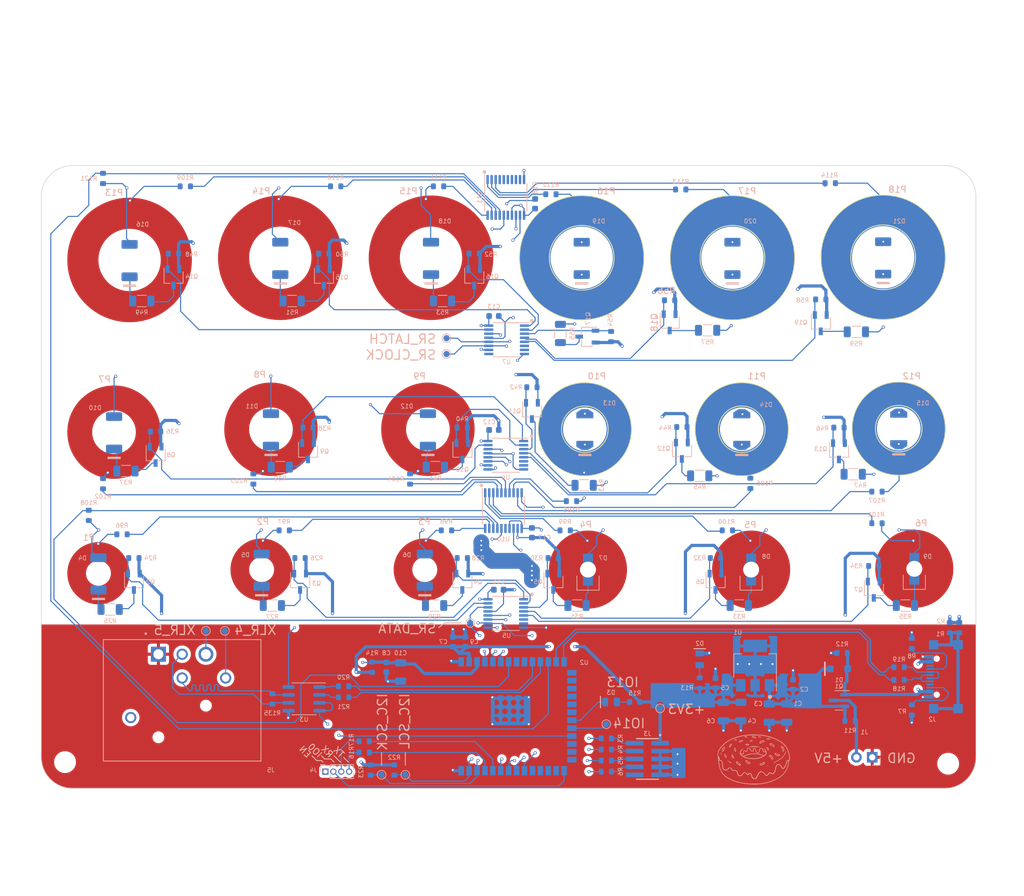
<source format=kicad_pcb>
(kicad_pcb (version 20221018) (generator pcbnew)
  (layers (0 "F.Cu" signal) (1 "In1.Cu" signal) (2 "In2.Cu" signal) (31 "B.Cu" signal) (34 "B.Paste" user) (35 "F.Paste" user) (36 "B.SilkS" user "B.Silkscreen") (37 "F.SilkS" user "F.Silkscreen") (38 "B.Mask" user) (39 "F.Mask" user) (44 "Edge.Cuts" user))
  (net 0 "")
  (net 1 "/power/5V_COMB")
  (net 2 "GND")
  (net 3 "+3V3")
  (net 4 "/control/ESP_PROG.EN")
  (net 5 "+5V")
  (net 6 "Net-(D4-K)")
  (net 7 "Net-(D5-K)")
  (net 8 "Net-(D6-K)")
  (net 9 "Net-(D7-K)")
  (net 10 "Net-(D8-K)")
  (net 11 "Net-(D9-K)")
  (net 12 "Net-(D10-K)")
  (net 13 "Net-(D11-K)")
  (net 14 "Net-(D12-K)")
  (net 15 "Net-(D13-K)")
  (net 16 "Net-(D14-K)")
  (net 17 "Net-(D15-K)")
  (net 18 "Net-(D16-K)")
  (net 19 "Net-(D17-K)")
  (net 20 "Net-(D18-K)")
  (net 21 "VBUS")
  (net 22 "/control/ESP_IO13")
  (net 23 "/control/DMX.P")
  (net 24 "/control/DMX.N")
  (net 25 "/control/ESP_PROG.IO0")
  (net 26 "/control/ESP_PROG.RX")
  (net 27 "/control/ESP_PROG.TX")
  (net 28 "/io/USB_SHIELD_GND")
  (net 29 "Net-(P1-Pad1)")
  (net 30 "Net-(P2-Pad1)")
  (net 31 "Net-(P3-Pad1)")
  (net 32 "Net-(P4-Pad1)")
  (net 33 "Net-(P5-Pad1)")
  (net 34 "Net-(P6-Pad1)")
  (net 35 "Net-(P7-Pad1)")
  (net 36 "Net-(P8-Pad1)")
  (net 37 "Net-(P9-Pad1)")
  (net 38 "Net-(P10-Pad1)")
  (net 39 "Net-(P11-Pad1)")
  (net 40 "Net-(P12-Pad1)")
  (net 41 "Net-(P13-Pad1)")
  (net 42 "Net-(P14-Pad1)")
  (net 43 "Net-(P15-Pad1)")
  (net 44 "Net-(P16-Pad1)")
  (net 45 "Net-(P17-Pad1)")
  (net 46 "Net-(P18-Pad1)")
  (net 47 "Net-(Q2-G)")
  (net 48 "Net-(Q2-D)")
  (net 49 "Net-(Q3-G)")
  (net 50 "Net-(Q3-D)")
  (net 51 "Net-(Q4-G)")
  (net 52 "Net-(Q4-D)")
  (net 53 "Net-(Q5-G)")
  (net 54 "Net-(Q5-D)")
  (net 55 "Net-(Q6-G)")
  (net 56 "Net-(Q6-D)")
  (net 57 "Net-(Q7-G)")
  (net 58 "Net-(Q7-D)")
  (net 59 "Net-(Q8-G)")
  (net 60 "Net-(Q8-D)")
  (net 61 "Net-(Q9-G)")
  (net 62 "Net-(Q9-D)")
  (net 63 "Net-(Q10-G)")
  (net 64 "Net-(Q10-D)")
  (net 65 "Net-(Q11-G)")
  (net 66 "Net-(Q11-D)")
  (net 67 "Net-(Q12-G)")
  (net 68 "Net-(Q12-D)")
  (net 69 "Net-(Q13-G)")
  (net 70 "Net-(Q13-D)")
  (net 71 "Net-(Q14-G)")
  (net 72 "Net-(Q14-D)")
  (net 73 "Net-(Q15-G)")
  (net 74 "Net-(Q15-D)")
  (net 75 "Net-(Q16-G)")
  (net 76 "Net-(Q16-D)")
  (net 77 "Net-(Q17-G)")
  (net 78 "Net-(Q17-D)")
  (net 79 "Net-(Q18-G)")
  (net 80 "Net-(Q18-D)")
  (net 81 "Net-(D19-K)")
  (net 82 "Net-(D20-K)")
  (net 83 "Net-(D21-K)")
  (net 84 "/control/USB.P")
  (net 85 "/control/USB.N")
  (net 86 "/control/JTAG.TMS")
  (net 87 "/control/JTAG.TCK")
  (net 88 "/control/JTAG.TDO")
  (net 89 "/control/JTAG.TDI")
  (net 90 "/control/I2C.SCL")
  (net 91 "/control/ESP_IO14")
  (net 92 "/control/SR.DATA")
  (net 93 "/control/SR.CLOCK")
  (net 94 "/control/SR.LATCH")
  (net 95 "/control/I2C.SCK")
  (net 96 "/control/CAP_CHANGE.0")
  (net 97 "/control/CAP_CHANGE.1")
  (net 100 "/display/led_row_0_1/LED_SER_OUT")
  (net 101 "/display/led_row_2/LED_SER_OUT")
  (net 103 "Net-(Q19-G)")
  (net 104 "Net-(Q19-D)")
  (net 111 "Net-(U4-SER)")
  (net 112 "Net-(D2-A)")
  (net 113 "Net-(D3-A)")
  (net 114 "Net-(J2-CC1)")
  (net 116 "Net-(J2-CC2)")
  (net 118 "Net-(J3-Pad02)")
  (net 119 "Net-(J3-Pad04)")
  (net 120 "Net-(J3-Pad06)")
  (net 121 "Net-(J3-Pad08)")
  (net 123 "Net-(J5-P3-Pad4)")
  (net 124 "Net-(J5-P5)")
  (net 126 "Net-(U2-U0TXD{slash}GPIO43{slash}CLK_OUT1)")
  (net 127 "Net-(U2-U0RXD{slash}GPIO44{slash}CLK_OUT2)")
  (net 128 "Net-(U2-GPIO17{slash}U1TXD{slash}ADC2_CH6)")
  (net 129 "Net-(U3-RO)")
  (net 130 "Net-(U2-GPIO18{slash}U1RXD{slash}ADC2_CH7{slash}CLK_OUT3)")
  (net 131 "Net-(U3-~{RE})")
  (net 132 "Net-(U10-KEY11{slash}GPO9)")
  (net 133 "Net-(U10-KEY10{slash}GPO8)")
  (net 134 "Net-(U10-KEY9{slash}GPO7)")
  (net 135 "Net-(U10-KEY8{slash}GPO6)")
  (net 136 "Net-(U10-KEY7{slash}GPO5)")
  (net 137 "Net-(U10-KEY6{slash}GPO4)")
  (net 138 "Net-(U10-KEY5{slash}GPO3)")
  (net 139 "Net-(U10-KEY4{slash}GPO2)")
  (net 140 "Net-(U10-KEY3{slash}GPO1)")
  (net 141 "Net-(U10-KEY2{slash}GPO0)")
  (net 142 "Net-(U10-KEY1)")
  (net 143 "Net-(U10-KEY0)")
  (net 144 "Net-(U11-KEY11{slash}GPO9)")
  (net 145 "Net-(U11-KEY10{slash}GPO8)")
  (net 146 "Net-(U11-KEY9{slash}GPO7)")
  (net 147 "Net-(U11-KEY8{slash}GPO6)")
  (net 148 "Net-(U11-KEY7{slash}GPO5)")
  (net 149 "Net-(U11-KEY6{slash}GPO4)")
  (net 157 "Net-(U2-GPIO21)")
  (net 171 "/control/USB_P")
  (net 172 "/control/USB_N")
  (footprint "Button_Switch_SMD:Cap_Touch_Ring_Large_Bottom" (layer "F.Cu") (at 245.28548 109.005676 90)
    (fp_text reference "P17")
    (fp_text value "~")
  )
  (footprint "Button_Switch_SMD:Cap_Touch_Ring_Large_Bottom" (layer "F.Cu") (at 221.09856 109.005676 90)
    (fp_text reference "P16")
    (fp_text value "~")
  )
  (footprint "Button_Switch_SMD:Cap_Touch_Ring_Medium" (layer "F.Cu") (at 196.41164 136.542235 90)
    (fp_text reference "P9")
    (fp_text value "~")
  )
  (footprint "Button_Switch_SMD:Cap_Touch_Ring_Large" (layer "F.Cu") (at 148.5378 109.357036 90)
    (fp_text reference "P13")
    (fp_text value "~")
  )
  (footprint "Button_Switch_SMD:Cap_Touch_Ring_Medium" (layer "F.Cu") (at 146.037802 137.010715 90)
    (fp_text reference "P7")
    (fp_text value "~")
  )
  (footprint "Button_Switch_SMD:Cap_Touch_Ring_Cutout" (layer "F.Cu") (at 248.285478 159.0788 90)
    (fp_text reference "P5")
    (fp_text value "~")
  )
  (footprint "MountingHole:MountingHole_3.2mm_M3" (layer "F.Cu") (at 138.176 98.622)
    (fp_text reference "H1" hide)
    (fp_text value "MountingHole")
  )
  (footprint "MountingHole:MountingHole_3.2mm_M3" (layer "F.Cu") (at 279.908 98.622)
    (fp_text reference "H2" hide)
    (fp_text value "MountingHole")
  )
  (footprint "Button_Switch_SMD:Cap_Touch_Ring_Medium_Bottom" (layer "F.Cu") (at 246.785478 136.542235 90)
    (fp_text reference "P11")
    (fp_text value "~")
  )
  (footprint "Button_Switch_SMD:Cap_Touch_Ring_Large" (layer "F.Cu") (at 172.72472 109.005676 90)
    (fp_text reference "P14")
    (fp_text value "~")
  )
  (footprint "Button_Switch_SMD:Cap_Touch_Ring_Medium_Bottom" (layer "F.Cu") (at 271.9724 136.441755 90)
    (fp_text reference "P12")
    (fp_text value "~")
  )
  (footprint "MountingHole:MountingHole_3.2mm_M3" (layer "F.Cu") (at 138.176 189.992)
    (fp_text reference "H3" hide)
    (fp_text value "MountingHole")
  )
  (footprint "Button_Switch_SMD:Cap_Touch_Ring_Cutout" (layer "F.Cu") (at 274.4724 158.9532 90)
    (fp_text reference "P6")
    (fp_text value "~")
  )
  (footprint "Button_Switch_SMD:Cap_Touch_Ring_Small" (layer "F.Cu") (at 143.537802 159.6644 90)
    (fp_text reference "P1")
    (fp_text value "~")
  )
  (footprint "Button_Switch_SMD:Cap_Touch_Ring_Large" (layer "F.Cu") (at 196.91164 109.005676 90)
    (fp_text reference "P15")
    (fp_text value "~")
  )
  (footprint "Button_Switch_SMD:Cap_Touch_Ring_Small" (layer "F.Cu") (at 195.91164 159.0788 90)
    (fp_text reference "P3")
    (fp_text value "~")
  )
  (footprint "Button_Switch_SMD:Cap_Touch_Ring_Medium_Bottom" (layer "F.Cu") (at 221.598559 136.542235 90)
    (fp_text reference "P10")
    (fp_text value "~")
  )
  (footprint "Button_Switch_SMD:Cap_Touch_Ring_Cutout" (layer "F.Cu") (at 222.098559 159.0788 90)
    (fp_text reference "P4")
    (fp_text value "~")
  )
  (footprint "MountingHole:MountingHole_3.2mm_M3" (layer "F.Cu") (at 279.908 190.246)
    (fp_text reference "H4" hide)
    (fp_text value "MountingHole")
  )
  (footprint "Button_Switch_SMD:Cap_Touch_Ring_Small" (layer "F.Cu") (at 169.724721 159.0788 90)
    (fp_text reference "P2")
    (fp_text value "~")
  )
  (footprint "Button_Switch_SMD:Cap_Touch_Ring_Medium" (layer "F.Cu") (at 171.224721 136.542235 90)
    (fp_text reference "P8")
    (fp_text value "~")
  )
  (footprint "Button_Switch_SMD:Cap_Touch_Ring_Large_Bottom" (layer "F.Cu") (at 269.472402 108.930316 90)
    (fp_text reference "P18")
    (fp_text value "~")
  )
  (footprint "Resistor_SMD:R_0603_1608Metric" (layer "B.Cu") (at 186.182 188.436 180)
    (fp_text reference "R16")
    (fp_text value "0R")
  )
  (footprint "Resistor_SMD:R_1206_3216Metric" (layer "B.Cu") (at 265.176 120.904 180)
    (fp_text reference "R59")
    (fp_text value "470R 1/2W")
  )
  (footprint "Resistor_SMD:R_0603_1608Metric" (layer "B.Cu") (at 225.806001 121.666 -90)
    (fp_text reference "R54")
    (fp_text value "10k")
  )
  (footprint "Package_TO_SOT_SMD:TSOT-23" (layer "B.Cu") (at 152.708162 140.653007 -90)
    (fp_text reference "Q8")
    (fp_text value "NMOS")
  )
  (footprint "Capacitor_SMD:C_0603_1608Metric" (layer "B.Cu") (at 242.57 177.292 90)
    (fp_text reference "C5")
    (fp_text value "1uF")
  )
  (footprint "Resistor_SMD:R_1206_3216Metric" (layer "B.Cu") (at 145.415 165.481)
    (fp_text reference "R25")
    (fp_text value "470R 1/2W")
  )
  (footprint "TestPoint:TestPoint_Pad_D1.0mm" (layer "B.Cu") (at 192.786 192.024 180)
    (fp_text reference "TP8" hide)
    (fp_text value "SCL")
  )
  (footprint "Resistor_SMD:R_0603_1608Metric" (layer "B.Cu") (at 236.982 98.044)
    (fp_text reference "R113")
    (fp_text value "10k")
  )
  (footprint "Resistor_SMD:R_1206_3216Metric" (layer "B.Cu") (at 240.03 144.018 180)
    (fp_text reference "R45")
    (fp_text value "470R 1/2W")
  )
  (footprint "Capacitor_SMD:C_1206_3216Metric" (layer "B.Cu") (at 192.024 175.514 -90)
    (fp_text reference "C10")
    (fp_text value "10uF")
  )
  (footprint "Resistor_SMD:R_1206_3216Metric" (layer "B.Cu") (at 273.05 164.846 180)
    (fp_text reference "R35")
    (fp_text value "470R 1/2W")
  )
  (footprint "PCM_Espressif:ESP32-S3-WROOM-1" (layer "B.Cu") (at 210.014 182.626 -90)
    (fp_text reference "U2")
    (fp_text value "ESP32-S3-WROOM-1")
  )
  (footprint "Package_TO_SOT_SMD:TSOT-23" (layer "B.Cu") (at 213.106 133.604 -90)
    (fp_text reference "Q11")
    (fp_text value "NMOS")
  )
  (footprint "Resistor_SMD:R_1206_3216Metric" (layer "B.Cu") (at 197.612 142.621)
    (fp_text reference "R41")
    (fp_text value "470R 1/2W")
  )
  (footprint "Resistor_SMD:R_0603_1608Metric" (layer "B.Cu") (at 141.986 150.368 90)
    (fp_text reference "R108")
    (fp_text value "47k")
  )
  (footprint "Resistor_SMD:R_0603_1608Metric" (layer "B.Cu") (at 225.044 187.96)
    (fp_text reference "R4")
    (fp_text value "R")
  )
  (footprint "Resistor_SMD:R_0603_1608Metric" (layer "B.Cu") (at 259.461 115.697)
    (fp_text reference "R58")
    (fp_text value "10k")
  )
  (footprint "Resistor_SMD:R_1206_3216Metric" (layer "B.Cu") (at 241.3 120.65 180)
    (fp_text reference "R57")
    (fp_text value "470R 1/2W")
  )
  (footprint "LED_SMD:LED_SunLED_XZ_Reverse_Mount" (layer "B.Cu") (at 196.41164 136.542235 90)
    (fp_text reference "D12")
    (fp_text value "LED")
  )
  (footprint "LED_SMD:LED_SunLED_XZ_Reverse_Mount_Cut_Pads" (layer "B.Cu") (at 246.785478 136.542235 90)
    (fp_text reference "D14")
    (fp_text value "LED")
  )
  (footprint "Resistor_SMD:R_0603_1608Metric" (layer "B.Cu") (at 262.89 172.466 180)
    (fp_text reference "R12")
    (fp_text value "100k")
  )
  (footprint "LED_SMD:LED_SunLED_XZ_Reverse_Mount" (layer "B.Cu") (at 171.224721 136.542235 90)
    (fp_text reference "D11")
    (fp_text value "LED")
  )
  (footprint "Capacitor_SMD:C_0603_1608Metric" (layer "B.Cu") (at 213.106 153.162 -90)
    (fp_text reference "C17")
    (fp_text value "0.1uF")
  )
  (footprint "Package_SO:TSSOP-20_4.4x6.5mm_P0.65mm" (layer "B.Cu") (at 208.915 99.314 -90)
    (fp_text reference "U11")
    (fp_text value "AT42QT2120-SU")
  )
  (footprint "Package_TO_SOT_SMD:SOT-223" (layer "B.Cu") (at 248.92 174.498 90)
    (fp_text reference "U1")
    (fp_text value "AZ1117CH2-3.3")
  )
  (footprint "Resistor_SMD:R_0603_1608Metric" (layer "B.Cu") (at 216.154 98.806)
    (fp_text reference "R112")
    (fp_text value "10k")
  )
  (footprint "Resistor_SMD:R_0603_1608Metric" (layer "B.Cu") (at 201.93 136.271)
    (fp_text reference "R40")
    (fp_text value "10k")
  )
  (footprint "Resistor_SMD:R_0603_1608Metric" (layer "B.Cu") (at 152.708162 136.906)
    (fp_text reference "R36")
    (fp_text value "10k")
  )
  (footprint "Resistor_SMD:R_0603_1608Metric" (layer "B.Cu") (at 216.535 157.226)
    (fp_text reference "R30")
    (fp_text value "10k")
  )
  (footprint "Package_TO_SOT_SMD:TSOT-23" (layer "B.Cu") (at 149.225 161.036 -90)
    (fp_text reference "Q2")
    (fp_text value "NMOS")
  )
  (footprint "Capacitor_SMD:C_0603_1608Metric" (layer "B.Cu") (at 189.738 174.752 -90)
    (fp_text reference "C8")
    (fp_text value "0.1uF")
  )
  (footprint "Resistor_SMD:R_0603_1608Metric" (layer "B.Cu") (at 272.034 176.784)
    (fp_text reference "R18")
    (fp_text value "0R")
  )
  (footprint "Package_SO:TSSOP-16_4.4x5mm_P0.65mm" (layer "B.Cu") (at 208.915 140.716 180)
    (fp_text reference "U4")
    (fp_text value "74HC595")
  )
  (footprint "TestPoint:TestPoint_Pad_D1.0mm" (layer "B.Cu") (at 163.83 168.91)
    (fp_text reference "TP1" hide)
    (fp_text value "TestPoint")
  )
  (footprint "TestPoint:TestPoint_Pad_D1.0mm" (layer "B.Cu") (at 199.39 124.46 180)
    (fp_text reference "TP6" hide)
    (fp_text value "CLOCK")
  )
  (footprint "Resistor_SMD:R_1206_3216Metric" (layer "B.Cu") (at 147.955 143.256)
    (fp_text reference "R37")
    (fp_text value "470R 1/2W")
  )
  (footprint "Capacitor_SMD:C_0603_1608Metric" (layer "B.Cu") (at 207.01 118.364)
    (fp_text reference "C13")
    (fp_text value "0.1uF")
  )
  (footprint "Resistor_SMD:R_0603_1608Metric" (layer "B.Cu") (at 144.272 96.266 90)
    (fp_text reference "R121")
    (fp_text value "47k")
  )
  (footprint "Resistor_SMD:R_0603_1608Metric" (layer "B.Cu") (at 262.382 136.274047)
    (fp_text reference "R46")
    (fp_text value "10k")
  )
  (footprint "LED_SMD:LED_SunLED_XZ_Reverse_Mount_Cut_Pads" (layer "B.Cu") (at 221.598559 136.542235 90)
    (fp_text reference "D13")
    (fp_text value "LED")
  )
  (footprint "Package_TO_SOT_SMD:TSOT-23" (layer "B.Cu") (at 177.165 140.081 -90)
    (fp_text reference "Q9")
    (fp_text value "NMOS")
  )
  (footprint "Resistor_SMD:R_0603_1608Metric" (layer "B.Cu") (at 225.044 186.182)
    (fp_text reference "R3")
    (fp_text value "R")
  )
  (footprint "NC5FAH:NEUTRIK_NC5FAH" (layer "B.Cu") (at 156.972 172.6685 180)
    (fp_text reference "J5")
    (fp_text value "XLR5_Ground")
  )
  (footprint "Resistor_SMD:R_0603_1608Metric" (layer "B.Cu") (at 182.88 177.8 180)
    (fp_text reference "R20")
    (fp_text value "0R")
  )
  (footprint "Package_SO:TSSOP-16_4.4x5mm_P0.65mm" (layer "B.Cu") (at 209.042 122.174 180)
    (fp_text reference "U7")
    (fp_text value "74HC595")
  )
  (footprint "Package_SO:SOIC-8_3.9x4.9mm_P1.27mm" (layer "B.Cu") (at 176.53 179.832 180)
    (fp_text reference "U3")
    (fp_text value "SP3485CN")
  )
  (footprint "Resistor_SMD:R_0603_1608Metric" (layer "B.Cu") (at 173.355 152.781 180)
    (fp_text reference "R97")
    (fp_text value "10k")
  )
  (footprint "Resistor_SMD:R_1206_3216Metric" (layer "B.Cu") (at 172.72 142.621)
    (fp_text reference "R39")
    (fp_text value "470R 1/2W")
  )
  (footprint "Resistor_SMD:R_0603_1608Metric" (layer "B.Cu") (at 203.835 108.331)
    (fp_text reference "R52")
    (fp_text value "10k")
  )
  (footprint "Resistor_SMD:R_1206_3216Metric" (layer "B.Cu") (at 150.495 115.951)
    (fp_text reference "R49")
    (fp_text value "470R 1/2W")
  )
  (footprint "Resistor_SMD:R_0603_1608Metric" (layer "B.Cu") (at 242.57 157.226)
    (fp_text reference "R32")
    (fp_text value "10k")
  )
  (footprint "TestPoint:TestPoint_Pad_D1.0mm" (layer "B.Cu") (at 188.976 192.024 180)
    (fp_text reference "TP9" hide)
    (fp_text value "SCK")
  )
  (footprint "Package_TO_SOT_SMD:TSOT-23" (layer "B.Cu") (at 259.461 119.507 -90)
    (fp_text reference "Q19")
    (fp_text value "NMOS")
  )
  (footprint "Resistor_SMD:R_1206_3216Metric" (layer "B.Cu") (at 220.345 164.846 180)
    (fp_text reference "R31")
    (fp_text value "470R 1/2W")
  )
  (footprint "Resistor_SMD:R_0603_1608Metric" (layer "B.Cu") (at 244.475 152.781)
    (fp_text reference "R100")
    (fp_text value "10k")
  )
  (footprint "Resistor_SMD:R_0603_1608Metric" (layer "B.Cu") (at 225.044 189.738)
    (fp_text reference "R5")
    (fp_text value "R")
  )
  (footprint "LED_SMD:LED_SunLED_XZ_Reverse_Mount" (layer "B.Cu") (at 143.537802 159.6644 90)
    (fp_text reference "D4")
    (fp_text value "LED")
  )
  (footprint "Resistor_SMD:R_0603_1608Metric" (layer "B.Cu") (at 219.456 148.082)
    (fp_text reference "R105")
    (fp_text value "10k")
  )
  (footprint "Resistor_SMD:R_0603_1608Metric" (layer "B.Cu") (at 213.106 129.794)
    (fp_text reference "R42")
    (fp_text value "10k")
  )
  (footprint "Resistor_SMD:R_0603_1608Metric" (layer "B.Cu") (at 229.616 180.34 180)
    (fp_text reference "R15")
    (fp_text value "3.3k-8k")
  )
  (footprint "Resistor_SMD:R_1206_3216Metric" (layer "B.Cu") (at 217.678 121.158 -90)
    (fp_text reference "R55")
    (fp_text value "470R 1/2W")
  )
  (footprint "Resistor_SMD:R_1206_3216Metric" (layer "B.Cu") (at 174.625 115.951)
    (fp_text reference "R51")
    (fp_text value "470R 1/2W")
  )
  (footprint "Resistor_SMD:R_0603_1608Metric" (layer "B.Cu") (at 268.478 146.558)
    (fp_text reference "R107")
    (fp_text value "10k")
  )
  (footprint "Resistor_SMD:R_0603_1608Metric" (layer "B.Cu") (at 272.034 174.752)
    (fp_text reference "R19")
    (fp_text value "0R")
  )
  (footprint "Resistor_SMD:R_0603_1608Metric" (layer "B.Cu") (at 177.165 136.271)
    (fp_text reference "R38")
    (fp_text value "10k")
  )
  (footprint "Resistor_SMD:R_0603_1608Metric" (layer "B.Cu") (at 248.158 145.225 90)
    (fp_text reference "R106")
    (fp_text value "10k")
  )
  (footprint "Resistor_SMD:R_1206_3216Metric" (layer "B.Cu") (at 221.488 145.542 180)
    (fp_text reference "R43")
    (fp_text value "470R 1/2W")
  )
  (footprint "TestPoint:TestPoint_Pad_D1.0mm" (layer "B.Cu") (at 225.044 183.896 180)
    (fp_text reference "TP4" hide)
    (fp_text value "IO14")
  )
  (footprint "TestPoint:TestPoint_Pad_D1.0mm" (layer "B.Cu") (at 199.39 121.92 180)
    (fp_text reference "TP5" hide)
    (fp_text value "LATCH")
  )
  (footprint "TestPoint:TestPoint_Pad_D1.0mm" (layer "B.Cu") (at 160.782 168.91)
    (fp_text reference "TP2" hide)
    (fp_text value "TestPoint")
  )
  (footprint "Package_TO_SOT_SMD:TSOT-23" (layer "B.Cu") (at 267.97 162.306 -90)
    (fp_text reference "Q7")
    (fp_text value "NMOS")
  )
  (footprint "Capacitor_SMD:C_0603_1608Metric" (layer "B.Cu") (at 202.423 170.675 90)
    (fp_text reference "C9")
    (fp_text value "1uF")
  )
  (footprint "Resistor_SMD:R_0603_1608Metric" (layer "B.Cu") (at 171.45 179.832 -90)
    (fp_text reference "R135")
    (fp_text value "120R")
  )
  (footprint "Capacitor_SMD:C_1206_3216Metric" (layer "B.Cu") (at 246.634 181.864 -90)
    (fp_text reference "C4")
    (fp_text value "22uF")
  )
  (footprint "Capacitor_SMD:C_0603_1608Metric" (layer "B.Cu") (at 207.772 162.306)
    (fp_text reference "C11")
    (fp_text value "0.1uF")
  )
  (footprint "Resistor_SMD:R_0603_1608Metric" (layer "B.Cu") (at 268.478 151.638)
    (fp_text reference "R101")
    (fp_text value "10k")
  )
  (footprint "Package_TO_SOT_SMD:TSOT-23" (layer "B.Cu") (at 235.204 119.38 -90)
    (fp_text reference "Q18")
    (fp_text value "NMOS")
  )
  (footprint "Package_TO_SOT_SMD:SOT-23" (layer "B.Cu") (at 262.382 180.086 180)
    (fp_text reference "Q1")
    (fp_text value "PMOS")
  )
  (footprint "Resistor_SMD:R_0603_1608Metric" (layer "B.Cu") (at 201.93 157.226)
    (fp_text reference "R28")
    (fp_text value "10k")
  )
  (footprint "Resistor_SMD:R_0603_1608Metric" (layer "B.Cu") (at 181.61 97.536 180)
    (fp_text reference "R110")
    (fp_text value "10k")
  )
  (footprint "LED_SMD:LED_SunLED_XZ_Reverse_Mount" (layer "B.Cu") (at 221.09856 109.005676 90)
    (fp_text reference "D19")
    (fp_text value "LED")
  )
  (footprint "Capacitor_SMD:C_0603_1608Metric" (layer "B.Cu") (at 200.421 170.675 90)
    (fp_text reference "C7")
    (fp_text value "0.1uF")
  )
  (footprint "FTSH-105-01-S-DV-TR:SAMTEC_FTSH-105-01-S-DV-TR" (layer "B.Cu") (at 231.648 189.484 -90)
    (fp_text reference "J3")
    (fp_text value "FTSH-105-01-S-DV-TR")
  )
  (footprint "Resistor_SMD:R_0603_1608Metric" (layer "B.Cu") (at 274.066 181.61 -90)
    (fp_text reference "R7")
    (fp_text value "5k1")
  )
  (footprint "Resistor_SMD:R_0603_1608Metric" (layer "B.Cu") (at 198.12 97.536 180)
    (fp_text reference "R111")
    (fp_text value "10k")
  )
  (footprint "Resistor_SMD:R_0603_1608Metric" (layer "B.Cu") (at 144.272 145.288 90)
    (fp_text reference "R102")
    (fp_text value "10k")
  )
  (footprint "Resistor_SMD:R_0603_1608Metric" (layer "B.Cu") (at 179.705 108.331)
    (fp_text reference "R50")
    (fp_text value "10k")
  )
  (footprint "Resistor_SMD:R_0603_1608Metric" (layer "B.Cu") (at 186.182 186.658 180)
    (fp_text reference "R17")
    (fp_text value "0R")
  )
  (footprint "Package_TO_SOT_SMD:TSOT-23" (layer "B.Cu") (at 201.93 161.036 -90)
    (fp_text reference "Q4")
    (fp_text value "NMOS")
  )
  (footprint "Resistor_SMD:R_1206_3216Metric" (layer "B.Cu") (at 171.45 164.846)
    (fp_text reference "R27")
    (fp_text value "470R 1/2W")
  )
  (footprint "TestPoint:TestPoint_Pad_D1.0mm" (layer "B.Cu") (at 203.2 167.64 180)
    (fp_text reference "TP7" hide)
    (fp_text value "DATA")
  )
  (footprint "Package_TO_SOT_SMD:TSOT-23" (layer "B.Cu") (at 242.57 161.036 -90)
    (fp_text reference "Q6")
    (fp_text value "NMOS")
  )
  (footprint "LED_SMD:LED_SunLED_XZ_Reverse_Mount" (layer "B.Cu") (at 146.05 137.010715 90)
    (fp_text reference "D10")
    (fp_text value "LED")
  )
  (footprint "Resistor_SMD:R_0603_1608Metric" (layer "B.Cu") (at 237.17 136.184)
    (fp_text reference "R44")
    (fp_text value "10k")
  )
  (footprint "Resistor_SMD:R_0603_1608Metric" (layer "B.Cu") (at 187.452 174.752 90)
    (fp_text reference "R14")
    (fp_text value "10k")
  )
  (footprint "Package_TO_SOT_SMD:TSOT-23" (layer "B.Cu") (at 237.17 139.994 -90)
    (fp_text reference "Q12")
    (fp_text value "NMOS")
  )
  (footprint "Package_TO_SOT_SMD:TSOT-23" (layer "B.Cu") (at 262.382 140.084047 -90)
    (fp_text reference "Q13")
    (fp_text value "NMOS")
  )
  (footprint "Resistor_SMD:R_0603_1608Metric" (layer "B.Cu") (at 168.402 144.526 90)
    (fp_text reference "R103")
    (fp_text value "10k")
  )
  (footprint "LTST-C230K:LED_LTST-C230K" (layer "B.Cu") (at 222.098559 159.0788 90)
    (fp_text reference "D7")
    (fp_text value "LED")
  )
  (footprint "Package_SO:TSSOP-20_4.4x6.5mm_P0.65mm" (layer "B.Cu") (at 208.534 149.606 -90)
    (fp_text reference "U10")
    (fp_text value "AT42QT2120-SU")
  )
  (footprint "Resistor_SMD:R_0603_1608Metric" (layer "B.Cu") (at 264.16 183.388 180)
    (fp_text reference "R11")
    (fp_text value "0R")
  )
  (footprint "Resistor_SMD:R_0603_1608Metric" (layer "B.Cu") (at 218.44 152.781)
    (fp_text reference "R99")
    (fp_text value "10k")
  )
  (footprint "TestPoint:TestPoint_Pad_D1.0mm" (layer "B.Cu") (at 233.68 181.356 180)
    (fp_text reference "TP3" hide)
    (fp_text value "3V3")
  )
  (footprint "LED_SMD:LED_SunLED_XZ_Reverse_Mount" (layer "B.Cu") (at 269.472402 108.930316 90)
    (fp_text reference "D21")
    (fp_text value "LED")
  )
  (footprint "LED_SMD:LED_SunLED_XZ_Reverse_Mount" (layer "B.Cu") (at 196.91164 109.005676 90)
    (fp_text reference "D18")
    (fp_text value "LED")
  )
  (footprint "Capacitor_SMD:C_0603_1608Metric" (layer "B.Cu") (at 255.016 177.546 90)
    (fp_text reference "C2")
    (fp_text value "1uF")
  )
  (footprint "LED_SMD:LED_SunLED_XZ_Reverse_Mount" (layer "B.Cu") (at 245.28548 109.005676 90)
    (fp_text reference "D20")
    (fp_text value "LED")
  )
  (footprint "Package_TO_SOT_SMD:TSOT-23" (layer "B.Cu") (at 179.705 112.141 -90)
    (fp_text reference "Q15")
    (fp_text value "NMOS")
  )
  (footprint "Diode_SMD:D_0805_2012Metric" (layer "B.Cu") (at 225.806 180.34)
    (fp_text reference "D3")
    (fp_text value "LED")
  )
  (footprint "Resistor_SMD:R_1206_3216Metric" (layer "B.Cu") (at 264.668 143.764 180)
    (fp_text reference "R47")
    (fp_text value "470R 1/2W")
  )
  (footprint "Resistor_SMD:R_1206_3216Metric" (layer "B.Cu") (at 198.755 115.951)
    (fp_text reference "R53")
    (fp_text value "470R 1/2W")
  )
  (footprint "Resistor_SMD:R_0603_1608Metric" (layer "B.Cu") (at 280.162 168.402 -90)
    (fp_text reference "R2")
    (fp_text value "0R")
  )
  (footprint "Resistor_SMD:R_0603_1608Metric" (layer "B.Cu") (at 260.985 97.028)
    (fp_text reference "R114")
    (fp_text value "10k")
  )
  (footprint "Resistor_SMD:R_0603_1608Metric" (layer "B.Cu") (at 191.008 191.262 -90)
    (fp_text reference "R22")
    (fp_text value "10k")
  )
  (footprint "Resistor_SMD:R_0603_1608Metric" (layer "B.Cu") (at 193.548 144.526 90)
    (fp_text reference "R104")
    (fp_text value "10k")
  )
  (footprint "Capacitor_SMD:C_1206_3216Metric" (layer "B.Cu") (at 251.206 182.118 -90)
    (fp_text reference "C3")
    (fp_text value "10uF")
  )
  (footprint "Resistor_SMD:R_0603_1608Metric" (layer "B.Cu") (at 281.686 168.402 -90)
    (fp_text reference "R1")
    (fp_text value "0R")
  )
  (footprint "Capacitor_SMD:C_0603_1608Metric" (layer "B.Cu") (at 213.614 100.33 90)
    (fp_text reference "C18")
    (fp_text value "0.1uF")
  )
  (footprint "Resistor_SMD:R_0603_1608Metric" (layer "B.Cu") (at 187.198 191.262 -90)
    (fp_text reference "R23")
    (fp_text value "10k")
  )
  (footprint "Resistor_SMD:R_0603_1608Metric" (layer "B.Cu") (at 182.88 179.578 180)
    (fp_text reference "R21")
    (fp_text value "0R")
  )
  (footprint "Capacitor_SMD:C_1206_3216Metric" (layer "B.Cu") (at 254 182.118 -90)
    (fp_text reference "C1")
    (fp_text value "10uF")
  )
  (footprint "Resistor_SMD:R_0603_1608Metric" (layer "B.Cu") (at 240.03 177.292 90)
    (fp_text reference "R13")
    (fp_text value "3.3k-8k")
  )
  (footprint "Resistor_SMD:R_0603_1608Metric" (layer "B.Cu") (at 155.575 108.331)
    (fp_text reference "R48")
    (fp_text value "10k")
  )
  (footprint "LTST-C230K:LED_LTST-C230K" (layer "B.Cu") (at 274.4724 158.9532 90)
    (fp_text reference "D9")
    (fp_text value "LED")
  )
  (footprint "Package_TO_SOT_SMD:TSOT-23" (layer "B.Cu") (at 221.996 121.666 180)
    (fp_text reference "Q17")
    (fp_text value "NMOS")
  )
  (footprint "LED_SMD:LED_SunLED_XZ_Reverse_Mount" (layer "B.Cu") (at 172.72472 109.005676 90)
    (fp_text reference "D17")
    (fp_text value "LED")
  )
  (footprint "Package_TO_SOT_SMD:TSOT-23" (layer "B.Cu") (at 155.575 112.141 -90)
    (fp_text reference "Q14")
    (fp_text value "NMOS")
  )
  (footprint "GSB1C41110SSHR:AMPHENOL_GSB1C41110SSHR" (layer "B.Cu") (at 280.67 176.276 -90)
    (fp_text reference "J2")
    (fp_text value "USB_C_Receptacle_USB2.0_EDITED")
  )
  (footprint "Capacitor_SMD:C_1206_3216Metric" (layer "B.Cu") (at 243.84 181.864 -90)
    (fp_text reference "C6")
    (fp_text value "10uF")
  )
  (footprint "Package_SO:TSSOP-16_4.4x5mm_P0.65mm" (layer "B.Cu") (at 208.915 166.116 180)
    (fp_text reference "U5")
    (fp_text value "74HC595")
  )
  (footprint "Connector_PinHeader_2.54mm:PinHeader_1x02_P2.54mm_Horizontal" (layer "B.Cu") (at 267.721 189.219 90)
    (fp_text reference "J1")
    (fp_text value "Screw_Terminal_01x02")
  )
  (footprint "Package_TO_SOT_SMD:TSOT-23" (layer "B.Cu") (at 201.93 140.081 -90)
    (fp_text reference "Q10")
    (fp_text value "NMOS")
  )
  (footprint "Resistor_SMD:R_0603_1608Metric" (layer "B.Cu") (at 149.225 157.226)
    (fp_text reference "R24")
    (fp_text value "10k")
  )
  (footprint "Diode_SMD:D_0805_2012Metric" (layer "B.Cu") (at 240.03 173.482 -90)
    (fp_text reference "D2")
    (fp_text value "LED")
  )
  (footprint "Resistor_SMD:R_0603_1608Metric" (layer "B.Cu") (at 175.895 157.226)
    (fp_text reference "R26")
    (fp_text value "10k")
  )
  (footprint "Package_TO_SOT_SMD:TSOT-23" (layer "B.Cu") (at 175.895 161.036 -90)
    (fp_text reference "Q3")
    (fp_text value "NMOS")
  )
  (footprint "Resistor_SMD:R_1206_3216Metric" (layer "B.Cu") (at 246.38 164.846 180)
    (fp_text reference "R33")
    (fp_text value "470R 1/2W")
  )
  (footprint "LED_SMD:LED_SunLED_XZ_Reverse_Mount_Cut_Pads" (layer "B.Cu") (at 271.9724 136.441755 90)
    (fp_text reference "D15")
    (fp_text value "LED")
  )
  (footprint "Resistor_SMD:R_0603_1608Metric" (layer "B.Cu") (at 157.48 97.536 180)
    (fp_text reference "R109")
    (fp_text value "10k")
  )
  (footprint "Resistor_SMD:R_0603_1608Metric" (layer "B.Cu") (at 225.044 191.516)
    (fp_text reference "R6")
    (fp_text value "R")
  )
  (footprint "LTST-C230K:LED_LTST-C230K" (layer "B.Cu") (at 248.285478 159.0788 90)
    (fp_text reference "D8")
    (fp_text value "LED")
  )
  (footprint "Resistor_SMD:R_0603_1608Metric" (layer "B.Cu") (at 199.39 152.781 180)
    (fp_text reference "R98")
    (fp_text value "10k")
  )
  (footprint "Package_TO_SOT_SMD:TSOT-23" (layer "B.Cu") (at 216.535 161.036 -90)
    (fp_text reference "Q5")
    (fp_text value "NMOS")
  )
  (footprint "Diode_SMD:D_SOD-123F" (layer "B.Cu") (at 262.382 175.006)
    (fp_text reference "D1")
    (fp_text value "D")
  )
  (footprint "Package_TO_SOT_SMD:TSOT-23" (layer "B.Cu") (at 203.835 112.141 -90)
    (fp_text reference "Q16")
    (fp_text value "NMOS")
  )
  (footprint "LED_SMD:LED_SunLED_XZ_Reverse_Mount" (layer "B.Cu") (at 195.91164 159.0788 90)
    (fp_text reference "D6")
    (fp_text value "LED")
  )
  (footprint "Resistor_SMD:R_1206_3216Metric" (layer "B.Cu") (at 197.485 164.846)
    (fp_text reference "R29")
    (fp_text value "470R 1/2W")
  )
  (footprint "Resistor_SMD:R_0603_1608Metric" (layer "B.Cu") (at 147.32 153.416 180)
    (fp_text reference "R96")
    (fp_text value "10k")
  )
  (footprint "Resistor_SMD:R_0603_1608Metric" (layer "B.Cu") (at 235.204 115.824)
    (fp_text reference "R56")
    (fp_text value "10k")
  )
  (footprint "Capacitor_SMD:C_0603_1608Metric" (layer "B.Cu") (at 207.01 136.652)
    (fp_text reference "C12")
    (fp_text value "0.1uF")
  )
  (footprint "Resistor_SMD:R_0603_1608Metric" (layer "B.Cu") (at 267.97 158.496)
    (fp_text reference "R34")
    (fp_text value "10k")
  )
  (footprint "LED_SMD:LED_SunLED_XZ_Reverse_Mount" (layer "B.Cu") (at 169.724721 159.0788 90)
    (fp_text reference "D5")
    (fp_text value "LED")
  )
  (footprint "Resistor_SMD:R_0603_1608Metric" (layer "B.Cu") (at 274.066 170.942 90)
    (fp_text reference "R8")
    (fp_text value "5k1")
  )
  (footprint "Connector_PinHeader_1.27mm:PinHeader_1x04_P1.27mm_Vertical" (layer "B.Cu") (at 179.964 191.516 -90)
    (fp_text reference "J4")
    (fp_text value "Conn_01x04")
  )
  (footprint "LED_SMD:LED_SunLED_XZ_Reverse_Mount" (layer "B.Cu") (at 148.5378 109.357036 90)
    (fp_text reference "D16")
    (fp_text value "LED")
  )
  (gr_poly (pts (xy 244.520121 189.737803) (xy 244.520702 189.737909) (xy 244.521616 189.738344) (xy 244.524447 189.740192) (xy 244.528603 189.743329) (xy 244.540878 189.753404) (xy 244.558391 189.768442) (xy 244.574219 189.781327) (xy 244.592879 189.79501) (xy 244.614078 189.809347) (xy 244.637529 189.824186) (xy 244.662937 189.839381) (xy 244.69001 189.854783) (xy 244.71846 189.870241) (xy 244.747994 189.88561) (xy 244.809149 189.915484) (xy 244.840188 189.929693) (xy 244.871144 189.943216) (xy 244.901729 189.955909) (xy 244.931652 189.967619) (xy 244.960617 189.978203) (xy 244.988339 189.987507) (xy 245.007947 189.994067) (xy 245.025291 190.000527) (xy 245.040382 190.006907) (xy 245.05323 190.013233) (xy 245.058817 190.016383) (xy 245.063846 190.019527) (xy 245.06832 190.02267) (xy 245.07224 190.025814) (xy 245.075608 190.028962) (xy 245.078425 190.032119) (xy 245.08069 190.035284) (xy 245.082409 190.038463) (xy 245.08358 190.041656) (xy 245.084203 190.044871) (xy 245.084284 190.048105) (xy 245.083821 190.051367) (xy 245.082816 190.054654) (xy 245.08127 190.057973) (xy 245.079186 190.061325) (xy 245.076563 190.064716) (xy 245.073404 190.068145) (xy 245.069709 190.071616) (xy 245.065481 190.075133) (xy 245.060721 190.078699) (xy 245.049607 190.08599) (xy 245.03638 190.093509) (xy 245.025823 190.099051) (xy 245.016128 190.10386) (xy 245.007149 190.10794) (xy 244.99874 190.111291) (xy 244.990755 190.113918) (xy 244.986876 190.114961) (xy 244.983047 190.115822) (xy 244.979254 190.116503) (xy 244.975472 190.117003) (xy 244.971689 190.117324) (xy 244.967884 190.117467) (xy 244.964038 190.117428) (xy 244.960134 190.117211) (xy 244.956153 190.116815) (xy 244.952078 190.11624) (xy 244.943569 190.114555) (xy 244.934461 190.112159) (xy 244.924608 190.109053) (xy 244.913865 190.10524) (xy 244.902084 190.100721) (xy 244.88912 190.095497) (xy 244.88912 190.095495) (xy 244.881738 190.092342) (xy 244.878521 190.09086) (xy 244.875629 190.089435) (xy 244.873062 190.088066) (xy 244.870825 190.086751) (xy 244.868923 190.085486) (xy 244.86736 190.084271) (xy 244.866139 190.083103) (xy 244.865265 190.081977) (xy 244.864742 190.080893) (xy 244.864613 190.080365) (xy 244.864574 190.079846) (xy 244.864624 190.079338) (xy 244.864765 190.078837) (xy 244.865319 190.077861) (xy 244.86624 190.076916) (xy 244.867532 190.076) (xy 244.8692 190.07511) (xy 244.871247 190.074245) (xy 244.873679 190.0734) (xy 244.876496 190.072574) (xy 244.879707 190.071763) (xy 244.883313 190.070967) (xy 244.891727 190.069407) (xy 244.901775 190.067871) (xy 244.913488 190.066341) (xy 244.926897 190.064796) (xy 244.942037 190.063217) (xy 244.970826 190.060072) (xy 244.982622 190.058535) (xy 244.99273 190.056994) (xy 245.001186 190.055426) (xy 245.008024 190.053811) (xy 245.013276 190.052128) (xy 245.016981 190.050356) (xy 245.018263 190.049429) (xy 245.019169 190.048471) (xy 245.019707 190.04748) (xy 245.019878 190.046453) (xy 245.019687 190.04539) (xy 245.01914 190.044284) (xy 245.018239 190.043134) (xy 245.016989 190.041936) (xy 245.01346 190.039393) (xy 245.008589 190.036634) (xy 245.002408 190.033633) (xy 244.994953 190.030373) (xy 244.900728 189.990163) (xy 244.821922 189.955088) (xy 244.756652 189.924115) (xy 244.703042 189.896204) (xy 244.680022 189.883073) (xy 244.659213 189.870318) (xy 244.640377 189.857811) (xy 244.623284 189.845419) (xy 244.607695 189.833017) (xy 244.593377 189.820472) (xy 244.580097 189.807656) (xy 244.567616 189.794438) (xy 244.547468 189.771978) (xy 244.532842 189.75527) (xy 244.527584 189.749033) (xy 244.523688 189.744183) (xy 244.52115 189.740707) (xy 244.519962 189.738585) (xy 244.519874 189.738029)) (stroke (width 0.026458)) (fill solid) (layer "B.SilkS"))
  (gr_poly (pts (xy 245.741657 186.476739) (xy 245.741987 186.475746) (xy 245.743563 186.473537) (xy 245.746361 186.471034) (xy 245.750391 186.46824) (xy 245.758828 186.464143) (xy 245.770502 186.460269) (xy 245.784851 186.456658) (xy 245.801311 186.453352) (xy 245.819319 186.450394) (xy 245.838314 186.447826) (xy 245.877001 186.444028) (xy 245.895569 186.442879) (xy 245.912867 186.442288) (xy 245.928335 186.442296) (xy 245.941407 186.442943) (xy 245.951521 186.444274) (xy 245.958112 186.446329) (xy 245.959912 186.447641) (xy 245.96062 186.449152) (xy 245.960165 186.450863) (xy 245.958478 186.45278) (xy 245.956744 186.453835) (xy 245.95386 186.455013) (xy 245.949894 186.456304) (xy 245.944911 186.457691) (xy 245.938976 186.459165) (xy 245.932155 186.460713) (xy 245.91612 186.463974) (xy 245.897338 186.467378) (xy 245.876332 186.470821) (xy 245.853632 186.474205) (xy 245.829766 186.477424) (xy 245.803479 186.480469) (xy 245.781758 186.482303) (xy 245.772627 186.482768) (xy 245.764658 186.482932) (xy 245.757857 186.482799) (xy 245.752233 186.482365) (xy 245.74779 186.481634) (xy 245.744539 186.480606) (xy 245.74336 186.47998) (xy 245.742483 186.479281) (xy 245.741905 186.478508) (xy 245.741629 186.477661)) (stroke (width 0.026458)) (fill solid) (layer "B.SilkS"))
  (gr_poly (pts (xy 249.684332 190.362916) (xy 249.685875 190.353755) (xy 249.688454 190.344584) (xy 249.692046 190.335434) (xy 249.696635 190.326339) (xy 249.702204 190.317331) (xy 249.708732 190.308444) (xy 249.716201 190.299711) (xy 249.724593 190.291163) (xy 249.733889 190.282835) (xy 249.744072 190.27476) (xy 249.755123 190.266969) (xy 249.767021 190.259495) (xy 249.779753 190.252373) (xy 249.793295 190.245634) (xy 249.807632 190.239312) (xy 249.822745 190.233438) (xy 249.838614 190.228045) (xy 249.855222 190.22317) (xy 249.872549 190.21884) (xy 249.890579 190.215093) (xy 249.900792 190.212894) (xy 249.911985 190.20997) (xy 249.92405 190.206365) (xy 249.936872 190.202128) (xy 249.95034 190.19731) (xy 249.964342 190.19196) (xy 249.993501 190.179852) (xy 250.023452 190.166199) (xy 250.053297 190.151391) (xy 250.082143 190.135816) (xy 250.09591 190.127863) (xy 250.109091 190.119865) (xy 250.180563 190.075783) (xy 250.237398 190.042039) (xy 250.261052 190.028761) (xy 250.281919 190.017728) (xy 250.300287 190.008826) (xy 250.31645 190.001942) (xy 250.330694 189.996964) (xy 250.343313 189.993777) (xy 250.354595 189.992267) (xy 250.364831 189.992325) (xy 250.37431 189.993832) (xy 250.383326 189.996679) (xy 250.392167 190.000751) (xy 250.401122 190.005937) (xy 250.407336 190.010201) (xy 250.413154 190.014949) (xy 250.418575 190.020159) (xy 250.423598 190.025806) (xy 250.428226 190.031866) (xy 250.432455 190.038316) (xy 250.436286 190.04513) (xy 250.43972 190.052287) (xy 250.442756 190.05976) (xy 250.445394 190.067528) (xy 250.447634 190.075566) (xy 250.449476 190.083849) (xy 250.45092 190.092355) (xy 250.451965 190.101058) (xy 250.452612 190.109937) (xy 250.45286 190.118966) (xy 250.452709 190.128123) (xy 250.452159 190.137381) (xy 250.45121 190.14672) (xy 250.449862 190.156113) (xy 250.448116 190.165537) (xy 250.445968 190.174969) (xy 250.443423 190.184385) (xy 250.440476 190.193761) (xy 250.437132 190.203072) (xy 250.433386 190.212294) (xy 250.42924 190.221406) (xy 250.424695 190.230382) (xy 250.419749 190.239197) (xy 250.414403 190.247829) (xy 250.408656 190.256254) (xy 250.402508 190.264449) (xy 250.389849 190.279523) (xy 250.375889 190.294262) (xy 250.360708 190.30864) (xy 250.344389 190.322638) (xy 250.308655 190.349383) (xy 250.269337 190.374302) (xy 250.227078 190.397203) (xy 250.182526 190.417887) (xy 250.136326 190.436161) (xy 250.089128 190.451832) (xy 250.041575 190.464701) (xy 249.994317 190.474579) (xy 249.947998 190.481266) (xy 249.903265 190.484569) (xy 249.896261 190.484524) (xy 249.896261 190.430526) (xy 249.909511 190.430505) (xy 249.923065 190.430052) (xy 249.936892 190.429162) (xy 249.95096 190.42783) (xy 249.96524 190.426051) (xy 249.979696 190.423819) (xy 249.994298 190.421131) (xy 250.009016 190.417979) (xy 250.023816 190.414362) (xy 250.038666 190.41027) (xy 250.053535 190.405701) (xy 250.068393 190.400647) (xy 250.068393 190.400649) (xy 250.108077 190.385126) (xy 250.146116 190.367596) (xy 250.182253 190.348343) (xy 250.216237 190.327649) (xy 250.247815 190.305797) (xy 250.276734 190.28307) (xy 250.302745 190.259749) (xy 250.325591 190.236116) (xy 250.345022 190.212454) (xy 250.360785 190.189048) (xy 250.367212 190.177527) (xy 250.372627 190.166176) (xy 250.376999 190.155029) (xy 250.380296 190.144123) (xy 250.382487 190.133492) (xy 250.383539 190.123173) (xy 250.383423 190.113198) (xy 250.382105 190.103604) (xy 250.379554 190.094428) (xy 250.375739 190.085703) (xy 250.370628 190.077465) (xy 250.364192 190.06975) (xy 250.358523 190.063973) (xy 250.353261 190.05898) (xy 250.350758 190.056776) (xy 250.348329 190.05477) (xy 250.345964 190.052962) (xy 250.343654 190.051349) (xy 250.341389 190.049934) (xy 250.339162 190.048719) (xy 250.336962 190.047701) (xy 250.334779 190.04688) (xy 250.332607 190.046259) (xy 250.330434 190.045839) (xy 250.328253 190.045616) (xy 250.326052 190.045594) (xy 250.323824 190.045773) (xy 250.321559 190.046151) (xy 250.319248 190.046731) (xy 250.316882 190.047512) (xy 250.314451 190.048495) (xy 250.311946 190.049678) (xy 250.30936 190.051064) (xy 250.30668 190.052654) (xy 250.303899 190.054444) (xy 250.301009 190.05644) (xy 250.297998 190.058637) (xy 250.294859 190.061039) (xy 250.288156 190.066457) (xy 250.280829 190.072691) (xy 250.261972 190.088216) (xy 250.241035 190.103961) (xy 250.218303 190.119787) (xy 250.194058 190.135551) (xy 250.168585 190.151113) (xy 250.142168 190.166328) (xy 250.115093 190.181058) (xy 250.087643 190.195156) (xy 250.060102 190.208487) (xy 250.032756 190.220903) (xy 250.005889 190.232265) (xy 249.979785 190.242431) (xy 249.954727 190.251258) (xy 249.931 190.258606) (xy 249.90889 190.264333) (xy 249.88868 190.268295) (xy 249.846012 190.275444) (xy 249.82819 190.278837) (xy 249.812532 190.28221) (xy 249.798903 190.285636) (xy 249.787165 190.289192) (xy 249.777185 190.292949) (xy 249.768829 190.296983) (xy 249.761961 190.301371) (xy 249.759042 190.303719) (xy 249.756446 190.306184) (xy 249.754154 190.308775) (xy 249.75215 190.311499) (xy 249.750416 190.314368) (xy 249.748937 190.31739) (xy 249.746672 190.323933) (xy 249.745223 190.331199) (xy 249.744452 190.339265) (xy 249.744224 190.348207) (xy 249.744704 190.35574) (xy 249.746126 190.362946) (xy 249.748454 190.369815) (xy 249.75166 190.376348) (xy 249.755712 190.382535) (xy 249.760575 190.388373) (xy 249.766221 190.393855) (xy 249.772615 190.398978) (xy 249.779727 190.403737) (xy 249.787527 190.408126) (xy 249.79598 190.412138) (xy 249.805055 190.415772) (xy 249.814721 190.419019) (xy 249.824948 190.421875) (xy 249.8357 190.424336) (xy 249.846949 190.426397) (xy 249.85866 190.428051) (xy 249.870804 190.429294) (xy 249.883349 190.43012) (xy 249.896261 190.430526) (xy 249.896261 190.484524) (xy 249.860767 190.484293) (xy 249.840557 190.482752) (xy 249.821148 190.480245) (xy 249.802621 190.476745) (xy 249.785056 190.472228) (xy 249.768535 190.466671) (xy 249.753138 190.460048) (xy 249.753135 190.460047) (xy 249.740838 190.45358) (xy 249.729794 190.446705) (xy 249.719989 190.43946) (xy 249.711401 190.431874) (xy 249.704013 190.423982) (xy 249.697806 190.415818) (xy 249.692761 190.407411) (xy 249.688861 190.398797) (xy 249.686086 190.390007) (xy 249.684418 190.381076) (xy 249.68384 190.372035)) (stroke (width 0.026458)) (fill solid) (layer "B.SilkS"))
  (gr_poly (pts (xy 250.820934 190.616904) (xy 250.821017 190.616518) (xy 250.821358 190.615693) (xy 250.821933 190.614798) (xy 250.822736 190.613834) (xy 250.823769 190.612805) (xy 250.825023 190.611712) (xy 250.826497 190.61056) (xy 250.828189 190.609348) (xy 250.830094 190.608081) (xy 250.832208 190.606759) (xy 250.834528 190.605388) (xy 250.837052 190.603966) (xy 250.839775 190.602497) (xy 250.842694 190.600983) (xy 250.845806 190.599428) (xy 250.849108 190.597832) (xy 250.856266 190.594532) (xy 250.86414 190.591102) (xy 250.872705 190.587559) (xy 250.881932 190.583922) (xy 250.881933 190.583919) (xy 250.903705 190.575751) (xy 250.923648 190.568686) (xy 250.941651 190.562723) (xy 250.9576 190.557863) (xy 250.971383 190.554104) (xy 250.982891 190.551442) (xy 250.992008 190.549876) (xy 250.998623 190.549406) (xy 251.00096 190.549582) (xy 251.002628 190.550031) (xy 251.003615 190.550752) (xy 251.003905 190.551745) (xy 251.003488 190.553012) (xy 251.002347 190.554551) (xy 250.997838 190.558446) (xy 250.99027 190.563427) (xy 250.979529 190.569494) (xy 250.965502 190.576643) (xy 250.948078 190.584876) (xy 250.931322 190.592161) (xy 250.914127 190.598924) (xy 250.896977 190.60502) (xy 250.880362 190.610304) (xy 250.864769 190.61463) (xy 250.850689 190.617852) (xy 250.844367 190.619005) (xy 250.838608 190.619824) (xy 250.833469 190.620297) (xy 250.829015 190.620403) (xy 250.827102 190.620313) (xy 250.825453 190.620134) (xy 250.824065 190.619866) (xy 250.822933 190.61951) (xy 250.822056 190.61907) (xy 250.821711 190.61882) (xy 250.821429 190.618549) (xy 250.821208 190.618259) (xy 250.821048 190.61795) (xy 250.820951 190.61762) (xy 250.820913 190.617272)) (stroke (width 0.026458)) (fill solid) (layer "B.SilkS"))
  (gr_circle (center 213.106 163.068) (end 213.306 163.068) (stroke (width 0.15)) (fill solid) (layer "B.SilkS"))
  (gr_line (start 178.562 189.738) (end 179.324 189.738) (stroke (width 0.15)) (layer "B.SilkS"))
  (gr_poly (pts (xy 247.390949 187.19636) (xy 247.391905 187.190344) (xy 247.393672 187.184057) (xy 247.396244 187.177491) (xy 247.399615 187.170646) (xy 247.403782 187.163517) (xy 247.414472 187.148381) (xy 247.428267 187.13205) (xy 247.438044 187.122237) (xy 247.448891 187.113174) (xy 247.46073 187.104855) (xy 247.473488 187.097273) (xy 247.487093 187.090424) (xy 247.50147 187.084303) (xy 247.516545 187.078906) (xy 247.532244 187.074229) (xy 247.548494 187.070264) (xy 247.565222 187.067006) (xy 247.599811 187.062596) (xy 247.635423 187.060961) (xy 247.671468 187.062057) (xy 247.707355 187.065848) (xy 247.742491 187.072289) (xy 247.77629 187.081344) (xy 247.792503 187.086838) (xy 247.80816 187.092971) (xy 247.823186 187.099737) (xy 247.837509 187.107131) (xy 247.851054 187.115148) (xy 247.863747 187.123782) (xy 247.875516 187.13303) (xy 247.886286 187.142887) (xy 247.895982 187.153346) (xy 247.904533 187.164403) (xy 247.908492 187.170383) (xy 247.912 187.176359) (xy 247.915061 187.182316) (xy 247.917687 187.188239) (xy 247.919882 187.194118) (xy 247.921652 187.199936) (xy 247.923008 187.20568) (xy 247.923955 187.211336) (xy 247.924498 187.21689) (xy 247.924649 187.222329) (xy 247.924412 187.227638) (xy 247.923794 187.232802) (xy 247.922804 187.23781) (xy 247.921447 187.242648) (xy 247.91973 187.2473) (xy 247.917664 187.251752) (xy 247.915252 187.255991) (xy 247.912502 187.260005) (xy 247.909424 187.263778) (xy 247.906022 187.267294) (xy 247.902304 187.270544) (xy 247.898277 187.273512) (xy 247.893948 187.276182) (xy 247.889325 187.278542) (xy 247.884415 187.280579) (xy 247.879224 187.282278) (xy 247.873761 187.283626) (xy 247.868032 187.284607) (xy 247.862044 187.28521) (xy 247.855805 187.285418) (xy 247.849321 187.28522) (xy 247.8426 187.2846) (xy 247.830008 187.283357) (xy 247.826046 187.283045) (xy 247.826045 187.262372) (xy 247.83009 187.26225) (xy 247.83412 187.261901) (xy 247.838122 187.261327) (xy 247.842082 187.260528) (xy 247.845985 187.259503) (xy 247.849818 187.258251) (xy 247.853566 187.256773) (xy 247.857216 187.25507) (xy 247.860752 187.25314) (xy 247.864162 187.250985) (xy 247.867429 187.248604) (xy 247.870541 187.245999) (xy 247.873485 187.243167) (xy 247.876243 187.240108) (xy 247.878806 187.236826) (xy 247.881154 187.233317) (xy 247.881155 187.23331) (xy 247.883684 187.228386) (xy 247.885289 187.22334) (xy 247.885999 187.218191) (xy 247.885847 187.212955) (xy 247.884864 187.207653) (xy 247.883081 187.202304) (xy 247.88053 187.196921) (xy 247.877241 187.191527) (xy 247.873249 187.186137) (xy 247.86858 187.180771) (xy 247.863271 187.175448) (xy 247.85735 187.170183) (xy 247.850848 187.164996) (xy 247.843799 187.159903) (xy 247.836232 187.154925) (xy 247.828179 187.150079) (xy 247.819671 187.145384) (xy 247.810742 187.140855) (xy 247.801419 187.136514) (xy 247.791738 187.132376) (xy 247.781727 187.12846) (xy 247.77142 187.124786) (xy 247.760846 187.121369) (xy 247.750038 187.11823) (xy 247.739026 187.115384) (xy 247.727843 187.112852) (xy 247.716519 187.110651) (xy 247.705085 187.108797) (xy 247.693574 187.107312) (xy 247.682017 187.106211) (xy 247.670446 187.105515) (xy 247.658891 187.105237) (xy 247.635043 187.105549) (xy 247.612275 187.106717) (xy 247.59065 187.108712) (xy 247.57023 187.11151) (xy 247.551082 187.115082) (xy 247.533265 187.119402) (xy 247.516846 187.124443) (xy 247.501886 187.130179) (xy 247.488449 187.136579) (xy 247.476599 187.14362) (xy 247.466397 187.151274) (xy 247.457909 187.159512) (xy 247.454327 187.163843) (xy 247.451197 187.168308) (xy 247.448525 187.172908) (xy 247.446323 187.177638) (xy 247.444596 187.182491) (xy 247.443354 187.18747) (xy 247.442602 187.192567) (xy 247.44235 187.197778) (xy 247.442438 187.200604) (xy 247.442715 187.203277) (xy 247.443189 187.205795) (xy 247.443874 187.208161) (xy 247.444784 187.210379) (xy 247.445325 187.211432) (xy 247.445926 187.212448) (xy 247.446591 187.213426) (xy 247.447317 187.21437) (xy 247.448109 187.215278) (xy 247.448966 187.216149) (xy 247.449891 187.216983) (xy 247.450886 187.217784) (xy 247.453087 187.219278) (xy 247.455586 187.220632) (xy 247.458391 187.22185) (xy 247.461513 187.222931) (xy 247.464967 187.223877) (xy 247.468765 187.224693) (xy 247.472917 187.225376) (xy 247.477438 187.225931) (xy 247.482336 187.226357) (xy 247.487625 187.226658) (xy 247.493318 187.226835) (xy 247.499425 187.22689) (xy 247.505961 187.226825) (xy 247.512934 187.226641) (xy 247.520359 187.22634) (xy 247.528248 187.225922) (xy 247.536611 187.225393) (xy 247.545462 187.22475) (xy 247.554812 187.223997) (xy 247.575058 187.222168) (xy 247.597444 187.219919) (xy 247.633938 187.216606) (xy 247.666244 187.214729) (xy 247.680819 187.214329) (xy 247.69434 187.214288) (xy 247.706804 187.214604) (xy 247.718208 187.215279) (xy 247.728549 187.216313) (xy 247.737826 187.217703) (xy 247.746035 187.219452) (xy 247.753175 187.221559) (xy 247.759243 187.224023) (xy 247.764235 187.226843) (xy 247.768149 187.230021) (xy 247.770985 187.233555) (xy 247.773328 187.237054) (xy 247.775884 187.240326) (xy 247.778638 187.243372) (xy 247.781577 187.246192) (xy 247.784684 187.248785) (xy 247.787949 187.251151) (xy 247.791354 187.253292) (xy 247.794888 187.255205) (xy 247.798534 187.256892) (xy 247.80228 187.258355) (xy 247.80611 187.25959) (xy 247.810012 187.260597) (xy 247.813971 187.26138) (xy 247.817972 187.261937) (xy 247.822001 187.262268) (xy 247.826045 187.262372) (xy 247.826046 187.283045) (xy 247.810642 187.281835) (xy 247.75546 187.278197) (xy 247.684807 187.274157) (xy 247.606429 187.270187) (xy 247.568721 187.267976) (xy 247.534774 187.265081) (xy 247.504544 187.261462) (xy 247.477982 187.257084) (xy 247.45504 187.251909) (xy 247.435674 187.245902) (xy 247.427315 187.242575) (xy 247.419834 187.239026) (xy 247.413222 187.235251) (xy 247.407475 187.231246) (xy 247.402586 187.227005) (xy 247.398549 187.222524) (xy 247.39536 187.217798) (xy 247.393009 187.212824) (xy 247.391496 187.207596) (xy 247.39081 187.202108)) (stroke (width 0.026458)) (fill solid) (layer "B.SilkS"))
  (gr_poly (pts (xy 248.110892 186.626589) (xy 248.111241 186.621823) (xy 248.111924 186.616999) (xy 248.112935 186.61213) (xy 248.114266 186.607231) (xy 248.115909 186.602315) (xy 248.117853 186.597394) (xy 248.120093 186.592481) (xy 248.122621 186.587589) (xy 248.125426 186.582734) (xy 248.128505 186.577925) (xy 248.131845 186.573179) (xy 248.13544 186.568507) (xy 248.139283 186.563922) (xy 248.143364 186.559437) (xy 248.147678 186.555069) (xy 248.152212 186.550826) (xy 248.156963 186.546724) (xy 248.161921 186.542774) (xy 248.167076 186.538992) (xy 248.172424 186.53539) (xy 248.177954 186.531981) (xy 248.183659 186.528778) (xy 248.189531 186.525795) (xy 248.195561 186.523045) (xy 248.201742 186.520539) (xy 248.217577 186.515129) (xy 248.234582 186.510438) (xy 248.252538 186.506465) (xy 248.271221 186.50321) (xy 248.290411 186.500676) (xy 248.309885 186.49886) (xy 248.329421 186.497762) (xy 248.348798 186.497385) (xy 248.367794 186.497729) (xy 248.386187 186.498791) (xy 248.403755 186.500575) (xy 248.420277 186.503079) (xy 248.43553 186.506303) (xy 248.449295 186.510249) (xy 248.461347 186.514914) (xy 248.471465 186.520302) (xy 248.476195 186.523581) (xy 248.480401 186.527077) (xy 248.484091 186.53077) (xy 248.487276 186.534635) (xy 248.489967 186.538657) (xy 248.492175 186.542808) (xy 248.493913 186.547074) (xy 248.495187 186.551429) (xy 248.496013 186.555855) (xy 248.496399 186.560328) (xy 248.496356 186.564832) (xy 248.495893 186.56934) (xy 248.495025 186.573837) (xy 248.49376 186.578297) (xy 248.492111 186.582701) (xy 248.490085 186.587031) (xy 248.487696 186.59126) (xy 248.484953 186.595373) (xy 248.481869 186.599345) (xy 248.478452 186.603157) (xy 248.474715 186.606788) (xy 248.470668 186.610217) (xy 248.46632 186.613422) (xy 248.461687 186.616382) (xy 248.456774 186.619078) (xy 248.451595 186.621487) (xy 248.446159 186.62359) (xy 248.44048 186.625363) (xy 248.434564 186.626789) (xy 248.428427 186.627845) (xy 248.422075 186.628508) (xy 248.415523 186.628761) (xy 248.402047 186.629143) (xy 248.386866 186.630099) (xy 248.370498 186.631562) (xy 248.353462 186.633471) (xy 248.336276 186.635762) (xy 248.319461 186.63837) (xy 248.303535 186.641232) (xy 248.289016 186.644286) (xy 248.279829 186.646341) (xy 248.27171 186.648045) (xy 248.264646 186.649388) (xy 248.258623 186.650367) (xy 248.253626 186.650973) (xy 248.249644 186.6512) (xy 248.246661 186.651041) (xy 248.24554 186.650814) (xy 248.244664 186.650487) (xy 248.244032 186.650062) (xy 248.243641 186.649536) (xy 248.243489 186.648908) (xy 248.243575 186.648177) (xy 248.243898 186.647342) (xy 248.244456 186.646404) (xy 248.246267 186.644211) (xy 248.248996 186.641591) (xy 248.252631 186.638537) (xy 248.257155 186.635043) (xy 248.262556 186.631101) (xy 248.267057 186.628211) (xy 248.272329 186.625397) (xy 248.278306 186.622676) (xy 248.284926 186.620062) (xy 248.292118 186.617567) (xy 248.299822 186.61521) (xy 248.307969 186.613002) (xy 248.316493 186.610961) (xy 248.32533 186.609098) (xy 248.334415 186.607432) (xy 248.343681 186.605975) (xy 248.353062 186.604742) (xy 248.362495 186.603748) (xy 248.371913 186.603007) (xy 248.381249 186.602536) (xy 248.390439 186.602346) (xy 248.401516 186.602113) (xy 248.411721 186.601531) (xy 248.421061 186.600622) (xy 248.429546 186.599407) (xy 248.437186 186.597908) (xy 248.443989 186.596147) (xy 248.449964 186.594142) (xy 248.455123 186.591917) (xy 248.459473 186.589493) (xy 248.463023 186.586892) (xy 248.465784 186.584132) (xy 248.467764 186.581235) (xy 248.468974 186.578226) (xy 248.46942 186.575121) (xy 248.469114 186.571945) (xy 248.468064 186.56872) (xy 248.466279 186.565463) (xy 248.463771 186.562197) (xy 248.460546 186.558945) (xy 248.456615 186.555726) (xy 248.451985 186.552562) (xy 248.446669 186.549474) (xy 248.440674 186.546485) (xy 248.43401 186.543613) (xy 248.426685 186.540882) (xy 248.41871 186.538311) (xy 248.410093 186.535924) (xy 248.400844 186.533739) (xy 248.390971 186.53178) (xy 248.380485 186.530068) (xy 248.369394 186.528622) (xy 248.357708 186.527463) (xy 248.346202 186.526722) (xy 248.334659 186.526425) (xy 248.323117 186.52656) (xy 248.311611 186.527121) (xy 248.300182 186.528098) (xy 248.288861 186.529487) (xy 248.277689 186.531278) (xy 248.266701 186.533461) (xy 248.255932 186.536031) (xy 248.245421 186.538979) (xy 248.235204 186.542296) (xy 248.225317 186.545977) (xy 248.215795 186.55001) (xy 248.206679 186.554389) (xy 248.198002 186.559104) (xy 248.189802 186.564152) (xy 248.178239 186.571778) (xy 248.168171 186.578582) (xy 248.159573 186.584666) (xy 248.152422 186.590134) (xy 248.14938 186.592669) (xy 248.146692 186.595088) (xy 248.144352 186.597406) (xy 248.142359 186.599634) (xy 248.140708 186.601785) (xy 248.139398 186.603873) (xy 248.138424 186.605908) (xy 248.137785 186.607907) (xy 248.137475 186.60988) (xy 248.137494 186.611841) (xy 248.137837 186.613803) (xy 248.138501 186.61578) (xy 248.139484 186.617782) (xy 248.140781 186.619824) (xy 248.142392 186.621917) (xy 248.14431 186.624077) (xy 248.146536 186.626313) (xy 248.149064 186.628642) (xy 248.155017 186.633622) (xy 248.162145 186.639123) (xy 248.170422 186.645245) (xy 248.17785 186.650733) (xy 248.184315 186.655651) (xy 248.189822 186.66003) (xy 248.194376 186.663895) (xy 248.197983 186.667281) (xy 248.199433 186.668802) (xy 248.200647 186.670216) (xy 248.201627 186.671522) (xy 248.202374 186.672729) (xy 248.202886 186.673835) (xy 248.203168 186.674849) (xy 248.203217 186.675772) (xy 248.203035 186.67661) (xy 248.202623 186.677363) (xy 248.201981 186.678038) (xy 248.201109 186.678637) (xy 248.200009 186.679164) (xy 248.19868 186.679623) (xy 248.197125 186.680018) (xy 248.195342 186.680353) (xy 248.193334 186.680631) (xy 248.188642 186.681033) (xy 248.183053 186.681251) (xy 248.176572 186.681316) (xy 248.172095 186.681191) (xy 248.167593 186.680826) (xy 248.163095 186.68023) (xy 248.158631 186.679418) (xy 248.15423 186.678401) (xy 248.149921 186.677191) (xy 248.145735 186.675802) (xy 248.141703 186.674245) (xy 248.137854 186.672534) (xy 248.134216 186.670679) (xy 248.13082 186.668695) (xy 248.127696 186.666592) (xy 248.124873 186.664384) (xy 248.122382 186.662081) (xy 248.120252 186.659698) (xy 248.118512 186.657245) (xy 248.116289 186.653249) (xy 248.114458 186.649103) (xy 248.11301 186.644821) (xy 248.111938 186.640414) (xy 248.111232 186.635898) (xy 248.110887 186.631287)) (stroke (width 0.026458)) (fill solid) (layer "B.SilkS"))
  (gr_poly (pts (xy 250.734631 187.70314) (xy 250.735092 187.69991) (xy 250.735842 187.696733) (xy 250.736874 187.693596) (xy 250.738182 187.690483) (xy 250.739756 187.68738) (xy 250.743684 187.681139) (xy 250.7486 187.674756) (xy 250.753921 187.668718) (xy 250.759435 187.66319) (xy 250.765138 187.658172) (xy 250.771026 187.653663) (xy 250.777096 187.649664) (xy 250.783345 187.64617) (xy 250.789768 187.643183) (xy 250.796362 187.640703) (xy 250.803124 187.638727) (xy 250.810049 187.637257) (xy 250.817135 187.636288) (xy 250.824377 187.635824) (xy 250.831772 187.635859) (xy 250.839316 187.636396) (xy 250.847007 187.637434) (xy 250.85484 187.63897) (xy 250.862811 187.641005) (xy 250.870917 187.643538) (xy 250.879154 187.646568) (xy 250.88752 187.650093) (xy 250.896009 187.654114) (xy 250.904618 187.658629) (xy 250.913345 187.663638) (xy 250.922184 187.66914) (xy 250.931133 187.675134) (xy 250.940189 187.681619) (xy 250.949348 187.688594) (xy 250.958605 187.696057) (xy 250.967957 187.704011) (xy 250.9774 187.712451) (xy 250.986932 187.721379) (xy 250.996548 187.730793) (xy 251.016258 187.751606) (xy 251.034703 187.773267) (xy 251.051801 187.795568) (xy 251.067479 187.818302) (xy 251.081653 187.841259) (xy 251.094248 187.86423) (xy 251.105184 187.887007) (xy 251.114382 187.909381) (xy 251.121765 187.93114) (xy 251.127256 187.95208) (xy 251.130773 187.971989) (xy 251.132239 187.99066) (xy 251.132179 187.999466) (xy 251.131576 188.007883) (xy 251.130421 188.015886) (xy 251.128705 188.023449) (xy 251.126417 188.030547) (xy 251.123548 188.037151) (xy 251.120087 188.043235) (xy 251.116025 188.048776) (xy 251.11176 188.053695) (xy 251.107462 188.058216) (xy 251.103131 188.062341) (xy 251.09877 188.066066) (xy 251.094379 188.069397) (xy 251.08996 188.072331) (xy 251.085517 188.074868) (xy 251.081048 188.07701) (xy 251.076557 188.078757) (xy 251.072044 188.08011) (xy 251.06751 188.081068) (xy 251.06296 188.081633) (xy 251.058392 188.081804) (xy 251.053807 188.081584) (xy 251.049211 188.080969) (xy 251.045268 188.080109) (xy 251.045268 188.047636) (xy 251.049068 188.047308) (xy 251.052769 188.046386) (xy 251.056361 188.044869) (xy 251.059834 188.042754) (xy 251.063178 188.040044) (xy 251.066383 188.036739) (xy 251.069439 188.032839) (xy 251.072335 188.028343) (xy 251.075062 188.02325) (xy 251.077609 188.017564) (xy 251.079967 188.011282) (xy 251.082127 188.004404) (xy 251.084075 187.996932) (xy 251.085806 187.988866) (xy 251.087306 187.980203) (xy 251.088564 187.970946) (xy 251.089058 187.962131) (xy 251.088542 187.95277) (xy 251.087063 187.942919) (xy 251.08467 187.932629) (xy 251.081409 187.921957) (xy 251.077329 187.910955) (xy 251.066899 187.888181) (xy 251.053762 187.864738) (xy 251.038294 187.841064) (xy 251.020879 187.817588) (xy 251.001896 187.794743) (xy 250.981723 187.772966) (xy 250.960743 187.752686) (xy 250.939333 187.734338) (xy 250.917877 187.718355) (xy 250.907249 187.711386) (xy 250.896751 187.70517) (xy 250.886432 187.699762) (xy 250.876338 187.695215) (xy 250.866515 187.691585) (xy 250.857016 187.688925) (xy 250.847883 187.68729) (xy 250.839165 187.686733) (xy 250.831381 187.686858) (xy 250.82414 187.687233) (xy 250.817441 187.687858) (xy 250.811287 187.688734) (xy 250.805674 187.689857) (xy 250.800604 187.69123) (xy 250.796078 187.692851) (xy 250.792092 187.694719) (xy 250.788651 187.696836) (xy 250.785752 187.6992) (xy 250.783393 187.701809) (xy 250.781579 187.704665) (xy 250.780307 187.707766) (xy 250.779576 187.711115) (xy 250.779388 187.714707) (xy 250.779742 187.718543) (xy 250.780638 187.722625) (xy 250.782075 187.72695) (xy 250.784055 187.731519) (xy 250.786576 187.73633) (xy 250.789639 187.741386) (xy 250.793243 187.746682) (xy 250.797391 187.752219) (xy 250.802079 187.757999) (xy 250.807308 187.76402) (xy 250.813078 187.770283) (xy 250.819391 187.776783) (xy 250.826245 187.783526) (xy 250.83364 187.790506) (xy 250.841576 187.797726) (xy 250.850053 187.805186) (xy 250.859071 187.812882) (xy 250.867716 187.820457) (xy 250.876498 187.828725) (xy 250.885354 187.837606) (xy 250.894224 187.847017) (xy 250.903045 187.856881) (xy 250.911756 187.867111) (xy 250.920294 187.877627) (xy 250.928601 187.888351) (xy 250.936612 187.899198) (xy 250.944266 187.910087) (xy 250.951503 187.920938) (xy 250.958259 187.931667) (xy 250.964474 187.942195) (xy 250.970086 187.952441) (xy 250.975033 187.962322) (xy 250.979254 187.971755) (xy 250.983265 187.980974) (xy 250.987338 187.989595) (xy 250.991464 187.997618) (xy 250.995631 188.005045) (xy 250.999831 188.011876) (xy 251.004052 188.018108) (xy 251.008287 188.023745) (xy 251.012522 188.028786) (xy 251.01675 188.033228) (xy 251.020959 188.037076) (xy 251.025141 188.040326) (xy 251.029283 188.042981) (xy 251.033377 188.045038) (xy 251.037413 188.046501) (xy 251.041379 188.047365) (xy 251.045268 188.047636) (xy 251.045268 188.080109) (xy 251.044602 188.079962) (xy 251.039982 188.078564) (xy 251.035354 188.076775) (xy 251.030717 188.074594) (xy 251.026075 188.072022) (xy 251.021427 188.069061) (xy 251.016779 188.065709) (xy 251.012128 188.061969) (xy 251.007477 188.05784) (xy 251.002828 188.053322) (xy 250.998182 188.048415) (xy 250.993541 188.04312) (xy 250.988906 188.037438) (xy 250.98428 188.03137) (xy 250.979662 188.024916) (xy 250.975056 188.018074) (xy 250.970462 188.010846) (xy 250.965333 188.002857) (xy 250.959275 187.993961) (xy 250.944677 187.973821) (xy 250.927289 187.951182) (xy 250.907725 187.926797) (xy 250.886601 187.901421) (xy 250.864537 187.875807) (xy 250.842149 187.850713) (xy 250.820051 187.82689) (xy 250.804233 187.810059) (xy 250.790191 187.794763) (xy 250.77787 187.780883) (xy 250.767212 187.768299) (xy 250.758162 187.756893) (xy 250.750663 187.746543) (xy 250.744659 187.737129) (xy 250.740094 187.728532) (xy 250.738332 187.724503) (xy 250.73691 187.720631) (xy 250.735819 187.716905) (xy 250.735053 187.713308) (xy 250.734604 187.709825) (xy 250.734466 187.70644)) (stroke (width 0.026458)) (fill solid) (layer "B.SilkS"))
  (gr_poly (pts (xy 249.635155 186.871892) (xy 249.637801 186.854189) (xy 249.642629 186.836174) (xy 249.649548 186.817924) (xy 249.658469 186.799522) (xy 249.669301 186.781047) (xy 249.681954 186.762576) (xy 249.69634 186.74419) (xy 249.712367 186.72597) (xy 249.729944 186.707995) (xy 249.748982 186.690343) (xy 249.769392 186.673098) (xy 249.791082 186.656334) (xy 249.813963 186.640136) (xy 249.837944 186.62458) (xy 249.862936 186.609746) (xy 249.888849 186.595716) (xy 249.915592 186.582568) (xy 249.943074 186.570383) (xy 249.971208 186.55924) (xy 249.999902 186.549218) (xy 250.029065 186.540396) (xy 250.058608 186.532857) (xy 250.08844 186.526676) (xy 250.118474 186.521937) (xy 250.148616 186.518718) (xy 250.178778 186.517099) (xy 250.20643 186.51701) (xy 250.232885 186.518199) (xy 250.258058 186.520626) (xy 250.281873 186.52425) (xy 250.304246 186.52903) (xy 250.325097 186.534925) (xy 250.344344 186.541893) (xy 250.36191 186.549892) (xy 250.377711 186.558884) (xy 250.391667 186.568825) (xy 250.403698 186.579675) (xy 250.408966 186.585428) (xy 250.413722 186.591392) (xy 250.417957 186.597563) (xy 250.42166 186.603936) (xy 250.42482 186.610505) (xy 250.427429 186.617267) (xy 250.429475 186.624213) (xy 250.430949 186.63134) (xy 250.431842 186.638645) (xy 250.432141 186.646118) (xy 250.431703 186.650294) (xy 250.430416 186.654763) (xy 250.428323 186.659499) (xy 250.425471 186.664474) (xy 250.4219 186.669658) (xy 250.417654 186.675027) (xy 250.412778 186.68055) (xy 250.407314 186.6862) (xy 250.394799 186.697767) (xy 250.380457 186.709507) (xy 250.364636 186.721194) (xy 250.347683 186.732604) (xy 250.329948 186.743513) (xy 250.311777 186.753697) (xy 250.29352 186.762934) (xy 250.275522 186.770997) (xy 250.258135 186.777665) (xy 250.249777 186.780405) (xy 250.241704 186.782712) (xy 250.233956 186.784558) (xy 250.226578 186.785916) (xy 250.219614 186.786755) (xy 250.213105 186.787051) (xy 250.199984 186.788715) (xy 250.181978 186.79342) (xy 250.159834 186.800793) (xy 250.134305 186.810468) (xy 250.076095 186.835246) (xy 250.013353 186.864799) (xy 249.952085 186.89618) (xy 249.923882 186.911633) (xy 249.898299 186.926436) (xy 249.876088 186.940219) (xy 249.858 186.952615) (xy 249.844786 186.963253) (xy 249.84024 186.967799) (xy 249.837195 186.971767) (xy 249.834811 186.975124) (xy 249.831971 186.978247) (xy 249.828702 186.981137) (xy 249.825032 186.983797) (xy 249.820988 186.986223) (xy 249.816598 186.988419) (xy 249.811888 186.990386) (xy 249.806886 186.992124) (xy 249.801619 186.993632) (xy 249.796113 186.994913) (xy 249.784502 186.996795) (xy 249.772267 186.997777) (xy 249.763221 186.997839) (xy 249.763221 186.968142) (xy 249.766466 186.967809) (xy 249.769875 186.967094) (xy 249.773475 186.965991) (xy 249.777292 186.964499) (xy 249.781357 186.962609) (xy 249.785693 186.960322) (xy 249.79033 186.95763) (xy 249.795294 186.954528) (xy 249.800611 186.951015) (xy 249.806312 186.947085) (xy 249.812421 186.942735) (xy 249.825974 186.932752) (xy 249.85919 186.907543) (xy 249.859189 186.907543) (xy 249.881552 186.891192) (xy 249.905442 186.875031) (xy 249.930594 186.859174) (xy 249.956739 186.843743) (xy 249.983609 186.828856) (xy 250.010935 186.814629) (xy 250.038449 186.801184) (xy 250.065884 186.788635) (xy 250.092971 186.777105) (xy 250.119441 186.76671) (xy 250.145028 186.757569) (xy 250.169462 186.7498) (xy 250.192474 186.743521) (xy 250.213798 186.738852) (xy 250.233165 186.735909) (xy 250.250308 186.734814) (xy 250.258894 186.734557) (xy 250.267249 186.733943) (xy 250.275358 186.732983) (xy 250.283212 186.731691) (xy 250.2908 186.730081) (xy 250.298108 186.728167) (xy 250.305126 186.72596) (xy 250.311843 186.723476) (xy 250.318246 186.720728) (xy 250.324323 186.717726) (xy 250.330067 186.714488) (xy 250.335462 186.711023) (xy 250.340499 186.707349) (xy 250.345165 186.703477) (xy 250.349449 186.699418) (xy 250.35334 186.695191) (xy 250.356827 186.690804) (xy 250.359897 186.686274) (xy 250.362538 186.681611) (xy 250.364743 186.676833) (xy 250.366496 186.671949) (xy 250.367786 186.666974) (xy 250.368604 186.661921) (xy 250.368937 186.656805) (xy 250.368772 186.651639) (xy 250.368101 186.646433) (xy 250.36691 186.641206) (xy 250.365189 186.635966) (xy 250.362924 186.630729) (xy 250.360107 186.625509) (xy 250.356725 186.620319) (xy 250.352765 186.615171) (xy 250.350563 186.612692) (xy 250.348141 186.610295) (xy 250.345496 186.607979) (xy 250.342628 186.605747) (xy 250.339535 186.603595) (xy 250.336216 186.601524) (xy 250.332671 186.599535) (xy 250.328899 186.597628) (xy 250.324897 186.5958) (xy 250.320666 186.594054) (xy 250.311509 186.5908) (xy 250.30142 186.587864) (xy 250.290389 186.585245) (xy 250.278409 186.582942) (xy 250.26547 186.580953) (xy 250.251563 186.579274) (xy 250.236679 186.577904) (xy 250.220811 186.576843) (xy 250.203948 186.576086) (xy 250.186083 186.575634) (xy 250.167206 186.575484) (xy 250.143869 186.575651) (xy 250.122357 186.5762) (xy 250.102445 186.577201) (xy 250.083906 186.578727) (xy 250.066513 186.580849) (xy 250.05004 186.583639) (xy 250.034258 186.587165) (xy 250.018945 186.5915) (xy 250.003871 186.596718) (xy 249.988809 186.602886) (xy 249.973533 186.610076) (xy 249.957819 186.618362) (xy 249.941436 186.627814) (xy 249.92416 186.638501) (xy 249.905764 186.650498) (xy 249.88602 186.663874) (xy 249.85718 186.684323) (xy 249.83068 186.704399) (xy 249.806538 186.724072) (xy 249.784775 186.743314) (xy 249.765406 186.762095) (xy 249.74845 186.780389) (xy 249.733927 186.798164) (xy 249.721854 186.815394) (xy 249.716742 186.823795) (xy 249.71225 186.832049) (xy 249.708378 186.840152) (xy 249.705132 186.8481) (xy 249.702511 186.855892) (xy 249.700519 186.863521) (xy 249.699158 186.870986) (xy 249.698429 186.87828) (xy 249.698337 186.885404) (xy 249.698881 186.892353) (xy 249.700067 186.89912) (xy 249.701893 186.905706) (xy 249.704365 186.912105) (xy 249.707485 186.918314) (xy 249.711252 186.924329) (xy 249.715671 186.930146) (xy 249.723542 186.939608) (xy 249.730542 186.947782) (xy 249.733784 186.951373) (xy 249.73689 186.95463) (xy 249.739886 186.957546) (xy 249.742803 186.960119) (xy 249.745663 186.962345) (xy 249.748499 186.964217) (xy 249.751334 186.965733) (xy 249.754196 186.966888) (xy 249.757113 186.967676) (xy 249.760113 186.968096) (xy 249.763221 186.968142) (xy 249.763221 186.997839) (xy 249.759628 186.997863) (xy 249.746802 186.997061) (xy 249.734008 186.995376) (xy 249.721465 186.992813) (xy 249.709389 186.98938) (xy 249.703596 186.98734) (xy 249.698001 186.985082) (xy 249.692634 186.982611) (xy 249.687519 186.979927) (xy 249.682685 186.977029) (xy 249.678159 186.97392) (xy 249.673969 186.970599) (xy 249.670141 186.967066) (xy 249.657805 186.952917) (xy 249.648191 186.937974) (xy 249.641208 186.922323) (xy 249.636769 186.906038) (xy 249.63478 186.8892)) (stroke (width 0.026458)) (fill solid) (layer "B.SilkS"))
  (gr_poly (pts (xy 244.801369 187.432806) (xy 244.803918 187.412263) (xy 244.807838 187.39125) (xy 244.813069 187.369883) (xy 244.819545 187.348284) (xy 244.827202 187.326571) (xy 244.835978 187.304866) (xy 244.856627 187.261952) (xy 244.880982 187.220502) (xy 244.908531 187.181471) (xy 244.923344 187.163162) (xy 244.938766 187.145818) (xy 244.95473 187.129558) (xy 244.971173 187.114501) (xy 244.98803 187.100767) (xy 245.005241 187.088476) (xy 245.02274 187.077747) (xy 245.040462 187.068701) (xy 245.058345 187.061458) (xy 245.076324 187.056135) (xy 245.094335 187.052854) (xy 245.112316 187.051732) (xy 245.120872 187.051944) (xy 245.128863 187.052581) (xy 245.13629 187.053644) (xy 245.143152 187.05513) (xy 245.149449 187.057042) (xy 245.155183 187.05938) (xy 245.160351 187.062142) (xy 245.164955 187.065332) (xy 245.168993 187.068947) (xy 245.172469 187.07299) (xy 245.175378 187.077458) (xy 245.177724 187.082355) (xy 245.179505 187.087679) (xy 245.180721 187.09343) (xy 245.181372 187.099609) (xy 245.181459 187.106217) (xy 245.180981 187.113253) (xy 245.179939 187.120718) (xy 245.178331 187.12861) (xy 245.176158 187.136934) (xy 245.173422 187.145686) (xy 245.170121 187.154867) (xy 245.166255 187.16448) (xy 245.161824 187.174522) (xy 245.156829 187.184994) (xy 245.151269 187.195897) (xy 245.145143 187.207231) (xy 245.138454 187.218998) (xy 245.131198 187.231195) (xy 245.123379 187.243823) (xy 245.114996 187.256885) (xy 245.106047 187.270378) (xy 245.086926 187.299558) (xy 245.068346 187.32939) (xy 245.05077 187.359036) (xy 245.034655 187.387654) (xy 245.02046 187.414405) (xy 245.008648 187.43845) (xy 244.999676 187.458951) (xy 244.9964 187.467609) (xy 244.994005 187.475065) (xy 244.986888 187.498445) (xy 244.979472 187.519434) (xy 244.971743 187.538038) (xy 244.967759 187.546448) (xy 244.963692 187.554265) (xy 244.959542 187.561488) (xy 244.955309 187.56812) (xy 244.950989 187.574162) (xy 244.946582 187.579611) (xy 244.942087 187.584471) (xy 244.937502 187.588742) (xy 244.932825 187.592424) (xy 244.928056 187.595521) (xy 244.923193 187.598029) (xy 244.918235 187.599951) (xy 244.913181 187.601289) (xy 244.908028 187.602042) (xy 244.907465 187.602061) (xy 244.907466 187.55707) (xy 244.911894 187.556462) (xy 244.916319 187.554748) (xy 244.920718 187.551886) (xy 244.925063 187.547831) (xy 244.929329 187.542539) (xy 244.933493 187.535969) (xy 244.937527 187.528073) (xy 244.941408 187.518812) (xy 244.945109 187.508139) (xy 244.94511 187.508138) (xy 244.953202 187.483449) (xy 244.961703 187.459236) (xy 244.97058 187.435566) (xy 244.979795 187.412506) (xy 244.989315 187.39012) (xy 244.999104 187.368474) (xy 245.00913 187.347637) (xy 245.019354 187.327672) (xy 245.029743 187.308647) (xy 245.040262 187.290628) (xy 245.050875 187.27368) (xy 245.061551 187.257869) (xy 245.07225 187.243262) (xy 245.08294 187.229925) (xy 245.093584 187.217922) (xy 245.10415 187.207323) (xy 245.118135 187.193849) (xy 245.130254 187.181447) (xy 245.1405 187.170086) (xy 245.144923 187.164787) (xy 245.14888 187.159741) (xy 245.152367 187.154939) (xy 245.155388 187.150381) (xy 245.15794 187.146064) (xy 245.160026 187.141983) (xy 245.161643 187.138134) (xy 245.162795 187.134515) (xy 245.163478 187.131122) (xy 245.163693 187.12795) (xy 245.16344 187.124998) (xy 245.16272 187.122262) (xy 245.161532 187.119738) (xy 245.159876 187.117423) (xy 245.157754 187.115313) (xy 245.155164 187.113405) (xy 245.152105 187.111695) (xy 245.148579 187.110179) (xy 245.144585 187.108854) (xy 245.140123 187.107717) (xy 245.135193 187.106766) (xy 245.129795 187.105994) (xy 245.12393 187.105401) (xy 245.117596 187.10498) (xy 245.103526 187.104649) (xy 245.096003 187.105081) (xy 245.088169 187.106356) (xy 245.080053 187.108437) (xy 245.071687 187.111293) (xy 245.063102 187.114889) (xy 245.054331 187.11919) (xy 245.045404 187.124161) (xy 245.036352 187.129771) (xy 245.018 187.142763) (xy 244.999527 187.157893) (xy 244.981181 187.174888) (xy 244.963215 187.193475) (xy 244.945881 187.21338) (xy 244.929425 187.23433) (xy 244.914102 187.25605) (xy 244.90016 187.278271) (xy 244.88785 187.300717) (xy 244.882386 187.311939) (xy 244.877424 187.323115) (xy 244.872995 187.334211) (xy 244.86913 187.345191) (xy 244.865863 187.356024) (xy 244.863223 187.366673) (xy 244.860716 187.37941) (xy 244.858789 187.392046) (xy 244.856575 187.416848) (xy 244.856376 187.440729) (xy 244.857991 187.463338) (xy 244.861216 187.484325) (xy 244.865851 187.503343) (xy 244.871691 187.520038) (xy 244.878534 187.534065) (xy 244.88227 187.539965) (xy 244.886179 187.545068) (xy 244.890238 187.54933) (xy 244.894421 187.552704) (xy 244.898705 187.555148) (xy 244.903062 187.556618) (xy 244.907466 187.55707) (xy 244.907465 187.602061) (xy 244.902778 187.602211) (xy 244.897425 187.601798) (xy 244.891973 187.600803) (xy 244.886416 187.599226) (xy 244.880755 187.597069) (xy 244.874987 187.594333) (xy 244.869114 187.591016) (xy 244.863131 187.587122) (xy 244.85704 187.582651) (xy 244.850837 187.577604) (xy 244.844522 187.571979) (xy 244.838093 187.56578) (xy 244.827355 187.553324) (xy 244.818501 187.539439) (xy 244.811467 187.524244) (xy 244.806191 187.507857) (xy 244.802607 187.490401) (xy 244.800651 187.471993) (xy 244.80026 187.452755)) (stroke (width 0.026458)) (fill solid) (layer "B.SilkS"))
  (gr_circle (center 213.106 119.126) (end 213.306 119.126) (stroke (width 0.15)) (fill solid) (layer "B.SilkS"))
  (gr_line (start 177.8 188.976) (end 178.562 189.738) (stroke (width 0.15)) (layer "B.SilkS"))
  (gr_poly (pts (xy 251.863854 190.11968) (xy 251.864553 190.118843) (xy 251.865851 190.117694) (xy 251.870183 190.1145) (xy 251.876737 190.110164) (xy 251.896056 190.098321) (xy 251.922889 190.08269) (xy 251.956326 190.063794) (xy 251.99545 190.042158) (xy 252.039349 190.018303) (xy 252.08711 189.992756) (xy 252.087112 189.992756) (xy 252.23077 189.915274) (xy 252.368851 189.838371) (xy 252.500632 189.762482) (xy 252.625394 189.688046) (xy 252.742413 189.615504) (xy 252.850969 189.545292) (xy 252.950341 189.47785) (xy 253.039806 189.413617) (xy 253.104148 189.363889) (xy 253.166772 189.311437) (xy 253.227572 189.256407) (xy 253.286441 189.19894) (xy 253.343275 189.139186) (xy 253.397965 189.077287) (xy 253.450406 189.013388) (xy 253.500491 188.947636) (xy 253.548112 188.880175) (xy 253.593166 188.811148) (xy 253.635546 188.740703) (xy 253.675144 188.668984) (xy 253.711855 188.596136) (xy 253.745571 188.522304) (xy 253.776186 188.447632) (xy 253.803596 188.372267) (xy 253.818423 188.329985) (xy 253.83163 188.294898) (xy 253.843112 188.267194) (xy 253.848174 188.256171) (xy 253.852766 188.247067) (xy 253.856876 188.239906) (xy 253.860491 188.234712) (xy 253.863596 188.231508) (xy 253.864955 188.230661) (xy 253.866181 188.23032) (xy 253.867273 188.23049) (xy 253.86823 188.231172) (xy 253.869052 188.232369) (xy 253.869734 188.234085) (xy 253.870676 188.239088) (xy 253.871046 188.246202) (xy 253.869552 188.26766) (xy 253.864845 188.29393) (xy 253.85713 188.324546) (xy 253.846615 188.359045) (xy 253.833508 188.396958) (xy 253.818014 188.43782) (xy 253.800342 188.481168) (xy 253.780698 188.526536) (xy 253.759289 188.573456) (xy 253.736322 188.621467) (xy 253.712003 188.670098) (xy 253.686543 188.718889) (xy 253.660144 188.767371) (xy 253.633017 188.815079) (xy 253.605366 188.861549) (xy 253.577399 188.906314) (xy 253.535843 188.96857) (xy 253.492105 189.02897) (xy 253.445908 189.087747) (xy 253.396976 189.145128) (xy 253.345034 189.201347) (xy 253.289803 189.256633) (xy 253.23101 189.311216) (xy 253.168376 189.365328) (xy 253.101625 189.4192) (xy 253.030482 189.473061) (xy 252.954669 189.527143) (xy 252.873909 189.581676) (xy 252.787929 189.636892) (xy 252.69645 189.69302) (xy 252.599196 189.750291) (xy 252.495889 189.808937) (xy 252.387152 189.868741) (xy 252.280195 189.925899) (xy 252.178383 189.978756) (xy 252.085082 190.025647) (xy 252.00366 190.064916) (xy 251.93748 190.094903) (xy 251.889907 190.113948) (xy 251.874149 190.118848) (xy 251.864307 190.12039) (xy 251.863768 190.120199)) (stroke (width 0.026458)) (fill solid) (layer "B.SilkS"))
  (gr_poly (pts (xy 246.367297 186.705526) (xy 246.367608 186.702067) (xy 246.368114 186.698587) (xy 246.368815 186.695073) (xy 246.369711 186.691519) (xy 246.370808 186.687914) (xy 246.372104 186.684245) (xy 246.373602 186.680507) (xy 246.375304 186.676684) (xy 246.377212 186.672769) (xy 246.379326 186.668753) (xy 246.384185 186.660371) (xy 246.389893 186.651457) (xy 246.396466 186.641931) (xy 246.403917 186.631711) (xy 246.415376 186.617567) (xy 246.42815 186.604047) (xy 246.442142 186.591164) (xy 246.457257 186.578932) (xy 246.473397 186.567366) (xy 246.490465 186.556477) (xy 246.508365 186.54628) (xy 246.527 186.536788) (xy 246.566089 186.519975) (xy 246.606958 186.506148) (xy 246.648833 186.495412) (xy 246.690941 186.487879) (xy 246.732507 186.483658) (xy 246.772759 186.482854) (xy 246.810923 186.485579) (xy 246.82898 186.4883) (xy 246.846224 186.491941) (xy 246.86256 186.49652) (xy 246.877889 186.502049) (xy 246.892117 186.508541) (xy 246.905145 186.51601) (xy 246.916879 186.52447) (xy 246.927218 186.533934) (xy 246.936071 186.544415) (xy 246.943336 186.555928) (xy 246.946553 186.562459) (xy 246.949171 186.568894) (xy 246.951202 186.575229) (xy 246.952652 186.581453) (xy 246.953531 186.58756) (xy 246.953847 186.593545) (xy 246.95361 186.599397) (xy 246.952828 186.60511) (xy 246.951509 186.610676) (xy 246.949664 186.616089) (xy 246.9473 186.62134) (xy 246.944426 186.626424) (xy 246.941052 186.63133) (xy 246.937186 186.636054) (xy 246.932836 186.640589) (xy 246.928012 186.644923) (xy 246.922725 186.649054) (xy 246.916979 186.65297) (xy 246.910786 186.656667) (xy 246.904154 186.660135) (xy 246.897091 186.663369) (xy 246.889607 186.66636) (xy 246.881712 186.669103) (xy 246.873413 186.671587) (xy 246.864719 186.673806) (xy 246.855639 186.675754) (xy 246.846181 186.677422) (xy 246.836356 186.678805) (xy 246.826171 186.679892) (xy 246.815635 186.680677) (xy 246.804757 186.681155) (xy 246.793548 186.681315) (xy 246.78441 186.681659) (xy 246.774205 186.682664) (xy 246.76304 186.684298) (xy 246.751025 186.686526) (xy 246.738269 186.689317) (xy 246.724882 186.692633) (xy 246.710972 186.696443) (xy 246.696649 186.700714) (xy 246.682023 186.705409) (xy 246.667203 186.710497) (xy 246.652297 186.715941) (xy 246.637417 186.721711) (xy 246.622669 186.72777) (xy 246.608165 186.734086) (xy 246.594013 186.740624) (xy 246.580322 186.74735) (xy 246.527994 186.773676) (xy 246.506598 186.784061) (xy 246.488009 186.792612) (xy 246.471947 186.799344) (xy 246.461453 186.803088) (xy 246.461452 186.758755) (xy 246.465435 186.758629) (xy 246.469648 186.758233) (xy 246.474106 186.757563) (xy 246.478821 186.756616) (xy 246.483804 186.75539) (xy 246.48907 186.753885) (xy 246.494629 186.752096) (xy 246.500494 186.750023) (xy 246.506679 186.747661) (xy 246.513193 186.745011) (xy 246.520053 186.742068) (xy 246.527267 186.738834) (xy 246.53485 186.735301) (xy 246.55117 186.727342) (xy 246.569111 186.718172) (xy 246.588772 186.707774) (xy 246.599351 186.702384) (xy 246.610654 186.697144) (xy 246.622583 186.692084) (xy 246.635033 186.687228) (xy 246.647902 186.682605) (xy 246.661089 186.678241) (xy 246.674491 186.674165) (xy 246.688006 186.670402) (xy 246.701532 186.666981) (xy 246.714967 186.663927) (xy 246.728207 186.661269) (xy 246.741155 186.659033) (xy 246.753703 186.657247) (xy 246.765753 186.655938) (xy 246.777199 186.655132) (xy 246.787944 186.654857) (xy 246.797852 186.654672) (xy 246.807453 186.654122) (xy 246.816734 186.653225) (xy 246.825682 186.651996) (xy 246.834281 186.650452) (xy 246.842518 186.648607) (xy 246.85038 186.646478) (xy 246.857852 186.64408) (xy 246.864919 186.641429) (xy 246.871571 186.638541) (xy 246.87779 186.635432) (xy 246.883563 186.632117) (xy 246.888877 186.62861) (xy 246.893716 186.62493) (xy 246.89807 186.621091) (xy 246.901921 186.617109) (xy 246.905257 186.613001) (xy 246.908064 186.60878) (xy 246.910326 186.604462) (xy 246.912033 186.600066) (xy 246.913169 186.595604) (xy 246.913718 186.591092) (xy 246.913669 186.586549) (xy 246.913007 186.581988) (xy 246.911718 186.577426) (xy 246.909788 186.572877) (xy 246.907203 186.568358) (xy 246.903948 186.563884) (xy 246.900012 186.559473) (xy 246.895378 186.555138) (xy 246.890034 186.550895) (xy 246.883965 186.546759) (xy 246.870039 186.539117) (xy 246.854782 186.532889) (xy 246.838324 186.528025) (xy 246.820795 186.524467) (xy 246.802327 186.522164) (xy 246.783049 186.521059) (xy 246.763093 186.521102) (xy 246.742588 186.522236) (xy 246.700454 186.527564) (xy 246.657693 186.53661) (xy 246.615348 186.548944) (xy 246.574462 186.564135) (xy 246.536079 186.581749) (xy 246.501244 186.601354) (xy 246.470999 186.622519) (xy 246.457926 186.633552) (xy 246.446391 186.644811) (xy 246.436525 186.656247) (xy 246.42846 186.667801) (xy 246.422326 186.679421) (xy 246.418251 186.691053) (xy 246.41637 186.702643) (xy 246.41681 186.714137) (xy 246.419702 186.72548) (xy 246.425179 186.736621) (xy 246.427269 186.739832) (xy 246.429432 186.742802) (xy 246.431679 186.745523) (xy 246.43402 186.747999) (xy 246.43647 186.750223) (xy 246.439041 186.752195) (xy 246.441745 186.753914) (xy 246.444593 186.755375) (xy 246.447601 186.756576) (xy 246.450778 186.757517) (xy 246.454137 186.758197) (xy 246.457692 186.758609) (xy 246.461452 186.758755) (xy 246.461453 186.803088) (xy 246.458134 186.804272) (xy 246.44629 186.807408) (xy 246.44102 186.808309) (xy 246.436137 186.808768) (xy 246.431607 186.808785) (xy 246.427394 186.808365) (xy 246.423464 186.807507) (xy 246.419783 186.806215) (xy 246.416315 186.804487) (xy 246.413025 186.802329) (xy 246.409878 186.799741) (xy 246.406839 186.796725) (xy 246.400948 186.789413) (xy 246.395072 186.78041) (xy 246.388931 186.76973) (xy 246.382248 186.757387) (xy 246.382248 186.757387) (xy 246.377994 186.749059) (xy 246.374425 186.741174) (xy 246.37155 186.733647) (xy 246.370379 186.729994) (xy 246.369387 186.726402) (xy 246.368575 186.722858) (xy 246.367946 186.719352) (xy 246.367502 186.715878) (xy 246.367246 186.712422) (xy 246.367176 186.708974)) (stroke (width 0.026458)) (fill solid) (layer "B.SilkS"))
  (gr_poly (pts (xy 245.569141 187.907781) (xy 245.570198 187.894597) (xy 245.57197 187.88126) (xy 245.574448 187.867593) (xy 245.57762 187.853415) (xy 245.581475 187.838546) (xy 245.586005 187.82281) (xy 245.589384 187.812124) (xy 245.593062 187.801586) (xy 245.597003 187.791258) (xy 245.601172 187.781201) (xy 245.605531 187.771476) (xy 245.610047 187.762143) (xy 245.614683 187.753263) (xy 245.619404 187.744898) (xy 245.624171 187.73711) (xy 245.628952 187.729957) (xy 245.633709 187.723501) (xy 245.638406 187.717804) (xy 245.643008 187.712928) (xy 245.64748 187.708931) (xy 245.651784 187.705877) (xy 245.655887 187.703825) (xy 245.661495 187.701969) (xy 245.66709 187.700696) (xy 245.672665 187.699994) (xy 245.678206 187.699847) (xy 245.683701 187.70024) (xy 245.689144 187.701159) (xy 245.694518 187.702591) (xy 245.699817 187.704519) (xy 245.705027 187.70693) (xy 245.710139 187.70981) (xy 245.71514 187.713143) (xy 245.72002 187.716915) (xy 245.724771 187.721112) (xy 245.729377 187.725719) (xy 245.733831 187.730722) (xy 245.73812 187.736106) (xy 245.742234 187.741858) (xy 245.746161 187.747962) (xy 245.749891 187.754403) (xy 245.753414 187.761168) (xy 245.756716 187.768244) (xy 245.759789 187.775612) (xy 245.762621 187.78326) (xy 245.765202 187.791174) (xy 245.767521 187.799341) (xy 245.769564 187.807743) (xy 245.771325 187.816366) (xy 245.772788 187.825197) (xy 245.773947 187.834222) (xy 245.774788 187.843427) (xy 245.7753 187.852794) (xy 245.775474 187.862312) (xy 245.775764 187.872403) (xy 245.77662 187.883543) (xy 245.778009 187.895613) (xy 245.779906 187.9085) (xy 245.782278 187.922092) (xy 245.7851 187.936272) (xy 245.791973 187.965939) (xy 245.800294 187.996592) (xy 245.809833 188.027312) (xy 245.814987 188.042414) (xy 245.820359 188.057187) (xy 245.82592 188.071522) (xy 245.831642 188.085302) (xy 245.846812 188.121695) (xy 245.852987 188.137572) (xy 245.858241 188.152045) (xy 245.862589 188.165222) (xy 245.866048 188.177213) (xy 245.868629 188.188125) (xy 245.87035 188.198067) (xy 245.871222 188.207143) (xy 245.871264 188.215465) (xy 245.870488 188.223139) (xy 245.868909 188.230273) (xy 245.866542 188.236977) (xy 245.863402 188.243354) (xy 245.859503 188.249517) (xy 245.854861 188.255572) (xy 245.850959 188.260139) (xy 245.847075 188.26441) (xy 245.8432 188.268387) (xy 245.839332 188.272067) (xy 245.835458 188.275451) (xy 245.831573 188.27854) (xy 245.82767 188.281332) (xy 245.823742 188.283828) (xy 245.819782 188.286029) (xy 245.815783 188.287934) (xy 245.811735 188.289541) (xy 245.807634 188.290853) (xy 245.803471 188.291871) (xy 245.79924 188.292591) (xy 245.798276 188.292686) (xy 245.798276 188.242293) (xy 245.803909 188.242052) (xy 245.809353 188.241177) (xy 245.814598 188.239662) (xy 245.81963 188.237497) (xy 245.824437 188.234675) (xy 245.829007 188.231188) (xy 245.833325 188.227025) (xy 245.837379 188.222182) (xy 245.841157 188.216646) (xy 245.841916 188.215244) (xy 245.842556 188.21369) (xy 245.843077 188.211994) (xy 245.843481 188.210158) (xy 245.843772 188.20819) (xy 245.843951 188.206094) (xy 245.844016 188.203879) (xy 245.843975 188.201546) (xy 245.843567 188.196561) (xy 245.842744 188.191183) (xy 245.841516 188.185461) (xy 245.839899 188.17944) (xy 245.837905 188.173167) (xy 245.835549 188.166687) (xy 245.832843 188.160049) (xy 245.829803 188.153299) (xy 245.826441 188.146481) (xy 245.82277 188.139643) (xy 245.818806 188.132831) (xy 245.81456 188.126091) (xy 245.810152 188.118717) (xy 245.805712 188.110038) (xy 245.80127 188.100166) (xy 245.796855 188.089209) (xy 245.792496 188.077276) (xy 245.788224 188.064477) (xy 245.784066 188.050923) (xy 245.780056 188.03672) (xy 245.77622 188.021979) (xy 245.772589 188.006808) (xy 245.769192 187.991318) (xy 245.76606 187.975618) (xy 245.763221 187.959818) (xy 245.760705 187.944025) (xy 245.758541 187.92835) (xy 245.756762 187.912902) (xy 245.753556 187.884297) (xy 245.750121 187.85856) (xy 245.746412 187.835632) (xy 245.742392 187.815456) (xy 245.73802 187.797975) (xy 245.733256 187.783131) (xy 245.728059 187.770866) (xy 245.725288 187.765683) (xy 245.722392 187.761123) (xy 245.719369 187.757181) (xy 245.716212 187.753845) (xy 245.712917 187.751112) (xy 245.70948 187.748973) (xy 245.705894 187.747423) (xy 245.702156 187.746452) (xy 245.698259 187.746054) (xy 245.6942 187.746221) (xy 245.689972 187.746948) (xy 245.685571 187.748226) (xy 245.680992 187.750048) (xy 245.67623 187.752406) (xy 245.666137 187.758708) (xy 245.655252 187.76707) (xy 245.651031 187.771145) (xy 245.647053 187.776133) (xy 245.643315 187.781983) (xy 245.639823 187.788642) (xy 245.636575 187.796058) (xy 245.633573 187.804179) (xy 245.628315 187.822325) (xy 245.624059 187.842667) (xy 245.620816 187.864783) (xy 245.618598 187.88826) (xy 245.617416 187.912681) (xy 245.61728 187.937627) (xy 245.618203 187.962682) (xy 245.620195 187.98743) (xy 245.623268 188.011452) (xy 245.627431 188.034334) (xy 245.632697 188.055657) (xy 245.639077 188.075006) (xy 245.642688 188.083808) (xy 245.646582 188.091961) (xy 245.65949 188.115633) (xy 245.672777 188.137492) (xy 245.686339 188.157474) (xy 245.700074 188.175514) (xy 245.713879 188.191547) (xy 245.727653 188.205506) (xy 245.734497 188.211688) (xy 245.741294 188.217326) (xy 245.748032 188.222414) (xy 245.754698 188.226942) (xy 245.76128 188.230904) (xy 245.767763 188.234288) (xy 245.774138 188.237091) (xy 245.78039 188.2393) (xy 245.786505 188.240908) (xy 245.792472 188.241909) (xy 245.798276 188.242293) (xy 245.798276 188.292686) (xy 245.794932 188.293015) (xy 245.790542 188.293142) (xy 245.786061 188.292973) (xy 245.781483 188.292509) (xy 245.7768 188.291749) (xy 245.772005 188.290691) (xy 245.767092 188.289338) (xy 245.762051 188.287688) (xy 245.756878 188.28574) (xy 245.751562 188.283497) (xy 245.7461 188.280959) (xy 245.740483 188.278123) (xy 245.734703 188.27499) (xy 245.728753 188.271561) (xy 245.716316 188.263813) (xy 245.703113 188.254877) (xy 245.703114 188.254877) (xy 245.700098 188.252617) (xy 245.697004 188.250015) (xy 245.690603 188.243827) (xy 245.683966 188.236407) (xy 245.677144 188.227847) (xy 245.67019 188.218244) (xy 245.663158 188.207692) (xy 245.656099 188.196284) (xy 245.649068 188.184116) (xy 245.642117 188.17128) (xy 245.635298 188.157875) (xy 245.628663 188.14399) (xy 245.622268 188.129723) (xy 245.616163 188.115169) (xy 245.6104 188.10042) (xy 245.605036 188.08557) (xy 245.60012 188.070716) (xy 245.587635 188.029304) (xy 245.582607 188.01088) (xy 245.578375 187.993738) (xy 245.57493 187.977701) (xy 245.57226 187.962586) (xy 245.570358 187.948216) (xy 245.56921 187.934412) (xy 245.568808 187.920993)) (stroke (width 0.026458)) (fill solid) (layer "B.SilkS"))
  (gr_line (start 188.976 188.468) (end 188.976 190.5) (stroke (width 0.15)) (layer "B.SilkS"))
  (gr_circle (center 205.486 95.25) (end 205.686 95.25) (stroke (width 0.15)) (fill solid) (layer "B.SilkS"))
  (gr_line (start 179.324 189.738) (end 179.578 189.992) (stroke (width 0.15)) (layer "B.SilkS"))
  (gr_poly (pts (xy 243.422562 188.443601) (xy 243.422796 188.441182) (xy 243.423124 188.439158) (xy 243.423543 188.437522) (xy 243.42405 188.436269) (xy 243.424644 188.435395) (xy 243.424972 188.435097) (xy 243.42532 188.434893) (xy 243.425689 188.434779) (xy 243.426077 188.434757) (xy 243.426485 188.434827) (xy 243.426914 188.434986) (xy 243.427826 188.435571) (xy 243.42881 188.436507) (xy 243.429865 188.437792) (xy 243.43099 188.439417) (xy 243.432178 188.441377) (xy 243.433431 188.443669) (xy 243.434744 188.446286) (xy 243.436115 188.449224) (xy 243.437541 188.452478) (xy 243.440552 188.459908) (xy 243.443753 188.468537) (xy 243.447125 188.47832) (xy 243.450649 188.489218) (xy 243.454304 188.501189) (xy 243.458068 188.514188) (xy 243.461924 188.528176) (xy 243.470096 188.557457) (xy 243.478857 188.586896) (xy 243.487932 188.615697) (xy 243.497048 188.643063) (xy 243.505934 188.668199) (xy 243.514315 188.690309) (xy 243.521919 188.708596) (xy 243.528472 188.722266) (xy 243.531338 188.727811) (xy 243.533995 188.733332) (xy 243.536431 188.738792) (xy 243.538642 188.744161) (xy 243.540616 188.7494) (xy 243.542348 188.754478) (xy 243.543828 188.75936) (xy 243.545047 188.764011) (xy 243.545999 188.768399) (xy 243.546676 188.772489) (xy 243.547067 188.776245) (xy 243.547165 188.779635) (xy 243.546964 188.782624) (xy 243.546453 188.785178) (xy 243.546079 188.786281) (xy 243.545624 188.787264) (xy 243.54509 188.788119) (xy 243.544472 188.788845) (xy 243.543744 188.789306) (xy 243.54288 188.789379) (xy 243.541889 188.789069) (xy 243.540769 188.788387) (xy 243.53953 188.787341) (xy 243.538174 188.785938) (xy 243.536704 188.784191) (xy 243.535127 188.782106) (xy 243.531665 188.776955) (xy 243.527822 188.770558) (xy 243.523635 188.762984) (xy 243.519136 188.754303) (xy 243.514363 188.744582) (xy 243.50935 188.733891) (xy 243.504131 188.722301) (xy 243.49874 188.709882) (xy 243.493217 188.696703) (xy 243.487592 188.682832) (xy 243.481903 188.66834) (xy 243.476183 188.653294) (xy 243.465069 188.622302) (xy 243.45477 188.591078) (xy 243.445506 188.560474) (xy 243.437497 188.531335) (xy 243.430963 188.504511) (xy 243.426126 188.480852) (xy 243.423205 188.461205) (xy 243.422533 188.453151) (xy 243.422423 188.446418)) (stroke (width 0.026458)) (fill solid) (layer "B.SilkS"))
  (gr_poly (pts (xy 245.167686 188.944857) (xy 245.169869 188.928882) (xy 245.173361 188.912692) (xy 245.178041 188.896485) (xy 245.183789 188.880456) (xy 245.190486 188.864796) (xy 245.198013 188.849705) (xy 245.206248 188.835375) (xy 245.215072 188.822002) (xy 245.224363 188.809779) (xy 245.234006 188.798901) (xy 245.243876 188.789566) (xy 245.253856 188.781965) (xy 245.258849 188.778877) (xy 245.263824 188.776294) (xy 245.268767 188.774245) (xy 245.273661 188.77275) (xy 245.278493 188.771835) (xy 245.283247 188.771525) (xy 245.286847 188.77184) (xy 245.290547 188.77277) (xy 245.294335 188.774288) (xy 245.298196 188.776367) (xy 245.302117 188.778977) (xy 245.306082 188.782095) (xy 245.310078 188.785692) (xy 245.314091 188.789742) (xy 245.318106 188.794218) (xy 245.32211 188.799094) (xy 245.326088 188.804341) (xy 245.330026 188.809931) (xy 245.337726 188.822042) (xy 245.345096 188.835212) (xy 245.352023 188.849221) (xy 245.358394 188.863858) (xy 245.364096 188.878907) (xy 245.369015 188.894152) (xy 245.371145 188.90178) (xy 245.373037 188.909377) (xy 245.374678 188.916914) (xy 245.376052 188.924367) (xy 245.377145 188.931708) (xy 245.377943 188.938908) (xy 245.378432 188.945942) (xy 245.378598 188.952783) (xy 245.378956 188.958235) (xy 245.380002 188.96494) (xy 245.381706 188.972803) (xy 245.38403 188.981729) (xy 245.386938 188.991627) (xy 245.390397 189.002398) (xy 245.394369 189.01395) (xy 245.39882 189.026188) (xy 245.409019 189.05234) (xy 245.420708 189.080098) (xy 245.433609 189.108706) (xy 245.447438 189.137404) (xy 245.46603 189.17574) (xy 245.473677 189.192461) (xy 245.480253 189.207699) (xy 245.485781 189.221562) (xy 245.490283 189.234159) (xy 245.493785 189.245598) (xy 245.496305 189.255993) (xy 245.497868 189.265448) (xy 245.498496 189.274075) (xy 245.49821 189.281985) (xy 245.497036 189.289284) (xy 245.494994 189.296084) (xy 245.492106 189.302493) (xy 245.488395 189.308621) (xy 245.483886 189.314579) (xy 245.479994 189.319132) (xy 245.476119 189.323386) (xy 245.472256 189.32734) (xy 245.468394 189.330995) (xy 245.464526 189.334351) (xy 245.460645 189.337405) (xy 245.456742 189.34016) (xy 245.452811 189.342613) (xy 245.448842 189.344766) (xy 245.444828 189.346618) (xy 245.44076 189.348168) (xy 245.436634 189.349418) (xy 245.434395 189.349925) (xy 245.434394 189.297732) (xy 245.440303 189.297119) (xy 245.445968 189.295849) (xy 245.451373 189.293913) (xy 245.456503 189.291298) (xy 245.461339 189.287991) (xy 245.465867 189.283979) (xy 245.466638 189.282976) (xy 245.467231 189.281698) (xy 245.467647 189.280153) (xy 245.467893 189.278349) (xy 245.467968 189.276296) (xy 245.467877 189.273998) (xy 245.46721 189.268707) (xy 245.465914 189.262546) (xy 245.464016 189.255577) (xy 245.461541 189.247868) (xy 245.458512 189.239485) (xy 245.454955 189.23049) (xy 245.450895 189.220953) (xy 245.446356 189.210937) (xy 245.441364 189.200507) (xy 245.435944 189.189731) (xy 245.43012 189.178673) (xy 245.423917 189.167401) (xy 245.41736 189.155977) (xy 245.410713 189.144241) (xy 245.40425 189.132048) (xy 245.398003 189.119498) (xy 245.392004 189.106686) (xy 245.386289 189.093707) (xy 245.38089 189.080661) (xy 245.375843 189.067641) (xy 245.37118 189.054746) (xy 245.366934 189.042071) (xy 245.363139 189.029714) (xy 245.35983 189.017769) (xy 245.357038 189.006337) (xy 245.3548 188.995511) (xy 245.353148 188.985388) (xy 245.352115 188.976065) (xy 245.351734 188.967637) (xy 245.351224 188.949322) (xy 245.349906 188.932131) (xy 245.347809 188.916108) (xy 245.34496 188.901296) (xy 245.341387 188.887734) (xy 245.337118 188.875465) (xy 245.332181 188.864529) (xy 245.32947 188.859574) (xy 245.326602 188.85497) (xy 245.323582 188.850719) (xy 245.320411 188.846827) (xy 245.317093 188.8433) (xy 245.313633 188.840142) (xy 245.310033 188.837359) (xy 245.306297 188.834957) (xy 245.302428 188.832941) (xy 245.298429 188.831314) (xy 245.294306 188.830084) (xy 245.29006 188.829253) (xy 245.285695 188.828829) (xy 245.281214 188.828817) (xy 245.276622 188.829222) (xy 245.27192 188.830048) (xy 245.267114 188.831299) (xy 245.262206 188.832984) (xy 245.257591 188.835273) (xy 245.253227 188.838471) (xy 245.249117 188.842528) (xy 245.245264 188.847401) (xy 245.241669 188.853039) (xy 245.238333 188.859399) (xy 245.23526 188.866433) (xy 245.232452 188.874092) (xy 245.227636 188.891102) (xy 245.223901 188.910055) (xy 245.221264 188.930574) (xy 245.219742 188.952285) (xy 245.219349 188.974814) (xy 245.220103 188.997782) (xy 245.22202 189.020817) (xy 245.225114 189.043542) (xy 245.229406 189.065582) (xy 245.234909 189.086561) (xy 245.238119 189.096537) (xy 245.241638 189.106105) (xy 245.245469 189.115222) (xy 245.249613 189.123837) (xy 245.262655 189.147749) (xy 245.276378 189.170264) (xy 245.290647 189.191283) (xy 245.305333 189.210711) (xy 245.320301 189.228448) (xy 245.335421 189.244395) (xy 245.35056 189.258457) (xy 245.365586 189.270534) (xy 245.380366 189.280529) (xy 245.387624 189.284715) (xy 245.39477 189.288345) (xy 245.401789 189.291405) (xy 245.408663 189.293882) (xy 245.415379 189.295767) (xy 245.421916 189.297044) (xy 245.42826 189.297703) (xy 245.434394 189.297732) (xy 245.434395 189.349925) (xy 245.432439 189.350367) (xy 245.428167 189.351012) (xy 245.42381 189.351357) (xy 245.419363 189.351399) (xy 245.414815 189.35114) (xy 245.410161 189.350577) (xy 245.40539 189.349711) (xy 245.400497 189.348544) (xy 245.395472 189.347072) (xy 245.390308 189.345298) (xy 245.384997 189.343221) (xy 245.379533 189.340839) (xy 245.373904 189.338154) (xy 245.368107 189.335165) (xy 245.362131 189.331872) (xy 245.35597 189.328273) (xy 245.343057 189.320164) (xy 245.329306 189.310835) (xy 245.322599 189.305752) (xy 245.315793 189.299849) (xy 245.301965 189.285756) (xy 245.287983 189.268909) (xy 245.274011 189.249663) (xy 245.260216 189.228372) (xy 245.246759 189.205391) (xy 245.233805 189.181073) (xy 245.22152 189.155771) (xy 245.210065 189.129839) (xy 245.199606 189.103632) (xy 245.190306 189.077503) (xy 245.182328 189.051807) (xy 245.175839 189.026899) (xy 245.170999 189.003128) (xy 245.167976 188.980853) (xy 245.166932 188.960426)) (stroke (width 0.026458)) (fill solid) (layer "B.SilkS"))
  (gr_poly (pts (xy 247.401767 189.803759) (xy 247.404054 189.787939) (xy 247.408034 189.772618) (xy 247.413747 189.757847) (xy 247.417424 189.750248) (xy 247.421286 189.743193) (xy 247.425336 189.736682) (xy 247.429577 189.730714) (xy 247.434017 189.725291) (xy 247.438657 189.720413) (xy 247.4435 189.71608) (xy 247.448554 189.712294) (xy 247.453819 189.709054) (xy 247.459299 189.70636) (xy 247.465002 189.704214) (xy 247.470928 189.702614) (xy 247.477082 189.701564) (xy 247.483468 189.701063) (xy 247.490091 189.701111) (xy 247.496954 189.70171) (xy 247.504061 189.702858) (xy 247.511416 189.704556) (xy 247.519022 189.706806) (xy 247.526885 189.709608) (xy 247.535008 189.712963) (xy 247.543393 189.716871) (xy 247.552048 189.72133) (xy 247.560973 189.726345) (xy 247.570176 189.731914) (xy 247.579657 189.738037) (xy 247.589422 189.744715) (xy 247.599473 189.75195) (xy 247.609818 189.759741) (xy 247.620457 189.768088) (xy 247.631396 189.776992) (xy 247.642637 189.786454) (xy 247.661764 189.801965) (xy 247.684385 189.818892) (xy 247.737755 189.85564) (xy 247.798032 189.893978) (xy 247.860505 189.931191) (xy 247.920456 189.96456) (xy 247.973173 189.991365) (xy 247.995344 190.001459) (xy 248.013939 190.008892) (xy 248.028368 190.013325) (xy 248.033836 190.014311) (xy 248.038041 190.014418) (xy 248.04097 190.014281) (xy 248.044021 190.014421) (xy 248.047184 190.014826) (xy 248.050446 190.015488) (xy 248.053799 190.016398) (xy 248.057229 190.017546) (xy 248.060725 190.018923) (xy 248.06428 190.020517) (xy 248.07151 190.024326) (xy 248.078831 190.028896) (xy 248.086154 190.034152) (xy 248.093391 190.040017) (xy 248.100454 190.046416) (xy 248.107253 190.053273) (xy 248.113699 190.06051) (xy 248.119705 190.068053) (xy 248.125182 190.075827) (xy 248.13004 190.083752) (xy 248.13221 190.08775) (xy 248.134192 190.091757) (xy 248.135976 190.095764) (xy 248.137549 190.099761) (xy 248.140383 190.109089) (xy 248.142057 190.118373) (xy 248.142611 190.127585) (xy 248.142091 190.136703) (xy 248.140537 190.145701) (xy 248.137995 190.154556) (xy 248.134506 190.163244) (xy 248.130114 190.171738) (xy 248.124863 190.180016) (xy 248.118793 190.188053) (xy 248.11195 190.195822) (xy 248.104376 190.203303) (xy 248.096114 190.210467) (xy 248.087207 190.217293) (xy 248.077698 190.223755) (xy 248.06763 190.229829) (xy 248.057046 190.23549) (xy 248.045991 190.240715) (xy 248.034505 190.245478) (xy 248.022633 190.249754) (xy 248.010418 190.253521) (xy 247.997901 190.256752) (xy 247.985127 190.259422) (xy 247.972138 190.261511) (xy 247.95898 190.262989) (xy 247.949592 190.263588) (xy 247.949592 190.201303) (xy 247.967527 190.200236) (xy 247.984465 190.197684) (xy 248.000305 190.193596) (xy 248.014942 190.187925) (xy 248.028272 190.180622) (xy 248.040197 190.171638) (xy 248.05061 190.160924) (xy 248.054189 190.156325) (xy 248.057401 190.15161) (xy 248.060251 190.146797) (xy 248.062746 190.141902) (xy 248.06489 190.136944) (xy 248.066689 190.13194) (xy 248.068151 190.126904) (xy 248.069279 190.121858) (xy 248.070079 190.116815) (xy 248.070558 190.111793) (xy 248.070721 190.10681) (xy 248.070573 190.101885) (xy 248.070121 190.09703) (xy 248.069368 190.092267) (xy 248.068324 190.087612) (xy 248.06699 190.083081) (xy 248.065376 190.078692) (xy 248.063485 190.074462) (xy 248.061323 190.070408) (xy 248.058895 190.066547) (xy 248.056209 190.062896) (xy 248.053268 190.059472) (xy 248.050079 190.056293) (xy 248.046649 190.053376) (xy 248.042981 190.050739) (xy 248.039082 190.048397) (xy 248.034958 190.046369) (xy 248.030614 190.04467) (xy 248.026056 190.043319) (xy 248.02129 190.042334) (xy 248.01632 190.041729) (xy 248.011154 190.041524) (xy 248.003967 190.041148) (xy 247.995908 190.04004) (xy 247.977413 190.035765) (xy 247.956131 190.028959) (xy 247.932522 190.019884) (xy 247.907049 190.008801) (xy 247.880175 189.995974) (xy 247.852362 189.981662) (xy 247.824073 189.966127) (xy 247.795769 189.949631) (xy 247.767911 189.932436) (xy 247.740965 189.914803) (xy 247.715392 189.896996) (xy 247.691652 189.879273) (xy 247.670209 189.861897) (xy 247.651523 189.845129) (xy 247.63606 189.829234) (xy 247.624904 189.817163) (xy 247.613866 189.806096) (xy 247.602971 189.796021) (xy 247.59225 189.786929) (xy 247.581732 189.77881) (xy 247.571444 189.771651) (xy 247.561414 189.765443) (xy 247.551671 189.760175) (xy 247.542245 189.755835) (xy 247.533162 189.752416) (xy 247.524451 189.749903) (xy 247.516139 189.74829) (xy 247.508259 189.747562) (xy 247.500835 189.747711) (xy 247.493897 189.748727) (xy 247.487473 189.750598) (xy 247.481592 189.753313) (xy 247.476281 189.756863) (xy 247.47157 189.761235) (xy 247.467488 189.766423) (xy 247.464061 189.77241) (xy 247.461317 189.779192) (xy 247.459288 189.786753) (xy 247.458 189.795086) (xy 247.457481 189.804178) (xy 247.457761 189.814022) (xy 247.458866 189.824603) (xy 247.460827 189.835913) (xy 247.463669 189.847939) (xy 247.467425 189.860674) (xy 247.472121 189.874107) (xy 247.477784 189.888223) (xy 247.487246 189.908401) (xy 247.498282 189.928315) (xy 247.510784 189.947916) (xy 247.524655 189.967158) (xy 247.539789 189.985991) (xy 247.556084 190.004364) (xy 247.573436 190.022231) (xy 247.591744 190.039541) (xy 247.610905 190.056245) (xy 247.630814 190.072297) (xy 247.672474 190.10224) (xy 247.715901 190.128981) (xy 247.760272 190.152125) (xy 247.804766 190.171284) (xy 247.826802 190.179248) (xy 247.848559 190.186067) (xy 247.869938 190.191694) (xy 247.890832 190.196081) (xy 247.911142 190.199176) (xy 247.930763 190.200934) (xy 247.949592 190.201303) (xy 247.949592 190.263588) (xy 247.945691 190.263836) (xy 247.932319 190.264024) (xy 247.918904 190.263532) (xy 247.905489 190.262334) (xy 247.892119 190.260404) (xy 247.878836 190.257719) (xy 247.865683 190.254255) (xy 247.865682 190.254254) (xy 247.812269 190.236325) (xy 247.760509 190.214779) (xy 247.710766 190.190016) (xy 247.663406 190.162439) (xy 247.618793 190.132448) (xy 247.577292 190.100444) (xy 247.539269 190.066827) (xy 247.505088 190.031997) (xy 247.475115 189.996358) (xy 247.449712 189.960309) (xy 247.43884 189.942255) (xy 247.429248 189.92425) (xy 247.42098 189.906341) (xy 247.414085 189.888583) (xy 247.408605 189.87102) (xy 247.404588 189.853708) (xy 247.402079 189.836692) (xy 247.401123 189.820027)) (stroke (width 0.026458)) (fill solid) (layer "B.SilkS"))
  (gr_poly (pts (xy 251.258017 187.117504) (xy 251.258705 187.110016) (xy 251.259903 187.102557) (xy 251.26161 187.095152) (xy 251.26382 187.087817) (xy 251.26653 187.080572) (xy 251.269737 187.073435) (xy 251.273436 187.066429) (xy 251.277625 187.05957) (xy 251.282298 187.052878) (xy 251.287452 187.046372) (xy 251.293084 187.040072) (xy 251.29919 187.033997) (xy 251.305766 187.028166) (xy 251.312808 187.022599) (xy 251.320313 187.017315) (xy 251.328276 187.012333) (xy 251.336694 187.007671) (xy 251.345564 187.003352) (xy 251.363499 186.995496) (xy 251.380368 186.988875) (xy 251.396451 186.983523) (xy 251.404288 186.981338) (xy 251.412035 186.979483) (xy 251.419727 186.977968) (xy 251.427399 186.976794) (xy 251.435086 186.975968) (xy 251.442825 186.975495) (xy 251.450651 186.975378) (xy 251.458597 186.975624) (xy 251.466701 186.976237) (xy 251.474998 186.977224) (xy 251.483521 186.978586) (xy 251.492308 186.980329) (xy 251.501392 186.982462) (xy 251.51081 186.984984) (xy 251.53079 186.991226) (xy 251.552525 186.999092) (xy 251.576302 187.008626) (xy 251.6024 187.019865) (xy 251.631103 187.032848) (xy 251.662694 187.047615) (xy 251.707558 187.070511) (xy 251.750399 187.095639) (xy 251.790958 187.122656) (xy 251.828975 187.151218) (xy 251.864193 187.180977) (xy 251.896354 187.211589) (xy 251.925199 187.242708) (xy 251.950468 187.273989) (xy 251.971903 187.305086) (xy 251.981103 187.32046) (xy 251.989247 187.335656) (xy 251.996304 187.350635) (xy 252.00224 187.365352) (xy 252.007024 187.379765) (xy 252.010624 187.39383) (xy 252.013007 187.407502) (xy 252.01414 187.420741) (xy 252.013992 187.433502) (xy 252.01253 187.445743) (xy 252.009722 187.457421) (xy 252.005535 187.468491) (xy 251.999938 187.478912) (xy 251.992897 187.488639) (xy 251.988096 187.494078) (xy 251.983083 187.499089) (xy 251.977863 187.503668) (xy 251.972439 187.507821) (xy 251.966815 187.511543) (xy 251.960996 187.514838) (xy 251.954986 187.517705) (xy 251.948789 187.520146) (xy 251.942407 187.52216) (xy 251.935847 187.523751) (xy 251.929112 187.524915) (xy 251.922207 187.525655) (xy 251.915135 187.525973) (xy 251.907899 187.525867) (xy 251.900505 187.525339) (xy 251.892956 187.52439) (xy 251.88679 187.523291) (xy 251.88679 187.498432) (xy 251.890839 187.498132) (xy 251.894832 187.497423) (xy 251.89878 187.496311) (xy 251.902697 187.494799) (xy 251.906594 187.49289) (xy 251.910488 187.490586) (xy 251.914389 187.487894) (xy 251.91831 187.484813) (xy 251.922266 187.481351) (xy 251.926267 187.477509) (xy 251.930331 187.47329) (xy 251.938689 187.463737) (xy 251.944328 187.455656) (xy 251.948526 187.446818) (xy 251.951326 187.437273) (xy 251.952772 187.427077) (xy 251.95291 187.416282) (xy 251.951783 187.404939) (xy 251.949439 187.393105) (xy 251.945919 187.38083) (xy 251.94127 187.36817) (xy 251.935538 187.355176) (xy 251.928766 187.341901) (xy 251.920998 187.328398) (xy 251.912281 187.314723) (xy 251.902657 187.300924) (xy 251.892174 187.28706) (xy 251.880873 187.27318) (xy 251.856007 187.245588) (xy 251.828413 187.218576) (xy 251.798454 187.192566) (xy 251.766484 187.167986) (xy 251.749857 187.156364) (xy 251.732863 187.145258) (xy 251.715546 187.134723) (xy 251.69795 187.12481) (xy 251.680121 187.115572) (xy 251.662102 187.107065) (xy 251.64394 187.09934) (xy 251.625679 187.092449) (xy 251.599291 187.083567) (xy 251.573758 187.075828) (xy 251.54913 187.069235) (xy 251.525455 187.063788) (xy 251.502789 187.059486) (xy 251.48118 187.056333) (xy 251.460679 187.054328) (xy 251.441339 187.05347) (xy 251.423209 187.053764) (xy 251.406342 187.055206) (xy 251.390788 187.057801) (xy 251.376598 187.061548) (xy 251.363823 187.066446) (xy 251.352516 187.072499) (xy 251.342728 187.079706) (xy 251.334507 187.088067) (xy 251.331075 187.09252) (xy 251.328031 187.097124) (xy 251.325368 187.10186) (xy 251.323076 187.106709) (xy 251.32115 187.111652) (xy 251.319582 187.11667) (xy 251.318365 187.121744) (xy 251.317492 187.126854) (xy 251.316955 187.131983) (xy 251.316748 187.137108) (xy 251.316862 187.142214) (xy 251.317292 187.14728) (xy 251.318028 187.152286) (xy 251.319066 187.157214) (xy 251.320396 187.162046) (xy 251.322012 187.166759) (xy 251.323907 187.171339) (xy 251.326074 187.175764) (xy 251.328505 187.180013) (xy 251.331192 187.184071) (xy 251.33413 187.187915) (xy 251.33731 187.191529) (xy 251.340725 187.194894) (xy 251.344367 187.197987) (xy 251.348232 187.200792) (xy 251.35231 187.203291) (xy 251.356593 187.205462) (xy 251.361077 187.207285) (xy 251.365752 187.208745) (xy 251.370612 187.209821) (xy 251.37565 187.210492) (xy 251.380856 187.210741) (xy 251.397488 187.212303) (xy 251.417557 187.216639) (xy 251.440564 187.223488) (xy 251.466014 187.232589) (xy 251.493411 187.243679) (xy 251.522261 187.256497) (xy 251.552067 187.27078) (xy 251.582331 187.286268) (xy 251.612561 187.302699) (xy 251.642259 187.319812) (xy 251.670928 187.337344) (xy 251.698074 187.355034) (xy 251.723201 187.372619) (xy 251.745812 187.38984) (xy 251.765413 187.406434) (xy 251.781506 187.422138) (xy 251.796457 187.43786) (xy 251.810236 187.451702) (xy 251.822948 187.463693) (xy 251.834697 187.473862) (xy 251.840244 187.47827) (xy 251.84559 187.482234) (xy 251.850746 187.485756) (xy 251.855728 187.488838) (xy 251.860547 187.491486) (xy 251.865218 187.493704) (xy 251.869752 187.495491) (xy 251.874163 187.496855) (xy 251.878464 187.497798) (xy 251.882669 187.498322) (xy 251.88679 187.498432) (xy 251.88679 187.523291) (xy 251.885257 187.523018) (xy 251.877411 187.521228) (xy 251.869422 187.519016) (xy 251.861296 187.516387) (xy 251.853035 187.513337) (xy 251.844643 187.50987) (xy 251.836127 187.505987) (xy 251.827487 187.501686) (xy 251.81873 187.496969) (xy 251.809859 187.491837) (xy 251.800879 187.48629) (xy 251.791791 187.480329) (xy 251.782603 187.473953) (xy 251.773319 187.467165) (xy 251.754471 187.452353) (xy 251.754471 187.452355) (xy 251.733819 187.436007) (xy 251.711464 187.419451) (xy 251.687733 187.402862) (xy 251.662949 187.386413) (xy 251.637439 187.370278) (xy 251.611527 187.354633) (xy 251.585539 187.339651) (xy 251.5598 187.325506) (xy 251.534634 187.312373) (xy 251.510368 187.300426) (xy 251.487325 187.289838) (xy 251.465832 187.280785) (xy 251.446213 187.273441) (xy 251.428794 187.267979) (xy 251.413899 187.264574) (xy 251.401854 187.2634) (xy 251.397693 187.263149) (xy 251.393039 187.26241) (xy 251.387941 187.261212) (xy 251.382452 187.259576) (xy 251.376622 187.257529) (xy 251.370497 187.255095) (xy 251.364132 187.2523) (xy 251.357575 187.249166) (xy 251.350874 187.245721) (xy 251.344084 187.241989) (xy 251.33725 187.237994) (xy 251.330425 187.23376) (xy 251.323658 187.229314) (xy 251.317 187.224679) (xy 251.3105 187.219882) (xy 251.304208 187.214947) (xy 251.297338 187.20903) (xy 251.291035 187.202876) (xy 251.285291 187.196503) (xy 251.280103 187.189931) (xy 251.275468 187.183181) (xy 251.271383 187.176267) (xy 251.267844 187.169215) (xy 251.264845 187.162039) (xy 251.262385 187.154761) (xy 251.260458 187.1474) (xy 251.259062 187.139974) (xy 251.258192 187.132503) (xy 251.257845 187.125008)) (stroke (width 0.026458)) (fill solid) (layer "B.SilkS"))
  (gr_line (start 182.88 189.23) (end 183.642 189.992) (stroke (width 0.15)) (layer "B.SilkS"))
  (gr_poly (pts (xy 249.460515 185.937307) (xy 249.461466 185.932678) (xy 249.462954 185.927898) (xy 249.464986 185.922971) (xy 249.467569 185.917905) (xy 249.470713 185.912702) (xy 249.474423 185.907371) (xy 249.478709 185.901917) (xy 249.485807 185.894573) (xy 249.494102 185.888111) (xy 249.503494 185.882509) (xy 249.513888 185.877741) (xy 249.525185 185.873786) (xy 249.537292 185.870618) (xy 249.550109 185.868212) (xy 249.563542 185.866548) (xy 249.591862 185.865341) (xy 249.621479 185.866804) (xy 249.651617 185.870746) (xy 249.681504 185.876975) (xy 249.710364 185.885299) (xy 249.737424 185.895526) (xy 249.76191 185.907464) (xy 249.772946 185.914017) (xy 249.783047 185.920924) (xy 249.792119 185.928163) (xy 249.800062 185.935711) (xy 249.806782 185.943543) (xy 249.81218 185.951635) (xy 249.816161 185.959964) (xy 249.818627 185.968503) (xy 249.819482 185.977231) (xy 249.818628 185.986124) (xy 249.817553 185.991105) (xy 249.81631 185.995839) (xy 249.814903 186.000325) (xy 249.813333 186.004562) (xy 249.811608 186.008548) (xy 249.809726 186.012284) (xy 249.807694 186.015766) (xy 249.805516 186.018995) (xy 249.803191 186.02197) (xy 249.800728 186.024688) (xy 249.798126 186.02715) (xy 249.795391 186.029356) (xy 249.792523 186.031302) (xy 249.789531 186.032987) (xy 249.786414 186.034413) (xy 249.783175 186.035575) (xy 249.779821 186.036476) (xy 249.776353 186.037113) (xy 249.772774 186.037484) (xy 249.769089 186.037588) (xy 249.7653 186.037425) (xy 249.761411 186.036994) (xy 249.757426 186.036294) (xy 249.753347 186.035325) (xy 249.749178 186.034083) (xy 249.744923 186.032568) (xy 249.740583 186.03078) (xy 249.736165 186.028716) (xy 249.731672 186.026378) (xy 249.727105 186.023762) (xy 249.722467 186.020869) (xy 249.717765 186.017697) (xy 249.717765 186.017695) (xy 249.712359 186.013849) (xy 249.707791 186.010448) (xy 249.704074 186.00749) (xy 249.701215 186.004969) (xy 249.700111 186.003868) (xy 249.699225 186.002877) (xy 249.69856 186.001991) (xy 249.698116 186.00121) (xy 249.697894 186.000534) (xy 249.697895 185.999963) (xy 249.698122 185.999494) (xy 249.698575 185.999129) (xy 249.699254 185.998865) (xy 249.700164 185.998702) (xy 249.701302 185.998642) (xy 249.702673 185.99868) (xy 249.704276 185.998818) (xy 249.706112 185.999053) (xy 249.71049 185.999818) (xy 249.715819 186.000969) (xy 249.722109 186.0025) (xy 249.729369 186.004406) (xy 249.737609 186.006679) (xy 249.744572 186.008504) (xy 249.751088 186.009945) (xy 249.757158 186.011012) (xy 249.76278 186.011715) (xy 249.767956 186.012067) (xy 249.772685 186.012078) (xy 249.776966 186.01176) (xy 249.7808 186.011121) (xy 249.784186 186.010175) (xy 249.787125 186.008934) (xy 249.789616 186.007404) (xy 249.791658 186.005602) (xy 249.793254 186.003535) (xy 249.794402 186.001215) (xy 249.795102 185.998652) (xy 249.795352 185.995859) (xy 249.795156 185.992847) (xy 249.79451 185.989625) (xy 249.793416 185.986205) (xy 249.791873 185.9826) (xy 249.789883 185.978817) (xy 249.787443 185.974871) (xy 249.784553 185.97077) (xy 249.781216 185.966527) (xy 249.777429 185.96215) (xy 249.773192 185.957654) (xy 249.768507 185.953049) (xy 249.763372 185.948344) (xy 249.757787 185.94355) (xy 249.751753 185.93868) (xy 249.745268 185.933746) (xy 249.738335 185.928754) (xy 249.726596 185.921102) (xy 249.714376 185.914234) (xy 249.701725 185.908155) (xy 249.688696 185.90287) (xy 249.675339 185.898385) (xy 249.661706 185.894708) (xy 249.647848 185.891843) (xy 249.633817 185.889799) (xy 249.619663 185.888578) (xy 249.60544 185.888189) (xy 249.591197 185.888635) (xy 249.576986 185.889924) (xy 249.562859 185.892063) (xy 249.548866 185.895055) (xy 249.53506 185.898908) (xy 249.521491 185.903628) (xy 249.514843 185.906313) (xy 249.508796 185.909028) (xy 249.503345 185.911765) (xy 249.498485 185.914521) (xy 249.494208 185.917285) (xy 249.490512 185.920053) (xy 249.487387 185.922819) (xy 249.484831 185.925574) (xy 249.482836 185.928311) (xy 249.481396 185.931025) (xy 249.480508 185.933709) (xy 249.480164 185.936356) (xy 249.480359 185.93896) (xy 249.481087 185.941512) (xy 249.482342 185.944007) (xy 249.484119 185.946439) (xy 249.486411 185.948801) (xy 249.489215 185.951084) (xy 249.492523 185.953284) (xy 249.49633 185.955392) (xy 249.500632 185.957404) (xy 249.505419 185.959312) (xy 249.510689 185.961108) (xy 249.516434 185.962786) (xy 249.52265 185.964341) (xy 249.529333 185.965765) (xy 249.536473 185.967051) (xy 249.544065 185.968192) (xy 249.552106 185.969181) (xy 249.560589 185.970014) (xy 249.569509 185.970681) (xy 249.578858 185.971178) (xy 249.678077 185.97541) (xy 249.588722 185.986334) (xy 249.569119 185.98821) (xy 249.550927 185.988915) (xy 249.534207 185.988494) (xy 249.51902 185.986993) (xy 249.51202 185.985852) (xy 249.505429 185.984459) (xy 249.49925 185.98282) (xy 249.493493 185.980942) (xy 249.488165 185.978828) (xy 249.483276 185.976485) (xy 249.47883 185.97392) (xy 249.474836 185.971138) (xy 249.471303 185.968144) (xy 249.468237 185.964947) (xy 249.465647 185.961549) (xy 249.463539 185.957958) (xy 249.461923 185.954179) (xy 249.460804 185.950219) (xy 249.46019 185.946082) (xy 249.460092 185.941777)) (stroke (width 0.026458)) (fill solid) (layer "B.SilkS"))
  (gr_line (start 179.324 188.976) (end 179.832 189.484) (stroke (width 0.15)) (layer "B.SilkS"))
  (gr_poly (pts (xy 248.430918 185.920708) (xy 248.43226 185.912046) (xy 248.434684 185.903388) (xy 248.438166 185.894787) (xy 248.44268 185.886298) (xy 248.448203 185.877972) (xy 248.454708 185.869865) (xy 248.46217 185.862031) (xy 248.470564 185.854523) (xy 248.479864 185.847392) (xy 248.490047 185.840697) (xy 248.501087 185.834486) (xy 248.512958 185.828818) (xy 248.525635 185.823741) (xy 248.539094 185.819314) (xy 248.55331 185.815589) (xy 248.568256 185.812617) (xy 248.583907 185.810456) (xy 248.600242 185.809156) (xy 248.617231 185.808774) (xy 248.636969 185.809365) (xy 248.656849 185.810903) (xy 248.696816 185.816673) (xy 248.736698 185.82578) (xy 248.776064 185.837924) (xy 248.814481 185.852804) (xy 248.851518 185.870119) (xy 248.886741 185.889566) (xy 248.919719 185.910845) (xy 248.95002 185.933656) (xy 248.977214 185.957697) (xy 249.000864 185.982667) (xy 249.020541 186.008264) (xy 249.028753 186.021205) (xy 249.035812 186.034189) (xy 249.041659 186.04718) (xy 249.046245 186.060139) (xy 249.049512 186.07303) (xy 249.051408 186.085814) (xy 249.051878 186.098455) (xy 249.050869 186.110913) (xy 249.049738 186.117112) (xy 249.048175 186.123003) (xy 249.046195 186.128582) (xy 249.043819 186.133845) (xy 249.041061 186.138789) (xy 249.037936 186.143411) (xy 249.034466 186.147709) (xy 249.030664 186.151678) (xy 249.026548 186.155319) (xy 249.022135 186.158623) (xy 249.017442 186.161592) (xy 249.012485 186.164221) (xy 249.007283 186.166507) (xy 249.001851 186.168449) (xy 248.996206 186.170039) (xy 248.990366 186.171279) (xy 248.984346 186.172164) (xy 248.978167 186.172689) (xy 248.971842 186.172855) (xy 248.965389 186.172657) (xy 248.965232 186.172644) (xy 248.965232 186.150069) (xy 248.969576 186.14997) (xy 248.973748 186.149535) (xy 248.977751 186.148762) (xy 248.981585 186.147652) (xy 248.985249 186.146204) (xy 248.988744 186.144419) (xy 248.992072 186.142297) (xy 248.995231 186.139837) (xy 248.998223 186.137039) (xy 249.001049 186.133906) (xy 249.003707 186.130434) (xy 249.006199 186.126627) (xy 249.008526 186.12248) (xy 249.010687 186.117998) (xy 249.012684 186.11318) (xy 249.01596 186.101345) (xy 249.016934 186.089165) (xy 249.015718 186.076698) (xy 249.012427 186.064007) (xy 249.007177 186.051153) (xy 249.000081 186.038195) (xy 248.991255 186.025197) (xy 248.980813 186.012215) (xy 248.96887 185.999315) (xy 248.955541 185.986553) (xy 248.940939 185.973995) (xy 248.92518 185.961697) (xy 248.908381 185.949723) (xy 248.890652 185.938131) (xy 248.872111 185.926985) (xy 248.852871 185.916344) (xy 248.833048 185.906267) (xy 248.812756 185.89682) (xy 248.792109 185.88806) (xy 248.771223 185.880048) (xy 248.750211 185.872845) (xy 248.729191 185.866512) (xy 248.708274 185.861111) (xy 248.687576 185.856701) (xy 248.667212 185.853345) (xy 248.647297 185.851102) (xy 248.627945 185.850033) (xy 248.60927 185.850198) (xy 248.591388 185.851661) (xy 248.574414 185.854479) (xy 248.558461 185.858715) (xy 248.543645 185.864431) (xy 248.537003 185.867616) (xy 248.530668 185.870974) (xy 248.524645 185.874489) (xy 248.518939 185.878144) (xy 248.513554 185.881927) (xy 248.508496 185.885819) (xy 248.50377 185.88981) (xy 248.499379 185.893882) (xy 248.495329 185.898022) (xy 248.491625 185.902212) (xy 248.48827 185.906441) (xy 248.485272 185.910692) (xy 248.482635 185.914948) (xy 248.480361 185.919198) (xy 248.478457 185.923426) (xy 248.476928 185.927616) (xy 248.475777 185.931754) (xy 248.475011 185.935825) (xy 248.474634 185.939812) (xy 248.47465 185.943704) (xy 248.475065 185.947482) (xy 248.475883 185.951135) (xy 248.477109 185.954645) (xy 248.478748 185.957998) (xy 248.480805 185.961179) (xy 248.483283 185.964174) (xy 248.48619 185.966968) (xy 248.489528 185.969544) (xy 248.493302 185.97189) (xy 248.497518 185.97399) (xy 248.502181 185.975828) (xy 248.507297 185.977391) (xy 248.530331 185.983242) (xy 248.568601 185.992675) (xy 248.669549 186.017082) (xy 248.683053 186.020501) (xy 248.696851 186.024354) (xy 248.724933 186.033193) (xy 248.752994 186.043258) (xy 248.780233 186.054208) (xy 248.805848 186.065706) (xy 248.817796 186.071553) (xy 248.82904 186.077408) (xy 248.839475 186.08323) (xy 248.849004 186.088976) (xy 248.857526 186.094603) (xy 248.864941 186.100069) (xy 248.879367 186.111019) (xy 248.893085 186.120619) (xy 248.906099 186.128865) (xy 248.918412 186.13576) (xy 248.930027 186.141303) (xy 248.940948 186.145496) (xy 248.946148 186.147085) (xy 248.951177 186.148338) (xy 248.956034 186.149253) (xy 248.960719 186.149829) (xy 248.965232 186.150069) (xy 248.965232 186.172644) (xy 248.958825 186.172091) (xy 248.952166 186.171156) (xy 248.945432 186.169846) (xy 248.938636 186.168161) (xy 248.931798 186.166097) (xy 248.924933 186.163651) (xy 248.918058 186.160819) (xy 248.91119 186.157599) (xy 248.904348 186.153987) (xy 248.897547 186.149981) (xy 248.890804 186.145578) (xy 248.884136 186.140774) (xy 248.884136 186.140773) (xy 248.873109 186.133208) (xy 248.859525 186.125182) (xy 248.843603 186.116775) (xy 248.82556 186.108068) (xy 248.805619 186.09914) (xy 248.783995 186.090071) (xy 248.760908 186.08094) (xy 248.736577 186.071829) (xy 248.685063 186.053984) (xy 248.631201 186.037172) (xy 248.603938 186.029353) (xy 248.576744 186.022034) (xy 248.54984 186.01529) (xy 248.523443 186.009206) (xy 248.508422 186.005383) (xy 248.494811 186.000866) (xy 248.482584 185.995709) (xy 248.471716 185.989964) (xy 248.46218 185.983686) (xy 248.453955 185.976929) (xy 248.447014 185.969744) (xy 248.441332 185.96219) (xy 248.436882 185.954315) (xy 248.433642 185.946176) (xy 248.431584 185.937826) (xy 248.430685 185.929318)) (stroke (width 0.026458)) (fill solid) (layer "B.SilkS"))
  (gr_circle (center 213.106 137.668) (end 213.306 137.668) (stroke (width 0.15)) (fill solid) (layer "B.SilkS"))
  (gr_poly (pts (xy 248.069634 187.56474) (xy 248.070068 187.563742) (xy 248.070839 187.562673) (xy 248.073404 187.560329) (xy 248.077349 187.557711) (xy 248.094694 187.549021) (xy 248.1177 187.540017) (xy 248.145715 187.530821) (xy 248.178085 187.521554) (xy 248.214158 187.512334) (xy 248.25328 187.503284) (xy 248.338056 187.486172) (xy 248.427189 187.471184) (xy 248.515452 187.459285) (xy 248.557624 187.454794) (xy 248.59762 187.451438) (xy 248.634785 187.449336) (xy 248.668467 187.448608) (xy 248.767076 187.450777) (xy 248.879279 187.45688) (xy 248.999555 187.46632) (xy 249.122385 187.47849) (xy 249.242253 187.492791) (xy 249.353638 187.508619) (xy 249.451025 187.525374) (xy 249.528893 187.542454) (xy 249.574207 187.554459) (xy 249.590608 187.559274) (xy 249.602408 187.56333) (xy 249.606483 187.565079) (xy 249.609287 187.566647) (xy 249.610779 187.568038) (xy 249.611022 187.568665) (xy 249.610921 187.569251) (xy 249.60967 187.570292) (xy 249.606989 187.571162) (xy 249.602835 187.571865) (xy 249.597169 187.572405) (xy 249.581138 187.573001) (xy 249.558573 187.572975) (xy 249.529156 187.572347) (xy 249.492562 187.571144) (xy 249.396553 187.567096) (xy 249.267974 187.561016) (xy 249.100546 187.553998) (xy 248.936329 187.549173) (xy 248.778029 187.546532) (xy 248.628352 187.546061) (xy 248.489999 187.547751) (xy 248.36568 187.551587) (xy 248.258094 187.557562) (xy 248.169953 187.56566) (xy 248.141273 187.568721) (xy 248.1172 187.570597) (xy 248.106935 187.571097) (xy 248.097874 187.571305) (xy 248.090034 187.571223) (xy 248.083434 187.570855) (xy 248.078091 187.570198) (xy 248.074022 187.569257) (xy 248.071244 187.568032) (xy 248.070346 187.567315) (xy 248.069776 187.566526) (xy 248.069539 187.565668)) (stroke (width 0.026458)) (fill solid) (layer "B.SilkS"))
  (gr_line (start 198.12 168.402) (end 199.136 167.64) (stroke (width 0.15)) (layer "B.SilkS"))
  (gr_poly (pts (xy 250.829833 186.269928) (xy 250.832233 186.258793) (xy 250.836146 186.248142) (xy 250.841494 186.237987) (xy 250.848205 186.228338) (xy 250.856206 186.219212) (xy 250.86542 186.210617) (xy 250.875774 186.202568) (xy 250.887195 186.195079) (xy 250.899609 186.18816) (xy 250.912942 186.181824) (xy 250.927118 186.176085) (xy 250.942065 186.170956) (xy 250.957708 186.166447) (xy 250.973974 186.162571) (xy 250.990788 186.159343) (xy 251.008077 186.156772) (xy 251.025765 186.154875) (xy 251.043781 186.153661) (xy 251.062047 186.153144) (xy 251.080494 186.153336) (xy 251.099044 186.154251) (xy 251.117624 186.1559) (xy 251.136161 186.158296) (xy 251.154579 186.161452) (xy 251.172807 186.16538) (xy 251.190768 186.170094) (xy 251.208389 186.175605) (xy 251.225597 186.181925) (xy 251.242317 186.189068) (xy 251.258474 186.197047) (xy 251.273997 186.205875) (xy 251.282522 186.21129) (xy 251.290575 186.216844) (xy 251.298154 186.222519) (xy 251.305255 186.228294) (xy 251.311876 186.23415) (xy 251.318011 186.240071) (xy 251.323662 186.246034) (xy 251.328822 186.252022) (xy 251.333489 186.258018) (xy 251.33766 186.264) (xy 251.341333 186.269951) (xy 251.344502 186.275852) (xy 251.347169 186.281683) (xy 251.349326 186.287426) (xy 251.350971 186.293063) (xy 251.352105 186.298573) (xy 251.35272 186.303939) (xy 251.352815 186.309139) (xy 251.352387 186.31416) (xy 251.351432 186.318977) (xy 251.349948 186.323575) (xy 251.347932 186.327933) (xy 251.345381 186.332033) (xy 251.342291 186.335857) (xy 251.33866 186.339383) (xy 251.334485 186.342596) (xy 251.329761 186.345475) (xy 251.324488 186.348001) (xy 251.318661 186.350156) (xy 251.312277 186.351921) (xy 251.305334 186.353278) (xy 251.297828 186.354205) (xy 251.29202 186.354702) (xy 251.28694 186.355071) (xy 251.282586 186.35531) (xy 251.278956 186.355417) (xy 251.27605 186.355393) (xy 251.273866 186.355235) (xy 251.272404 186.354942) (xy 251.271943 186.354743) (xy 251.271662 186.35451) (xy 251.271561 186.354242) (xy 251.271639 186.353941) (xy 251.271897 186.353604) (xy 251.272334 186.353232) (xy 251.273746 186.352381) (xy 251.275872 186.351388) (xy 251.278715 186.350249) (xy 251.282271 186.348966) (xy 251.286539 186.347535) (xy 251.291518 186.345954) (xy 251.297174 186.344073) (xy 251.302377 186.342083) (xy 251.307122 186.339985) (xy 251.311411 186.337776) (xy 251.315245 186.335456) (xy 251.318622 186.333025) (xy 251.321542 186.330483) (xy 251.324006 186.32783) (xy 251.326013 186.325065) (xy 251.327562 186.322188) (xy 251.328655 186.319197) (xy 251.329291 186.316094) (xy 251.329469 186.312878) (xy 251.329189 186.309547) (xy 251.328452 186.306102) (xy 251.327256 186.302543) (xy 251.325602 186.298869) (xy 251.323491 186.295079) (xy 251.320922 186.291173) (xy 251.317893 186.287153) (xy 251.314405 186.283015) (xy 251.310461 186.278759) (xy 251.306056 186.274386) (xy 251.301192 186.269896) (xy 251.295869 186.265289) (xy 251.290086 186.260562) (xy 251.283843 186.255717) (xy 251.277141 186.250753) (xy 251.269981 186.245667) (xy 251.262359 186.240463) (xy 251.254276 186.235138) (xy 251.245734 186.229694) (xy 251.233554 186.222293) (xy 251.221734 186.215635) (xy 251.210184 186.2097) (xy 251.198812 186.204472) (xy 251.187528 186.199932) (xy 251.176244 186.196063) (xy 251.164866 186.192849) (xy 251.153306 186.19027) (xy 251.14147 186.18831) (xy 251.129271 186.186951) (xy 251.116617 186.186174) (xy 251.103418 186.185965) (xy 251.089582 186.186302) (xy 251.075018 186.18717) (xy 251.05964 186.188553) (xy 251.043352 186.19043) (xy 251.021248 186.193528) (xy 251.00052 186.19704) (xy 250.981173 186.200931) (xy 250.963207 186.205161) (xy 250.946628 186.209699) (xy 250.931437 186.214504) (xy 250.917638 186.219542) (xy 250.905233 186.224777) (xy 250.894223 186.23017) (xy 250.884616 186.235689) (xy 250.87641 186.241297) (xy 250.869612 186.246956) (xy 250.864221 186.252629) (xy 250.860241 186.258283) (xy 250.857677 186.26388) (xy 250.856532 186.269384) (xy 250.856805 186.274758) (xy 250.858502 186.279968) (xy 250.861625 186.284975) (xy 250.866177 186.289743) (xy 250.872161 186.29424) (xy 250.87958 186.298425) (xy 250.888438 186.302263) (xy 250.898735 186.30572) (xy 250.910477 186.308756) (xy 250.923666 186.311339) (xy 250.938304 186.31343) (xy 250.954392 186.314993) (xy 250.971939 186.315995) (xy 250.990942 186.316394) (xy 251.011406 186.316158) (xy 251.033334 186.315251) (xy 251.065788 186.313918) (xy 251.096599 186.313547) (xy 251.125056 186.314083) (xy 251.150445 186.315473) (xy 251.172055 186.317663) (xy 251.181219 186.31904) (xy 251.189173 186.320595) (xy 251.195824 186.322325) (xy 251.201085 186.32422) (xy 251.204867 186.326273) (xy 251.20708 186.328479) (xy 251.207346 186.330615) (xy 251.205567 186.332685) (xy 251.201877 186.334685) (xy 251.196402 186.33661) (xy 251.180614 186.340222) (xy 251.159233 186.343479) (xy 251.133295 186.346349) (xy 251.103829 186.34879) (xy 251.038439 186.352245) (xy 250.971316 186.353551) (xy 250.910712 186.352408) (xy 250.885432 186.350825) (xy 250.864879 186.348521) (xy 250.850081 186.345455) (xy 250.845163 186.343626) (xy 250.84207 186.341592) (xy 250.842068 186.341593) (xy 250.8414 186.340862) (xy 250.84074 186.34002) (xy 250.839446 186.338011) (xy 250.838198 186.335599) (xy 250.837001 186.332816) (xy 250.835859 186.329689) (xy 250.834784 186.326252) (xy 250.833778 186.322533) (xy 250.83285 186.318565) (xy 250.832006 186.314379) (xy 250.831253 186.310004) (xy 250.830597 186.305472) (xy 250.830046 186.300815) (xy 250.829604 186.296061) (xy 250.829282 186.291241) (xy 250.829082 186.286389) (xy 250.829016 186.281532)) (stroke (width 0.026458)) (fill solid) (layer "B.SilkS"))
  (gr_poly (pts (xy 245.907946 189.998509) (xy 245.908479 189.993161) (xy 245.909352 189.987793) (xy 245.910551 189.982418) (xy 245.912064 189.977046) (xy 245.913878 189.971694) (xy 245.915981 189.966374) (xy 245.918357 189.9611) (xy 245.920998 189.955884) (xy 245.923887 189.950739) (xy 245.930363 189.940722) (xy 245.937683 189.931152) (xy 245.945745 189.922135) (xy 245.954444 189.91378) (xy 245.963677 189.906194) (xy 245.968464 189.902722) (xy 245.973345 189.899482) (xy 245.978308 189.896488) (xy 245.983341 189.893751) (xy 245.98843 189.891288) (xy 245.993563 189.889109) (xy 245.998728 189.887229) (xy 246.003909 189.885661) (xy 246.009097 189.884418) (xy 246.014276 189.883513) (xy 246.019435 189.882962) (xy 246.024562 189.882774) (xy 246.025529 189.882979) (xy 246.026934 189.883591) (xy 246.031006 189.885985) (xy 246.036682 189.889877) (xy 246.043866 189.895186) (xy 246.062372 189.909736) (xy 246.085752 189.928984) (xy 246.113236 189.952289) (xy 246.144051 189.979006) (xy 246.177426 190.008487) (xy 246.212592 190.040088) (xy 246.249618 190.072639) (xy 246.288328 190.104847) (xy 246.327575 190.135872) (xy 246.366215 190.164879) (xy 246.403104 190.191032) (xy 246.437094 190.213493) (xy 246.452645 190.223079) (xy 246.467041 190.23143) (xy 246.480142 190.238438) (xy 246.491801 190.244) (xy 246.504262 190.24973) (xy 246.516131 190.25566) (xy 246.527393 190.261779) (xy 246.538037 190.268075) (xy 246.548054 190.274538) (xy 246.557427 190.281155) (xy 246.566147 190.28792) (xy 246.574201 190.294817) (xy 246.581578 190.301837) (xy 246.588263 190.308969) (xy 246.594247 190.316204) (xy 246.599518 190.323527) (xy 246.604061 190.330931) (xy 246.607866 190.338403) (xy 246.610921 190.345933) (xy 246.613213 190.35351) (xy 246.615723 190.365831) (xy 246.616999 190.377745) (xy 246.617084 190.389239) (xy 246.616024 190.400297) (xy 246.613859 190.410902) (xy 246.610634 190.421037) (xy 246.606391 190.430689) (xy 246.601176 190.43984) (xy 246.595031 190.448477) (xy 246.587999 190.456581) (xy 246.580124 190.464138) (xy 246.571448 190.471132) (xy 246.562018 190.477546) (xy 246.551873 190.483367) (xy 246.54106 190.488575) (xy 246.529621 190.493159) (xy 246.5176 190.4971) (xy 246.505038 190.500385) (xy 246.491981 190.502995) (xy 246.478473 190.504915) (xy 246.464555 190.506131) (xy 246.450271 190.506626) (xy 246.449856 190.506619) (xy 246.449856 190.437461) (xy 246.465599 190.437018) (xy 246.480436 190.435224) (xy 246.494282 190.432036) (xy 246.50705 190.427406) (xy 246.518651 190.421293) (xy 246.529002 190.413652) (xy 246.538012 190.404439) (xy 246.541441 190.400101) (xy 246.544469 190.395823) (xy 246.547093 190.391599) (xy 246.549305 190.387424) (xy 246.551103 190.38329) (xy 246.552479 190.37919) (xy 246.55343 190.375119) (xy 246.553949 190.371072) (xy 246.554032 190.367039) (xy 246.553674 190.363017) (xy 246.55287 190.359) (xy 246.551613 190.354977) (xy 246.5499 190.350948) (xy 246.547725 190.346901) (xy 246.545082 190.342833) (xy 246.541969 190.338737) (xy 246.538377 190.334608) (xy 246.534302 190.330435) (xy 246.52974 190.326218) (xy 246.524684 190.321946) (xy 246.519132 190.317615) (xy 246.513076 190.313217) (xy 246.50651 190.308747) (xy 246.499432 190.304199) (xy 246.491836 190.299566) (xy 246.483715 190.294841) (xy 246.475066 190.290018) (xy 246.465882 190.285093) (xy 246.445892 190.274902) (xy 246.423704 190.264221) (xy 246.412186 190.25842) (xy 246.399545 190.251337) (xy 246.385908 190.243071) (xy 246.371403 190.233718) (xy 246.356157 190.223377) (xy 246.340296 190.212149) (xy 246.307238 190.187414) (xy 246.273246 190.160301) (xy 246.23934 190.131596) (xy 246.222735 190.116892) (xy 246.206532 190.102084) (xy 246.190859 190.087272) (xy 246.175842 190.072554) (xy 246.132964 190.0302) (xy 246.114869 190.012864) (xy 246.098761 189.997953) (xy 246.084454 189.985365) (xy 246.071765 189.974995) (xy 246.060511 189.966745) (xy 246.050508 189.960509) (xy 246.045919 189.958115) (xy 246.041573 189.956186) (xy 246.037448 189.95471) (xy 246.033522 189.953674) (xy 246.029771 189.953066) (xy 246.026171 189.95287) (xy 246.022702 189.953078) (xy 246.019339 189.953673) (xy 246.016059 189.954645) (xy 246.01284 189.95598) (xy 246.009658 189.957665) (xy 246.00649 189.959688) (xy 246.000109 189.964695) (xy 245.99351 189.970899) (xy 245.987196 189.977478) (xy 245.984385 189.980656) (xy 245.981807 189.983791) (xy 245.979468 189.9869) (xy 245.977368 189.990006) (xy 245.975511 189.993128) (xy 245.9739 189.996292) (xy 245.972537 189.999515) (xy 245.971426 190.002819) (xy 245.97057 190.006224) (xy 245.96997 190.009754) (xy 245.969631 190.013428) (xy 245.969556 190.017269) (xy 245.969746 190.021296) (xy 245.970205 190.025531) (xy 245.970936 190.029995) (xy 245.97194 190.03471) (xy 245.973224 190.039694) (xy 245.974788 190.044973) (xy 245.976634 190.050564) (xy 245.978768 190.056492) (xy 245.981189 190.062773) (xy 245.983903 190.069433) (xy 245.990219 190.083967) (xy 245.997738 190.100262) (xy 246.006483 190.118486) (xy 246.016476 190.138811) (xy 246.02659 190.157766) (xy 246.037972 190.176476) (xy 246.050535 190.194896) (xy 246.064192 190.212984) (xy 246.078858 190.230694) (xy 246.094444 190.247983) (xy 246.110862 190.264806) (xy 246.128028 190.281117) (xy 246.164252 190.312035) (xy 246.202418 190.340379) (xy 246.241833 190.365796) (xy 246.2818 190.387933) (xy 246.321627 190.406436) (xy 246.341269 190.414214) (xy 246.360615 190.42095) (xy 246.379577 190.4266) (xy 246.398069 190.431121) (xy 246.416004 190.434467) (xy 246.433296 190.436596) (xy 246.449856 190.437461) (xy 246.449856 190.506619) (xy 246.435665 190.506384) (xy 246.420781 190.505388) (xy 246.405662 190.503625) (xy 246.39035 190.50108) (xy 246.37489 190.497732) (xy 246.359325 190.49357) (xy 246.3437 190.488577) (xy 246.328056 190.482736) (xy 246.312437 190.476033) (xy 246.296887 190.46845) (xy 246.253254 190.444672) (xy 246.211764 190.419673) (xy 246.172506 190.393566) (xy 246.135576 190.366461) (xy 246.101065 190.338471) (xy 246.069067 190.309703) (xy 246.039676 190.280272) (xy 246.012983 190.250289) (xy 245.989082 190.219861) (xy 245.968067 190.189105) (xy 245.950029 190.158127) (xy 245.935062 190.127039) (xy 245.92326 190.095954) (xy 245.918574 190.080447) (xy 245.914714 190.064982) (xy 245.911691 190.049572) (xy 245.909518 190.034234) (xy 245.908205 190.018979) (xy 245.907766 190.003821)) (stroke (width 0.026458)) (fill solid) (layer "B.SilkS"))
  (gr_poly (pts (xy 251.177984 188.989707) (xy 251.179203 188.983047) (xy 251.181121 188.976509) (xy 251.183733 188.97008) (xy 251.187038 188.963749) (xy 251.191033 188.957507) (xy 251.195712 188.951341) (xy 251.201078 188.945238) (xy 251.207122 188.939192) (xy 251.213844 188.933186) (xy 251.22124 188.927213) (xy 251.229308 188.921261) (xy 251.238044 188.915316) (xy 251.246533 188.910025) (xy 251.255074 188.905246) (xy 251.263677 188.900978) (xy 251.272347 188.897229) (xy 251.281095 188.893994) (xy 251.289927 188.891281) (xy 251.29885 188.889091) (xy 251.307874 188.887425) (xy 251.317004 188.886284) (xy 251.32625 188.885673) (xy 251.335618 188.885594) (xy 251.345117 188.886046) (xy 251.354754 188.887034) (xy 251.364537 188.888559) (xy 251.374473 188.890626) (xy 251.384571 188.893233) (xy 251.394839 188.896384) (xy 251.405284 188.900082) (xy 251.415914 188.904328) (xy 251.426735 188.909124) (xy 251.437757 188.914474) (xy 251.448987 188.920379) (xy 251.472102 188.933862) (xy 251.496141 188.949591) (xy 251.521167 188.967584) (xy 251.547241 188.98786) (xy 251.574425 189.010434) (xy 251.611265 189.044065) (xy 251.645337 189.079438) (xy 251.676512 189.116177) (xy 251.704663 189.153911) (xy 251.729661 189.192264) (xy 251.751376 189.230861) (xy 251.769677 189.269327) (xy 251.784439 189.30729) (xy 251.795531 189.344375) (xy 251.802824 189.380209) (xy 251.805004 189.397538) (xy 251.806189 189.414415) (xy 251.806358 189.430791) (xy 251.805497 189.446619) (xy 251.803589 189.461855) (xy 251.800621 189.476449) (xy 251.796573 189.490356) (xy 251.791429 189.50353) (xy 251.785176 189.515921) (xy 251.777795 189.527486) (xy 251.769271 189.538176) (xy 251.759588 189.547944) (xy 251.749313 189.557181) (xy 251.740144 189.56521) (xy 251.731935 189.572046) (xy 251.724534 189.577704) (xy 251.721091 189.580094) (xy 251.717795 189.582195) (xy 251.714627 189.584009) (xy 251.711567 189.585536) (xy 251.7086 189.586779) (xy 251.705704 189.587739) (xy 251.702861 189.588417) (xy 251.700053 189.588817) (xy 251.697262 189.58894) (xy 251.694469 189.588787) (xy 251.691657 189.58836) (xy 251.688804 189.58766) (xy 251.686452 189.586876) (xy 251.686452 189.522807) (xy 251.691062 189.52265) (xy 251.695585 189.521967) (xy 251.700028 189.520765) (xy 251.704397 189.519051) (xy 251.708701 189.516827) (xy 251.712945 189.514106) (xy 251.71714 189.510888) (xy 251.721 189.50739) (xy 251.724744 189.503419) (xy 251.728357 189.499015) (xy 251.731817 189.494228) (xy 251.735105 189.489101) (xy 251.738202 189.483678) (xy 251.74109 189.478005) (xy 251.743748 189.472127) (xy 251.746158 189.46609) (xy 251.748302 189.459939) (xy 251.750158 189.453715) (xy 251.75171 189.447469) (xy 251.752936 189.441241) (xy 251.753819 189.435078) (xy 251.754338 189.429025) (xy 251.754476 189.423129) (xy 251.753518 189.404951) (xy 251.751061 189.38629) (xy 251.747173 189.367218) (xy 251.741922 189.347808) (xy 251.735377 189.328132) (xy 251.727607 189.308263) (xy 251.718679 189.288274) (xy 251.708663 189.268238) (xy 251.685639 189.228312) (xy 251.659083 189.189069) (xy 251.629544 189.151091) (xy 251.597569 189.114956) (xy 251.563706 189.081248) (xy 251.528504 189.050548) (xy 251.492511 189.023437) (xy 251.456275 189.000498) (xy 251.438236 188.990775) (xy 251.420342 188.982311) (xy 251.402663 188.975181) (xy 251.385264 188.969457) (xy 251.368217 188.965214) (xy 251.351586 188.962519) (xy 251.335446 188.96145) (xy 251.31986 188.962078) (xy 251.309107 188.963322) (xy 251.299096 188.964865) (xy 251.289825 188.966706) (xy 251.281297 188.968845) (xy 251.273508 188.97128) (xy 251.26646 188.974007) (xy 251.260154 188.977026) (xy 251.254586 188.980333) (xy 251.249759 188.98393) (xy 251.245673 188.987813) (xy 251.242325 188.991978) (xy 251.239717 188.996427) (xy 251.237847 189.001157) (xy 251.236716 189.006165) (xy 251.236324 189.011451) (xy 251.236669 189.017013) (xy 251.237755 189.022847) (xy 251.239577 189.028953) (xy 251.242136 189.035327) (xy 251.245434 189.041971) (xy 251.249468 189.04888) (xy 251.25424 189.056055) (xy 251.259747 189.063491) (xy 251.265992 189.07119) (xy 251.272973 189.079145) (xy 251.28069 189.08736) (xy 251.289143 189.095829) (xy 251.298331 189.104552) (xy 251.308255 189.113526) (xy 251.318915 189.12275) (xy 251.330309 189.132223) (xy 251.342438 189.141941) (xy 251.354735 189.151904) (xy 251.367314 189.162631) (xy 251.380082 189.174017) (xy 251.392949 189.185966) (xy 251.405821 189.198377) (xy 251.418607 189.21115) (xy 251.431216 189.224185) (xy 251.443556 189.237384) (xy 251.455534 189.250643) (xy 251.467059 189.263865) (xy 251.478038 189.276948) (xy 251.488382 189.289795) (xy 251.497996 189.302305) (xy 251.50679 189.314378) (xy 251.514672 189.325913) (xy 251.521549 189.336811) (xy 251.53959 189.366318) (xy 251.556584 189.393099) (xy 251.57259 189.417209) (xy 251.587666 189.438697) (xy 251.601869 189.457615) (xy 251.615259 189.474014) (xy 251.627892 189.487948) (xy 251.639826 189.499467) (xy 251.651122 189.508624) (xy 251.661835 189.515468) (xy 251.666992 189.51804) (xy 251.672024 189.520054) (xy 251.67694 189.521515) (xy 251.681747 189.522431) (xy 251.686452 189.522807) (xy 251.686452 189.586876) (xy 251.685892 189.58669) (xy 251.682905 189.58545) (xy 251.679822 189.583945) (xy 251.676627 189.582173) (xy 251.673298 189.580138) (xy 251.669819 189.577842) (xy 251.662333 189.57247) (xy 251.654021 189.566071) (xy 251.644734 189.558659) (xy 251.640118 189.554644) (xy 251.634781 189.549475) (xy 251.628788 189.543231) (xy 251.622202 189.535996) (xy 251.615086 189.527848) (xy 251.607506 189.518867) (xy 251.591205 189.498737) (xy 251.573809 189.476249) (xy 251.555831 189.45205) (xy 251.53778 189.426789) (xy 251.520168 189.401108) (xy 251.510977 189.38785) (xy 251.500702 189.373833) (xy 251.489454 189.359178) (xy 251.477341 189.344003) (xy 251.450967 189.312582) (xy 251.422464 189.280538) (xy 251.392714 189.248836) (xy 251.362601 189.218445) (xy 251.333008 189.190329) (xy 251.318683 189.177427) (xy 251.304819 189.165457) (xy 251.278833 189.142962) (xy 251.255869 189.121797) (xy 251.235899 189.101877) (xy 251.2189 189.083108) (xy 251.211508 189.074128) (xy 251.204851 189.065403) (xy 251.198924 189.05692) (xy 251.193725 189.048672) (xy 251.189251 189.040644) (xy 251.185499 189.032826) (xy 251.182465 189.025208) (xy 251.180149 189.017776) (xy 251.178544 189.010522) (xy 251.177652 189.003433) (xy 251.177465 188.996499)) (stroke (width 0.026458)) (fill solid) (layer "B.SilkS"))
  (gr_line (start 180.848 189.484) (end 181.356 189.992) (stroke (width 0.15)) (layer "B.SilkS"))
  (gr_poly (pts (xy 246.490879 188.448706) (xy 246.49268 188.429745) (xy 246.495633 188.410405) (xy 246.499709 188.390724) (xy 246.504885 188.370737) (xy 246.511131 188.350476) (xy 246.526727 188.309281) (xy 246.546287 188.267425) (xy 246.569594 188.225187) (xy 246.596437 188.182851) (xy 246.6266 188.1407) (xy 246.65987 188.099018) (xy 246.696033 188.058088) (xy 246.734873 188.01819) (xy 246.77618 187.979608) (xy 246.819738 187.942625) (xy 246.865332 187.907524) (xy 246.91275 187.874587) (xy 246.961777 187.844098) (xy 246.975362 187.836289) (xy 246.986712 187.830125) (xy 246.995781 187.825675) (xy 246.999442 187.824113) (xy 247.002517 187.823008) (xy 247.004996 187.822364) (xy 247.006873 187.822193) (xy 247.008143 187.822503) (xy 247.00855 187.822841) (xy 247.008801 187.823301) (xy 247.008898 187.823887) (xy 247.00884 187.824597) (xy 247.008253 187.8264) (xy 247.007034 187.828718) (xy 247.005178 187.831559) (xy 247.002679 187.834934) (xy 246.999532 187.838847) (xy 246.991262 187.848334) (xy 246.980323 187.860088) (xy 246.966664 187.874178) (xy 246.950239 187.890673) (xy 246.930996 187.909644) (xy 246.883873 187.955287) (xy 246.846445 187.992113) (xy 246.811708 188.028086) (xy 246.779623 188.063277) (xy 246.750152 188.097754) (xy 246.723256 188.131583) (xy 246.698899 188.164834) (xy 246.67704 188.197573) (xy 246.65764 188.22987) (xy 246.640662 188.261793) (xy 246.626066 188.293409) (xy 246.613814 188.324787) (xy 246.603868 188.355994) (xy 246.596189 188.387098) (xy 246.590739 188.418169) (xy 246.587478 188.449275) (xy 246.586367 188.480481) (xy 246.587299 188.50281) (xy 246.589989 188.527123) (xy 246.594189 188.552768) (xy 246.599654 188.579094) (xy 246.606135 188.605454) (xy 246.613388 188.631195) (xy 246.621164 188.655665) (xy 246.629219 188.678216) (xy 246.637302 188.698195) (xy 246.645168 188.714954) (xy 246.652572 188.727841) (xy 246.659265 188.736206) (xy 246.662268 188.738489) (xy 246.665002 188.739397) (xy 246.667433 188.738849) (xy 246.669532 188.736764) (xy 246.671271 188.73306) (xy 246.672613 188.727657) (xy 246.673998 188.711425) (xy 246.674139 188.708983) (xy 246.674452 188.706494) (xy 246.674932 188.70396) (xy 246.675573 188.701389) (xy 246.676373 188.698785) (xy 246.677325 188.696154) (xy 246.678429 188.6935) (xy 246.679677 188.690826) (xy 246.68259 188.685447) (xy 246.68603 188.680055) (xy 246.689964 188.674689) (xy 246.694356 188.66939) (xy 246.699171 188.664196) (xy 246.704374 188.659148) (xy 246.709933 188.654285) (xy 246.715808 188.649649) (xy 246.721971 188.645275) (xy 246.728381 188.641206) (xy 246.735007 188.637481) (xy 246.741812 188.63414) (xy 246.752067 188.629651) (xy 246.761631 188.625898) (xy 246.770625 188.622903) (xy 246.774946 188.621696) (xy 246.779168 188.62069) (xy 246.783308 188.619884) (xy 246.787379 188.619284) (xy 246.791398 188.618889) (xy 246.795378 188.618707) (xy 246.799335 188.618737) (xy 246.803283 188.618984) (xy 246.807238 188.61945) (xy 246.811214 188.62014) (xy 246.815227 188.621054) (xy 246.819291 188.622197) (xy 246.823421 188.623573) (xy 246.827633 188.625181) (xy 246.83194 188.627028) (xy 246.836357 188.629114) (xy 246.845587 188.634022) (xy 246.855438 188.639927) (xy 246.866031 188.646855) (xy 246.877485 188.654827) (xy 246.88992 188.663871) (xy 246.900247 188.671333) (xy 246.91008 188.678069) (xy 246.919435 188.684054) (xy 246.928325 188.689273) (xy 246.936766 188.693702) (xy 246.94477 188.697322) (xy 246.952355 188.700113) (xy 246.959531 188.702052) (xy 246.966316 188.703122) (xy 246.972721 188.7033) (xy 246.978763 188.702568) (xy 246.984454 188.700905) (xy 246.989811 188.698289) (xy 246.994847 188.694701) (xy 246.999575 188.690121) (xy 247.004011 188.684527) (xy 247.008169 188.6779) (xy 247.012063 188.67022) (xy 247.015707 188.661466) (xy 247.019116 188.651619) (xy 247.022305 188.640656) (xy 247.025288 188.628557) (xy 247.028077 188.615304) (xy 247.030689 188.600875) (xy 247.033137 188.585251) (xy 247.035435 188.568409) (xy 247.039641 188.530995) (xy 247.043422 188.488471) (xy 247.046892 188.440675) (xy 247.051279 188.383267) (xy 247.056367 188.333776) (xy 247.062316 188.291508) (xy 247.065663 188.272863) (xy 247.069285 188.255765) (xy 247.073203 188.240123) (xy 247.077438 188.225852) (xy 247.082007 188.212862) (xy 247.086931 188.201071) (xy 247.092232 188.190388) (xy 247.097927 188.180727) (xy 247.10404 188.172001) (xy 247.110587 188.164122) (xy 247.122309 188.151756) (xy 247.128012 188.146215) (xy 247.133629 188.141104) (xy 247.139179 188.136423) (xy 247.144675 188.132174) (xy 247.150134 188.128357) (xy 247.155571 188.124974) (xy 247.161003 188.122023) (xy 247.166445 188.119508) (xy 247.171913 188.117428) (xy 247.177422 188.115786) (xy 247.182988 188.11458) (xy 247.188629 188.113812) (xy 247.194358 188.113484) (xy 247.200191 188.113598) (xy 247.206145 188.114152) (xy 247.212235 188.115147) (xy 247.218477 188.116586) (xy 247.224888 188.118467) (xy 247.231482 188.120795) (xy 247.238275 188.123567) (xy 247.245284 188.126786) (xy 247.252524 188.130451) (xy 247.26001 188.134566) (xy 247.267758 188.13913) (xy 247.275785 188.144142) (xy 247.284105 188.149607) (xy 247.301694 188.161893) (xy 247.320646 188.175991) (xy 247.329873 188.182791) (xy 247.339668 188.189567) (xy 247.349949 188.196274) (xy 247.360625 188.202873) (xy 247.371613 188.20932) (xy 247.382826 188.215573) (xy 247.394178 188.221592) (xy 247.405584 188.227331) (xy 247.416956 188.23275) (xy 247.428209 188.237808) (xy 247.439258 188.24246) (xy 247.450016 188.246668) (xy 247.460398 188.250386) (xy 247.470315 188.253573) (xy 247.479686 188.256186) (xy 247.488419 188.258187) (xy 247.49794 188.259947) (xy 247.507001 188.261313) (xy 247.515618 188.262257) (xy 247.523807 188.262757) (xy 247.531578 188.262785) (xy 247.538946 188.262317) (xy 247.545927 188.26133) (xy 247.552531 188.259797) (xy 247.558776 188.257695) (xy 247.564672 188.254997) (xy 247.570235 188.251678) (xy 247.575479 188.247714) (xy 247.580417 188.24308) (xy 247.585062 188.23775) (xy 247.58943 188.231701) (xy 247.593533 188.224908) (xy 247.597385 188.217343) (xy 247.601001 188.208985) (xy 247.604395 188.199806) (xy 247.607579 188.189783) (xy 247.610566 188.17889) (xy 247.613374 188.167103) (xy 247.616015 188.154397) (xy 247.618499 188.140745) (xy 247.620846 188.126124) (xy 247.623065 188.110509) (xy 247.627183 188.076195) (xy 247.630961 188.037605) (xy 247.63451 187.994538) (xy 247.6381 187.954906) (xy 247.6426 187.918778) (xy 247.648114 187.886013) (xy 247.654751 187.856474) (xy 247.662619 187.830028) (xy 247.667048 187.817919) (xy 247.671824 187.806531) (xy 247.676961 187.795849) (xy 247.682471 187.785851) (xy 247.68837 187.776524) (xy 247.69467 187.76785) (xy 247.701384 187.759809) (xy 247.708526 187.752387) (xy 247.716109 187.745567) (xy 247.724147 187.739329) (xy 247.732652 187.733658) (xy 247.741639 187.728537) (xy 247.751119 187.723948) (xy 247.761108 187.719873) (xy 247.771618 187.716297) (xy 247.782663 187.7132) (xy 247.80641 187.708383) (xy 247.832456 187.705281) (xy 247.860908 187.703758) (xy 247.884149 187.70372) (xy 247.905897 187.704983) (xy 247.916277 187.706157) (xy 247.926362 187.707718) (xy 247.936181 187.709692) (xy 247.945758 187.712096) (xy 247.955121 187.714955) (xy 247.964297 187.718288) (xy 247.973309 187.722118) (xy 247.982189 187.726464) (xy 247.990959 187.731351) (xy 247.999648 187.736797) (xy 248.008279 187.742827) (xy 248.016884 187.749459) (xy 248.025486 187.756714) (xy 248.034111 187.764618) (xy 248.042787 187.773188) (xy 248.05154 187.782446) (xy 248.060396 187.792415) (xy 248.069383 187.803115) (xy 248.087851 187.826796) (xy 248.107158 187.853659) (xy 248.127515 187.883877) (xy 248.149134 187.917621) (xy 248.172227 187.95506) (xy 248.191666 187.986054) (xy 248.211528 188.015785) (xy 248.231706 188.044147) (xy 248.252092 188.071038) (xy 248.272582 188.096362) (xy 248.293067 188.120014) (xy 248.313445 188.141893) (xy 248.333604 188.1619) (xy 248.353442 188.17993) (xy 248.372851 188.195885) (xy 248.391724 188.209663) (xy 248.409955 188.221164) (xy 248.427438 188.230285) (xy 248.444066 188.236924) (xy 248.459732 188.240983) (xy 248.467173 188.242011) (xy 248.474333 188.242357) (xy 248.482512 188.241994) (xy 248.490581 188.240918) (xy 248.498533 188.239144) (xy 248.506355 188.236692) (xy 248.514039 188.233577) (xy 248.521572 188.22982) (xy 248.52895 188.225433) (xy 248.536157 188.220438) (xy 248.543187 188.214849) (xy 248.550028 188.208688) (xy 248.556672 188.201968) (xy 248.563108 188.194706) (xy 248.569325 188.186924) (xy 248.575316 188.178636) (xy 248.581068 188.16986) (xy 248.586575 188.160614) (xy 248.591823 188.150914) (xy 248.596805 188.140777) (xy 248.601509 188.130224) (xy 248.605927 188.11927) (xy 248.610048 188.107931) (xy 248.613862 188.096227) (xy 248.61736 188.084172) (xy 248.620531 188.071788) (xy 248.623367 188.059089) (xy 248.625856 188.046094) (xy 248.627989 188.03282) (xy 248.629758 188.019282) (xy 248.63115 188.005501) (xy 248.632155 187.991493) (xy 248.632766 187.977276) (xy 248.632973 187.962867) (xy 248.633478 187.937514) (xy 248.634977 187.91347) (xy 248.637447 187.890782) (xy 248.640865 187.869491) (xy 248.645208 187.849647) (xy 248.65045 187.831293) (xy 248.656572 187.814476) (xy 248.663547 187.799241) (xy 248.671352 187.785631) (xy 248.679968 187.773694) (xy 248.689365 187.763476) (xy 248.694352 187.759026) (xy 248.699526 187.755021) (xy 248.704883 187.75147) (xy 248.710424 187.748376) (xy 248.716141 187.745746) (xy 248.722036 187.743585) (xy 248.728103 187.741899) (xy 248.73434 187.740693) (xy 248.740744 187.739975) (xy 248.747311 187.739748) (xy 248.753283 187.740074) (xy 248.759705 187.740999) (xy 248.766545 187.742498) (xy 248.773768 187.74455) (xy 248.789243 187.750209) (xy 248.805871 187.757788) (xy 248.823396 187.767095) (xy 248.841563 187.777941) (xy 248.860115 187.790131) (xy 248.878794 187.803479) (xy 248.897346 187.817793) (xy 248.915511 187.832882) (xy 248.933036 187.848554) (xy 248.94966 187.86462) (xy 248.965132 187.880891) (xy 248.979191 187.897172) (xy 248.991582 187.913276) (xy 249.002049 187.929012) (xy 249.007346 187.938132) (xy 249.012674 187.948095) (xy 249.018001 187.958804) (xy 249.023289 187.97016) (xy 249.028504 187.982064) (xy 249.03361 187.994419) (xy 249.043352 188.020087) (xy 249.052238 188.046375) (xy 249.05627 188.059504) (xy 249.059981 188.072495) (xy 249.063336 188.085244) (xy 249.0663 188.097658) (xy 249.068838 188.109634) (xy 249.070912 188.121078) (xy 249.078932 188.163904) (xy 249.088533 188.204719) (xy 249.09964 188.243422) (xy 249.11218 188.279909) (xy 249.126077 188.314073) (xy 249.14126 188.345813) (xy 249.15765 188.375023) (xy 249.175175 188.401601) (xy 249.193759 188.425441) (xy 249.213331 188.446439) (xy 249.233811 188.464493) (xy 249.255131 188.479496) (xy 249.26608 188.485823) (xy 249.277211 188.491347) (xy 249.288514 188.496057) (xy 249.299979 188.499941) (xy 249.311597 188.502983) (xy 249.32336 188.505173) (xy 249.335257 188.506496) (xy 249.347279 188.50694) (xy 249.35846 188.506778) (xy 249.369165 188.506266) (xy 249.379415 188.50538) (xy 249.389228 188.504089) (xy 249.398629 188.50236) (xy 249.407634 188.500168) (xy 249.416266 188.497481) (xy 249.424544 188.49427) (xy 249.432488 188.490505) (xy 249.44012 188.486157) (xy 249.447457 188.481195) (xy 249.454525 188.475591) (xy 249.461339 188.469317) (xy 249.467921 188.46234) (xy 249.474293 188.454631) (xy 249.480473 188.446163) (xy 249.486483 188.436902) (xy 249.492342 188.426823) (xy 249.498071 188.415895) (xy 249.503691 188.404088) (xy 249.50922 188.391372) (xy 249.514682 188.377717) (xy 249.520095 188.363095) (xy 249.525479 188.347475) (xy 249.536244 188.313127) (xy 249.547139 188.274434) (xy 249.558327 188.231159) (xy 249.569973 188.183068) (xy 249.584668 188.12339) (xy 249.599475 188.068719) (xy 249.614507 188.018895) (xy 249.629876 187.973758) (xy 249.645694 187.933149) (xy 249.662073 187.896906) (xy 249.679123 187.864875) (xy 249.696961 187.83689) (xy 249.715693 187.812798) (xy 249.735436 187.792433) (xy 249.7563 187.775641) (xy 249.778396 187.762257) (xy 249.801837 187.752127) (xy 249.826735 187.745089) (xy 249.853203 187.740982) (xy 249.881352 187.73965) (xy 249.897293 187.739848) (xy 249.91211 187.740483) (xy 249.925924 187.741611) (xy 249.938863 187.743295) (xy 249.951055 187.745589) (xy 249.962623 187.748553) (xy 249.973697 187.752244) (xy 249.984399 187.756723) (xy 249.994858 187.762047) (xy 250.005198 187.768276) (xy 250.015547 187.775465) (xy 250.02603 187.783676) (xy 250.036773 187.792964) (xy 250.047903 187.803391) (xy 250.059546 187.815013) (xy 250.071828 187.82789) (xy 250.080485 187.837606) (xy 250.089394 187.848478) (xy 250.098488 187.860388) (xy 250.1077 187.873216) (xy 250.116963 187.886849) (xy 250.12621 187.901169) (xy 250.135372 187.916056) (xy 250.144385 187.931396) (xy 250.153178 187.947072) (xy 250.161687 187.962966) (xy 250.169843 187.978959) (xy 250.177579 187.994936) (xy 250.184828 188.01078) (xy 250.191522 188.026373) (xy 250.197594 188.041598) (xy 250.202978 188.056339) (xy 250.214962 188.089025) (xy 250.227468 188.119497) (xy 250.240508 188.14777) (xy 250.254098 188.173856) (xy 250.268253 188.19777) (xy 250.282985 188.219529) (xy 250.298312 188.239144) (xy 250.314246 188.256635) (xy 250.330802 188.272012) (xy 250.347995 188.285291) (xy 250.365839 188.296486) (xy 250.375009 188.301307) (xy 250.384348 188.305614) (xy 250.393856 188.309407) (xy 250.403538 188.312687) (xy 250.413393 188.315459) (xy 250.423422 188.317721) (xy 250.444015 188.320732) (xy 250.465333 188.321731) (xy 250.481163 188.321292) (xy 250.496468 188.319995) (xy 250.511183 188.317884) (xy 250.525237 188.314998) (xy 250.538561 188.311374) (xy 250.551088 188.307053) (xy 250.56275 188.302077) (xy 250.573475 188.296483) (xy 250.583196 188.29031) (xy 250.591845 188.283599) (xy 250.599351 188.27639) (xy 250.602654 188.272609) (xy 250.605647 188.26872) (xy 250.608319 188.264726) (xy 250.610663 188.260631) (xy 250.61267 188.256442) (xy 250.614331 188.252163) (xy 250.615639 188.247799) (xy 250.616583 188.243355) (xy 250.617155 188.238835) (xy 250.617348 188.234245) (xy 250.617098 188.232755) (xy 250.616353 188.230766) (xy 250.613433 188.225354) (xy 250.608686 188.218123) (xy 250.602213 188.209189) (xy 250.594107 188.198664) (xy 250.584473 188.186665) (xy 250.561001 188.158698) (xy 250.532583 188.126206) (xy 250.500007 188.090106) (xy 250.464058 188.051313) (xy 250.425525 188.010747) (xy 250.233703 187.811235) (xy 250.392453 187.910366) (xy 250.424755 187.930815) (xy 250.454305 187.950162) (xy 250.481315 187.968623) (xy 250.505998 187.986426) (xy 250.528565 188.003789) (xy 250.54923 188.020934) (xy 250.568202 188.038082) (xy 250.585699 188.055455) (xy 250.601926 188.073275) (xy 250.617102 188.091764) (xy 250.631435 188.111142) (xy 250.645138 188.13163) (xy 250.658423 188.153453) (xy 250.671504 188.176828) (xy 250.684591 188.201979) (xy 250.697898 188.229127) (xy 250.72503 188.296136) (xy 250.742384 188.362671) (xy 250.750247 188.428594) (xy 250.748904 188.49377) (xy 250.738645 188.558061) (xy 250.719752 188.62133) (xy 250.692513 188.683438) (xy 250.657214 188.744249) (xy 250.614142 188.803624) (xy 250.563583 188.861429) (xy 250.505821 188.917525) (xy 250.441147 188.971774) (xy 250.369844 189.024038) (xy 250.292199 189.074183) (xy 250.208498 189.122069) (xy 250.119028 189.167558) (xy 250.024074 189.210516) (xy 249.923924 189.250803) (xy 249.818862 189.288281) (xy 249.709178 189.322816) (xy 249.595155 189.354267) (xy 249.477079 189.3825) (xy 249.355239 189.407376) (xy 249.229921 189.428759) (xy 249.101408 189.446508) (xy 248.96999 189.460491) (xy 248.835951 189.470567) (xy 248.699579 189.476598) (xy 248.561158 189.478451) (xy 248.533781 189.47797) (xy 248.533781 189.394633) (xy 248.709705 189.391037) (xy 248.884181 189.383565) (xy 249.047833 189.372508) (xy 249.191285 189.358165) (xy 249.252507 189.349853) (xy 249.305161 189.340831) (xy 249.305163 189.340831) (xy 249.399056 189.321695) (xy 249.500082 189.29977) (xy 249.596107 189.277761) (xy 249.674993 189.258374) (xy 249.711725 189.248058) (xy 249.752372 189.235233) (xy 249.841949 189.203592) (xy 249.936781 189.166506) (xy 250.029932 189.127033) (xy 250.114461 189.088232) (xy 250.18343 189.053156) (xy 250.209911 189.037971) (xy 250.2299 189.024864) (xy 250.242529 189.014217) (xy 250.245813 189.009935) (xy 250.246931 189.006412) (xy 250.24631 189.003462) (xy 250.244475 189.000077) (xy 250.241476 188.996282) (xy 250.23736 188.992099) (xy 250.225968 188.98267) (xy 250.210681 188.971979) (xy 250.19188 188.960218) (xy 250.169948 188.947577) (xy 250.145266 188.934247) (xy 250.118215 188.920416) (xy 250.089178 188.906277) (xy 250.058536 188.892019) (xy 250.026672 188.877832) (xy 249.993966 188.863907) (xy 249.960799 188.850434) (xy 249.927557 188.837605) (xy 249.894617 188.825607) (xy 249.862364 188.814634) (xy 249.783953 188.791383) (xy 249.696911 188.769903) (xy 249.60244 188.750282) (xy 249.501735 188.732599) (xy 249.395996 188.716938) (xy 249.286421 188.703385) (xy 249.060559 188.682931) (xy 248.833738 188.671901) (xy 248.722965 188.670129) (xy 248.615548 188.670964) (xy 248.512685 188.67449) (xy 248.415576 188.680787) (xy 248.325419 188.689942) (xy 248.243413 188.702036) (xy 248.127243 188.724895) (xy 248.004641 188.75362) (xy 247.878278 188.787377) (xy 247.750828 188.825329) (xy 247.624962 188.866638) (xy 247.503353 188.910471) (xy 247.388676 188.955991) (xy 247.283599 189.00236) (xy 247.085161 189.095234) (xy 247.217453 189.156928) (xy 247.253106 189.172497) (xy 247.294239 189.188593) (xy 247.390412 189.221723) (xy 247.50091 189.255032) (xy 247.620672 189.287233) (xy 247.744631 189.317037) (xy 247.867726 189.343153) (xy 247.984895 189.364298) (xy 248.039674 189.372602) (xy 248.091074 189.379181) (xy 248.21509 189.389001) (xy 248.365783 189.394052) (xy 248.533781 189.394633) (xy 248.533781 189.47797) (xy 248.420977 189.475985) (xy 248.27932 189.469063) (xy 248.136475 189.457549) (xy 248.136476 189.45755) (xy 247.960622 189.436511) (xy 247.791561 189.408257) (xy 247.629919 189.373165) (xy 247.476325 189.331618) (xy 247.331411 189.283992) (xy 247.195805 189.230666) (xy 247.070137 189.172019) (xy 247.020715 189.144713) (xy 247.020715 189.062564) (xy 247.023746 189.062088) (xy 247.028531 189.060691) (xy 247.034967 189.05842) (xy 247.042951 189.055324) (xy 247.063152 189.046836) (xy 247.088307 189.035607) (xy 247.117591 189.022011) (xy 247.150178 189.006426) (xy 247.185244 188.989227) (xy 247.221962 188.97079) (xy 247.22196 188.970791) (xy 247.320008 188.924206) (xy 247.431014 188.877029) (xy 247.551137 188.830564) (xy 247.676534 188.786115) (xy 247.803363 188.744986) (xy 247.927784 188.708477) (xy 248.045953 188.677898) (xy 248.154027 188.654546) (xy 248.203659 188.646172) (xy 248.258894 188.638745) (xy 248.383753 188.626767) (xy 248.523754 188.618678) (xy 248.67405 188.614546) (xy 248.829791 188.614438) (xy 248.98613 188.618422) (xy 249.138216 188.626564) (xy 249.281202 188.638932) (xy 249.358253 188.648149) (xy 249.435566 188.659421) (xy 249.512624 188.672586) (xy 249.58891 188.687484) (xy 249.663906 188.703954) (xy 249.737092 188.721832) (xy 249.807952 188.740959) (xy 249.875967 188.761173) (xy 249.940618 188.78231) (xy 250.001389 188.804212) (xy 250.05776 188.826716) (xy 250.109212 188.849659) (xy 250.155231 188.872882) (xy 250.195294 188.896222) (xy 250.228887 188.919519) (xy 250.255489 188.94261) (xy 250.263591 188.950595) (xy 250.270947 188.957446) (xy 250.274403 188.960431) (xy 250.277743 188.96312) (xy 250.28099 188.965505) (xy 250.284167 188.96758) (xy 250.287298 188.969344) (xy 250.290407 188.970787) (xy 250.293516 188.971908) (xy 250.29665 188.9727) (xy 250.299831 188.973158) (xy 250.303085 188.973278) (xy 250.306433 188.973055) (xy 250.309898 188.972485) (xy 250.313506 188.97156) (xy 250.317279 188.970276) (xy 250.32124 188.96863) (xy 250.325414 188.966617) (xy 250.329823 188.964229) (xy 250.334491 188.961464) (xy 250.339441 188.958316) (xy 250.344697 188.954779) (xy 250.350283 188.950851) (xy 250.356222 188.946524) (xy 250.369253 188.936655) (xy 250.383976 188.925136) (xy 250.400579 188.911927) (xy 250.410979 188.903317) (xy 250.421962 188.893658) (xy 250.433435 188.883053) (xy 250.445302 188.871612) (xy 250.457472 188.859435) (xy 250.469848 188.846632) (xy 250.494845 188.819554) (xy 250.519539 188.791222) (xy 250.531538 188.776849) (xy 250.543178 188.762476) (xy 250.554367 188.748209) (xy 250.565009 188.734154) (xy 250.57501 188.720415) (xy 250.584276 188.707096) (xy 250.596891 188.688187) (xy 250.608266 188.670415) (xy 250.618459 188.653591) (xy 250.627532 188.637537) (xy 250.635542 188.622064) (xy 250.642547 188.606992) (xy 250.648605 188.592136) (xy 250.653778 188.577312) (xy 250.658122 188.562336) (xy 250.661696 188.547023) (xy 250.664558 188.531191) (xy 250.66677 188.514657) (xy 250.668387 188.497234) (xy 250.669469 188.47874) (xy 250.670077 188.458991) (xy 250.670266 188.437804) (xy 250.670015 188.41186) (xy 250.669246 188.388659) (xy 250.667936 188.368175) (xy 250.66606 188.350372) (xy 250.663595 188.335224) (xy 250.660519 188.322697) (xy 250.658744 188.317408) (xy 250.656807 188.312765) (xy 250.654704 188.30876) (xy 250.652435 188.305392) (xy 250.649994 188.302656) (xy 250.647381 188.300551) (xy 250.64459 188.299069) (xy 250.641619 188.298209) (xy 250.638466 188.297968) (xy 250.635128 188.298339) (xy 250.631601 188.29932) (xy 250.627882 188.300907) (xy 250.62397 188.303096) (xy 250.619859 188.305885) (xy 250.611036 188.31324) (xy 250.601387 188.322941) (xy 250.590891 188.334962) (xy 250.586059 188.34017) (xy 250.580549 188.344997) (xy 250.574399 188.349444) (xy 250.567648 188.353517) (xy 250.560337 188.357213) (xy 250.552503 188.360536) (xy 250.544183 188.363488) (xy 250.53542 188.366069) (xy 250.52625 188.368284) (xy 250.516712 188.37013) (xy 250.496689 188.372733) (xy 250.475661 188.37389) (xy 250.45394 188.373617) (xy 250.431835 188.371926) (xy 250.409656 188.368832) (xy 250.387716 188.36435) (xy 250.366324 188.358492) (xy 250.34579 188.351273) (xy 250.335941 188.347158) (xy 250.326426 188.342706) (xy 250.317279 188.337922) (xy 250.308541 188.332806) (xy 250.300249 188.327361) (xy 250.292446 188.321587) (xy 250.284883 188.314991) (xy 250.27691 188.306811) (xy 250.268581 188.297138) (xy 250.259949 188.286068) (xy 250.251068 188.273693) (xy 250.241989 188.260102) (xy 250.232767 188.245391) (xy 250.223455 188.22965) (xy 250.214107 188.212973) (xy 250.204775 188.195451) (xy 250.195511 188.177178) (xy 250.18637 188.158246) (xy 250.177406 188.138747) (xy 250.168671 188.118773) (xy 250.160217 188.098419) (xy 250.152099 188.077772) (xy 250.128818 188.020085) (xy 250.105318 187.968305) (xy 250.081591 187.922427) (xy 250.06964 187.901701) (xy 250.057628 187.882448) (xy 250.045556 187.86467) (xy 250.033423 187.848363) (xy 250.021226 187.83353) (xy 250.008967 187.820169) (xy 249.996642 187.80828) (xy 249.984253 187.797861) (xy 249.971797 187.788914) (xy 249.959274 187.781435) (xy 249.946682 187.775428) (xy 249.934021 187.770889) (xy 249.92129 187.767819) (xy 249.908488 187.766216) (xy 249.895615 187.766081) (xy 249.882668 187.767413) (xy 249.869647 187.770212) (xy 249.85655 187.774475) (xy 249.84338 187.780207) (xy 249.830131 187.787401) (xy 249.816805 187.79606) (xy 249.803401 187.806185) (xy 249.789917 187.817771) (xy 249.776352 187.830821) (xy 249.762707 187.845335) (xy 249.748978 187.861309) (xy 249.738411 187.874657) (xy 249.728384 187.888441) (xy 249.718862 187.902761) (xy 249.709802 187.917715) (xy 249.701166 187.933407) (xy 249.692913 187.949933) (xy 249.685008 187.967395) (xy 249.677409 187.985895) (xy 249.670076 188.00553) (xy 249.662971 188.026401) (xy 249.656055 188.048611) (xy 249.649287 188.072256) (xy 249.642631 188.097441) (xy 249.636045 188.124261) (xy 249.629491 188.152819) (xy 249.622929 188.183216) (xy 249.611782 188.233856) (xy 249.60049 188.279921) (xy 249.588916 188.321586) (xy 249.576929 188.359038) (xy 249.564389 188.392453) (xy 249.551162 188.422015) (xy 249.537111 188.447903) (xy 249.522103 188.470299) (xy 249.514198 188.480244) (xy 249.506001 188.489383) (xy 249.497498 188.49774) (xy 249.48867 188.505337) (xy 249.4795 188.512196) (xy 249.469973 188.51834) (xy 249.46007 188.523791) (xy 249.449774 188.528572) (xy 249.439072 188.532706) (xy 249.427942 188.536216) (xy 249.404335 188.541454) (xy 249.378823 188.544463) (xy 249.351267 188.545426) (xy 249.336829 188.54513) (xy 249.322741 188.544244) (xy 249.309 188.54276) (xy 249.2956 188.540675) (xy 249.282537 188.537985) (xy 249.269807 188.534685) (xy 249.257405 188.530767) (xy 249.245328 188.526232) (xy 249.233571 188.521073) (xy 249.222129 188.515283) (xy 249.210999 188.508862) (xy 249.200174 188.501802) (xy 249.189654 188.494101) (xy 249.179431 188.485751) (xy 249.169502 188.47675) (xy 249.159861 188.467094) (xy 249.150507 188.456777) (xy 249.141434 188.445795) (xy 249.132636 188.434141) (xy 249.124111 188.421815) (xy 249.115853 188.408809) (xy 249.107859 188.395121) (xy 249.100125 188.380742) (xy 249.092645 188.365672) (xy 249.085414 188.349905) (xy 249.078431 188.333437) (xy 249.065184 188.298376) (xy 249.05287 188.260453) (xy 249.041453 188.21963) (xy 249.018259 188.138926) (xy 248.992723 188.065303) (xy 248.965374 187.999123) (xy 248.936742 187.940739) (xy 248.907358 187.890515) (xy 248.892549 187.868574) (xy 248.877749 187.848806) (xy 248.863026 187.831258) (xy 248.848447 187.815974) (xy 248.834076 187.802996) (xy 248.81998 187.792372) (xy 248.806226 187.784148) (xy 248.792879 187.778365) (xy 248.780005 187.775069) (xy 248.767672 187.774305) (xy 248.755945 187.776119) (xy 248.74489 187.780556) (xy 248.734574 187.787659) (xy 248.725063 187.797474) (xy 248.716423 187.810044) (xy 248.70872 187.825417) (xy 248.70202 187.843634) (xy 248.69639 187.864744) (xy 248.691896 187.888788) (xy 248.688604 187.915813) (xy 248.68658 187.945864) (xy 248.685891 187.978984) (xy 248.685741 188.001734) (xy 248.685264 188.022648) (xy 248.684408 188.041889) (xy 248.683128 188.059622) (xy 248.681377 188.076007) (xy 248.679105 188.091207) (xy 248.676268 188.105386) (xy 248.672816 188.118705) (xy 248.668702 188.131329) (xy 248.663879 188.14342) (xy 248.658299 188.155138) (xy 248.651916 188.166649) (xy 248.64468 188.178115) (xy 248.636547 188.189698) (xy 248.627467 188.201563) (xy 248.617392 188.213869) (xy 248.60509 188.227688) (xy 248.592564 188.240178) (xy 248.579821 188.251335) (xy 248.566865 188.261165) (xy 248.553699 188.269669) (xy 248.54033 188.276848) (xy 248.526761 188.282705) (xy 248.512996 188.287243) (xy 248.49904 188.290462) (xy 248.4849 188.292363) (xy 248.470578 188.292951) (xy 248.456079 188.292226) (xy 248.441407 188.29019) (xy 248.426568 188.286847) (xy 248.411565 188.282196) (xy 248.396404 188.276242) (xy 248.381089 188.268983) (xy 248.365624 188.260425) (xy 248.350013 188.250569) (xy 248.334263 188.239415) (xy 248.318376 188.226968) (xy 248.302358 188.213227) (xy 248.286214 188.198196) (xy 248.269946 188.181876) (xy 248.253562 188.164268) (xy 248.237064 188.145377) (xy 248.220457 188.125202) (xy 248.203747 188.103746) (xy 248.186936 188.081012) (xy 248.170031 188.056999) (xy 248.153035 188.031714) (xy 248.135954 188.005154) (xy 248.112334 187.968075) (xy 248.090238 187.93434) (xy 248.069533 187.903819) (xy 248.050083 187.876381) (xy 248.031759 187.85189) (xy 248.014424 187.830221) (xy 247.997944 187.811237) (xy 247.982188 187.794811) (xy 247.96702 187.78081) (xy 247.952308 187.769101) (xy 247.937919 187.759553) (xy 247.923718 187.752037) (xy 247.909571 187.74642) (xy 247.895347 187.742571) (xy 247.88091 187.740357) (xy 247.866128 187.739648) (xy 247.854535 187.739814) (xy 247.843432 187.740318) (xy 247.832807 187.741176) (xy 247.82265 187.742401) (xy 247.812951 187.744005) (xy 247.803698 187.746004) (xy 247.794886 187.74841) (xy 247.7865 187.751237) (xy 247.778532 187.754498) (xy 247.770971 187.758208) (xy 247.763806 187.76238) (xy 247.757031 187.767029) (xy 247.750632 187.772165) (xy 247.744599 187.777804) (xy 247.738925 187.783961) (xy 247.733597 187.790648) (xy 247.728604 187.797878) (xy 247.72394 187.805666) (xy 247.719593 187.814024) (xy 247.715551 187.822967) (xy 247.711806 187.832507) (xy 247.708347 187.842659) (xy 247.705163 187.853439) (xy 247.702247 187.864856) (xy 247.699587 187.876926) (xy 247.697172 187.889662) (xy 247.69304 187.917186) (xy 247.689769 187.94754) (xy 247.687282 187.980832) (xy 247.682082 188.045475) (xy 247.674745 188.103152) (xy 247.670249 188.129396) (xy 247.665185 188.153916) (xy 247.659546 188.17672) (xy 247.653319 188.197814) (xy 247.646494 188.217205) (xy 247.639059 188.234897) (xy 247.631005 188.250899) (xy 247.622321 188.265216) (xy 247.612995 188.277853) (xy 247.603019 188.28882) (xy 247.59238 188.298118) (xy 247.581068 188.305757) (xy 247.569072 188.311743) (xy 247.556382 188.316079) (xy 247.542987 188.318777) (xy 247.528876 188.319837) (xy 247.51404 188.31927) (xy 247.498467 188.317078) (xy 247.482145 188.313272) (xy 247.465066 188.307854) (xy 247.447218 188.300834) (xy 247.42859 188.292214) (xy 247.409171 188.282005) (xy 247.388952 188.270209) (xy 247.367921 188.256834) (xy 247.346067 188.241886) (xy 247.299852 188.207298) (xy 247.197043 188.12639) (xy 247.147717 188.187303) (xy 247.141006 188.196117) (xy 247.134871 188.205317) (xy 247.129292 188.215001) (xy 247.124248 188.225266) (xy 247.119722 188.236209) (xy 247.115691 188.247924) (xy 247.11214 188.260509) (xy 247.109044 188.274058) (xy 247.106387 188.288671) (xy 247.104147 188.30444) (xy 247.102307 188.321464) (xy 247.100845 188.33984) (xy 247.099742 188.359663) (xy 247.098977 188.381028) (xy 247.098535 188.404033) (xy 247.098391 188.428773) (xy 247.098017 188.469836) (xy 247.096879 188.50772) (xy 247.094952 188.542498) (xy 247.09221 188.57424) (xy 247.088629 188.603016) (xy 247.084181 188.628899) (xy 247.078845 188.65196) (xy 247.072593 188.67227) (xy 247.065399 188.689899) (xy 247.057242 188.704919) (xy 247.048092 188.717399) (xy 247.037926 188.727414) (xy 247.032455 188.731519) (xy 247.026718 188.735032) (xy 247.014446 188.740326) (xy 247.001079 188.743366) (xy 246.986598 188.744223) (xy 246.980201 188.743936) (xy 246.97346 188.743261) (xy 246.966432 188.742219) (xy 246.959175 188.740831) (xy 246.951748 188.739115) (xy 246.944206 188.737094) (xy 246.936605 188.734789) (xy 246.929005 188.732217) (xy 246.92146 188.7294) (xy 246.914032 188.72636) (xy 246.906774 188.723114) (xy 246.899744 188.719685) (xy 246.892999 188.716093) (xy 246.886598 188.712356) (xy 246.880597 188.708497) (xy 246.875053 188.704536) (xy 246.862237 188.695279) (xy 246.850019 188.687364) (xy 246.838374 188.680792) (xy 246.832758 188.678011) (xy 246.827277 188.675564) (xy 246.821926 188.673456) (xy 246.816704 188.671685) (xy 246.811606 188.670251) (xy 246.80663 188.669154) (xy 246.801772 188.668396) (xy 246.797031 188.667977) (xy 246.792401 188.667896) (xy 246.787882 188.668154) (xy 246.783469 188.66875) (xy 246.779159 188.669687) (xy 246.774951 188.670962) (xy 246.770838 188.672579) (xy 246.766821 188.674535) (xy 246.762895 188.676833) (xy 246.759056 188.679472) (xy 246.755302 188.682451) (xy 246.751632 188.685772) (xy 246.74804 188.689435) (xy 246.744524 188.69344) (xy 246.741081 188.697786) (xy 246.737707 188.702476) (xy 246.7344 188.70751) (xy 246.727975 188.718607) (xy 246.724475 188.725511) (xy 246.721438 188.732292) (xy 246.718864 188.738968) (xy 246.716754 188.745553) (xy 246.715107 188.752063) (xy 246.713922 188.758518) (xy 246.713201 188.764931) (xy 246.712942 188.771322) (xy 246.713145 188.777706) (xy 246.713812 188.784099) (xy 246.714941 188.790519) (xy 246.716533 188.796981) (xy 246.718587 188.803503) (xy 246.721102 188.8101) (xy 246.724081 188.816792) (xy 246.727522 188.823593) (xy 246.730772 188.828974) (xy 246.735117 188.835073) (xy 246.746808 188.849186) (xy 246.762023 188.865468) (xy 246.780193 188.883451) (xy 246.800745 188.902671) (xy 246.823109 188.922661) (xy 246.846711 188.942959) (xy 246.870985 188.963096) (xy 246.895355 188.982607) (xy 246.919254 189.001026) (xy 246.942107 189.01789) (xy 246.963343 189.032731) (xy 246.982395 189.045085) (xy 246.998688 189.054486) (xy 247.011652 189.060468) (xy 247.016706 189.06203) (xy 247.020715 189.062564) (xy 247.020715 189.144713) (xy 246.955039 189.10843) (xy 246.851137 189.040276) (xy 246.759063 188.967939) (xy 246.679445 188.891797) (xy 246.612914 188.812227) (xy 246.584754 188.771275) (xy 246.560101 188.729608) (xy 246.539035 188.687274) (xy 246.521633 188.644321) (xy 246.507976 188.600795) (xy 246.49814 188.556743) (xy 246.492208 188.512213) (xy 246.490255 188.467254)) (stroke (width 0.026458)) (fill solid) (layer "B.SilkS"))
  (gr_line (start 181.356 188.976) (end 182.372 189.992) (stroke (width 0.15)) (layer "B.SilkS"))
  (gr_line (start 192.786 188.468) (end 192.786 190.5) (stroke (width 0.15)) (layer "B.SilkS"))
  (gr_poly (pts (xy 253.111786 187.567218) (xy 253.112492 187.559895) (xy 253.113555 187.552621) (xy 253.114968 187.545424) (xy 253.116726 187.538333) (xy 253.118824 187.531374) (xy 253.121254 187.524574) (xy 253.12401 187.517959) (xy 253.127085 187.511557) (xy 253.130477 187.505394) (xy 253.134178 187.499499) (xy 253.138179 187.4939) (xy 253.142479 187.48862) (xy 253.147069 187.483688) (xy 253.151943 187.479132) (xy 253.157096 187.474977) (xy 253.162521 187.471254) (xy 253.168213 187.467986) (xy 253.174166 187.4652) (xy 253.180373 187.462926) (xy 253.192057 187.459758) (xy 253.20387 187.457616) (xy 253.215794 187.456484) (xy 253.227816 187.45635) (xy 253.23992 187.457199) (xy 253.252088 187.459017) (xy 253.264309 187.461787) (xy 253.276564 187.465497) (xy 253.288838 187.470134) (xy 253.301117 187.47568) (xy 253.313385 187.482122) (xy 253.325624 187.489445) (xy 253.337823 187.497637) (xy 253.349963 187.506682) (xy 253.362029 187.516564) (xy 253.374008 187.527271) (xy 253.385882 187.538787) (xy 253.397636 187.551098) (xy 253.409254 187.564191) (xy 253.420721 187.578049) (xy 253.432023 187.59266) (xy 253.443143 187.608007) (xy 253.454064 187.624077) (xy 253.464775 187.640858) (xy 253.475256 187.65833) (xy 253.485494 187.676484) (xy 253.505177 187.714772) (xy 253.523699 187.755606) (xy 253.540936 187.79887) (xy 253.551423 187.829803) (xy 253.560079 187.861189) (xy 253.566926 187.8928) (xy 253.571984 187.924414) (xy 253.575277 187.955801) (xy 253.576822 187.986735) (xy 253.576646 188.016994) (xy 253.574765 188.046347) (xy 253.571204 188.074569) (xy 253.565983 188.101434) (xy 253.559124 188.126718) (xy 253.550647 188.15019) (xy 253.540575 188.17163) (xy 253.528929 188.190806) (xy 253.515728 188.207495) (xy 253.508554 188.214837) (xy 253.500998 188.221471) (xy 253.487356 188.232286) (xy 253.474906 188.241602) (xy 253.463525 188.249402) (xy 253.458197 188.252732) (xy 253.45309 188.255678) (xy 253.448188 188.25824) (xy 253.443477 188.260416) (xy 253.438939 188.262206) (xy 253.434562 188.263605) (xy 253.430327 188.264616) (xy 253.426223 188.265235) (xy 253.42223 188.265461) (xy 253.420229 188.265374) (xy 253.420229 188.18795) (xy 253.427384 188.187138) (xy 253.434563 188.18513) (xy 253.441723 188.181922) (xy 253.448824 188.177506) (xy 253.455823 188.171881) (xy 253.462678 188.165036) (xy 253.469348 188.156968) (xy 253.475793 188.147671) (xy 253.481968 188.137138) (xy 253.487833 188.125365) (xy 253.493346 188.112346) (xy 253.498466 188.098074) (xy 253.50315 188.082545) (xy 253.507358 188.065752) (xy 253.511048 188.04769) (xy 253.514722 188.026792) (xy 253.51769 188.00769) (xy 253.51988 187.990052) (xy 253.521223 187.973551) (xy 253.521645 187.957858) (xy 253.521076 187.942644) (xy 253.519443 187.927578) (xy 253.516676 187.912332) (xy 253.512702 187.896578) (xy 253.507451 187.879983) (xy 253.500849 187.862223) (xy 253.492827 187.842965) (xy 253.483312 187.82188) (xy 253.472232 187.798641) (xy 253.445094 187.74438) (xy 253.43321 187.721424) (xy 253.421746 187.700085) (xy 253.410661 187.680313) (xy 253.399918 187.662059) (xy 253.389473 187.645273) (xy 253.379288 187.629907) (xy 253.369323 187.615908) (xy 253.359536 187.60323) (xy 253.34989 187.59182) (xy 253.340342 187.581628) (xy 253.330853 187.572608) (xy 253.321383 187.564707) (xy 253.311891 187.557876) (xy 253.302336 187.552065) (xy 253.292682 187.547225) (xy 253.282884 187.543307) (xy 253.274102 187.540419) (xy 253.265537 187.537995) (xy 253.257203 187.53603) (xy 253.249114 187.534507) (xy 253.241285 187.533418) (xy 253.233729 187.532752) (xy 253.226458 187.532498) (xy 253.219487 187.532645) (xy 253.212828 187.533182) (xy 253.206498 187.534098) (xy 253.200508 187.535381) (xy 253.194872 187.537021) (xy 253.189604 187.539008) (xy 253.184718 187.541329) (xy 253.180227 187.543975) (xy 253.176144 187.546935) (xy 253.172485 187.550196) (xy 253.169261 187.553748) (xy 253.166487 187.557579) (xy 253.164175 187.561681) (xy 253.162342 187.566042) (xy 253.160999 187.57065) (xy 253.16016 187.575495) (xy 253.159839 187.580565) (xy 253.16005 187.585849) (xy 253.160805 187.591337) (xy 253.16212 187.597018) (xy 253.164006 187.60288) (xy 253.166479 187.608913) (xy 253.169551 187.615107) (xy 253.173238 187.62145) (xy 253.17755 187.62793) (xy 253.19454 187.652778) (xy 253.211011 187.678516) (xy 253.226884 187.704945) (xy 253.242081 187.73188) (xy 253.256519 187.759125) (xy 253.270122 187.78649) (xy 253.282807 187.813783) (xy 253.294496 187.84081) (xy 253.305109 187.867382) (xy 253.314566 187.893307) (xy 253.322786 187.918393) (xy 253.329691 187.942447) (xy 253.3352 187.965279) (xy 253.339234 187.986696) (xy 253.341713 188.006507) (xy 253.342557 188.02452) (xy 253.342937 188.043141) (xy 253.344049 188.060665) (xy 253.345851 188.077087) (xy 253.348302 188.092399) (xy 253.35136 188.106597) (xy 253.354984 188.119675) (xy 253.359131 188.131627) (xy 253.36376 188.142447) (xy 253.368829 188.15213) (xy 253.374296 188.160668) (xy 253.380121 188.168059) (xy 253.386261 188.174295) (xy 253.392673 188.17937) (xy 253.399319 188.183278) (xy 253.406154 188.186015) (xy 253.413138 188.187574) (xy 253.420229 188.18795) (xy 253.420229 188.265374) (xy 253.418335 188.265292) (xy 253.414521 188.264727) (xy 253.410775 188.263766) (xy 253.40708 188.262404) (xy 253.403419 188.260642) (xy 253.39978 188.258479) (xy 253.396146 188.255912) (xy 253.3925 188.25294) (xy 253.388829 188.249563) (xy 253.385116 188.245776) (xy 253.381348 188.241582) (xy 253.373576 188.231959) (xy 253.365392 188.22068) (xy 253.356671 188.207735) (xy 253.352459 188.200801) (xy 253.348099 188.192662) (xy 253.343628 188.183422) (xy 253.339075 188.173182) (xy 253.334478 188.162043) (xy 253.32987 188.150107) (xy 253.325285 188.137476) (xy 253.320755 188.124253) (xy 253.311999 188.096432) (xy 253.303874 188.067461) (xy 253.300133 188.052796) (xy 253.296652 188.03815) (xy 253.293464 188.023622) (xy 253.290602 188.009313) (xy 253.285166 187.982628) (xy 253.279039 187.956217) (xy 253.272252 187.930153) (xy 253.264837 187.904504) (xy 253.256822 187.879342) (xy 253.248238 187.854735) (xy 253.239117 187.830756) (xy 253.229488 187.807473) (xy 253.219379 187.784957) (xy 253.208825 187.763279) (xy 253.197853 187.742509) (xy 253.186494 187.722716) (xy 253.174778 187.703971) (xy 253.162736 187.686343) (xy 253.150397 187.669906) (xy 253.137793 187.654725) (xy 253.133316 187.649206) (xy 253.129273 187.643385) (xy 253.12566 187.63729) (xy 253.122469 187.630949) (xy 253.119695 187.624386) (xy 253.117333 187.617631) (xy 253.115374 187.610711) (xy 253.113814 187.603652) (xy 253.112648 187.59648) (xy 253.111866 187.589225) (xy 253.111468 187.58191) (xy 253.111443 187.574567)) (stroke (width 0.026458)) (fill solid) (layer "B.SilkS"))
  (gr_circle (center 204.978 145.542) (end 205.178 145.542) (stroke (width 0.15)) (fill solid) (layer "B.SilkS"))
  (gr_line (start 179.832 189.484) (end 180.848 189.484) (stroke (width 0.15)) (layer "B.SilkS"))
  (gr_poly (pts (xy 242.948047 188.796829) (xy 242.950289 188.727341) (xy 242.954526 188.64482) (xy 242.960588 188.567377) (xy 242.968751 188.494327) (xy 242.979291 188.424987) (xy 242.992486 188.358676) (xy 243.008607 188.294711) (xy 243.027933 188.232409) (xy 243.050737 188.171085) (xy 243.077298 188.110059) (xy 243.107889 188.048647) (xy 243.142785 187.986165) (xy 243.182263 187.921931) (xy 243.226598 187.855262) (xy 243.276065 187.785476) (xy 243.330941 187.711888) (xy 243.391501 187.633815) (xy 243.426262 187.591052) (xy 243.466285 187.544145) (xy 243.559324 187.440685) (xy 243.665031 187.32899) (xy 243.777816 187.214623) (xy 243.892091 187.10314) (xy 244.002268 187.0001) (xy 244.102757 186.911061) (xy 244.147625 186.873531) (xy 244.187974 186.841585) (xy 244.450751 186.656209) (xy 244.735407 186.484278) (xy 245.040353 186.326102) (xy 245.364 186.182) (xy 245.704757 186.052286) (xy 246.061037 185.937273) (xy 246.431249 185.837276) (xy 246.813804 185.752612) (xy 247.207112 185.683593) (xy 247.609585 185.630537) (xy 248.019633 185.593755) (xy 248.435666 185.573566) (xy 248.856095 185.570281) (xy 249.279333 185.584217) (xy 249.703787 185.61569) (xy 250.127869 185.665012) (xy 250.470309 185.71926) (xy 250.804872 185.786239) (xy 251.130468 185.865371) (xy 251.446005 185.956082) (xy 251.750394 186.057796) (xy 252.042543 186.169934) (xy 252.321362 186.291921) (xy 252.585761 186.423183) (xy 252.834649 186.56314) (xy 253.066934 186.711217) (xy 253.281527 186.866841) (xy 253.477339 187.029431) (xy 253.653276 187.198412) (xy 253.808248 187.37321) (xy 253.941168 187.553246) (xy 254.050941 187.737945) (xy 254.073223 187.782374) (xy 254.096806 187.832867) (xy 254.146796 187.949063) (xy 254.198784 188.080556) (xy 254.250642 188.22137) (xy 254.300243 188.365526) (xy 254.345457 188.507051) (xy 254.384158 188.639965) (xy 254.414217 188.758294) (xy 254.42985 188.833046) (xy 254.443051 188.909913) (xy 254.453845 188.988132) (xy 254.462249 189.066939) (xy 254.468288 189.145569) (xy 254.471985 189.223255) (xy 254.473359 189.299235) (xy 254.472434 189.372742) (xy 254.469231 189.443013) (xy 254.463773 189.50928) (xy 254.45608 189.57078) (xy 254.446176 189.626749) (xy 254.434082 189.676422) (xy 254.419821 189.719034) (xy 254.403412 189.753817) (xy 254.384881 189.78001) (xy 254.382025 189.783361) (xy 254.379227 189.787036) (xy 254.373807 189.795367) (xy 254.368617 189.805024) (xy 254.36365 189.816033) (xy 254.358901 189.828413) (xy 254.354368 189.842186) (xy 254.350043 189.857373) (xy 254.345922 189.873997) (xy 254.341999 189.892078) (xy 254.338271 189.911639) (xy 254.33473 189.932703) (xy 254.331375 189.955289) (xy 254.328198 189.979422) (xy 254.325194 190.00512) (xy 254.322359 190.032408) (xy 254.319687 190.061305) (xy 254.297404 190.248054) (xy 254.26348 190.432398) (xy 254.21816 190.613959) (xy 254.161689 190.79236) (xy 254.094314 190.967226) (xy 254.016276 191.138177) (xy 253.927822 191.30484) (xy 253.829196 191.466839) (xy 253.720643 191.623792) (xy 253.602405 191.775329) (xy 253.47473 191.921068) (xy 253.337863 192.060635) (xy 253.192045 192.193654) (xy 253.037523 192.319746) (xy 252.874542 192.438536) (xy 252.703345 192.549649) (xy 252.665338 192.572476) (xy 252.624827 192.596062) (xy 252.583061 192.619728) (xy 252.541286 192.642793) (xy 252.500753 192.664576) (xy 252.462708 192.684399) (xy 252.428399 192.701582) (xy 252.399074 192.715443) (xy 252.326378 192.748971) (xy 252.223124 192.797347) (xy 251.979951 192.912744) (xy 251.771268 193.00693) (xy 251.554165 193.093927) (xy 251.329088 193.17367) (xy 251.096477 193.246094) (xy 250.856778 193.311129) (xy 250.610432 193.368716) (xy 250.357883 193.418783) (xy 250.099573 193.461268) (xy 249.835947 193.496107) (xy 249.567448 193.52323) (xy 249.294518 193.542573) (xy 249.017599 193.554071) (xy 248.737137 193.557657) (xy 248.453571 193.553269) (xy 248.380677 193.550102) (xy 248.380676 193.470695) (xy 248.910785 193.467043) (xy 249.317669 193.460946) (xy 249.477192 193.45633) (xy 249.614531 193.450289) (xy 249.735008 193.442541) (xy 249.843946 193.432797) (xy 249.946667 193.420775) (xy 250.048492 193.406191) (xy 250.048495 193.406192) (xy 250.347721 193.355958) (xy 250.623901 193.300448) (xy 250.756207 193.269818) (xy 250.886176 193.236792) (xy 251.014953 193.201011) (xy 251.14368 193.162117) (xy 251.273498 193.11975) (xy 251.405551 193.07355) (xy 251.680925 192.968221) (xy 251.978941 192.843259) (xy 252.308737 192.695789) (xy 252.419721 192.642006) (xy 252.530909 192.582342) (xy 252.64179 192.517239) (xy 252.751854 192.447142) (xy 252.860595 192.372492) (xy 252.9675 192.293733) (xy 253.072062 192.211309) (xy 253.173771 192.125663) (xy 253.272117 192.037236) (xy 253.366592 191.946475) (xy 253.456685 191.85382) (xy 253.541888 191.759716) (xy 253.62169 191.664607) (xy 253.695584 191.568934) (xy 253.763059 191.473139) (xy 253.823606 191.377669) (xy 253.872061 191.293844) (xy 253.918145 191.208442) (xy 253.961783 191.121693) (xy 254.002902 191.033832) (xy 254.041425 190.945094) (xy 254.077278 190.855713) (xy 254.110386 190.76592) (xy 254.140673 190.675954) (xy 254.168065 190.586045) (xy 254.192487 190.496428) (xy 254.213863 190.407335) (xy 254.23212 190.319003) (xy 254.247181 190.231665) (xy 254.258972 190.145553) (xy 254.267417 190.060902) (xy 254.272443 189.977947) (xy 254.274334 189.920199) (xy 254.274812 189.872872) (xy 254.27447 189.852751) (xy 254.273711 189.834796) (xy 254.272514 189.818862) (xy 254.270861 189.804802) (xy 254.268728 189.792471) (xy 254.266094 189.781719) (xy 254.262941 189.772402) (xy 254.259245 189.764374) (xy 254.254986 189.757489) (xy 254.250144 189.7516) (xy 254.244696 189.746561) (xy 254.238623 189.742225) (xy 254.231372 189.737892) (xy 254.224297 189.734155) (xy 254.21739 189.731026) (xy 254.210642 189.72851) (xy 254.20405 189.726617) (xy 254.197601 189.725356) (xy 254.19129 189.724733) (xy 254.185107 189.724758) (xy 254.17905 189.725437) (xy 254.173106 189.726782) (xy 254.167268 189.7288) (xy 254.161532 189.731497) (xy 254.155888 189.734883) (xy 254.150328 189.738965) (xy 254.144845 189.743752) (xy 254.139432 189.749254) (xy 254.13408 189.755477) (xy 254.128783 189.76243) (xy 254.123531 189.770122) (xy 254.11832 189.778559) (xy 254.113141 189.787751) (xy 254.107985 189.797706) (xy 254.102846 189.808433) (xy 254.097715 189.819939) (xy 254.092587 189.832232) (xy 254.087451 189.845322) (xy 254.082301 189.859216) (xy 254.077131 189.873921) (xy 254.066696 189.905803) (xy 254.056084 189.941034) (xy 253.9921 190.156954) (xy 253.935999 190.334754) (xy 253.88519 190.480304) (xy 253.86096 190.542821) (xy 253.837081 190.599479) (xy 253.81323 190.651011) (xy 253.789082 190.698153) (xy 253.764313 190.741637) (xy 253.738601 190.782199) (xy 253.71162 190.820573) (xy 253.683045 190.857491) (xy 253.652556 190.89369) (xy 253.619827 190.929905) (xy 253.603571 190.946763) (xy 253.587426 190.962309) (xy 253.571391 190.976536) (xy 253.55546 190.989449) (xy 253.539632 191.001045) (xy 253.523902 191.011323) (xy 253.508268 191.020281) (xy 253.492727 191.02792) (xy 253.477276 191.03424) (xy 253.46191 191.039237) (xy 253.44663 191.042913) (xy 253.431429 191.045268) (xy 253.416306 191.046299) (xy 253.401257 191.046007) (xy 253.386279 191.044389) (xy 253.37137 191.041445) (xy 253.356525 191.037177) (xy 253.341743 191.03158) (xy 253.327019 191.024658) (xy 253.312351 191.016406) (xy 253.297736 191.006824) (xy 253.28317 190.995912) (xy 253.268651 190.983672) (xy 253.254174 190.970099) (xy 253.23974 190.955194) (xy 253.225342 190.938956) (xy 253.210977 190.921383) (xy 253.196645 190.902477) (xy 253.182339 190.882236) (xy 253.168059 190.860659) (xy 253.153802 190.837745) (xy 253.139562 190.813494) (xy 253.118242 190.777121) (xy 253.096461 190.741827) (xy 253.074313 190.70772) (xy 253.051897 190.674909) (xy 253.029307 190.643502) (xy 253.006637 190.613612) (xy 252.983985 190.585344) (xy 252.961445 190.558809) (xy 252.939112 190.534115) (xy 252.917083 190.511372) (xy 252.895454 190.49069) (xy 252.874319 190.472176) (xy 252.853773 190.455939) (xy 252.833914 190.442091) (xy 252.814836 190.430738) (xy 252.796635 190.421991) (xy 252.771428 190.41214) (xy 252.746812 190.403902) (xy 252.722787 190.397281) (xy 252.699347 190.392277) (xy 252.676492 190.388894) (xy 252.654218 190.387136) (xy 252.632523 190.387003) (xy 252.611403 190.388499) (xy 252.590855 190.391627) (xy 252.570879 190.396389) (xy 252.551469 190.402786) (xy 252.532625 190.410825) (xy 252.514341 190.420504) (xy 252.496618 190.431829) (xy 252.47945 190.4448) (xy 252.462835 190.459421) (xy 252.446772 190.475695) (xy 252.431256 190.493624) (xy 252.416285 190.513211) (xy 252.401857 190.534457) (xy 252.387968 190.557367) (xy 252.374616 190.581942) (xy 252.361799 190.608184) (xy 252.349513 190.636099) (xy 252.337755 190.665686) (xy 252.326523 190.696948) (xy 252.315814 190.72989) (xy 252.305626 190.764514) (xy 252.295954 190.800822) (xy 252.286797 190.838814) (xy 252.270018 190.919872) (xy 252.23983 191.077975) (xy 252.213419 191.20576) (xy 252.188901 191.308994) (xy 252.176764 191.353207) (xy 252.164393 191.393444) (xy 252.151556 191.430428) (xy 252.138014 191.46488) (xy 252.123533 191.497522) (xy 252.107879 191.529072) (xy 252.090814 191.560251) (xy 252.072105 191.591783) (xy 252.02881 191.658786) (xy 252.002699 191.696831) (xy 251.976208 191.733819) (xy 251.950067 191.76883) (xy 251.92501 191.800951) (xy 251.901768 191.829266) (xy 251.881073 191.852855) (xy 251.871911 191.862593) (xy 251.86366 191.870806) (xy 251.856414 191.877379) (xy 251.850261 191.8822) (xy 251.841164 191.888237) (xy 251.831859 191.893764) (xy 251.822349 191.898778) (xy 251.812643 191.903282) (xy 251.802751 191.907278) (xy 251.79268 191.910766) (xy 251.782436 191.913748) (xy 251.772029 191.916225) (xy 251.761464 191.918197) (xy 251.750752 191.919666) (xy 251.739899 191.920633) (xy 251.728914 191.921101) (xy 251.717803 191.921068) (xy 251.706574 191.920539) (xy 251.695239 191.919511) (xy 251.6838 191.917989) (xy 251.672268 191.915971) (xy 251.66065 191.913461) (xy 251.637187 191.906966) (xy 251.613476 191.898513) (xy 251.589578 191.888109) (xy 251.565555 191.875769) (xy 251.541469 191.861497) (xy 251.517385 191.845305) (xy 251.493363 191.827205) (xy 251.462349 191.803301) (xy 251.433722 191.78303) (xy 251.420206 191.774281) (xy 251.407166 191.76647) (xy 251.394562 191.759607) (xy 251.382353 191.753702) (xy 251.370501 191.748768) (xy 251.358964 191.744813) (xy 251.347703 191.741845) (xy 251.336675 191.739878) (xy 251.325843 191.738922) (xy 251.315165 191.738985) (xy 251.3046 191.740079) (xy 251.29411 191.742214) (xy 251.283652 191.745398) (xy 251.273189 191.749645) (xy 251.262677 191.754962) (xy 251.252079 191.76136) (xy 251.241352 191.76885) (xy 251.230457 191.777443) (xy 251.219354 191.787147) (xy 251.208002 191.797974) (xy 251.19636 191.809934) (xy 251.184389 191.823038) (xy 251.1593 191.852712) (xy 251.132408 191.887081) (xy 251.103392 191.926227) (xy 251.062135 191.982168) (xy 251.043933 192.005968) (xy 251.027013 192.027298) (xy 251.011121 192.046388) (xy 250.996004 192.06347) (xy 250.98141 192.078776) (xy 250.967086 192.092535) (xy 250.95278 192.104982) (xy 250.938238 192.116345) (xy 250.923207 192.126856) (xy 250.907434 192.136749) (xy 250.890667 192.146253) (xy 250.872652 192.155601) (xy 250.853139 192.165022) (xy 250.831872 192.174751) (xy 250.807497 192.184977) (xy 250.795908 192.189268) (xy 250.784682 192.192994) (xy 250.773797 192.196141) (xy 250.763225 192.198696) (xy 250.752943 192.200647) (xy 250.742923 192.201982) (xy 250.733141 192.20269) (xy 250.723574 192.202753) (xy 250.714192 192.202162) (xy 250.704974 192.200906) (xy 250.695891 192.198968) (xy 250.686921 192.196338) (xy 250.678037 192.193002) (xy 250.669215 192.188948) (xy 250.660428 192.184163) (xy 250.651651 192.178635) (xy 250.642859 192.17235) (xy 250.634026 192.165297) (xy 250.625129 192.157461) (xy 250.61614 192.148832) (xy 250.607035 192.139395) (xy 250.597788 192.129139) (xy 250.588375 192.11805) (xy 250.578769 192.106116) (xy 250.558879 192.079662) (xy 250.537919 192.049675) (xy 250.515683 192.016052) (xy 250.472247 191.952117) (xy 250.427809 191.893007) (xy 250.382498 191.838789) (xy 250.336443 191.789538) (xy 250.313176 191.766795) (xy 250.289772 191.74532) (xy 250.266245 191.72512) (xy 250.242614 191.706205) (xy 250.218893 191.688586) (xy 250.195098 191.672267) (xy 250.171245 191.657261) (xy 250.147353 191.643573) (xy 250.123434 191.631214) (xy 250.099506 191.620195) (xy 250.075585 191.61052) (xy 250.051686 191.6022) (xy 250.027828 191.595244) (xy 250.004025 191.58966) (xy 249.980293 191.585458) (xy 249.956648 191.582646) (xy 249.933105 191.581233) (xy 249.909684 191.581228) (xy 249.886397 191.582638) (xy 249.863264 191.585474) (xy 249.840297 191.589745) (xy 249.817514 191.595457) (xy 249.794931 191.602621) (xy 249.772564 191.611244) (xy 249.758649 191.617923) (xy 249.744084 191.626496) (xy 249.728913 191.636894) (xy 249.713182 191.649053) (xy 249.680221 191.678374) (xy 249.645567 191.713914) (xy 249.609578 191.755124) (xy 249.572619 191.801465) (xy 249.535055 191.852386) (xy 249.497245 191.907347) (xy 249.459553 191.965801) (xy 249.422342 192.027202) (xy 249.385975 192.091007) (xy 249.350815 192.156672) (xy 249.317224 192.223648) (xy 249.285564 192.291395) (xy 249.2562 192.359364) (xy 249.229493 192.427012) (xy 249.224393 192.439945) (xy 249.218674 192.453242) (xy 249.212403 192.466803) (xy 249.205638 192.480532) (xy 249.198442 192.494325) (xy 249.190877 192.508086) (xy 249.183005 192.521711) (xy 249.174887 192.535102) (xy 249.166588 192.54816) (xy 249.158168 192.560785) (xy 249.149688 192.572876) (xy 249.141212 192.584332) (xy 249.1328 192.595058) (xy 249.124516 192.604947) (xy 249.11642 192.613906) (xy 249.108576 192.62183) (xy 249.096057 192.633635) (xy 249.084442 192.644042) (xy 249.078876 192.648744) (xy 249.073419 192.653124) (xy 249.068029 192.657189) (xy 249.062667 192.660952) (xy 249.057295 192.664417) (xy 249.051873 192.667599) (xy 249.046361 192.670502) (xy 249.04072 192.673138) (xy 249.03491 192.675514) (xy 249.028893 192.677641) (xy 249.022627 192.679527) (xy 249.016074 192.68118) (xy 249.009195 192.682612) (xy 249.00195 192.68383) (xy 248.994299 192.684844) (xy 248.986202 192.685664) (xy 248.97762 192.686296) (xy 248.968516 192.68675) (xy 248.948576 192.687166) (xy 248.926065 192.68698) (xy 248.900667 192.686267) (xy 248.872067 192.6851) (xy 248.859755 192.684506) (xy 248.859755 192.60883) (xy 248.888658 192.608056) (xy 248.916737 192.60569) (xy 248.943618 192.601729) (xy 248.96893 192.596175) (xy 248.9923 192.589025) (xy 249.013359 192.580282) (xy 249.022905 192.575312) (xy 249.031732 192.569945) (xy 249.039795 192.564178) (xy 249.047049 192.558012) (xy 249.04705 192.558011) (xy 249.052831 192.552116) (xy 249.059071 192.544809) (xy 249.065714 192.536192) (xy 249.072698 192.526372) (xy 249.079965 192.515454) (xy 249.087459 192.503543) (xy 249.095117 192.490746) (xy 249.102883 192.477165) (xy 249.110696 192.462906) (xy 249.1185 192.448076) (xy 249.126233 192.432778) (xy 249.133838 192.417117) (xy 249.141257 192.401201) (xy 249.148429 192.385132) (xy 249.155297 192.369016) (xy 249.1618 192.352959) (xy 249.186781 192.292453) (xy 249.214241 192.231216) (xy 249.243887 192.169696) (xy 249.275421 192.108343) (xy 249.308548 192.047604) (xy 249.342972 191.987928) (xy 249.378396 191.929761) (xy 249.414525 191.873553) (xy 249.451064 191.81975) (xy 249.487715 191.768803) (xy 249.524183 191.721156) (xy 249.560172 191.677261) (xy 249.595385 191.637564) (xy 249.629529 191.602515) (xy 249.662305 191.572559) (xy 249.693418 191.548146) (xy 249.705626 191.539716) (xy 249.717401 191.532172) (xy 249.728907 191.525482) (xy 249.740303 191.519616) (xy 249.751753 191.51454) (xy 249.763417 191.510223) (xy 249.775458 191.506632) (xy 249.788035 191.503735) (xy 249.801311 191.501499) (xy 249.81545 191.499895) (xy 249.83061 191.498889) (xy 249.846954 191.49845) (xy 249.864643 191.498542) (xy 249.883838 191.499139) (xy 249.904702 191.500205) (xy 249.927397 191.501707) (xy 249.96413 191.505517) (xy 250.00001 191.511636) (xy 250.035192 191.520169) (xy 250.069824 191.531221) (xy 250.104063 191.544902) (xy 250.138059 191.561314) (xy 250.171967 191.580567) (xy 250.205935 191.602763) (xy 250.240122 191.628013) (xy 250.274676 191.656422) (xy 250.309751 191.688094) (xy 250.3455 191.723137) (xy 250.382076 191.761656) (xy 250.419629 191.803759) (xy 250.458316 191.849552) (xy 250.498287 191.899141) (xy 250.530716 191.939781) (xy 250.562014 191.97815) (xy 250.59142 192.013377) (xy 250.618176 192.044588) (xy 250.64152 192.070911) (xy 250.660695 192.091474) (xy 250.674939 192.105402) (xy 250.679976 192.109608) (xy 250.683493 192.111827) (xy 250.686635 192.112884) (xy 250.690562 192.113678) (xy 250.69522 192.114212) (xy 250.700547 192.114494) (xy 250.706489 192.114531) (xy 250.712987 192.114326) (xy 250.719983 192.113888) (xy 250.72742 192.113221) (xy 250.735239 192.112329) (xy 250.743386 192.111223) (xy 250.751799 192.109905) (xy 250.760424 192.108382) (xy 250.769202 192.10666) (xy 250.778073 192.104743) (xy 250.786984 192.102641) (xy 250.795874 192.100355) (xy 250.807393 192.09682) (xy 250.818928 192.09236) (xy 250.830524 192.086936) (xy 250.842228 192.080507) (xy 250.854086 192.073033) (xy 250.86614 192.064472) (xy 250.878436 192.054783) (xy 250.891023 192.043926) (xy 250.903942 192.03186) (xy 250.917241 192.018544) (xy 250.930964 192.003936) (xy 250.945159 191.987999) (xy 250.959868 191.970689) (xy 250.975137 191.951966) (xy 250.991013 191.931791) (xy 251.007541 191.910119) (xy 251.046212 191.859696) (xy 251.082205 191.815048) (xy 251.115854 191.776049) (xy 251.147494 191.742572) (xy 251.162665 191.727863) (xy 251.177459 191.714486) (xy 251.191918 191.702427) (xy 251.206083 191.691667) (xy 251.219999 191.682193) (xy 251.233704 191.673986) (xy 251.247241 191.66703) (xy 251.260652 191.661313) (xy 251.273981 191.656815) (xy 251.287267 191.653522) (xy 251.300552 191.651417) (xy 251.313878 191.650485) (xy 251.327288 191.650709) (xy 251.340823 191.652075) (xy 251.354525 191.654564) (xy 251.368436 191.658161) (xy 251.382597 191.662851) (xy 251.39705 191.668618) (xy 251.411839 191.675446) (xy 251.427003 191.683318) (xy 251.442585 191.692219) (xy 251.458627 191.702134) (xy 251.492257 191.724934) (xy 251.578516 191.786132) (xy 251.635961 191.826445) (xy 251.642969 191.830842) (xy 251.650178 191.834513) (xy 251.657589 191.837461) (xy 251.665199 191.839686) (xy 251.673009 191.841186) (xy 251.681019 191.841964) (xy 251.689226 191.842021) (xy 251.697631 191.841354) (xy 251.706232 191.839967) (xy 251.71503 191.837858) (xy 251.724024 191.835029) (xy 251.733212 191.83148) (xy 251.742596 191.827212) (xy 251.752173 191.822224) (xy 251.761943 191.816517) (xy 251.771905 191.810091) (xy 251.782059 191.802947) (xy 251.792404 191.795086) (xy 251.80294 191.786509) (xy 251.813666 191.777215) (xy 251.82458 191.767203) (xy 251.835684 191.756477) (xy 251.858452 191.73288) (xy 251.881969 191.706423) (xy 251.906226 191.677113) (xy 251.931219 191.644952) (xy 251.956942 191.609943) (xy 251.998657 191.550611) (xy 252.016206 191.524438) (xy 252.031813 191.499949) (xy 252.045674 191.476657) (xy 252.057985 191.454079) (xy 252.068946 191.431726) (xy 252.07875 191.409117) (xy 252.087597 191.385764) (xy 252.095682 191.361183) (xy 252.103203 191.334889) (xy 252.110356 191.306399) (xy 252.117338 191.275224) (xy 252.124346 191.24088) (xy 252.139227 191.16075) (xy 252.162964 191.03277) (xy 252.185244 190.924189) (xy 252.206992 190.832026) (xy 252.217956 190.79117) (xy 252.229133 190.753298) (xy 252.240639 190.718043) (xy 252.252592 190.685026) (xy 252.265105 190.653879) (xy 252.278293 190.624228) (xy 252.292274 190.595699) (xy 252.307162 190.567922) (xy 252.340123 190.513125) (xy 252.35909 190.484225) (xy 252.377281 190.457929) (xy 252.39484 190.434138) (xy 252.41191 190.412746) (xy 252.428634 190.393653) (xy 252.445157 190.376756) (xy 252.46162 190.361952) (xy 252.478169 190.349143) (xy 252.48652 190.343451) (xy 252.494946 190.338222) (xy 252.503465 190.333437) (xy 252.512095 190.329089) (xy 252.520854 190.325161) (xy 252.52976 190.32164) (xy 252.53883 190.318517) (xy 252.548084 190.315777) (xy 252.56721 190.311393) (xy 252.587282 190.308389) (xy 252.608442 190.306661) (xy 252.630838 190.306108) (xy 252.670384 190.307475) (xy 252.689618 190.309208) (xy 252.708516 190.311666) (xy 252.727106 190.314862) (xy 252.745405 190.318815) (xy 252.763437 190.323541) (xy 252.781223 190.329058) (xy 252.798784 190.335381) (xy 252.816142 190.342527) (xy 252.833318 190.350515) (xy 252.850334 190.359359) (xy 252.867214 190.369078) (xy 252.883974 190.379689) (xy 252.900642 190.391205) (xy 252.917235 190.403647) (xy 252.933775 190.417032) (xy 252.950285 190.431372) (xy 252.983302 190.462997) (xy 253.016454 190.498658) (xy 253.049917 190.538485) (xy 253.083861 190.582617) (xy 253.118461 190.631188) (xy 253.153887 190.68433) (xy 253.190313 190.742181) (xy 253.204733 190.765316) (xy 253.21872 190.787032) (xy 253.232292 190.807349) (xy 253.245468 190.826288) (xy 253.258266 190.843869) (xy 253.270704 190.860113) (xy 253.282802 190.87504) (xy 253.294576 190.888671) (xy 253.306046 190.901026) (xy 253.317229 190.912126) (xy 253.328143 190.921989) (xy 253.338807 190.930637) (xy 253.34924 190.938093) (xy 253.359459 190.944373) (xy 253.369482 190.949501) (xy 253.37933 190.953494) (xy 253.391883 190.957734) (xy 253.403332 190.961104) (xy 253.408711 190.962427) (xy 253.413899 190.963486) (xy 253.418922 190.964268) (xy 253.423808 190.964759) (xy 253.428584 190.964942) (xy 253.433282 190.964802) (xy 253.437925 190.964327) (xy 253.442544 190.963499) (xy 253.447166 190.962306) (xy 253.451818 190.96073) (xy 253.456529 190.958757) (xy 253.461328 190.956373) (xy 253.466241 190.953563) (xy 253.471296 190.950311) (xy 253.476521 190.946602) (xy 253.481946 190.942423) (xy 253.487595 190.937756) (xy 253.4935 190.93259) (xy 253.499687 190.926907) (xy 253.506184 190.920692) (xy 253.520219 190.90661) (xy 253.53583 190.890226) (xy 253.553237 190.871418) (xy 253.572669 190.850068) (xy 253.601156 190.817744) (xy 253.627849 190.78557) (xy 253.652924 190.75318) (xy 253.676557 190.720209) (xy 253.698923 190.686294) (xy 253.720198 190.651066) (xy 253.740561 190.614161) (xy 253.760185 190.575214) (xy 253.779246 190.53386) (xy 253.797922 190.489735) (xy 253.816387 190.442471) (xy 253.834817 190.391704) (xy 253.853389 190.337071) (xy 253.872278 190.278203) (xy 253.891662 190.214735) (xy 253.911714 190.146304) (xy 253.960006 189.983437) (xy 253.981437 189.916223) (xy 254.001511 189.857894) (xy 254.020568 189.808003) (xy 254.038947 189.766102) (xy 254.056988 189.731748) (xy 254.075031 189.704493) (xy 254.084162 189.693387) (xy 254.093419 189.683889) (xy 254.102846 189.675943) (xy 254.112487 189.669491) (xy 254.122382 189.66448) (xy 254.132576 189.660854) (xy 254.143111 189.658554) (xy 254.154029 189.657528) (xy 254.165371 189.657718) (xy 254.177181 189.659068) (xy 254.202377 189.665029) (xy 254.229953 189.674964) (xy 254.260249 189.688426) (xy 254.285343 189.699873) (xy 254.296762 189.704588) (xy 254.307459 189.708535) (xy 254.317455 189.71164) (xy 254.32677 189.713828) (xy 254.335428 189.715024) (xy 254.343448 189.71516) (xy 254.347226 189.714805) (xy 254.350854 189.714156) (xy 254.354331 189.713206) (xy 254.357665 189.711943) (xy 254.360855 189.71036) (xy 254.363904 189.708446) (xy 254.366817 189.706192) (xy 254.369594 189.703589) (xy 254.372239 189.70063) (xy 254.374755 189.697304) (xy 254.377143 189.693601) (xy 254.379408 189.689511) (xy 254.383575 189.680141) (xy 254.387277 189.669119) (xy 254.390537 189.656373) (xy 254.393376 189.641827) (xy 254.395815 189.625407) (xy 254.397875 189.607042) (xy 254.39958 189.586657) (xy 254.400949 189.56418) (xy 254.402004 189.539534) (xy 254.402768 189.51265) (xy 254.403506 189.451864) (xy 254.403334 189.381233) (xy 254.402425 189.300171) (xy 254.400952 189.208088) (xy 254.396785 189.114235) (xy 254.387621 189.015793) (xy 254.373708 188.913525) (xy 254.355296 188.808197) (xy 254.332628 188.700572) (xy 254.305958 188.591413) (xy 254.275529 188.481484) (xy 254.241593 188.371551) (xy 254.204394 188.262378) (xy 254.164185 188.154727) (xy 254.121211 188.049362) (xy 254.075719 187.94705) (xy 254.027959 187.848552) (xy 253.97818 187.754635) (xy 253.926628 187.66606) (xy 253.873552 187.583592) (xy 253.811854 187.496956) (xy 253.745435 187.411752) (xy 253.674377 187.328019) (xy 253.598757 187.245794) (xy 253.518659 187.165117) (xy 253.43416 187.086023) (xy 253.252284 186.932747) (xy 253.053775 186.786274) (xy 252.83927 186.646907) (xy 252.609417 186.514955) (xy 252.364853 186.390725) (xy 252.106223 186.274523) (xy 251.834168 186.166659) (xy 251.549331 186.067435) (xy 251.252354 185.97716) (xy 250.94388 185.896142) (xy 250.62455 185.824687) (xy 250.295006 185.763102) (xy 249.95589 185.711693) (xy 249.723444 185.688972) (xy 249.426284 185.672692) (xy 249.086035 185.662861) (xy 248.72432 185.659489) (xy 248.362762 185.662582) (xy 248.022985 185.672151) (xy 247.726612 185.688202) (xy 247.495266 185.710745) (xy 247.244001 185.747552) (xy 246.998493 185.789543) (xy 246.758871 185.836675) (xy 246.525265 185.888897) (xy 246.297803 185.946164) (xy 246.076615 186.008428) (xy 245.861829 186.075643) (xy 245.653573 186.147763) (xy 245.451979 186.224738) (xy 245.257174 186.306524) (xy 245.069287 186.393072) (xy 244.888448 186.484338) (xy 244.714785 186.580272) (xy 244.548427 186.680829) (xy 244.389503 186.78596) (xy 244.238144 186.89562) (xy 244.187663 186.936023) (xy 244.129111 186.986512) (xy 243.993196 187.112109) (xy 243.841202 187.261109) (xy 243.683939 187.422221) (xy 243.532211 187.584141) (xy 243.396824 187.735576) (xy 243.338637 187.803831) (xy 243.288588 187.865227) (xy 243.248027 187.918352) (xy 243.218305 187.961796) (xy 243.18982 188.00953) (xy 243.162903 188.059099) (xy 243.137589 188.110369) (xy 243.113917 188.163204) (xy 243.091921 188.217471) (xy 243.071639 188.273036) (xy 243.053106 188.329766) (xy 243.036361 188.387522) (xy 243.021438 188.446175) (xy 243.008375 188.505589) (xy 242.997208 188.565631) (xy 242.987973 188.626163) (xy 242.980708 188.687056) (xy 242.975448 188.748172) (xy 242.972229 188.809378) (xy 242.97109 188.87054) (xy 242.971194 188.892024) (xy 242.971613 188.911523) (xy 242.972412 188.92922) (xy 242.973662 188.945298) (xy 242.975428 188.95994) (xy 242.977782 188.973328) (xy 242.98079 188.985643) (xy 242.984519 188.997071) (xy 242.989039 189.007793) (xy 242.994417 189.01799) (xy 243.000721 189.027848) (xy 243.008019 189.037546) (xy 243.016381 189.04727) (xy 243.025872 189.0572) (xy 243.036563 189.06752) (xy 243.048519 189.078411) (xy 243.066154 189.095259) (xy 243.082998 189.113621) (xy 243.099002 189.133388) (xy 243.11412 189.154444) (xy 243.128306 189.176679) (xy 243.141512 189.199975) (xy 243.153693 189.224224) (xy 243.1648 189.249311) (xy 243.174787 189.275121) (xy 243.183608 189.301543) (xy 243.191215 189.328464) (xy 243.197561 189.355772) (xy 243.202601 189.383351) (xy 243.206286 189.411089) (xy 243.208569 189.438875) (xy 243.209405 189.466592) (xy 243.210092 189.496468) (xy 243.211935 189.524381) (xy 243.21493 189.550323) (xy 243.219069 189.574285) (xy 243.22435 189.596258) (xy 243.230765 189.616234) (xy 243.238309 189.634202) (xy 243.246976 189.650157) (xy 243.25173 189.657374) (xy 243.256761 189.664086) (xy 243.262072 189.670289) (xy 243.26766 189.675982) (xy 243.273524 189.681165) (xy 243.279666 189.685837) (xy 243.286082 189.689996) (xy 243.292774 189.693641) (xy 243.299739 189.696771) (xy 243.306979 189.699386) (xy 243.31449 189.701483) (xy 243.322274 189.703062) (xy 243.33033 189.704123) (xy 243.338656 189.704661) (xy 243.347252 189.70468) (xy 243.356116 189.704177) (xy 243.376808 189.703113) (xy 243.396801 189.703509) (xy 243.416109 189.705376) (xy 243.42551 189.706864) (xy 243.434748 189.708723) (xy 243.443821 189.710956) (xy 243.452733 189.71356) (xy 243.461485 189.716541) (xy 243.470079 189.719899) (xy 243.478518 189.723632) (xy 243.486803 189.727745) (xy 243.494936 189.732239) (xy 243.50292 189.737112) (xy 243.510754 189.742368) (xy 243.518443 189.748009) (xy 243.53339 189.760443) (xy 243.547776 189.774429) (xy 243.561614 189.789971) (xy 243.574923 189.807084) (xy 243.587716 189.825776) (xy 243.600008 189.846054) (xy 243.611816 189.867933) (xy 243.626464 189.897223) (xy 243.639695 189.92508) (xy 243.651617 189.95202) (xy 243.662342 189.97855) (xy 243.67198 190.005186) (xy 243.680642 190.03244) (xy 243.68844 190.060823) (xy 243.695482 190.090849) (xy 243.701881 190.123028) (xy 243.707747 190.157873) (xy 243.71319 190.195896) (xy 243.718322 190.237611) (xy 243.723253 190.283531) (xy 243.728093 190.334165) (xy 243.737946 190.45163) (xy 243.746849 190.552287) (xy 243.757117 190.644584) (xy 243.768903 190.728816) (xy 243.782358 190.805283) (xy 243.797629 190.874279) (xy 243.814867 190.936106) (xy 243.834224 190.99106) (xy 243.85585 191.039439) (xy 243.879895 191.081542) (xy 243.90651 191.117668) (xy 243.935844 191.148111) (xy 243.968049 191.173172) (xy 244.003273 191.193148) (xy 244.041671 191.208337) (xy 244.083388 191.219038) (xy 244.128579 191.225549) (xy 244.163958 191.228618) (xy 244.196242 191.23059) (xy 244.225827 191.2313) (xy 244.253111 191.23058) (xy 244.278487 191.22826) (xy 244.290584 191.226448) (xy 244.302352 191.224175) (xy 244.313842 191.221417) (xy 244.325102 191.218155) (xy 244.336183 191.214369) (xy 244.347133 191.210036) (xy 244.358002 191.205136) (xy 244.36884 191.199648) (xy 244.379697 191.193552) (xy 244.390621 191.186824) (xy 244.412869 191.171398) (xy 244.435982 191.1532) (xy 244.460355 191.132064) (xy 244.486384 191.10782) (xy 244.514465 191.080304) (xy 244.544993 191.049348) (xy 244.577105 191.017413) (xy 244.609633 190.986976) (xy 244.641682 190.958747) (xy 244.672355 190.933442) (xy 244.686896 190.922107) (xy 244.700758 190.911769) (xy 244.713828 190.902519) (xy 244.725994 190.894443) (xy 244.737145 190.887634) (xy 244.747167 190.882176) (xy 244.755952 190.878164) (xy 244.763383 190.875682) (xy 244.770676 190.874226) (xy 244.778893 190.873269) (xy 244.797845 190.872773) (xy 244.81974 190.874047) (xy 244.844077 190.876947) (xy 244.870355 190.881329) (xy 244.898075 190.88705) (xy 244.926736 190.893961) (xy 244.955837 190.901919) (xy 244.984879 190.910781) (xy 245.013361 190.9204) (xy 245.040781 190.930632) (xy 245.066642 190.941334) (xy 245.090441 190.952358) (xy 245.111679 190.963562) (xy 245.129855 190.974799) (xy 245.144468 190.985926) (xy 245.149003 190.990251) (xy 245.153576 190.995342) (xy 245.15816 191.001138) (xy 245.16272 191.00757) (xy 245.167228 191.014579) (xy 245.171652 191.022096) (xy 245.175962 191.030059) (xy 245.180125 191.038402) (xy 245.184113 191.047064) (xy 245.187896 191.055979) (xy 245.19144 191.065082) (xy 245.194715 191.07431) (xy 245.197691 191.083599) (xy 245.200337 191.092884) (xy 245.202623 191.102101) (xy 245.204517 191.111186) (xy 245.207843 191.126698) (xy 245.211889 191.141682) (xy 245.216635 191.156124) (xy 245.222062 191.170014) (xy 245.22815 191.183343) (xy 245.234876 191.196103) (xy 245.242226 191.208281) (xy 245.250175 191.219868) (xy 245.258706 191.230854) (xy 245.267796 191.24123) (xy 245.277429 191.250985) (xy 245.287585 191.260108) (xy 245.298241 191.268592) (xy 245.309378 191.276424) (xy 245.320978 191.283596) (xy 245.333019 191.290096) (xy 245.345483 191.295917) (xy 245.35835 191.301046) (xy 245.371599 191.305475) (xy 245.385209 191.309192) (xy 245.399165 191.312189) (xy 245.413441 191.314456) (xy 245.428022 191.315982) (xy 245.442885 191.316759) (xy 245.458012 191.316774) (xy 245.473383 191.316017) (xy 245.488976 191.314482) (xy 245.504773 191.312155) (xy 245.520755 191.309028) (xy 245.536902 191.305089) (xy 245.553192 191.300332) (xy 245.569606 191.294743) (xy 245.588325 191.288022) (xy 245.605319 191.282219) (xy 245.620878 191.277344) (xy 245.635301 191.273407) (xy 245.648877 191.270412) (xy 245.661899 191.268373) (xy 245.674661 191.267294) (xy 245.687459 191.267188) (xy 245.700582 191.26806) (xy 245.714325 191.269922) (xy 245.728981 191.272779) (xy 245.744845 191.276642) (xy 245.762208 191.281519) (xy 245.781364 191.28742) (xy 245.826226 191.302323) (xy 245.858176 191.313806) (xy 245.887264 191.325634) (xy 245.91371 191.338103) (xy 245.926012 191.344672) (xy 245.937736 191.351514) (xy 245.948911 191.358663) (xy 245.959563 191.366161) (xy 245.969722 191.374041) (xy 245.979414 191.382341) (xy 245.988667 191.391099) (xy 245.997509 191.400354) (xy 246.005966 191.41014) (xy 246.01407 191.420495) (xy 246.021844 191.431456) (xy 246.029318 191.443063) (xy 246.036518 191.455348) (xy 246.043474 191.468354) (xy 246.050212 191.482113) (xy 246.056759 191.496666) (xy 246.069399 191.528295) (xy 246.08161 191.563541) (xy 246.093614 191.602698) (xy 246.105635 191.646067) (xy 246.117894 191.693942) (xy 246.128543 191.735483) (xy 246.139148 191.773813) (xy 246.149844 191.809155) (xy 246.160761 191.841735) (xy 246.172033 191.871777) (xy 246.183792 191.899502) (xy 246.19617 191.925138) (xy 246.209301 191.948903) (xy 246.223315 191.971027) (xy 246.238346 191.991731) (xy 246.254525 192.011238) (xy 246.271986 192.029772) (xy 246.29086 192.047557) (xy 246.31128 192.064819) (xy 246.333377 192.081779) (xy 246.357288 192.09866) (xy 246.373139 192.108939) (xy 246.388982 192.118193) (xy 246.404816 192.126421) (xy 246.420641 192.133623) (xy 246.436456 192.139799) (xy 246.452261 192.144952) (xy 246.468054 192.14908) (xy 246.483838 192.152183) (xy 246.499611 192.154261) (xy 246.515372 192.155316) (xy 246.531121 192.155345) (xy 246.546857 192.154351) (xy 246.562582 192.152332) (xy 246.578294 192.149289) (xy 246.593992 192.145223) (xy 246.609676 192.140134) (xy 246.625345 192.134021) (xy 246.641001 192.126884) (xy 246.656642 192.118724) (xy 246.672268 192.109542) (xy 246.687878 192.099336) (xy 246.703471 192.088107) (xy 246.719048 192.075855) (xy 246.73461 192.062582) (xy 246.750154 192.048285) (xy 246.765681 192.032966) (xy 246.78119 192.016626) (xy 246.796679 191.999262) (xy 246.827605 191.961471) (xy 246.858454 191.919594) (xy 246.886668 191.879951) (xy 246.91297 191.844346) (xy 246.937663 191.812575) (xy 246.961049 191.784435) (xy 246.983433 191.759718) (xy 247.005114 191.738223) (xy 247.026398 191.719745) (xy 247.036985 191.711574) (xy 247.047586 191.70408) (xy 247.05824 191.697237) (xy 247.068983 191.691021) (xy 247.079852 191.685407) (xy 247.090889 191.680368) (xy 247.102129 191.675878) (xy 247.113609 191.671913) (xy 247.125368 191.668447) (xy 247.137446 191.665453) (xy 247.162701 191.660786) (xy 247.189679 191.657703) (xy 247.218681 191.656004) (xy 247.250012 191.655483) (xy 247.282443 191.656087) (xy 247.312965 191.657949) (xy 247.341712 191.661142) (xy 247.36882 191.665745) (xy 247.394423 191.671829) (xy 247.418658 191.679469) (xy 247.44166 191.688743) (xy 247.463562 191.699725) (xy 247.484503 191.712489) (xy 247.504617 191.727112) (xy 247.524038 191.743666) (xy 247.542903 191.762228) (xy 247.561345 191.782873) (xy 247.579502 191.805675) (xy 247.597509 191.830709) (xy 247.615499 191.858052) (xy 247.63114 191.881841) (xy 247.638735 191.892642) (xy 247.646195 191.902714) (xy 247.65353 191.91206) (xy 247.660753 191.920683) (xy 247.667874 191.928582) (xy 247.674905 191.935764) (xy 247.681856 191.942226) (xy 247.688738 191.94797) (xy 247.695565 191.953002) (xy 247.702345 191.957321) (xy 247.70909 191.960929) (xy 247.715813 191.963827) (xy 247.722524 191.96602) (xy 247.729232 191.967507) (xy 247.735951 191.96829) (xy 247.742693 191.968374) (xy 247.749466 191.967757) (xy 247.756283 191.966444) (xy 247.763154 191.964434) (xy 247.770091 191.96173) (xy 247.777108 191.958337) (xy 247.784211 191.954252) (xy 247.791415 191.949479) (xy 247.798728 191.94402) (xy 247.806165 191.937877) (xy 247.813734 191.931051) (xy 247.821448 191.923546) (xy 247.829318 191.915362) (xy 247.837353 191.9065) (xy 247.845568 191.896965) (xy 247.852389 191.889058) (xy 247.859621 191.88105) (xy 247.867199 191.872999) (xy 247.87506 191.864957) (xy 247.883141 191.856981) (xy 247.89138 191.849128) (xy 247.899712 191.841449) (xy 247.908075 191.834001) (xy 247.916407 191.826841) (xy 247.924643 191.820023) (xy 247.932721 191.813599) (xy 247.940577 191.807629) (xy 247.948151 191.802166) (xy 247.955376 191.797265) (xy 247.962192 191.792982) (xy 247.968534 191.78937) (xy 247.974633 191.786374) (xy 247.981153 191.783672) (xy 247.995348 191.779141) (xy 248.010888 191.775747) (xy 248.027547 191.773464) (xy 248.045095 191.772261) (xy 248.063304 191.772113) (xy 248.081946 191.772987) (xy 248.100795 191.774858) (xy 248.119619 191.777695) (xy 248.13819 191.781471) (xy 248.156283 191.786157) (xy 248.173666 191.791726) (xy 248.190113 191.798147) (xy 248.205394 191.805391) (xy 248.219281 191.813432) (xy 248.225632 191.817744) (xy 248.231548 191.822242) (xy 248.241576 191.831794) (xy 248.252647 191.84496) (xy 248.26459 191.86139) (xy 248.27723 191.880731) (xy 248.290401 191.902628) (xy 248.303927 191.926733) (xy 248.317636 191.952691) (xy 248.331361 191.980148) (xy 248.344927 192.008756) (xy 248.358163 192.038158) (xy 248.370898 192.068004) (xy 248.382959 192.09794) (xy 248.394176 192.127616) (xy 248.404377 192.156678) (xy 248.413391 192.184775) (xy 248.421046 192.211552) (xy 248.429475 192.241166) (xy 248.438769 192.269926) (xy 248.448898 192.297784) (xy 248.459831 192.324698) (xy 248.471542 192.350624) (xy 248.484002 192.375514) (xy 248.497182 192.399326) (xy 248.511051 192.422015) (xy 248.525584 192.443533) (xy 248.540749 192.463841) (xy 248.556519 192.482889) (xy 248.572864 192.500634) (xy 248.589758 192.517033) (xy 248.607168 192.532037) (xy 248.625069 192.545606) (xy 248.64343 192.557693) (xy 248.665551 192.569656) (xy 248.689821 192.580027) (xy 248.715868 192.588808) (xy 248.743322 192.595997) (xy 248.771809 192.601593) (xy 248.800957 192.605599) (xy 248.830396 192.60801) (xy 248.859755 192.60883) (xy 248.859755 192.684506) (xy 248.839949 192.683551) (xy 248.787504 192.680262) (xy 248.764007 192.678232) (xy 248.742151 192.675901) (xy 248.721802 192.673235) (xy 248.702827 192.6702) (xy 248.685093 192.666763) (xy 248.668467 192.662887) (xy 248.652815 192.658542) (xy 248.638005 192.65369) (xy 248.623903 192.648301) (xy 248.610377 192.64234) (xy 248.597293 192.635771) (xy 248.584519 192.628563) (xy 248.57192 192.62068) (xy 248.559364 192.612088) (xy 248.542238 192.59845) (xy 248.524438 192.581606) (xy 248.50621 192.561971) (xy 248.487799 192.539967) (xy 248.46945 192.516005) (xy 248.451408 192.490508) (xy 248.433922 192.463888) (xy 248.417233 192.436565) (xy 248.401588 192.408954) (xy 248.387234 192.381473) (xy 248.374414 192.35454) (xy 248.363375 192.32857) (xy 248.354361 192.303981) (xy 248.347618 192.281191) (xy 248.343393 192.260616) (xy 248.342302 192.251288) (xy 248.34193 192.242672) (xy 248.340144 192.225939) (xy 248.335054 192.204732) (xy 248.327064 192.179816) (xy 248.316581 192.151956) (xy 248.304009 192.121923) (xy 248.289752 192.09048) (xy 248.274214 192.058393) (xy 248.257804 192.026431) (xy 248.240922 191.995358) (xy 248.223974 191.965942) (xy 248.207367 191.938949) (xy 248.191505 191.915144) (xy 248.176791 191.895296) (xy 248.163632 191.880169) (xy 248.157761 191.874616) (xy 248.152431 191.870532) (xy 248.14769 191.86801) (xy 248.143593 191.867149) (xy 248.139765 191.867066) (xy 248.135621 191.866824) (xy 248.131201 191.866429) (xy 248.126545 191.865891) (xy 248.116679 191.864415) (xy 248.106339 191.862463) (xy 248.095842 191.860101) (xy 248.085505 191.857391) (xy 248.07564 191.854403) (xy 248.070986 191.852823) (xy 248.066568 191.851198) (xy 248.063921 191.85035) (xy 248.061114 191.849773) (xy 248.058152 191.849469) (xy 248.055032 191.849437) (xy 248.051754 191.849677) (xy 248.048321 191.850186) (xy 248.044734 191.850967) (xy 248.040992 191.852018) (xy 248.037095 191.853337) (xy 248.033046 191.854927) (xy 248.028846 191.856784) (xy 248.024493 191.85891) (xy 248.015333 191.863964) (xy 248.005577 191.870085) (xy 247.995228 191.877269) (xy 247.984291 191.885514) (xy 247.972772 191.894814) (xy 247.960676 191.905168) (xy 247.94801 191.91657) (xy 247.934778 191.929017) (xy 247.920987 191.942505) (xy 247.90664 191.957032) (xy 247.88233 191.981495) (xy 247.858616 192.004317) (xy 247.836092 192.025) (xy 247.815352 192.043041) (xy 247.796988 192.057944) (xy 247.788882 192.06406) (xy 247.781593 192.069205) (xy 247.775193 192.073317) (xy 247.769759 192.07633) (xy 247.765363 192.078183) (xy 247.76208 192.078816) (xy 247.755199 192.078612) (xy 247.748245 192.078009) (xy 247.741227 192.077016) (xy 247.734156 192.07564) (xy 247.727045 192.073891) (xy 247.719904 192.071777) (xy 247.712745 192.06931) (xy 247.705578 192.066495) (xy 247.691269 192.059863) (xy 247.677065 192.051952) (xy 247.663057 192.042836) (xy 247.649334 192.032585) (xy 247.635989 192.021272) (xy 247.623108 192.008968) (xy 247.610782 191.995744) (xy 247.599101 191.981672) (xy 247.588156 191.966824) (xy 247.578035 191.951269) (xy 247.568829 191.935083) (xy 247.56063 191.918335) (xy 247.546676 191.888359) (xy 247.533049 191.861197) (xy 247.519592 191.836727) (xy 247.506147 191.814829) (xy 247.492557 191.79538) (xy 247.485657 191.786538) (xy 247.478664 191.77826) (xy 247.471555 191.770536) (xy 247.464311 191.763347) (xy 247.456914 191.756681) (xy 247.449341 191.75052) (xy 247.441576 191.744849) (xy 247.433596 191.739655) (xy 247.425384 191.734923) (xy 247.416919 191.730634) (xy 247.40818 191.726777) (xy 247.399151 191.723334) (xy 247.389809 191.720292) (xy 247.380135 191.717634) (xy 247.370111 191.715345) (xy 247.359716 191.713411) (xy 247.337734 191.710546) (xy 247.314033 191.708916) (xy 247.288454 191.708398) (xy 247.260336 191.708846) (xy 247.234393 191.71033) (xy 247.210316 191.713065) (xy 247.198881 191.714969) (xy 247.187798 191.717266) (xy 247.177028 191.719982) (xy 247.166532 191.723144) (xy 247.156272 191.726779) (xy 247.14621 191.730914) (xy 247.136308 191.735576) (xy 247.126528 191.740792) (xy 247.11683 191.746587) (xy 247.107176 191.752988) (xy 247.097528 191.760023) (xy 247.087847 191.767718) (xy 247.078095 191.776099) (xy 247.068235 191.785196) (xy 247.048033 191.805634) (xy 247.026932 191.829248) (xy 247.004628 191.856249) (xy 246.980811 191.886855) (xy 246.955176 191.921275) (xy 246.927414 191.959728) (xy 246.891873 192.007264) (xy 246.856315 192.050248) (xy 246.838515 192.070039) (xy 246.820694 192.088699) (xy 246.802846 192.106228) (xy 246.784963 192.122631) (xy 246.76704 192.13791) (xy 246.749071 192.152067) (xy 246.731051 192.165102) (xy 246.712972 192.17702) (xy 246.694831 192.187824) (xy 246.676618 192.197512) (xy 246.658332 192.206092) (xy 246.639962 192.213561) (xy 246.621505 192.219923) (xy 246.602953 192.225181) (xy 246.584302 192.229339) (xy 246.565545 192.232395) (xy 246.546678 192.234354) (xy 246.527692 192.235218) (xy 246.508582 192.234988) (xy 246.489342 192.233667) (xy 246.469966 192.231258) (xy 246.450449 192.227764) (xy 246.430784 192.223185) (xy 246.410965 192.217524) (xy 246.390987 192.210782) (xy 246.370843 192.202964) (xy 246.350526 192.194072) (xy 246.330033 192.184106) (xy 246.31748 192.177406) (xy 246.305182 192.170243) (xy 246.293134 192.162613) (xy 246.281334 192.154511) (xy 246.269779 192.145932) (xy 246.258467 192.136872) (xy 246.247395 192.127328) (xy 246.23656 192.117295) (xy 246.225962 192.106769) (xy 246.215595 192.095747) (xy 246.205458 192.084223) (xy 246.195547 192.072193) (xy 246.185863 192.059653) (xy 246.1764 192.046599) (xy 246.167156 192.033026) (xy 246.158127 192.018932) (xy 246.140713 191.989157) (xy 246.124133 191.957245) (xy 246.10837 191.923157) (xy 246.093399 191.886863) (xy 246.079201 191.848327) (xy 246.065756 191.807517) (xy 246.053041 191.7644) (xy 246.041038 191.71894) (xy 246.030223 191.677771) (xy 246.018487 191.636852) (xy 246.006205 191.597255) (xy 245.99375 191.560059) (xy 245.981499 191.526339) (xy 245.969826 191.497167) (xy 245.959104 191.473621) (xy 245.954217 191.464295) (xy 245.949709 191.456776) (xy 245.943911 191.448548) (xy 245.937476 191.440567) (xy 245.93044 191.432837) (xy 245.92283 191.425373) (xy 245.91468 191.41818) (xy 245.906022 191.411269) (xy 245.896886 191.404648) (xy 245.887305 191.398325) (xy 245.877312 191.392313) (xy 245.866938 191.386616) (xy 245.845171 191.376211) (xy 245.822259 191.367182) (xy 245.798457 191.359603) (xy 245.774022 191.353542) (xy 245.749203 191.349075) (xy 245.724258 191.346274) (xy 245.69944 191.345208) (xy 245.687157 191.345348) (xy 245.675004 191.345949) (xy 245.663008 191.34702) (xy 245.651203 191.348571) (xy 245.639619 191.350609) (xy 245.628292 191.353145) (xy 245.617249 191.356186) (xy 245.606525 191.359741) (xy 245.587352 191.366233) (xy 245.568264 191.371821) (xy 245.549282 191.376518) (xy 245.53043 191.38033) (xy 245.511729 191.383267) (xy 245.493202 191.385339) (xy 245.474871 191.386557) (xy 245.456759 191.38693) (xy 245.438889 191.386465) (xy 245.421282 191.385173) (xy 245.403962 191.383063) (xy 245.38695 191.380146) (xy 245.370268 191.376428) (xy 245.353942 191.371922) (xy 245.33799 191.366636) (xy 245.322439 191.36058) (xy 245.307307 191.353762) (xy 245.292618 191.346193) (xy 245.278396 191.337881) (xy 245.264661 191.328837) (xy 245.251438 191.319068) (xy 245.238746 191.308586) (xy 245.226612 191.297399) (xy 245.215055 191.285516) (xy 245.204099 191.272948) (xy 245.193765 191.259703) (xy 245.184076 191.245793) (xy 245.175057 191.231223) (xy 245.166727 191.216006) (xy 245.15911 191.20015) (xy 245.152226 191.183665) (xy 245.146103 191.166561) (xy 245.13801 191.142706) (xy 245.130109 191.121021) (xy 245.122251 191.101333) (xy 245.114295 191.083482) (xy 245.106089 191.067295) (xy 245.09749 191.052608) (xy 245.08835 191.039256) (xy 245.078525 191.027067) (xy 245.067868 191.01588) (xy 245.056232 191.005523) (xy 245.043472 190.995834) (xy 245.02944 190.986641) (xy 245.013991 190.977781) (xy 244.996977 190.969086) (xy 244.978256 190.960389) (xy 244.957678 190.951523) (xy 244.934496 190.942393) (xy 244.912719 190.935067) (xy 244.902292 190.932103) (xy 244.892137 190.929619) (xy 244.882228 190.927621) (xy 244.872541 190.926121) (xy 244.863048 190.925127) (xy 244.853722 190.924649) (xy 244.844538 190.924693) (xy 244.835469 190.92527) (xy 244.826492 190.926392) (xy 244.817577 190.928062) (xy 244.808699 190.930296) (xy 244.799832 190.933097) (xy 244.790951 190.936479) (xy 244.782027 190.940447) (xy 244.773037 190.945012) (xy 244.763953 190.950184) (xy 244.754749 190.955971) (xy 244.745399 190.962383) (xy 244.735878 190.969428) (xy 244.726158 190.977115) (xy 244.706019 190.994454) (xy 244.684774 191.014473) (xy 244.662212 191.037246) (xy 244.638126 191.062842) (xy 244.605534 191.097584) (xy 244.574632 191.129191) (xy 244.545198 191.157785) (xy 244.517013 191.183489) (xy 244.489859 191.206428) (xy 244.463514 191.226725) (xy 244.437763 191.244504) (xy 244.412384 191.259887) (xy 244.387157 191.272996) (xy 244.361865 191.283959) (xy 244.336289 191.292896) (xy 244.310207 191.299932) (xy 244.283403 191.305189) (xy 244.255656 191.308791) (xy 244.226746 191.310862) (xy 244.196455 191.311525) (xy 244.165343 191.310921) (xy 244.135325 191.309096) (xy 244.106391 191.30603) (xy 244.078524 191.301701) (xy 244.051709 191.296093) (xy 244.025933 191.289183) (xy 244.00118 191.280951) (xy 243.977437 191.271379) (xy 243.954688 191.260444) (xy 243.93292 191.248127) (xy 243.912117 191.234409) (xy 243.892266 191.219269) (xy 243.873351 191.202686) (xy 243.855358 191.184642) (xy 243.838273 191.165116) (xy 243.822081 191.144087) (xy 243.806768 191.121535) (xy 243.792318 191.097442) (xy 243.778718 191.071786) (xy 243.765953 191.044546) (xy 243.754009 191.015705) (xy 243.74287 190.985241) (xy 243.732523 190.953133) (xy 243.722953 190.919363) (xy 243.714146 190.883911) (xy 243.706085 190.846755) (xy 243.698759 190.807874) (xy 243.692152 190.767252) (xy 243.681035 190.680697) (xy 243.672619 190.586926) (xy 243.661582 190.452031) (xy 243.649081 190.33014) (xy 243.635099 190.221159) (xy 243.61962 190.124993) (xy 243.602626 190.041548) (xy 243.5841 189.970731) (xy 243.574257 189.940026) (xy 243.564025 189.912442) (xy 243.553402 189.887968) (xy 243.542384 189.866589) (xy 243.532418 189.849111) (xy 243.523373 189.833751) (xy 243.515015 189.820386) (xy 243.507109 189.808892) (xy 243.503251 189.80381) (xy 243.499418 189.799149) (xy 243.49558 189.794895) (xy 243.491707 189.791032) (xy 243.48777 189.787545) (xy 243.483742 189.784419) (xy 243.47959 189.781639) (xy 243.475286 189.779189) (xy 243.470801 189.777051) (xy 243.466105 189.775215) (xy 243.461168 189.773661) (xy 243.455964 189.772377) (xy 243.450459 189.771346) (xy 243.444626 189.770552) (xy 243.438435 189.769982) (xy 243.431855 189.769617) (xy 243.41742 189.76945) (xy 243.401081 189.769926) (xy 243.382605 189.770922) (xy 243.361756 189.772319) (xy 243.34309 189.773511) (xy 243.326187 189.774307) (xy 243.310913 189.77466) (xy 243.297137 189.77453) (xy 243.284728 189.773873) (xy 243.273553 189.772644) (xy 243.263479 189.770801) (xy 243.254374 189.7683) (xy 243.246105 189.765098) (xy 243.238544 189.76115) (xy 243.231554 189.756415) (xy 243.225004 189.750849) (xy 243.218762 189.744408) (xy 243.212698 189.737049) (xy 243.206676 189.728728) (xy 243.200568 189.719401) (xy 243.196534 189.712447) (xy 243.192438 189.704342) (xy 243.188311 189.695184) (xy 243.184178 189.685074) (xy 243.180072 189.674111) (xy 243.17602 189.662392) (xy 243.172049 189.650019) (xy 243.168189 189.637089) (xy 243.164468 189.623706) (xy 243.160915 189.609963) (xy 243.157561 189.595964) (xy 243.15443 189.581808) (xy 243.151554 189.567591) (xy 243.14896 189.553417) (xy 243.146677 189.539383) (xy 243.144734 189.525587) (xy 243.136398 189.464311) (xy 243.128233 189.410444) (xy 243.120308 189.364043) (xy 243.112692 189.325165) (xy 243.105457 189.293865) (xy 243.098672 189.270203) (xy 243.092407 189.254235) (xy 243.089492 189.249152) (xy 243.086734 189.246015) (xy 243.084141 189.24483) (xy 243.081721 189.245602) (xy 243.079485 189.248342) (xy 243.07744 189.253054) (xy 243.07396 189.268424) (xy 243.071352 189.291769) (xy 243.069684 189.323149) (xy 243.06903 189.362619) (xy 243.069458 189.410237) (xy 243.071038 189.466056) (xy 243.083076 189.672459) (xy 243.104074 189.89133) (xy 243.132983 190.116597) (xy 243.168744 190.342184) (xy 243.210305 190.562024) (xy 243.256612 190.770039) (xy 243.306611 190.960162) (xy 243.332664 191.046613) (xy 243.359246 191.126316) (xy 243.405679 191.246406) (xy 243.459461 191.364046) (xy 243.520517 191.479158) (xy 243.588773 191.591667) (xy 243.664153 191.701497) (xy 243.746581 191.808576) (xy 243.835984 191.912825) (xy 243.932285 192.014172) (xy 244.03541 192.11254) (xy 244.145284 192.207852) (xy 244.26183 192.300036) (xy 244.384974 192.389017) (xy 244.514642 192.474717) (xy 244.650759 192.557061) (xy 244.793248 192.635975) (xy 244.942035 192.711385) (xy 245.081068 192.77694) (xy 245.220991 192.83923) (xy 245.362009 192.898315) (xy 245.504329 192.954248) (xy 245.648155 193.007092) (xy 245.793693 193.056902) (xy 245.941147 193.103737) (xy 246.090727 193.147655) (xy 246.242634 193.188713) (xy 246.397076 193.226969) (xy 246.554256 193.262482) (xy 246.714384 193.295308) (xy 246.877662 193.325509) (xy 247.044297 193.353138) (xy 247.388457 193.40092) (xy 247.590577 193.425262) (xy 247.755356 193.443534) (xy 247.899776 193.456476) (xy 248.040815 193.464825) (xy 248.195455 193.469319) (xy 248.380676 193.470695) (xy 248.380677 193.550102) (xy 248.16735 193.540838) (xy 247.878911 193.520297) (xy 247.571965 193.491287) (xy 247.285494 193.457974) (xy 247.016023 193.419707) (xy 246.76008 193.375838) (xy 246.514191 193.325713) (xy 246.274881 193.268684) (xy 246.038679 193.204101) (xy 245.80211 193.131311) (xy 245.645749 193.078888) (xy 245.494325 193.024566) (xy 245.347794 192.968322) (xy 245.206111 192.91013) (xy 245.069234 192.849968) (xy 244.937117 192.787809) (xy 244.809717 192.723627) (xy 244.68699 192.657403) (xy 244.568891 192.589107) (xy 244.455379 192.518716) (xy 244.346406 192.446206) (xy 244.24193 192.371553) (xy 244.141907 192.294732) (xy 244.046291 192.215716) (xy 243.955042 192.134484) (xy 243.868112 192.051008) (xy 243.790303 191.972466) (xy 243.757119 191.937977) (xy 243.727181 191.905897) (xy 243.700069 191.875637) (xy 243.675359 191.846611) (xy 243.652628 191.818232) (xy 243.631455 191.789913) (xy 243.611414 191.761069) (xy 243.592084 191.73111) (xy 243.57304 191.699453) (xy 243.553863 191.665511) (xy 243.534126 191.628696) (xy 243.513407 191.58842) (xy 243.467334 191.495147) (xy 243.436992 191.431644) (xy 243.407137 191.36718) (xy 243.378532 191.303543) (xy 243.351944 191.242514) (xy 243.328135 191.185879) (xy 243.307871 191.13542) (xy 243.291915 191.092922) (xy 243.281029 191.060169) (xy 243.221659 190.850565) (xy 243.170105 190.64789) (xy 243.126046 190.450274) (xy 243.089159 190.255848) (xy 243.059121 190.062743) (xy 243.03561 189.869092) (xy 243.018302 189.673024) (xy 243.006877 189.472671) (xy 243.003609 189.407719) (xy 242.999464 189.344861) (xy 242.994607 189.285632) (xy 242.989212 189.231571) (xy 242.983443 189.184217) (xy 242.977473 189.145103) (xy 242.971469 189.115772) (xy 242.968507 189.105254) (xy 242.965602 189.09776) (xy 242.962537 189.089912) (xy 242.959736 189.079611) (xy 242.957202 189.066943) (xy 242.954939 189.051999) (xy 242.952952 189.034866) (xy 242.951244 189.015634) (xy 242.949818 188.994391) (xy 242.948678 188.971225) (xy 242.94727 188.919481) (xy 242.947049 188.861112)) (stroke (width 0.026458)) (fill solid) (layer "B.SilkS"))
  (gr_poly (pts (xy 252.093533 188.627179) (xy 252.095111 188.615538) (xy 252.097708 188.604115) (xy 252.101346 188.592931) (xy 252.104325 188.58572) (xy 252.107643 188.578988) (xy 252.111296 188.572739) (xy 252.115281 188.566971) (xy 252.119594 188.561682) (xy 252.124228 188.556875) (xy 252.12918 188.552549) (xy 252.134448 188.548703) (xy 252.140024 188.545336) (xy 252.145905 188.54245) (xy 252.152087 188.540042) (xy 252.158566 188.538116) (xy 252.165336 188.536669) (xy 252.172395 188.5357) (xy 252.179736 188.535213) (xy 252.187358 188.535203) (xy 252.195253 188.535674) (xy 252.203419 188.536623) (xy 252.211851 188.53805) (xy 252.220545 188.539957) (xy 252.229495 188.542342) (xy 252.238699 188.545207) (xy 252.24815 188.548549) (xy 252.257848 188.552368) (xy 252.267784 188.556668) (xy 252.277955 188.561443) (xy 252.288358 188.566697) (xy 252.298988 188.57243) (xy 252.30984 188.57864) (xy 252.32091 188.585327) (xy 252.332193 188.59249) (xy 252.343687 188.600131) (xy 252.354619 188.607151) (xy 252.367071 188.614405) (xy 252.380895 188.621842) (xy 252.395953 188.629402) (xy 252.412101 188.637031) (xy 252.429196 188.644671) (xy 252.465665 188.659767) (xy 252.50422 188.674239) (xy 252.543723 188.687639) (xy 252.563475 188.693798) (xy 252.583038 188.699519) (xy 252.602269 188.704751) (xy 252.621027 188.709433) (xy 252.69754 188.728072) (xy 252.757485 188.744068) (xy 252.781905 188.751408) (xy 252.802975 188.758489) (xy 252.820962 188.765447) (xy 252.836129 188.772412) (xy 252.848739 188.779522) (xy 252.859059 188.786908) (xy 252.867352 188.794703) (xy 252.873881 188.803046) (xy 252.878914 188.812065) (xy 252.882714 188.821899) (xy 252.885543 188.83268) (xy 252.887669 188.844541) (xy 252.889012 188.858557) (xy 252.888801 188.87201) (xy 252.887083 188.884889) (xy 252.88391 188.897183) (xy 252.879329 188.908882) (xy 252.873394 188.919969) (xy 252.866152 188.930439) (xy 252.857653 188.940275) (xy 252.847947 188.949468) (xy 252.837084 188.958007) (xy 252.825113 188.965879) (xy 252.812087 188.973072) (xy 252.798052 188.979577) (xy 252.78306 188.985379) (xy 252.76716 188.990468) (xy 252.750401 188.994833) (xy 252.732834 188.998463) (xy 252.71451 189.001343) (xy 252.695477 189.003465) (xy 252.675784 189.004816) (xy 252.655483 189.005383) (xy 252.63517 189.005163) (xy 252.63517 188.942885) (xy 252.665137 188.942582) (xy 252.693567 188.940413) (xy 252.720205 188.93636) (xy 252.744793 188.930398) (xy 252.767075 188.922511) (xy 252.786795 188.91268) (xy 252.795616 188.907027) (xy 252.803698 188.900882) (xy 252.803698 188.900881) (xy 252.808561 188.896462) (xy 252.812767 188.891845) (xy 252.816331 188.887055) (xy 252.81927 188.882113) (xy 252.821598 188.87704) (xy 252.823331 188.871858) (xy 252.824487 188.86659) (xy 252.825079 188.861258) (xy 252.825124 188.855884) (xy 252.824637 188.850492) (xy 252.823637 188.8451) (xy 252.822134 188.839732) (xy 252.820149 188.834411) (xy 252.817696 188.829159) (xy 252.81479 188.823999) (xy 252.811446 188.81895) (xy 252.807682 188.814035) (xy 252.803513 188.809277) (xy 252.798955 188.804699) (xy 252.794024 188.800322) (xy 252.788734 188.796168) (xy 252.783101 188.79226) (xy 252.777143 188.788617) (xy 252.770873 188.785266) (xy 252.764309 188.782225) (xy 252.757465 188.779519) (xy 252.750359 188.777169) (xy 252.743004 188.775195) (xy 252.735419 188.773622) (xy 252.727617 188.772471) (xy 252.719614 188.771765) (xy 252.711428 188.771524) (xy 252.688292 188.770678) (xy 252.663203 188.768226) (xy 252.636548 188.764304) (xy 252.608719 188.759041) (xy 252.580099 188.752569) (xy 252.551078 188.745023) (xy 252.522046 188.736534) (xy 252.493387 188.727234) (xy 252.46549 188.717254) (xy 252.438744 188.706727) (xy 252.413537 188.695787) (xy 252.390255 188.684563) (xy 252.369288 188.673192) (xy 252.351023 188.6618) (xy 252.335847 188.650525) (xy 252.32415 188.639495) (xy 252.318157 188.633216) (xy 252.311916 188.627329) (xy 252.305456 188.621832) (xy 252.298805 188.616726) (xy 252.291992 188.612016) (xy 252.285046 188.607697) (xy 252.277997 188.603774) (xy 252.270873 188.600244) (xy 252.263701 188.597111) (xy 252.256511 188.594373) (xy 252.249332 188.592034) (xy 252.242191 188.59009) (xy 252.23512 188.588545) (xy 252.228146 188.587398) (xy 252.221296 188.586651) (xy 252.214603 188.586305) (xy 252.208091 188.586358) (xy 252.201791 188.586813) (xy 252.195732 188.587668) (xy 252.189943 188.588927) (xy 252.184451 188.59059) (xy 252.179285 188.592657) (xy 252.174476 188.595126) (xy 252.17005 188.598002) (xy 252.166039 188.601284) (xy 252.162469 188.60497) (xy 252.159369 188.609066) (xy 252.156767 188.613568) (xy 252.154695 188.618479) (xy 252.153179 188.623797) (xy 252.152248 188.629526) (xy 252.151932 188.635666) (xy 252.152202 188.642032) (xy 252.153001 188.648658) (xy 252.154313 188.655523) (xy 252.15612 188.662607) (xy 252.158404 188.669889) (xy 252.16115 188.677347) (xy 252.167957 188.692713) (xy 252.176404 188.708534) (xy 252.186355 188.724645) (xy 252.197673 188.740878) (xy 252.210224 188.757067) (xy 252.22387 188.773044) (xy 252.238474 188.78864) (xy 252.253902 188.803691) (xy 252.270015 188.818028) (xy 252.286681 188.831485) (xy 252.30376 188.843892) (xy 252.321117 188.855084) (xy 252.338617 188.864893) (xy 252.370877 188.880496) (xy 252.403908 188.894409) (xy 252.437454 188.906616) (xy 252.471257 188.917095) (xy 252.505061 188.925828) (xy 252.538612 188.932791) (xy 252.571651 188.93797) (xy 252.603922 188.94134) (xy 252.63517 188.942885) (xy 252.63517 189.005163) (xy 252.634623 189.005156) (xy 252.613253 189.004124) (xy 252.591424 189.002275) (xy 252.569185 188.999596) (xy 252.546587 188.996077) (xy 252.523679 188.991705) (xy 252.50051 188.98647) (xy 252.477131 188.98036) (xy 252.453592 188.973361) (xy 252.42994 188.965466) (xy 252.40623 188.95666) (xy 252.367212 188.940161) (xy 252.330146 188.921982) (xy 252.295183 188.902306) (xy 252.262477 188.881315) (xy 252.232177 188.859191) (xy 252.204436 188.836113) (xy 252.17941 188.812264) (xy 252.157247 188.787828) (xy 252.138102 188.762983) (xy 252.129708 188.750465) (xy 252.122125 188.737914) (xy 252.115373 188.725351) (xy 252.10947 188.7128) (xy 252.104436 188.700283) (xy 252.100289 188.687823) (xy 252.097049 188.675443) (xy 252.094734 188.663166) (xy 252.093362 188.651015) (xy 252.092957 188.639012)) (stroke (width 0.026458)) (fill solid) (layer "B.SilkS"))
  (gr_poly (pts (xy 244.025898 188.834361) (xy 244.027608 188.817036) (xy 244.030164 188.800552) (xy 244.033589 188.785011) (xy 244.037905 188.770509) (xy 244.043133 188.757147) (xy 244.049297 188.745024) (xy 244.056418 188.734238) (xy 244.064519 188.724889) (xy 244.068707 188.720978) (xy 244.073086 188.717412) (xy 244.077635 188.714186) (xy 244.082333 188.711295) (xy 244.087159 188.708736) (xy 244.092091 188.706505) (xy 244.097108 188.704597) (xy 244.10219 188.703009) (xy 244.107313 188.701735) (xy 244.112458 188.70077) (xy 244.117604 188.700113) (xy 244.122728 188.699757) (xy 244.127809 188.699699) (xy 244.132826 188.699935) (xy 244.137759 188.700461) (xy 244.142585 188.70127) (xy 244.147283 188.702362) (xy 244.151833 188.703729) (xy 244.156212 188.705369) (xy 244.1604 188.707276) (xy 244.164375 188.709447) (xy 244.168115 188.711878) (xy 244.171602 188.714565) (xy 244.174811 188.717502) (xy 244.177721 188.720685) (xy 244.180314 188.724112) (xy 244.182566 188.727777) (xy 244.184456 188.731675) (xy 244.185963 188.735804) (xy 244.187066 188.74016) (xy 244.187743 188.744735) (xy 244.187974 188.749527) (xy 244.187886 188.753921) (xy 244.187774 188.755902) (xy 244.187615 188.757738) (xy 244.187406 188.759432) (xy 244.187146 188.760979) (xy 244.186833 188.762385) (xy 244.186466 188.763646) (xy 244.186041 188.764763) (xy 244.18556 188.765736) (xy 244.185019 188.766568) (xy 244.184417 188.767253) (xy 244.183751 188.767798) (xy 244.18302 188.768197) (xy 244.182224 188.768455) (xy 244.181359 188.768568) (xy 244.180423 188.768539) (xy 244.179418 188.768366) (xy 244.178338 188.768052) (xy 244.177183 188.767593) (xy 244.175952 188.766992) (xy 244.174642 188.766249) (xy 244.17325 188.765364) (xy 244.17178 188.764336) (xy 244.170224 188.763165) (xy 244.168583 188.761852) (xy 244.165039 188.758798) (xy 244.161133 188.755177) (xy 244.156853 188.750988) (xy 244.151988 188.746461) (xy 244.147147 188.742623) (xy 244.142341 188.739462) (xy 244.137576 188.736966) (xy 244.132862 188.735124) (xy 244.128207 188.733924) (xy 244.123619 188.733355) (xy 244.119106 188.733403) (xy 244.11468 188.734059) (xy 244.110346 188.735312) (xy 244.106113 188.737147) (xy 244.10199 188.739554) (xy 244.097986 188.742523) (xy 244.094107 188.746039) (xy 244.090365 188.750094) (xy 244.086767 188.754672) (xy 244.083321 188.759766) (xy 244.080035 188.765362) (xy 244.076919 188.771448) (xy 244.073982 188.778015) (xy 244.07123 188.785046) (xy 244.068673 188.792534) (xy 244.06632 188.800467) (xy 244.064178 188.808831) (xy 244.062256 188.817618) (xy 244.060563 188.826811) (xy 244.059106 188.836403) (xy 244.057896 188.846381) (xy 244.05694 188.856732) (xy 244.056247 188.867446) (xy 244.055825 188.87851) (xy 244.055681 188.889914) (xy 244.056161 188.905782) (xy 244.057565 188.921893) (xy 244.059848 188.938183) (xy 244.062961 188.954589) (xy 244.071489 188.987494) (xy 244.082767 189.020108) (xy 244.096415 189.051926) (xy 244.112052 189.082443) (xy 244.129297 189.111156) (xy 244.147769 189.137561) (xy 244.167088 189.161153) (xy 244.186872 189.18143) (xy 244.20674 189.197885) (xy 244.216587 189.204524) (xy 244.226312 189.210018) (xy 244.235867 189.214306) (xy 244.245207 189.217324) (xy 244.254281 189.219007) (xy 244.263043 189.219297) (xy 244.271445 189.218126) (xy 244.27944 189.215434) (xy 244.28698 189.211156) (xy 244.294018 189.205232) (xy 244.295788 189.203302) (xy 244.297375 189.201236) (xy 244.298777 189.199032) (xy 244.299993 189.196684) (xy 244.301023 189.194192) (xy 244.301867 189.191549) (xy 244.302523 189.188756) (xy 244.302989 189.185807) (xy 244.303266 189.1827) (xy 244.303353 189.179431) (xy 244.303248 189.175996) (xy 244.302951 189.172396) (xy 244.302461 189.168623) (xy 244.301778 189.164678) (xy 244.3009 189.160554) (xy 244.299826 189.15625) (xy 244.298555 189.151764) (xy 244.297088 189.14709) (xy 244.293559 189.13717) (xy 244.289231 189.126466) (xy 244.284098 189.114953) (xy 244.278153 189.102606) (xy 244.271388 189.089398) (xy 244.263799 189.075306) (xy 244.255377 189.060304) (xy 244.248588 189.047995) (xy 244.242014 189.035221) (xy 244.235687 189.022087) (xy 244.229642 189.008691) (xy 244.22391 188.995133) (xy 244.218524 188.981514) (xy 244.213519 188.967936) (xy 244.208926 188.954497) (xy 244.204777 188.941302) (xy 244.20111 188.928446) (xy 244.197953 188.916033) (xy 244.19534 188.904165) (xy 244.193307 188.892939) (xy 244.191883 188.882458) (xy 244.191104 188.872821) (xy 244.191001 188.864129) (xy 244.193389 188.784753) (xy 244.212768 188.865705) (xy 244.21506 188.874591) (xy 244.217915 188.884478) (xy 244.22514 188.906844) (xy 244.234112 188.931967) (xy 244.2445 188.959012) (xy 244.255972 188.987141) (xy 244.268197 189.015518) (xy 244.280844 189.043305) (xy 244.29358 189.069667) (xy 244.310502 189.104533) (xy 244.317393 189.119672) (xy 244.323262 189.133438) (xy 244.328131 189.145945) (xy 244.332018 189.157307) (xy 244.334943 189.167643) (xy 244.336926 189.177065) (xy 244.337984 189.185691) (xy 244.338139 189.193636) (xy 244.337409 189.201013) (xy 244.335813 189.207941) (xy 244.333373 189.214534) (xy 244.330104 189.220907) (xy 244.326031 189.227175) (xy 244.32117 189.233454) (xy 244.317516 189.237739) (xy 244.313878 189.241765) (xy 244.310247 189.245536) (xy 244.306618 189.24905) (xy 244.302985 189.252309) (xy 244.299342 189.255312) (xy 244.295684 189.258061) (xy 244.292003 189.260556) (xy 244.288293 189.262796) (xy 244.284549 189.264783) (xy 244.280765 189.266519) (xy 244.276935 189.268002) (xy 244.273051 189.269233) (xy 244.269109 189.270214) (xy 244.265101 189.270944) (xy 244.261024 189.271426) (xy 244.25687 189.271657) (xy 244.252632 189.271638) (xy 244.248305 189.271373) (xy 244.243883 189.270858) (xy 244.239359 189.270097) (xy 244.234728 189.269088) (xy 244.229984 189.267835) (xy 244.225119 189.266335) (xy 244.22013 189.264588) (xy 244.215009 189.262599) (xy 244.209749 189.260365) (xy 244.204346 189.257888) (xy 244.193084 189.252203) (xy 244.181173 189.24555) (xy 244.169218 189.237703) (xy 244.157579 189.22832) (xy 244.146276 189.217506) (xy 244.13533 189.205353) (xy 244.124767 189.191967) (xy 244.114606 189.177442) (xy 244.10487 189.161879) (xy 244.095582 189.145376) (xy 244.078434 189.109948) (xy 244.063344 189.071952) (xy 244.050486 189.032177) (xy 244.040038 188.991417) (xy 244.032178 188.950465) (xy 244.027084 188.910109) (xy 244.02493 188.871144)) (stroke (width 0.026458)) (fill solid) (layer "B.SilkS"))
  (gr_poly (pts (xy 245.621879 186.446861) (xy 245.624523 186.43561) (xy 245.628999 186.424734) (xy 245.635189 186.414263) (xy 245.642966 186.40423) (xy 245.652214 186.394664) (xy 245.662807 186.385597) (xy 245.674626 186.37706) (xy 245.687547 186.369086) (xy 245.70145 186.361704) (xy 245.716212 186.354948) (xy 245.731713 186.348847) (xy 245.747831 186.343432) (xy 245.764443 186.338736) (xy 245.781428 186.33479) (xy 245.798665 186.331626) (xy 245.816031 186.329272) (xy 245.833406 186.327762) (xy 245.850667 186.327129) (xy 245.867693 186.3274) (xy 245.884362 186.328608) (xy 245.900552 186.330786) (xy 245.916141 186.333964) (xy 245.931011 186.338174) (xy 245.945034 186.343445) (xy 245.958095 186.34981) (xy 245.970067 186.357302) (xy 245.980831 186.365949) (xy 245.990264 186.375783) (xy 245.998246 186.386838) (xy 245.998974 186.388132) (xy 245.999486 186.389309) (xy 245.999785 186.390365) (xy 245.999877 186.391304) (xy 245.999764 186.392125) (xy 245.999452 186.39283) (xy 245.998943 186.393421) (xy 245.998244 186.393895) (xy 245.997356 186.394257) (xy 245.996285 186.394507) (xy 245.995034 186.394645) (xy 245.993608 186.394671) (xy 245.992011 186.394588) (xy 245.990245 186.394394) (xy 245.988317 186.394093) (xy 245.98623 186.393683) (xy 245.983989 186.393168) (xy 245.981596 186.392548) (xy 245.979055 186.391821) (xy 245.976373 186.39099) (xy 245.970596 186.389023) (xy 245.964297 186.386648) (xy 245.957508 186.383874) (xy 245.950263 186.380711) (xy 245.942593 186.37716) (xy 245.934532 186.373233) (xy 245.922658 186.367487) (xy 245.91145 186.362459) (xy 245.900797 186.358147) (xy 245.890581 186.354544) (xy 245.880688 186.351643) (xy 245.871002 186.349438) (xy 245.861408 186.347926) (xy 245.851792 186.3471) (xy 245.842039 186.346953) (xy 245.832033 186.347479) (xy 245.82166 186.348676) (xy 245.810804 186.350533) (xy 245.799351 186.353047) (xy 245.787185 186.356213) (xy 245.77419 186.360023) (xy 245.760255 186.364474) (xy 245.741528 186.371223) (xy 245.724316 186.378572) (xy 245.708672 186.386436) (xy 245.701454 186.390536) (xy 245.694649 186.394733) (xy 245.688262 186.39902) (xy 245.6823 186.403383) (xy 245.676773 186.407815) (xy 245.671683 186.412303) (xy 245.667038 186.416839) (xy 245.662846 186.421412) (xy 245.659114 186.426011) (xy 245.655847 186.430627) (xy 245.653053 186.43525) (xy 245.650737 186.439867) (xy 245.648908 186.444472) (xy 245.647572 186.449051) (xy 245.646734 186.453596) (xy 245.646403 186.458096) (xy 245.646584 186.46254) (xy 245.647284 186.46692) (xy 245.648513 186.471224) (xy 245.650273 186.475442) (xy 245.652572 186.479563) (xy 245.655418 186.483579) (xy 245.658817 186.487477) (xy 245.662776 186.49125) (xy 245.667301 186.494886) (xy 245.672399 186.498373) (xy 245.677263 186.501518) (xy 245.681498 186.504404) (xy 245.685105 186.507036) (xy 245.688088 186.509424) (xy 245.689344 186.510529) (xy 245.690445 186.511578) (xy 245.691389 186.512568) (xy 245.692177 186.513503) (xy 245.692809 186.514385) (xy 245.693287 186.515213) (xy 245.693608 186.515987) (xy 245.693775 186.516711) (xy 245.693786 186.517384) (xy 245.693642 186.518007) (xy 245.693344 186.518584) (xy 245.69289 186.519111) (xy 245.692282 186.519595) (xy 245.691519 186.520031) (xy 245.690602 186.520425) (xy 245.689531 186.520776) (xy 245.688304 186.521085) (xy 245.686926 186.521352) (xy 245.685393 186.52158) (xy 245.683705 186.521769) (xy 245.679871 186.522037) (xy 245.675424 186.522161) (xy 245.673665 186.522128) (xy 245.671891 186.521991) (xy 245.670101 186.521754) (xy 245.6683 186.521419) (xy 245.66649 186.520989) (xy 245.664677 186.520465) (xy 245.662861 186.519851) (xy 245.661048 186.519151) (xy 245.657437 186.517495) (xy 245.65387 186.515517) (xy 245.650372 186.513239) (xy 245.646968 186.510681) (xy 245.643684 186.507862) (xy 245.640544 186.504804) (xy 245.637574 186.501525) (xy 245.6348 186.498047) (xy 245.632247 186.494389) (xy 245.629939 186.490574) (xy 245.627902 186.486617) (xy 245.626994 186.484594) (xy 245.626162 186.482542) (xy 245.626163 186.482542) (xy 245.622577 186.470358) (xy 245.62119 186.458453)) (stroke (width 0.026458)) (fill solid) (layer "B.SilkS"))
  (gr_poly (pts (xy 247.27043 185.89593) (xy 247.27062 185.892402) (xy 247.270942 185.889025) (xy 247.271403 185.885792) (xy 247.272008 185.882705) (xy 247.272762 185.879758) (xy 247.27367 185.876946) (xy 247.274741 185.874267) (xy 247.275978 185.871718) (xy 247.277385 185.869294) (xy 247.278969 185.866993) (xy 247.280738 185.86481) (xy 247.282694 185.862742) (xy 247.284843 185.860787) (xy 247.287192 185.85894) (xy 247.289746 185.857196) (xy 247.29251 185.855555) (xy 247.29549 185.854011) (xy 247.298691 185.85256) (xy 247.302119 185.851201) (xy 247.305781 185.849928) (xy 247.309678 185.848739) (xy 247.313821 185.847631) (xy 247.318213 185.846597) (xy 247.322859 185.845639) (xy 247.327765 185.844749) (xy 247.33838 185.843162) (xy 247.3501 185.841812) (xy 247.362973 185.84067) (xy 247.373872 185.840104) (xy 247.384936 185.840076) (xy 247.407429 185.841551) (xy 247.430186 185.844942) (xy 247.452933 185.850095) (xy 247.475406 185.856856) (xy 247.497334 185.865068) (xy 247.518449 185.874576) (xy 247.538482 185.885229) (xy 247.557165 185.896868) (xy 247.574228 185.90934) (xy 247.589403 185.922493) (xy 247.602421 185.936167) (xy 247.608037 185.943154) (xy 247.613014 185.950211) (xy 247.617318 185.957325) (xy 247.620915 185.96447) (xy 247.62377 185.971632) (xy 247.625851 185.97879) (xy 247.627125 185.985922) (xy 247.627555 185.993012) (xy 247.627341 185.99821) (xy 247.626705 186.003174) (xy 247.625671 186.007895) (xy 247.624256 186.012372) (xy 247.622478 186.016599) (xy 247.620356 186.020574) (xy 247.61791 186.024291) (xy 247.61516 186.027745) (xy 247.612123 186.030934) (xy 247.608818 186.03385) (xy 247.605264 186.036493) (xy 247.601481 186.038855) (xy 247.597487 186.040934) (xy 247.5933 186.042723) (xy 247.588942 186.044221) (xy 247.584428 186.045422) (xy 247.57978 186.046323) (xy 247.575017 186.046917) (xy 247.572311 186.047076) (xy 247.572312 186.016541) (xy 247.579666 186.016518) (xy 247.586018 186.015607) (xy 247.588804 186.014816) (xy 247.591322 186.013803) (xy 247.593565 186.012562) (xy 247.595528 186.011096) (xy 247.597206 186.009404) (xy 247.598591 186.007483) (xy 247.599679 186.005332) (xy 247.600464 186.002952) (xy 247.600938 186.000342) (xy 247.601099 185.997502) (xy 247.600286 185.989283) (xy 247.59792 185.981129) (xy 247.594094 185.973066) (xy 247.588908 185.965124) (xy 247.58246 185.95733) (xy 247.57485 185.949713) (xy 247.566174 185.942302) (xy 247.556531 185.935126) (xy 247.54602 185.928211) (xy 247.534738 185.92159) (xy 247.522787 185.915288) (xy 247.51026 185.909335) (xy 247.483882 185.898586) (xy 247.45639 185.889575) (xy 247.428571 185.88253) (xy 247.40121 185.877678) (xy 247.38795 185.876145) (xy 247.375098 185.875247) (xy 247.362754 185.875012) (xy 247.351017 185.875466) (xy 247.339984 185.876642) (xy 247.329756 185.878564) (xy 247.320428 185.881264) (xy 247.312099 185.884768) (xy 247.304871 185.889107) (xy 247.298838 185.894308) (xy 247.294099 185.900399) (xy 247.290754 185.907411) (xy 247.290167 185.909287) (xy 247.289734 185.911122) (xy 247.289454 185.912911) (xy 247.289324 185.914654) (xy 247.289346 185.916351) (xy 247.289514 185.917999) (xy 247.289828 185.919599) (xy 247.290288 185.921151) (xy 247.290891 185.92265) (xy 247.291635 185.924098) (xy 247.292522 185.925494) (xy 247.293547 185.926836) (xy 247.294709 185.928124) (xy 247.296007 185.929356) (xy 247.297439 185.93053) (xy 247.299005 185.931648) (xy 247.300702 185.932707) (xy 247.302529 185.933705) (xy 247.304485 185.934644) (xy 247.306568 185.935521) (xy 247.308775 185.936336) (xy 247.311107 185.937085) (xy 247.313562 185.937771) (xy 247.316138 185.938393) (xy 247.318834 185.938946) (xy 247.321648 185.939433) (xy 247.324578 185.93985) (xy 247.327623 185.940198) (xy 247.330781 185.940474) (xy 247.334053 185.94068) (xy 247.337434 185.940814) (xy 247.340925 185.940874) (xy 247.347557 185.941101) (xy 247.354676 185.941696) (xy 247.362218 185.942641) (xy 247.370115 185.943914) (xy 247.378302 185.945498) (xy 247.386717 185.947375) (xy 247.395289 185.949522) (xy 247.403956 185.951925) (xy 247.412652 185.954561) (xy 247.42131 185.957412) (xy 247.429865 185.960459) (xy 247.438252 185.963683) (xy 247.446405 185.967064) (xy 247.454259 185.970586) (xy 247.461748 185.974225) (xy 247.468806 185.977967) (xy 247.483057 185.985617) (xy 247.496731 185.992442) (xy 247.509781 185.998434) (xy 247.522158 186.00359) (xy 247.533816 186.007898) (xy 247.544707 186.011355) (xy 247.554784 186.013953) (xy 247.564002 186.015684) (xy 247.572312 186.016541) (xy 247.572311 186.047076) (xy 247.570156 186.047202) (xy 247.565216 186.047172) (xy 247.560217 186.046824) (xy 247.555177 186.046151) (xy 247.550115 186.045154) (xy 247.545052 186.043824) (xy 247.540004 186.042157) (xy 247.534991 186.040151) (xy 247.530033 186.037801) (xy 247.525146 186.035101) (xy 247.520354 186.032047) (xy 247.515671 186.028636) (xy 247.511119 186.024865) (xy 247.506715 186.020725) (xy 247.506714 186.020725) (xy 247.503561 186.018005) (xy 247.499423 186.015137) (xy 247.494368 186.012147) (xy 247.488463 186.00906) (xy 247.481775 186.005899) (xy 247.474371 186.00269) (xy 247.466319 185.999455) (xy 247.457684 185.996218) (xy 247.448538 185.993007) (xy 247.438942 185.989844) (xy 247.428968 185.986752) (xy 247.418681 185.983758) (xy 247.408147 185.980885) (xy 247.397436 185.978159) (xy 247.386612 185.975601) (xy 247.375745 185.973238) (xy 247.361466 185.970118) (xy 247.348402 185.966935) (xy 247.336511 185.963655) (xy 247.325754 185.960254) (xy 247.31609 185.956704) (xy 247.307481 185.952973) (xy 247.299883 185.949037) (xy 247.293257 185.944863) (xy 247.287561 185.940427) (xy 247.282757 185.935699) (xy 247.280676 185.933217) (xy 247.278803 185.930651) (xy 247.277132 185.927997) (xy 247.275659 185.925254) (xy 247.273284 185.91948) (xy 247.271637 185.9133) (xy 247.270679 185.906687) (xy 247.270369 185.899612)) (stroke (width 0.026458)) (fill solid) (layer "B.SilkS"))
  (gr_line (start 199.136 167.64) (end 201.676 167.64) (stroke (width 0.15)) (layer "B.SilkS"))
  (gr_poly (pts (xy 243.635322 188.077143) (xy 243.637715 188.051846) (xy 243.641306 188.026142) (xy 243.646079 188.000196) (xy 243.652024 187.974164) (xy 243.659131 187.948211) (xy 243.667387 187.922495) (xy 243.676781 187.897175) (xy 243.687301 187.872417) (xy 243.699203 187.846836) (xy 243.710943 187.822993) (xy 243.722603 187.800784) (xy 243.734266 187.780116) (xy 243.746016 187.760888) (xy 243.757938 187.743003) (xy 243.770113 187.726364) (xy 243.782623 187.710873) (xy 243.795554 187.696433) (xy 243.808986 187.682942) (xy 243.823007 187.670308) (xy 243.837695 187.658427) (xy 243.853137 187.647207) (xy 243.869413 187.636546) (xy 243.886608 187.626348) (xy 243.904806 187.616515) (xy 243.919977 187.609174) (xy 243.934595 187.603098) (xy 243.948637 187.598252) (xy 243.962086 187.594601) (xy 243.974921 187.592107) (xy 243.987124 187.590734) (xy 243.998676 187.590446) (xy 244.009557 187.591207) (xy 244.019747 187.592983) (xy 244.029228 187.595735) (xy 244.037979 187.599426) (xy 244.045982 187.604024) (xy 244.053219 187.60949) (xy 244.059668 187.61579) (xy 244.065312 187.622884) (xy 244.07013 187.63074) (xy 244.074103 187.63932) (xy 244.077212 187.648588) (xy 244.079438 187.658509) (xy 244.080761 187.669047) (xy 244.081162 187.680162) (xy 244.080621 187.691822) (xy 244.079121 187.703992) (xy 244.07664 187.71663) (xy 244.073161 187.729707) (xy 244.068663 187.743181) (xy 244.063127 187.75702) (xy 244.056534 187.771184) (xy 244.048864 187.785641) (xy 244.040099 187.800353) (xy 244.030219 187.815283) (xy 244.019204 187.830397) (xy 244.01255 187.839553) (xy 244.005609 187.849929) (xy 243.998437 187.861406) (xy 243.991088 187.873868) (xy 243.983622 187.887197) (xy 243.976091 187.901279) (xy 243.961064 187.93123) (xy 243.946457 187.962791) (xy 243.932723 187.995025) (xy 243.920307 188.027003) (xy 243.914734 188.042603) (xy 243.909659 188.05779) (xy 243.886952 188.127267) (xy 243.877162 188.155887) (xy 243.868174 188.180794) (xy 243.859808 188.202264) (xy 243.85188 188.220571) (xy 243.844215 188.23599) (xy 243.836629 188.248798) (xy 243.828941 188.259268) (xy 243.820972 188.267677) (xy 243.812541 188.274299) (xy 243.803467 188.27941) (xy 243.793571 188.283285) (xy 243.782671 188.286199) (xy 243.770586 188.288427) (xy 243.76433 188.289274) (xy 243.76433 188.242357) (xy 243.767463 188.242256) (xy 243.770528 188.241949) (xy 243.773527 188.241432) (xy 243.776464 188.240703) (xy 243.779339 188.239756) (xy 243.782155 188.23859) (xy 243.784917 188.2372) (xy 243.787623 188.235584) (xy 243.790277 188.233735) (xy 243.792883 188.231654) (xy 243.795442 188.229333) (xy 243.797955 188.226772) (xy 243.800425 188.223964) (xy 243.802854 188.220909) (xy 243.805247 188.217601) (xy 243.807602 188.214038) (xy 243.809925 188.210214) (xy 243.812214 188.206129) (xy 243.814477 188.201776) (xy 243.816712 188.197153) (xy 243.818922 188.192255) (xy 243.82111 188.187082) (xy 243.823278 188.181626) (xy 243.825428 188.175888) (xy 243.829683 188.16354) (xy 243.833896 188.150013) (xy 243.838082 188.135274) (xy 243.842262 188.119299) (xy 243.849185 188.092818) (xy 243.856343 188.067505) (xy 243.863768 188.043285) (xy 243.871497 188.020082) (xy 243.879567 187.997821) (xy 243.888014 187.976431) (xy 243.896874 187.955838) (xy 243.906182 187.935964) (xy 243.915979 187.916737) (xy 243.926295 187.898084) (xy 243.937171 187.879928) (xy 243.948641 187.862199) (xy 243.960741 187.844818) (xy 243.973508 187.827713) (xy 243.986979 187.810811) (xy 244.001189 187.794037) (xy 244.012027 187.781029) (xy 244.021497 187.768468) (xy 244.029643 187.756379) (xy 244.0365 187.744787) (xy 244.042107 187.73371) (xy 244.046504 187.723173) (xy 244.049727 187.713197) (xy 244.051817 187.703806) (xy 244.052812 187.695023) (xy 244.052749 187.68687) (xy 244.051669 187.679369) (xy 244.049609 187.672544) (xy 244.046607 187.666415) (xy 244.042702 187.661007) (xy 244.037935 187.656341) (xy 244.032341 187.652441) (xy 244.025961 187.649328) (xy 244.018832 187.647027) (xy 244.010993 187.645559) (xy 244.002481 187.644945) (xy 243.993339 187.64521) (xy 243.983601 187.646376) (xy 243.973309 187.648465) (xy 243.962499 187.6515) (xy 243.95121 187.655502) (xy 243.939482 187.660497) (xy 243.927351 187.666506) (xy 243.914858 187.67355) (xy 243.90204 187.681653) (xy 243.888938 187.690837) (xy 243.875587 187.701126) (xy 243.862028 187.712539) (xy 243.846141 187.727401) (xy 243.830878 187.74348) (xy 243.816258 187.760665) (xy 243.802305 187.778844) (xy 243.776473 187.817746) (xy 243.753544 187.859298) (xy 243.733682 187.902617) (xy 243.71705 187.946818) (xy 243.703812 187.991013) (xy 243.69413 188.034316) (xy 243.688169 188.075841) (xy 243.686091 188.114705) (xy 243.686561 188.13286) (xy 243.688062 188.150018) (xy 243.690615 188.166068) (xy 243.694241 188.180899) (xy 243.698961 188.194398) (xy 243.704795 188.206458) (xy 243.711763 188.216967) (xy 243.719885 188.225812) (xy 243.729183 188.232884) (xy 243.739676 188.238074) (xy 243.751385 188.241269) (xy 243.76433 188.242357) (xy 243.76433 188.289274) (xy 243.757136 188.290245) (xy 243.748559 188.291066) (xy 243.740355 188.291423) (xy 243.73252 188.291312) (xy 243.725043 188.290729) (xy 243.717917 188.28967) (xy 243.711136 188.288134) (xy 243.704692 188.286115) (xy 243.698575 188.283611) (xy 243.69278 188.280617) (xy 243.6873 188.277133) (xy 243.682126 188.27315) (xy 243.67725 188.268669) (xy 243.672667 188.263687) (xy 243.668365 188.258196) (xy 243.664341 188.252197) (xy 243.660587 188.245683) (xy 243.653003 188.229406) (xy 243.646706 188.211438) (xy 243.641686 188.191941) (xy 243.637931 188.171076) (xy 243.635428 188.149004) (xy 243.634166 188.125883) (xy 243.634136 188.101876)) (stroke (width 0.026458)) (fill solid) (layer "B.SilkS"))
  (gr_line (start 279.3656 194.202) (end 139.366 194.202) (stroke (width 0.1)) (layer "Edge.Cuts"))
  (gr_line (start 284.3656 99.2024) (end 284.3656 189.202) (stroke (width 0.1)) (layer "Edge.Cuts"))
  (gr_line (start 134.366 189.202) (end 134.366 99.2024) (stroke (width 0.1)) (layer "Edge.Cuts"))
  (gr_arc (start 279.3656 94.2024) (mid 282.901134 95.666866) (end 284.3656 99.2024) (stroke (width 0.1)) (layer "Edge.Cuts"))
  (gr_line (start 139.366 94.2024) (end 279.3656 94.2024) (stroke (width 0.1)) (layer "Edge.Cuts"))
  (gr_arc (start 139.366 194.202) (mid 135.830466 192.737534) (end 134.366 189.202) (stroke (width 0.1)) (layer "Edge.Cuts"))
  (gr_arc (start 134.366 99.2024) (mid 135.830466 95.666866) (end 139.366 94.2024) (stroke (width 0.1)) (layer "Edge.Cuts"))
  (gr_arc (start 284.3656 189.202) (mid 282.901134 192.737534) (end 279.3656 194.202) (stroke (width 0.1)) (layer "Edge.Cuts"))
  (gr_text "+5V" (at 263.144 190.246) (layer "B.SilkS") (effects (font (size 1.5 1.5) (thickness 0.2)) (justify left bottom mirror)))
  (gr_text "SR_CLOCK" (at 197.866 125.476) (layer "B.SilkS") (effects (font (size 1.5 1.5) (thickness 0.2)) (justify left bottom mirror)))
  (gr_text "RX" (at 180.594 189.484 315) (layer "B.SilkS") (effects (font (size 1 1)) (justify left bottom mirror)))
  (gr_text "I2C_SCL" (at 193.548 178.816 90) (layer "B.SilkS") (effects (font (size 1.5 1.5) (thickness 0.2)) (justify left bottom mirror)))
  (gr_text "TX" (at 182.372 189.484 -45) (layer "B.SilkS") (effects (font (size 1 1)) (justify left bottom mirror)))
  (gr_text "IO14" (at 231.394 184.658) (layer "B.SilkS") (effects (font (size 1.5 1.5) (thickness 0.2)) (justify left bottom mirror)))
  (gr_text "+3V3" (at 241.046 182.372) (layer "B.SilkS") (effects (font (size 1.5 1.5) (thickness 0.2)) (justify left bottom mirror)))
  (gr_text "GND" (at 274.828 190.246) (layer "B.SilkS") (effects (font (size 1.5 1.5) (thickness 0.2)) (justify left bottom mirror)))
  (gr_text "SR_LATCH" (at 197.866 122.936) (layer "B.SilkS") (effects (font (size 1.5 1.5) (thickness 0.2)) (justify left bottom mirror)))
  (gr_text "SR_DATA" (at 197.866 169.418) (layer "B.SilkS") (effects (font (size 1.5 1.5) (thickness 0.2)) (justify left bottom mirror)))
  (gr_text "EN" (at 177.038 189.484 315) (layer "B.SilkS") (effects (font (size 1 1)) (justify left bottom mirror)))
  (gr_text "IO0" (at 178.816 189.484 315) (layer "B.SilkS") (effects (font (size 1 1)) (justify left bottom mirror)))
  (gr_text "XLR_5" (at 159.258 169.672) (layer "B.SilkS") (effects (font (size 1.5 1.5) (thickness 0.2)) (justify left bottom mirror)))
  (gr_text "IO13" (at 230.378 178.054) (layer "B.SilkS") (effects (font (size 1.5 1.5) (thickness 0.2)) (justify left bottom mirror)))
  (gr_text "I2C_SCK" (at 189.992 178.816 90) (layer "B.SilkS") (effects (font (size 1.5 1.5) (thickness 0.2)) (justify left bottom mirror)))
  (gr_text "XLR_4" (at 172.212 169.672) (layer "B.SilkS") (effects (font (size 1.5 1.5) (thickness 0.2)) (justify left bottom mirror)))
  (segment (start 259.842 175.006) (end 258.826 176.022) (width 0.508) (layer "B.Cu") (net 1))
  (segment (start 255.016 178.321) (end 255.016 179.627) (width 0.508) (layer "B.Cu") (net 1))
  (segment (start 263.335 181.0515) (end 263.3195 181.036) (width 0.508) (layer "B.Cu") (net 1))
  (segment (start 251.206 180.643) (end 254 180.643) (width 0.508) (layer "B.Cu") (net 1))
  (segment (start 254.393 181.036) (end 263.3195 181.036) (width 0.508) (layer "B.Cu") (net 1))
  (segment (start 255.016 179.627) (end 254 180.643) (width 0.508) (layer "B.Cu") (net 1))
  (segment (start 260.982 175.006) (end 259.842 175.006) (width 0.508) (layer "B.Cu") (net 1))
  (segment (start 251.206 177.662) (end 251.22 177.648) (width 0.508) (layer "B.Cu") (net 1))
  (segment (start 251.206 180.643) (end 251.206 177.662) (width 0.508) (layer "B.Cu") (net 1))
  (segment (start 263.335 183.388) (end 263.335 181.0515) (width 0.508) (layer "B.Cu") (net 1))
  (segment (start 254 180.643) (end 254.393 181.036) (width 0.508) (layer "B.Cu") (net 1))
  (via (at 210.7896 153.924) (size 0.5) (drill 0.3) (layers "F.Cu" "B.Cu") (net 2))
  (via (at 261.112 172.466) (size 0.5) (drill 0.3) (layers "F.Cu" "B.Cu") (net 2))
  (via (at 200.152 173.736) (size 0.5) (drill 0.3) (layers "F.Cu" "B.Cu") (net 2))
  (via (at 241.554 172.466) (size 0.5) (drill 0.3) (layers "F.Cu" "B.Cu") (net 2))
  (via (at 243.84 184.912) (size 0.5) (drill 0.3) (layers "F.Cu" "B.Cu") (net 2))
  (via (at 214.884 149.0676) (size 0.5) (drill 0.3) (layers "F.Cu" "B.Cu") (net 2))
  (via (at 215.392 168.402) (size 0.5) (drill 0.3) (layers "F.Cu" "B.Cu") (net 2))
  (via (at 237.744 166.116) (size 0.5) (drill 0.3) (layers "F.Cu" "B.Cu") (net 2))
  (via (at 236.474 188.722) (size 0.5) (drill 0.3) (layers "F.Cu" "B.Cu") (net 2))
  (via (at 206.756 179.578) (size 0.5) (drill 0.3) (layers "F.Cu" "B.Cu") (net 2))
  (via (at 206.756 183.896) (size 0.5) (drill 0.3) (layers "F.Cu" "B.Cu") (net 2))
  (via (at 274.066 183.642) (size 0.5) (drill 0.3) (layers "F.Cu" "B.Cu") (net 2))
  (via (at 209.042 100.33) (size 0.5) (drill 0.3) (layers "F.Cu" "B.Cu") (net 2))
  (via (at 275.844 173.076) (size 0.5) (drill 0.3) (layers "F.Cu" "B.Cu") (net 2))
  (via (at 281.686 166.624) (size 0.5) (drill 0.3) (layers "F.Cu" "B.Cu") (net 2))
  (via (at 156.464 135.636) (size 0.5) (drill 0.3) (layers "F.Cu" "B.Cu") (net 2))
  (via (at 275.844 179.5431) (size 0.5) (drill 0.3) (layers "F.Cu" "B.Cu") (net 2))
  (via (at 280.162 166.624) (size 0.5) (drill 0.3) (layers "F.Cu" "B.Cu") (net 2))
  (via (at 210.0884 118.618) (size 0.5) (drill 0.3) (layers "F.Cu" "B.Cu") (net 2))
  (via (at 247.988666 174.244) (size 0.5) (drill 0.3) (layers "F.Cu" "B.Cu") (net 2))
  (via (at 232.664 114.554) (size 0.5) (drill 0.3) (layers "F.Cu" "B.Cu") (net 2))
  (via (at 158.75 106.68) (size 0.5) (drill 0.3) (layers "F.Cu" "B.Cu") (net 2))
  (via (at 180.594 135.382) (size 0.5) (drill 0.3) (layers "F.Cu" "B.Cu") (net 2))
  (via (at 200.406 168.656) (size 0.5) (drill 0.3) (layers "F.Cu" "B.Cu") (net 2))
  (via (at 200.406 191.262) (size 0.5) (drill 0.3) (layers "F.Cu" "B.Cu") (net 2))
  (via (at 242.57 175.006) (size 0.5) (drill 0.3) (layers "F.Cu" "B.Cu") (net 2))
  (via (at 236.474 190.246) (size 0.5) (drill 0.3) (layers "F.Cu" "B.Cu") (net 2))
  (via (at 246.126 174.244) (size 0.5) (drill 0.3) (layers "F.Cu" "B.Cu") (net 2))
  (via (at 208.026 107.188) (size 0.5) (drill 0.3) (layers "F.Cu" "B.Cu") (net 2))
  (via (at 183.388 106.68) (size 0.5) (drill 0.3) (layers "F.Cu" "B.Cu") (net 2))
  (via (at 251.206 184.912) (size 0.5) (drill 0.3) (layers "F.Cu" "B.Cu") (net 2))
  (via (at 211.836 94.996) (size 0.5) (drill 0.3) (layers "F.Cu" "B.Cu") (net 2))
  (via (at 212.598 179.578) (size 0.5) (drill 0.3) (layers "F.Cu" "B.Cu") (net 2))
  (via (at 236.474 192.024) (size 0.5) (drill 0.3) (layers "F.Cu" "B.Cu") (net 2))
  (via (at 202.184 168.656) (size 0.5) (drill 0.3) (layers "F.Cu" "B.Cu") (net 2))
  (via (at 153.67 166.116) (size 0.5) (drill 0.3) (layers "F.Cu" "B.Cu") (net 2))
  (via (at 205.232 159.766) (size 0.5) (drill 0.3) (layers "F.Cu" "B.Cu") (net 2))
  (via (at 274.066 169.164) (size 0.5) (drill 0.3) (layers "F.Cu" "B.Cu") (net 2))
  (via (at 210.312 162.306) (size 0.5) (drill 0.3) (layers "F.Cu" "B.Cu") (net 2))
  (via (at 259.96996 134.62) (size 0.5) (drill 0.3) (layers "F.Cu" "B.Cu") (net 2))
  (via (at 227.584 123.19) (size 0.5) (drill 0.3) (layers "F.Cu" "B.Cu") (net 2))
  (via (at 255.016 175.26) (size 0.5) (drill 0.3) (layers "F.Cu" "B.Cu") (net 2))
  (via (at 212.598 183.896) (size 0.5) (drill 0.3) (layers "F.Cu" "B.Cu") (net 2))
  (via (at 233.995 134.533) (size 0.5) (drill 0.3) (layers "F.Cu" "B.Cu") (net 2))
  (via (at 189.992 177.038) (size 0.5) (drill 0.3) (layers "F.Cu" "B.Cu") (net 2))
  (via (at 254 184.912) (size 0.5) (drill 0.3) (layers "F.Cu" "B.Cu") (net 2))
  (via (at 210.7896 125.476) (size 0.5) (drill 0.3) (layers "F.Cu" "B.Cu") (net 2))
  (via (at 249.851332 174.244) (size 0.5) (drill 0.3) (layers "F.Cu" "B.Cu") (net 2))
  (via (at 173.99 182.88) (size 0.5) (drill 0.3) (layers "F.Cu" "B.Cu") (net 2))
  (via (at 207.7416 135.128) (size 0.5) (drill 0.3) (layers "F.Cu" "B.Cu") (net 2))
  (via (at 263.398 166.37) (size 0.5) (drill 0.3) (layers "F.Cu" "B.Cu") (net 2))
  (via (at 181.102 166.116) (size 0.5) (drill 0.3) (layers "F.Cu" "B.Cu") (net 2))
  (via (at 210.058 106.172) (size 0.5) (drill 0.3) (layers "F.Cu" "B.Cu") (net 2))
  (via (at 251.714 174.244) (size 0.5) (drill 0.3) (layers "F.Cu" "B.Cu") (net 2))
  (via (at 255.778 114.046) (size 0.5) (drill 0.3) (layers "F.Cu" "B.Cu") (net 2))
  (via (at 210.566 127.762) (size 0.5) (drill 0.3) (layers "F.Cu" "B.Cu") (net 2))
  (via (at 246.634 184.912) (size 0.5) (drill 0.3) (layers "F.Cu" "B.Cu") (net 2))
  (via (at 210.0884 140.462) (size 0.5) (drill 0.3) (layers "F.Cu" "B.Cu") (net 2))
  (segment (start 260.286 115.697) (end 260.286 114.236) (width 0.508) (layer "B.Cu") (net 2))
  (segment (start 275.844 173.076) (end 276.99 173.076) (width 0.508) (layer "B.Cu") (net 2))
  (segment (start 259.588 113.538) (end 256.286 113.538) (width 0.508) (layer "B.Cu") (net 2))
  (segment (start 202.755 138.646) (end 202.88 138.771) (width 0.508) (layer "B.Cu") (net 2))
  (segment (start 180.594 106.68) (end 181.102 106.172) (width 0.508) (layer "B.Cu") (net 2))
  (segment (start 156.718 106.426) (end 158.496 106.426) (width 0.508) (layer "B.Cu") (net 2))
  (segment (start 234.503 134.025) (end 233.995 134.533) (width 0.508) (layer "B.Cu") (net 2))
  (segment (start 268.795 158.496) (end 268.795 157.289) (width 0.508) (layer "B.Cu") (net 2))
  (segment (start 202.423 169.9) (end 202.423 168.895) (width 0.508) (layer "B.Cu") (net 2))
  (segment (start 156.4 106.744) (end 156.718 106.426) (width 0.508) (layer "B.Cu") (net 2))
  (segment (start 153.67 163.221) (end 153.67 166.116) (width 0.508) (layer "B.Cu") (net 2))
  (segment (start 251.206 183.593) (end 251.206 184.912) (width 0.508) (layer "B.Cu") (net 2))
  (segment (start 280.162 167.577) (end 280.162 166.624) (width 0.508) (layer "B.Cu") (net 2))
  (segment (start 209.563 99.809) (end 209.042 100.33) (width 0.1778) (layer "B.Cu") (net 2))
  (segment (start 246.634 183.339) (end 243.84 183.339) (width 0.508) (layer "B.Cu") (net 2))
  (segment (start 241.4755 172.5445) (end 241.554 172.466) (width 0.508) (layer "B.Cu") (net 2))
  (segment (start 274.066 170.117) (end 274.066 169.164) (width 0.508) (layer "B.Cu") (net 2))
  (segment (start 254 183.593) (end 251.206 183.593) (width 0.508) (layer "B.Cu") (net 2))
  (segment (start 189.738 176.784) (end 189.992 177.038) (width 0.508) (layer "B.Cu") (net 2))
  (segment (start 236.029 115.824) (end 236.029 114.617) (width 0.508) (layer "B.Cu") (net 2))
  (segment (start 235.458 114.046) (end 233.172 114.046) (width 0.508) (layer "B.Cu") (net 2))
  (segment (start 236.154 115.949) (end 236.029 115.824) (width 0.508) (layer "B.Cu") (net 2))
  (segment (start 211.7775 142.991) (end 210.555 142.991) (width 0.1778) (layer "B.Cu") (net 2))
  (segment (start 211.8166 124.449) (end 210.7896 125.476) (width 0.1778) (layer "B.Cu") (net 2))
  (segment (start 177.99 135.192) (end 178.054 135.128) (width 0.508) (layer "B.Cu") (net 2))
  (segment (start 208.788 119.367) (end 209.537 118.618) (width 0.1778) (layer "B.Cu") (net 2))
  (segment (start 214.056 129.919) (end 213.931 129.794) (width 0.1778) (layer "B.Cu") (net 2))
  (segment (start 210.809 152.4685) (end 210.809 153.9046) (width 0.1778) (layer "B.Cu") (net 2))
  (segment (start 180.53 108.331) (end 180.594 108.267) (width 0.508) (layer "B.Cu") (net 2))
  (segment (start 226.885 122.491) (end 227.584 123.19) (width 0.508) (layer "B.Cu") (net 2))
  (segment (start 200.421 168.671) (end 200.406 168.656) (width 0.508) (layer "B.Cu") (net 2))
  (segment (start 238.76 155.194) (end 237.744 156.21) (width 0.508) (layer "B.Cu") (net 2))
  (segment (start 212.3136 149.0676) (end 214.884 149.0676) (width 0.1778) (layer "B.Cu") (net 2))
  (segment (start 180.086 134.62) (end 180.594 135.128) (width 0.508) (layer "B.Cu") (net 2))
  (segment (start 268.795 158.496) (end 268.795 160.871) (width 0.508) (layer "B.Cu") (net 2))
  (segment (start 156.4 110.706) (end 156.525 110.831) (width 0.508) (layer "B.Cu") (net 2))
  (segment (start 202.88 157.351) (end 202.755 157.226) (width 0.508) (layer "B.Cu") (net 2))
  (segment (start 204.785 108.456) (end 204.66 108.331) (width 0.508) (layer "B.Cu") (net 2))
  (segment (start 204.785 110.831) (end 204.785 108.456) (width 0.508) (layer "B.Cu") (net 2))
  (segment (start 223.306 122.616) (end 225.681 122.616) (width 0.508) (layer "B.Cu") (net 2))
  (segment (start 155.956 135.128) (end 156.464 135.636) (width 0.508) (layer "B.Cu") (net 2))
  (segment (start 202.88 159.726) (end 202.88 157.351) (width 0.508) (layer "B.Cu") (net 2))
  (segment (start 206.0525 165.791) (end 207.335 165.791) (width 0.1778) (layer "B.Cu") (net 2))
  (segment (start 260.411 115.822) (end 260.286 115.697) (width 0.508) (layer "B.Cu") (net 2))
  (segment (start 201.754 191.376) (end 200.52 191.376) (width 0.508) (layer "B.Cu") (net 2))
  (segment (start 150.05 159.601) (end 150.175 159.726) (width 0.508) (layer "B.Cu") (net 2))
  (segment (start 181.102 161.036) (end 181.102 166.116) (width 0.508) (layer "B.Cu") (net 2))
  (segment (start 217.485 159.726) (end 217.485 157.351) (width 0.508) (layer "B.Cu") (net 2))
  (segment (start 236.154 118.07) (end 236.154 115.949) (width 0.508) (layer "B.Cu") (net 2))
  (segment (start 215.381 168.391) (end 215.392 168.402) (width 0.1778) (layer "B.Cu") (net 2))
  (segment (start 237.995 136.184) (end 237.995 134.469) (width 0.508) (layer "B.Cu") (net 2))
  (segment (start 208.547 164.579) (end 208.547 162.306) (width 0.1778) (layer "B.Cu") (net 2))
  (segment (start 225.806001 122.491) (end 226.885 122.491) (width 0.508) (layer "B.Cu") (net 2))
  (segment (start 243.52 159.726) (end 243.52 157.351) (width 0.508) (layer "B.Cu") (net 2))
  (segment (start 281.686 167.577) (end 280.162 167.577) (width 0.508) (layer "B.Cu") (net 2))
  (segment (start 263.207 138.649047) (end 263.332 138.774047) (width 0.508) (layer "B.Cu") (net 2))
  (segment (start 217.36 156.146) (end 215.151 153.937) (width 0.508) (layer "B.Cu") (net 2))
  (segment (start 208.5031 121.9509) (end 208.788 121.666) (width 0.1778) (layer "B.Cu") (net 2))
  (segment (start 200.52 191.376) (end 200.406 191.262) (width 0.508) (layer "B.Cu") (net 2))
  (segment (start 256.286 113.538) (end 255.778 114.046) (width 0.508) (layer "B.Cu") (net 2))
  (segment (start 200.292 173.876) (end 200.152 173.736) (width 0.508) (layer "B.Cu") (net 2))
  (segment (start 243.395 157.226) (end 243.395 156.273) (width 0.508) (layer "B.Cu") (net 2))
  (segment (start 263.207 136.274047) (end 263.207 138.649047) (width 0.508) (layer "B.Cu") (net 2))
  (segment (start 200.421 169.9) (end 200.421 168.671) (width 0.508) (layer "B.Cu") (net 2))
  (segment (start 182.88 106.172) (end 183.388 106.68) (width 0.508) (layer "B.Cu") (net 2))
  (segment (start 211.9045 124.449) (end 211.8166 124.449) (width 0.1778) (layer "B.Cu") (net 2))
  (segment (start 262.76396 134.62) (end 259.96996 134.62) (width 0.508) (layer "B.Cu") (net 2))
  (segment (start 207.7416 135.128) (end 207.7416 135.0976) (width 0.508) (layer "B.Cu") (net 2))
  (segment (start 180.655 110.831) (end 180.655 108.456) (width 0.508) (layer "B.Cu") (net 2))
  (segment (start 150.175 159.726) (end 153.67 163.221) (width 0.508) (layer "B.Cu") (net 2))
  (segment (start 180.655 108.456) (end 180.53 108.331) (width 0.508) (layer "B.Cu") (net 2))
  (segment (start 178.562 134.62) (end 180.086 134.62) (width 0.508) (layer "B.Cu") (net 2))
  (segment (start 181.102 106.172) (end 182.88 106.172) (width 0.508) (layer "B.Cu") (net 2))
  (segment (start 208.788 119.367) (end 207.785 118.364) (width 0.1778) (layer "B.Cu") (net 2))
  (segment (start 238.12 138.684) (end 238.12 136.309) (width 0.508) (layer "B.Cu") (net 2))
  (segment (start 213.106 127.762) (end 210.566 127.762) (width 0.508) (layer "B.Cu") (net 2))
  (segment (start 260.286 114.236) (end 259.588 113.538) (width 0.508) (layer "B.Cu") (net 2))
  (segment (start 178.054 135.128) (end 178.562 134.62) (width 0.508) (layer "B.Cu") (net 2))
  (segment (start 211.7775 168.391) (end 215.381 168.391) (width 0.1778) (layer "B.Cu") (net 2))
  (segment (start 178.115 138.771) (end 178.115 136.396) (width 0.508) (layer "B.Cu") (net 2))
  (segment (start 211.19 105.04) (end 210.058 106.172) (width 0.1778) (layer "B.Cu") (net 2))
  (segment (start 268.795 160.871) (end 268.92 160.996) (width 0.508) (layer "B.Cu") (net 2))
  (segment (start 213.36 99.809) (end 209.563 99.809) (width 0.1778) (layer "B.Cu") (net 2))
  (segment (start 207.785 136.652) (end 207.785 135.141) (width 0.508) (layer "B.Cu") (net 2))
  (segment (start 206.1544 140.4929) (end 210.0575 140.4929) (width 0.1778) (layer "B.Cu") (net 2))
  (segment (start 263.398 157.226) (end 263.398 166.37) (width 0.508) (layer "B.Cu") (net 2))
  (segment (start 237.551 134.025) (end 234.503 134.025) (width 0.508) (layer "B.Cu") (net 2))
  (segment (start 153.533162 136.906) (end 153.533162 135.772838) (width 0.508) (layer "B.Cu") (net 2))
  (segment (start 263.207 135.06304) (end 262.76396 134.62) (width 0.508) (layer "B.Cu") (net 2))
  (segment (start 176.845 159.726) (end 179.792 159.726) (width 0.508) (layer "B.Cu") (net 2))
  (segment (start 236.029 114.617) (end 235.458 114.046) (width 0.508) (layer "B.Cu") (net 2))
  (segment (start 153.533162 139.218007) (end 153.658162 139.343007) (width 0.508) (layer "B.Cu") (net 2))
  (segment (start 156.4 108.331) (end 156.4 110.706) (width 0.508) (layer "B.Cu") (net 2))
  (segment (start 176.845 157.351) (end 176.72 157.226) (width 0.508) (layer "B.Cu") (net 2))
  (segment (start 210.8026 153.937) (end 210.7896 153.924) (width 0.1778) (layer "B.Cu") (net 2))
  (segment (start 158.496 106.426) (end 158.75 106.68) (width 0.508) (layer "B.Cu") (net 2))
  (segment (start 174.055 181.737) (end 174.055 182.815) (width 0.508) (layer "B.Cu") (net 2))
  (segment (start 178.115 136.396) (end 177.99 136.271) (width 0.508) (layer "B.Cu") (net 2))
  (segment (start 255.016 176.771) (end 255.016 175.26) (width 0.508) (layer "B.Cu") (net 2))
  (segment (start 207.785 135.141) (end 207.772 135.128) (width 0.508) (layer "B.Cu") (net 2))
  (segment (start 206.2814 121.9509) (end 208.5031 121.9509) (width 0.1778) (layer "B.Cu") (net 2))
  (segment (start 204.66 108.331) (end 205.803 107.188) (width 0.508) (layer "B.Cu") (net 2))
  (segment (start 150.05 157.226) (end 150.05 159.601) (width 0.508) (layer "B.Cu") (net 2))
  (segment (start 174.055 182.815) (end 173.99 182.88) (width 0.508) (layer "B.Cu") (net 2))
  (segment (start 201.754 173.876) (end 200.292 173.876) (width 0.508) (layer "B.Cu") (net 2))
  (segment (start 210.555 142.991) (end 210.0884 142.5244) (width 0.1778) (layer "B.Cu") (net 2))
  (segment (start 207.7416 135.0976) (end 207.01 134.366) (width 0.508) (layer "B.Cu") (net 2))
  (segment (start 153.533162 136.906) (end 153.533162 139.218007) (width 0.508) (layer "B.Cu") (net 2))
  (segment (start 275.9111 179.476) (end 275.844 179.5431) (width 0.508) (layer "B.Cu") (net 2))
  (segment (start 177.99 136.271) (end 177.99 135.192) (width 0.508) (layer "B.Cu") (net 2))
  (segment (start 208.788 121.666) (end 208.788 119.367) (width 0.1778) (layer "B.Cu") (net 2))
  (segment (start 240.03 172.5445) (end 241.4755 172.5445) (width 0.508) (layer "B.Cu") (net 2))
  (segment (start 254 183.593) (end 254 184.912) (width 0.508) (layer "B.Cu") (net 2))
  (segment (start 242.316 155.194) (end 238.76 155.194) (width 0.508) (layer "B.Cu") (net 2))
  (segment (start 242.57 176.517) (end 242.57 175.006) (width 0.508) (layer "B.Cu") (net 2))
  (segment (start 243.84 183.339) (end 243.84 184.912) (width 0.508) (layer "B.Cu") (net 2))
  (segment (start 180.594 108.267) (end 180.594 106.68) (width 0.508) (layer "B.Cu") (net 2))
  (segment (start 268.795 157.289) (end 267.97 156.464) (width 0.508) (layer "B.Cu") (net 2))
  (segment (start 207.335 165.791) (end 208.547 164.579) (width 0.1778) (layer "B.Cu") (net 2))
  (segment (start 211.19 103.011215) (end 211.19 102.1765) (width 0.1778) (layer "B.Cu") (net 2))
  (segment (start 263.207 136.274047) (end 263.207 135.06304) (width 0.508) (layer "B.Cu") (net 2))
  (segment (start 180.594 135.128) (end 180.594 135.382) (width 0.508) (layer "B.Cu") (net 2))
  (segment (start 205.803 107.188) (end 208.026 107.188) (width 0.508) (layer "B.Cu") (net 2))
  (segment (start 206.0525 140.391) (end 206.1544 140.4929) (width 0.1778) (layer "B.Cu") (net 2))
  (segment (start 202.423 168.895) (end 202.184 168.656) (width 0.508) (layer "B.Cu") (net 2))
  (segment (start 154.178 135.128) (end 155.956 135.128) (width 0.508) (layer "B.Cu") (net 2))
  (segment (start 213.106 153.937) (end 210.8026 153.937) (width 0.1778) (layer "B.Cu") (net 2))
  (segment (start 276.99 179.476) (end 275.9111 179.476) (width 0.508) (layer "B.Cu") (net 2))
  (segment (start 211.19 103.011215) (end 211.19 105.04) (width 0.1778) (layer "B.Cu") (net 2))
  (segment (start 237.995 134.469) (end 237.551 134.025) (width 0.508) (layer "B.Cu") (net 2))
  (segment (start 179.792 159.726) (end 180.594 160.528) (width 0.508) (layer "B.Cu") (net 2))
  (segment (start 211.84 96.4515) (end 211.84 95) (width 0.1778) (layer "B.Cu") (net 2))
  (segment (start 202.755 135.065) (end 202.755 136.271) (width 0.508) (layer "B.Cu") (net 2))
  (segment (start 208.547 162.306) (end 210.312 162.306) (width 0.508) (layer "B.Cu") (net 2))
  (segment (start 274.066 182.435) (end 274.066 183.642) (width 0.508) (layer "B.Cu") (net 2))
  (segment (start 243.52 157.351) (end 243.395 157.226) (width 0.508) (layer "B.Cu") (net 2))
  (segment (start 209.537 118.618) (end 210.0884 118.618) (width 0.1778) (layer "B.Cu") (net 2))
  (segment (start 211.836 96.774) (end 211.8379 96.7721) (width 0.1778) (layer "B.Cu") (net 2))
  (segment (start 210.0575 140.4929) (end 210.0884 140.462) (width 0.1778) (layer "B.Cu") (net 2))
  (segment (start 267.97 156.464) (end 264.16 156.464) (width 0.508) (layer "B.Cu") (net 2))
  (segment (start 205.192 159.726) (end 205.232 159.766) (width 0.508) (layer "B.Cu") (net 2))
  (segment (start 189.738 175.527) (end 189.738 176.784) (width 0.508) (layer "B.Cu") (net 2))
  (segment (start 233.172 114.046) (end 232.664 114.554) (width 0.508) (layer "B.Cu") (net 2))
  (segment (start 211.459 148.213) (end 212.3136 149.0676) (width 0.1778) (layer "B.Cu") (net 2))
  (segment (start 153.533162 135.772838) (end 154.178 135.128) (width 0.508) (layer "B.Cu") (net 2))
  (segment (start 213.931 129.794) (end 213.931 128.587) (width 0.508) (layer "B.Cu") (net 2))
  (segment (start 260.411 118.197) (end 260.411 115.822) (width 0.508) (layer "B.Cu") (net 2))
  (segment (start 210.809 153.9046) (end 210.7896 153.924) (width 0.1778) (layer "B.Cu") (net 2))
  (segment (start 192.024 176.989) (end 190.041 176.989) (width 0.508) (layer "B.Cu") (net 2))
  (segment (start 217.485 157.351) (end 217.36 157.226) (width 0.508) (layer "B.Cu") (net 2))
  (segment (start 213.614 99.555) (end 213.36 99.809) (width 0.1778) (layer "B.Cu") (net 2))
  (segment (start 156.4 108.331) (end 156.4 106.744) (width 0.508) (layer "B.Cu") (net 2))
  (segment (start 214.056 132.294) (end 214.056 129.919) (width 0.1778) (layer "B.Cu") (net 2))
  (segment (start 213.931 128.587) (end 213.106 127.762) (width 0.508) (layer "B.Cu") (net 2))
  (segment (start 237.744 156.21) (end 237.744 166.116) (width 0.508) (layer "B.Cu") (net 2))
  (segment (start 176.845 159.726) (end 176.845 157.351) (width 0.508) (layer "B.Cu") (net 2))
  (segment (start 281.686 167.577) (end 281.686 166.624) (width 0.508) (layer "B.Cu") (net 2))
  (segment (start 190.041 176.989) (end 189.992 177.038) (width 0.508) (layer "B.Cu") (net 2))
  (segment (start 211.84 95) (end 211.836 94.996) (width 0.1778) (layer "B.Cu") (net 2))
  (segment (start 180.594 160.528) (end 181.102 161.036) (width 0.508) (layer "B.Cu") (net 2))
  (segment (start 211.459 146.7435) (end 211.459 148.213) (width 0.1778) (layer "B.Cu") (net 2))
  (segment (start 215.151 153.937) (end 213.106 153.937) (width 0.508) (layer "B.Cu") (net 2))
  (segment (start 202.88 159.726) (end 205.192 159.726) (width 0.508) (layer "B.Cu") (net 2))
  (segment (start 206.1795 121.849) (end 206.2814 121.9509) (width 0.1778) (layer "B.Cu") (net 2))
  (segment (start 210.0884 142.5244) (end 210.0884 140.462) (width 0.1778) (layer "B.Cu") (net 2))
  (segment (start 225.681 122.616) (end 225.806001 122.490999) (width 0.508) (layer "B.Cu") (net 2))
  (segment (start 246.634 183.339) (end 246.634 184.912) (width 0.508) (layer "B.Cu") (net 2))
  (segment (start 202.755 136.271) (end 202.755 138.646) (width 0.508) (layer "B.Cu") (net 2))
  (segment (start 264.16 156.464) (end 263.398 157.226) (width 0.508) (layer "B.Cu") (net 2))
  (segment (start 207.01 134.366) (end 203.454 134.366) (width 0.508) (layer "B.Cu") (net 2))
  (segment (start 203.454 134.366) (end 202.755 135.065) (width 0.508) (layer "B.Cu") (net 2))
  (segment (start 262.065 172.466) (end 261.112 172.466) (width 0.508) (layer "B.Cu") (net 2))
  (segment (start 202.423 169.9) (end 200.421 169.9) (width 0.508) (layer "B.Cu") (net 2))
  (segment (start 238.12 136.309) (end 237.995 136.184) (width 0.508) (layer "B.Cu") (net 2))
  (segment (start 243.395 156.273) (end 242.316 155.194) (width 0.508) (layer "B.Cu") (net 2))
  (segment (start 217.36 157.226) (end 217.36 156.146) (width 0.508) (layer "B.Cu") (net 2))
  (via (at 215.9 171.45) (size 0.5) (drill 0.3) (layers "F.Cu" "B.Cu") (net 3))
  (via (at 219.964 171.45) (size 0.5) (drill 0.3) (layers "F.Cu" "B.Cu") (net 3))
  (via (at 185.674 189.992) (size 0.5) (drill 0.3) (layers "F.Cu" "B.Cu") (net 3))
  (via (at 184.912 175.514) (size 0.5) (drill 0.3) (layers "F.Cu" "B.Cu") (net 3))
  (segment (start 201.485 172.514) (end 201.498 172.527) (width 0.508) (layer "B.Cu") (net 3))
  (segment (start 201.96 171.463) (end 196.06779 171.463) (width 0.508) (layer "B.Cu") (net 3))
  (segment (start 184.975 175.577) (end 187.452 175.577) (width 0.508) (layer "B.Cu") (net 3))
  (segment (start 202.423 171.45) (end 200.421 171.45) (width 0.508) (layer "B.Cu") (net 3))
  (segment (start 202.436 171.437) (end 202.423 171.45) (width 0.508) (layer "B.Cu") (net 3))
  (segment (start 200.421 171.45) (end 201.485 172.514) (width 0.508) (layer "B.Cu") (net 3))
  (segment (start 184.912 175.514) (end 184.975 175.577) (width 0.508) (layer "B.Cu") (net 3))
  (segment (start 215.646 171.45) (end 202.423 171.45) (width 0.508) (layer "B.Cu") (net 3))
  (segment (start 221.551 171.45) (end 230.441 180.34) (width 0.508) (layer "B.Cu") (net 3))
  (segment (start 233.175 181.353) (end 232.162 180.34) (width 0.508) (layer "B.Cu") (net 3))
  (segment (start 186.119 190.437) (end 191.008 190.437) (width 0.508) (layer "B.Cu") (net 3))
  (segment (start 201.485 172.514) (end 202.423 171.576) (width 0.508) (layer "B.Cu") (net 3))
  (segment (start 184.912 172.974) (end 186.423 171.463) (width 0.508) (layer "B.Cu") (net 3))
  (segment (start 202.423 171.576) (end 202.423 171.45) (width 0.508) (layer "B.Cu") (net 3))
  (segment (start 232.162 180.34) (end 230.441 180.34) (width 0.508) (layer "B.Cu") (net 3))
  (segment (start 219.964 171.45) (end 221.551 171.45) (width 0.508) (layer "B.Cu") (net 3))
  (segment (start 246.634 177.662) (end 246.62 177.648) (width 0.508) (layer "B.Cu") (net 3))
  (segment (start 203.024 172.527) (end 203.024 173.876) (width 0.508) (layer "B.Cu") (net 3))
  (segment (start 185.674 189.992) (end 186.119 190.437) (width 0.508) (layer "B.Cu") (net 3))
  (segment (start 184.912 175.514) (end 184.912 172.974) (width 0.508) (layer "B.Cu") (net 3))
  (segment (start 201.498 172.527) (end 203.024 172.527) (width 0.508) (layer "B.Cu") (net 3))
  (segment (start 233.683 181.861) (end 233.175 181.353) (width 0.508) (layer "B.Cu") (net 3))
  (segment (start 233.931 181.353) (end 233.175 181.353) (width 0.508) (layer "B.Cu") (net 3))
  (segment (start 186.423 171.463) (end 196.06779 171.463) (width 0.508) (layer "B.Cu") (net 3))
  (segment (start 233.683 181.861) (end 233.683 186.944) (width 0.508) (layer "B.Cu") (net 3))
  (via (at 185.928 173.99) (size 0.5) (drill 0.3) (layers "F.Cu" "B.Cu") (net 4))
  (segment (start 185.928 173.99) (end 187.389 173.99) (width 0.1778) (layer "B.Cu") (net 4))
  (segment (start 195.834 175.768) (end 194.31 174.244) (width 0.508) (layer "B.Cu") (net 4))
  (segment (start 194.31 174.244) (end 192.229 174.244) (width 0.508) (layer "B.Cu") (net 4))
  (segment (start 192.229 174.244) (end 192.024 174.039) (width 0.508) (layer "B.Cu") (net 4))
  (segment (start 189.8 174.039) (end 189.738 173.977) (width 0.508) (layer "B.Cu") (net 4))
  (segment (start 187.452 173.927) (end 189.688 173.927) (width 0.508) (layer "B.Cu") (net 4))
  (segment (start 187.389 173.99) (end 187.452 173.927) (width 0.1778) (layer "B.Cu") (net 4))
  (segment (start 204.294 174.8038) (end 203.3298 175.768) (width 0.508) (layer "B.Cu") (net 4))
  (segment (start 204.294 173.876) (end 204.294 174.8038) (width 0.508) (layer "B.Cu") (net 4))
  (segment (start 192.024 174.039) (end 189.8 174.039) (width 0.508) (layer "B.Cu") (net 4))
  (segment (start 189.688 173.927) (end 189.738 173.977) (width 0.508) (layer "B.Cu") (net 4))
  (segment (start 203.3298 175.768) (end 195.834 175.768) (width 0.508) (layer "B.Cu") (net 4))
  (via (at 272.034 133.858) (size 0.5) (drill 0.3) (layers "F.Cu" "B.Cu") (net 5))
  (via (at 169.672 152.712) (size 0.5) (drill 0.3) (layers "F.Cu" "B.Cu") (net 5))
  (via (at 213.106 159.258) (size 0.5) (drill 0.3) (layers "F.Cu" "B.Cu") (net 5))
  (via (at 213.106 158.496) (size 0.5) (drill 0.3) (layers "F.Cu" "B.Cu") (net 5))
  (via (at 269.494 106.426) (size 0.5) (drill 0.3) (layers "F.Cu" "B.Cu") (net 5))
  (via (at 250.698 152.712) (size 0.5) (drill 0.3) (layers "F.Cu" "B.Cu") (net 5))
  (via (at 146.304 128.016) (size 0.5) (drill 0.3) (layers "F.Cu" "B.Cu") (net 5))
  (via (at 211.328 100.584) (size 0.5) (drill 0.3) (layers "F.Cu" "B.Cu") (net 5))
  (via (at 195.326 97.79) (size 0.5) (drill 0.3) (layers "F.Cu" "B.Cu") (net 5))
  (via (at 204.978 154.432) (size 0.5) (drill 0.3) (layers "F.Cu" "B.Cu") (net 5))
  (via (at 246.888 134.112) (size 0.5) (drill 0.3) (layers "F.Cu" "B.Cu") (net 5))
  (via (at 187.198 132.588) (size 0.5) (drill 0.3) (layers "F.Cu" "B.Cu") (net 5))
  (via (at 221.598559 134.042235) (size 0.5) (drill 0.3) (layers "F.Cu" "B.Cu") (net 5))
  (via (at 214.63 152.712) (size 0.5) (drill 0.3) (layers "F.Cu" "B.Cu") (net 5))
  (via (at 143.568 152.712) (size 0.5) (drill 0.3) (layers "F.Cu" "B.Cu") (net 5))
  (via (at 195.58 152.712) (size 0.5) (drill 0.3) (layers "F.Cu" "B.Cu") (net 5))
  (via (at 204.978 155.956) (size 0.5) (drill 0.3) (layers "F.Cu" "B.Cu") (net 5))
  (via (at 148.082 97.79) (size 0.5) (drill 0.3) (layers "F.Cu" "B.Cu") (net 5))
  (via (at 272.034 152.712) (size 0.5) (drill 0.3) (layers "F.Cu" "B.Cu") (net 5))
  (via (at 204.724 163.83) (size 0.5) (drill 0.3) (layers "F.Cu" "B.Cu") (net 5))
  (via (at 221.09856 106.505676) (size 0.5) (drill 0.3) (layers "F.Cu" "B.Cu") (net 5))
  (via (at 204.978 123.698) (size 0.5) (drill 0.3) (layers "F.Cu" "B.Cu") (net 5))
  (via (at 175.006 168.402) (size 0.5) (drill 0.3) (layers "F.Cu" "B.Cu") (net 5))
  (via (at 172.466 97.79) (size 0.5) (drill 0.3) (layers "F.Cu" "B.Cu") (net 5))
  (via (at 224.536 152.712) (size 0.5) (drill 0.3) (layers "F.Cu" "B.Cu") (net 5))
  (via (at 213.106 169.672) (size 0.5) (drill 0.3) (layers "F.Cu" "B.Cu") (net 5))
  (via (at 204.978 138.43) (size 0.5) (drill 0.3) (layers "F.Cu" "B.Cu") (net 5))
  (via (at 171.196 128.016) (size 0.5) (drill 0.3) (layers "F.Cu" "B.Cu") (net 5))
  (via (at 245.28548 106.505676) (size 0.5) (drill 0.3) (layers "F.Cu" "B.Cu") (net 5))
  (via (at 204.47 167.64) (size 0.5) (drill 0.3) (layers "F.Cu" "B.Cu") (net 5))
  (via (at 204.978 142.24) (size 0.5) (drill 0.3) (layers "F.Cu" "B.Cu") (net 5))
  (via (at 204.978 155.194) (size 0.5) (drill 0.3) (layers "F.Cu" "B.Cu") (net 5))
  (via (at 204.978 119.888) (size 0.5) (drill 0.3) (layers "F.Cu" "B.Cu") (net 5))
  (via (at 213.106 160.02) (size 0.5) (drill 0.3) (layers "F.Cu" "B.Cu") (net 5))
  (via (at 213.106 160.782) (size 0.5) (drill 0.3) (layers "F.Cu" "B.Cu") (net 5))
  (segment (start 143.505 152.712) (end 141.986 151.193) (width 0.1778) (layer "B.Cu") (net 5))
  (segment (start 214.305 152.387) (end 214.63 152.712) (width 0.1778) (layer "B.Cu") (net 5))
  (segment (start 249.682 155.182278) (end 248.285478 156.5788) (width 0.1778) (layer "B.Cu") (net 5))
  (segment (start 223.52 155.157359) (end 222.098559 156.5788) (width 0.1778) (layer "B.Cu") (net 5))
  (segment (start 206.502 162.306) (end 206.0525 162.7555) (width 0.1778) (layer "B.Cu") (net 5))
  (segment (start 142.494 156.25) (end 142.494 153.786) (width 0.1778) (layer "B.Cu") (net 5))
  (segment (start 169.724721 156.5788) (end 169.3871 156.241179) (width 0.1778) (layer "B.Cu") (net 5))
  (segment (start 209.89 102.1765) (end 209.89 101.006) (width 0.1778) (layer "B.Cu") (net 5))
  (segment (start 171.224721 134.042235) (end 171.224721 128.044721) (width 0.1778) (layer "B.Cu") (net 5))
  (segment (start 143.51 157.266) (end 142.494 156.25) (width 0.1778) (layer "B.Cu") (net 5))
  (segment (start 148.59 106.466) (end 148.0511 105.9271) (width 0.1778) (layer "B.Cu") (net 5))
  (segment (start 212.0125 102.349) (end 211.84 102.1765) (width 0.1778) (layer "B.Cu") (net 5))
  (segment (start 208.381 167.741) (end 210.312 169.672) (width 0.1778) (layer "B.Cu") (net 5))
  (segment (start 246.785478 134.180235) (end 246.819765 134.180235) (width 0.1778) (layer "B.Cu") (net 5))
  (segment (start 204.47 167.64) (end 205.9515 167.64) (width 0.1778) (layer "B.Cu") (net 5))
  (segment (start 196.85 106.466) (end 196.85 102.108) (width 0.1778) (layer "B.Cu") (net 5))
  (segment (start 196.41164 134.042235) (end 188.652235 134.042235) (width 0.1778) (layer "B.Cu") (net 5))
  (segment (start 168.91 153.474) (end 169.672 152.712) (width 0.1778) (layer "B.Cu") (net 5))
  (segment (start 171.224721 128.044721) (end 171.196 128.016) (width 0.1778) (layer "B.Cu") (net 5))
  (segment (start 171.45 105.196) (end 171.45 98.806) (width 0.1778) (layer "B.Cu") (net 5))
  (segment (start 224.536 152.712) (end 223.52 153.728) (width 0.1778) (layer "B.Cu") (net 5))
  (segment (start 204.989 138.441) (end 204.978 138.43) (width 0.1778) (layer "B.Cu") (net 5))
  (segment (start 204.978 155.194) (end 204.978 154.676) (width 2.54) (layer "B.Cu") (net 5))
  (segment (start 211.1978 151.2538) (end 211.459 151.515) (width 0.1778) (layer "B.Cu") (net 5))
  (segment (start 223.52 153.728) (end 223.52 155.157359) (width 0.1778) (layer "B.Cu") (net 5))
  (segment (start 172.72 106.466) (end 171.45 105.196) (width 0.1778) (layer "B.Cu") (net 5))
  (segment (start 206.0525 162.7555) (end 206.0525 163.841) (width 0.1778) (layer "B.Cu") (net 5))
  (segment (start 211.459 151.515) (end 211.459 152.4685) (width 0.1778) (layer "B.Cu") (net 5))
  (segment (start 206.1795 119.899) (end 206.1795 118.4195) (width 0.1778) (layer "B.Cu") (net 5))
  (segment (start 213.106 152.387) (end 214.305 152.387) (width 0.1778) (layer "B.Cu") (net 5))
  (segment (start 195.072 154.94) (end 195.072 153.22) (width 0.1778) (layer "B.Cu") (net 5))
  (segment (start 211.84 102.1765) (end 212.5425 102.1765) (width 0.1778) (layer "B.Cu") (net 5))
  (segment (start 271.9724 133.9196) (end 272.034 133.858) (width 0.1778) (layer "B.Cu") (net 5))
  (segment (start 195.326 100.584) (end 195.326 97.79) (width 0.1778) (layer "B.Cu") (net 5))
  (segment (start 148.082 97.79) (end 147.383 97.091) (width 0.1778) (layer "B.Cu") (net 5))
  (segment (start 211.459 152.4685) (end 213.0245 152.4685) (width 0.1778) (layer "B.Cu") (net 5))
  (segment (start 206.0525 167.741) (end 208.381 167.741) (width 0.1778) (layer "B.Cu") (net 5))
  (segment (start 206.0525 138.441) (end 206.0525 136.8345) (width 0.1778) (layer "B.Cu") (net 5))
  (segment (start 250.64 152.712) (end 249.682 153.67) (width 0.1778) (layer "B.Cu") (net 5))
  (segment (start 275.336 155.5896) (end 274.4724 156.4532) (width 0.1778) (layer "B.Cu") (net 5))
  (segment (start 195.91164 155.77964) (end 195.072 154.94) (width 0.1778) (layer "B.Cu") (net 5))
  (segment (start 265.181 183.584) (end 264.985 183.388) (width 0.508) (layer "B.Cu") (net 5))
  (segment (start 274.632 152.712) (end 275.336 153.416) (width 0.1778) (layer "B.Cu") (net 5))
  (segment (start 168.91 155.194) (end 168.91 153.474) (width 0.1778) (layer "B.Cu") (net 5))
  (segment (start 209.6802 151.2538) (end 211.1978 151.2538) (width 0.1778) (layer "B.Cu") (net 5))
  (segment (start 204.735 163.841) (end 204.724 163.83) (width 0.1778) (layer "B.Cu") (net 5))
  (segment (start 206.0525 136.8345) (end 206.235 136.652) (width 0.1778) (layer "B.Cu") (net 5))
  (segment (start 174.055 177.927) (end 174.055 169.353) (width 0.1778) (layer "B.Cu") (net 5))
  (segment (start 249.682 153.67) (end 249.682 155.182278) (width 0.1778) (layer "B.Cu") (net 5))
  (segment (start 169.3871 156.241179) (end 169.3871 155.6711) (width 0.1778) (layer "B.Cu") (net 5))
  (segment (start 146.05 134.510715) (end 146.05 128.27) (width 0.1778) (layer "B.Cu") (net 5))
  (segment (start 174.055 169.353) (end 175.006 168.402) (width 0.1778) (layer "B.Cu") (net 5))
  (segment (start 211.5405 152.387) (end 211.459 152.4685) (width 0.1778) (layer "B.Cu") (net 5))
  (segment (start 272.034 152.712) (end 274.632 152.712) (width 0.1778) (layer "B.Cu") (net 5))
  (segment (start 169.3871 155.6711) (end 168.91 155.194) (width 0.1778) (layer "B.Cu") (net 5))
  (segment (start 212.5425 102.1765) (end 213.36 101.359) (width 0.1778) (layer "B.Cu") (net 5))
  (segment (start 146.05 128.27) (end 146.304 128.016) (width 0.1778) (layer "B.Cu") (net 5))
  (segment (start 206.1795 118.4195) (end 206.235 118.364) (width 0.1778) (layer "B.Cu") (net 5))
  (segment (start 205.079 142.341) (end 204.978 142.24) (width 0.1778) (layer "B.Cu") (net 5))
  (segment (start 206.0525 142.341) (end 205.079 142.341) (width 0.1778) (layer "B.Cu") (net 5))
  (segment (start 269.489684 106.430316) (end 269.494 106.426) (width 0.1778) (layer "B.Cu") (net 5))
  (segment (start 209.89 101.006) (end 210.312 100.584) (width 0.1778) (layer "B.Cu") (net 5))
  (segment (start 264.985 183.388) (end 264.985 181.109815) (width 0.508) (layer "B.Cu") (net 5))
  (segment (start 271.9724 134.079755) (end 271.9724 133.9196) (width 0.1778) (layer "B.Cu") (net 5))
  (segment (start 205.9515 167.64) (end 206.0525 167.741) (width 0.1778) (layer "B.Cu") (net 5))
  (segment (start 188.652235 134.042235) (end 187.198 132.588) (width 0.1778) (layer "B.Cu") (net 5))
  (segment (start 196.85 102.108) (end 195.326 100.584) (width 0.1778) (layer "B.Cu") (net 5))
  (segment (start 148.0511 97.8209) (end 148.082 97.79) (width 0.1778) (layer "B.Cu") (net 5))
  (segment (start 206.1795 123.799) (end 205.079 123.799) (width 0.1778) (layer "B.Cu") (net 5))
  (segment (start 210.312 100.584) (end 211.328 100.584) (width 0.1778) (layer "B.Cu") (net 5))
  (segment (start 264.985 181.109815) (end 263.961185 180.086) (width 0.508) (layer "B.Cu") (net 5))
  (segment (start 213.0245 152.4685) (end 213.106 152.387) (width 0.1778) (layer "B.Cu") (net 5))
  (segment (start 211.328 100.584) (end 211.84 101.096) (width 0.1778) (layer "B.Cu") (net 5))
  (segment (start 206.1795 119.899) (end 204.989 119.899) (width 0.1778) (layer "B.Cu") (net 5))
  (segment (start 195.91164 156.5788) (end 195.91164 155.77964) (width 0.1778) (layer "B.Cu") (net 5))
  (segment (start 206.743 162.306) (end 206.502 162.306) (width 0.1778) (layer "B.Cu") (net 5))
  (segment (start 246.819765 134.180235) (end 246.888 134.112) (width 0.1778) (layer "B.Cu") (net 5))
  (segment (start 211.524 157.676) (end 206.698 157.676) (width 2.54) (layer "B.Cu") (net 5))
  (segment (start 213.106 160.782) (end 213.106 159.258) (width 2.54) (layer "B.Cu") (net 5))
  (segment (start 195.072 153.22) (end 195.58 152.712) (width 0.1778) (layer "B.Cu") (net 5))
  (segment (start 275.336 153.416) (end 275.336 155.5896) (width 0.1778) (layer "B.Cu") (net 5))
  (segment (start 142.494 153.786) (end 143.568 152.712) (width 0.1778) (layer "B.Cu") (net 5))
  (segment (start 204.989 119.899) (end 204.978 119.888) (width 0.1778) (layer "B.Cu") (net 5))
  (segment (start 206.0525 138.441) (end 204.989 138.441) (width 0.1778) (layer "B.Cu") (net 5))
  (segment (start 148.0511 105.9271) (end 148.0511 97.8209) (width 0.1778) (layer "B.Cu") (net 5))
  (segment (start 147.383 97.091) (end 144.272 97.091) (width 0.1778) (layer "B.Cu") (net 5))
  (segment (start 221.598559 134.180235) (end 221.598559 134.042235) (width 0.1778) (layer "B.Cu") (net 5))
  (segment (start 269.472402 106.430316) (end 269.489684 106.430316) (width 0.1778) (layer "B.Cu") (net 5))
  (segment (start 209.509 151.425) (end 209.6802 151.2538) (width 0.1778) (layer "B.Cu") (net 5))
  (segment (start 205.079 123.799) (end 204.978 123.698) (width 0.1778) (layer "B.Cu") (net 5))
  (segment (start 209.509 152.4685) (end 209.509 151.425) (width 0.1778) (layer "B.Cu") (net 5))
  (segment (start 210.312 169.672) (end 213.106 169.672) (width 0.1778) (layer "B.Cu") (net 5))
  (segment (start 211.84 101.096) (end 211.84 102.1765) (width 0.1778) (layer "B.Cu") (net 5))
  (segment (start 263.961185 180.086) (end 261.4445 180.086) (width 0.508) (layer "B.Cu") (net 5))
  (segment (start 206.0525 163.841) (end 204.735 163.841) (width 0.1778) (layer "B.Cu") (net 5))
  (segment (start 171.45 98.806) (end 172.466 97.79) (width 0.1778) (layer "B.Cu") (net 5))
  (segment (start 221.598559 134.042235) (end 221.488 133.931676) (width 0.1778) (layer "B.Cu") (net 5))
  (segment (start 250.698 152.712) (end 250.64 152.712) (width 0.1778) (layer "B.Cu") (net 5))
  (segment (start 265.181 189.219) (end 265.181 183.584) (width 0.508) (layer "B.Cu") (net 5))
  (segment (start 143.568 152.712) (end 143.505 152.712) (width 0.1778) (layer "B.Cu") (net 5))
  (segment (start 213.106 159.258) (end 211.524 157.676) (width 2.54) (layer "B.Cu") (net 5))
  (segment (start 206.698 157.676) (end 204.978 155.956) (width 2.54) (layer "B.Cu") (net 5))
  (segment (start 143.9525 165.481) (end 143.51 165.0385) (width 0.1778) (layer "B.Cu") (net 6))
  (segment (start 143.51 165.0385) (end 143.51 162.466) (width 0.1778) (layer "B.Cu") (net 6))
  (segment (start 169.9875 162.041579) (end 169.724721 161.7788) (width 0.1778) (layer "B.Cu") (net 7))
  (segment (start 169.9875 164.846) (end 169.9875 162.041579) (width 0.1778) (layer "B.Cu") (net 7))
  (segment (start 196.0225 164.846) (end 196.0225 161.88966) (width 0.1778) (layer "B.Cu") (net 8))
  (segment (start 196.0225 161.88966) (end 195.91164 161.7788) (width 0.1778) (layer "B.Cu") (net 8))
  (segment (start 222.098559 162.711441) (end 222.098559 160.8788) (width 0.1778) (layer "B.Cu") (net 9))
  (segment (start 221.8075 163.0025) (end 222.098559 162.711441) (width 0.1778) (layer "B.Cu") (net 9))
  (segment (start 221.8075 164.846) (end 221.8075 163.0025) (width 0.1778) (layer "B.Cu") (net 9))
  (segment (start 248.285478 162.686522) (end 248.285478 160.8788) (width 0.1778) (layer "B.Cu") (net 10))
  (segment (start 247.8425 164.846) (end 247.8425 163.1295) (width 0.1778) (layer "B.Cu") (net 10))
  (segment (start 247.8425 163.1295) (end 248.285478 162.686522) (width 0.1778) (layer "B.Cu") (net 10))
  (segment (start 274.5125 160.7933) (end 274.5125 161.798) (width 0.1778) (layer "B.Cu") (net 11))
  (segment (start 274.4724 160.7532) (end 274.5125 160.7933) (width 0.1778) (layer "B.Cu") (net 11))
  (segment (start 274.5125 164.846) (end 274.5125 161.798) (width 0.1778) (layer "B.Cu") (net 11))
  (segment (start 146.4925 143.256) (end 146.4925 140.153215) (width 0.1778) (layer "B.Cu") (net 12))
  (segment (start 146.4925 140.153215) (end 146.05 139.710715) (width 0.1778) (layer "B.Cu") (net 12))
  (segment (start 171.2575 139.275014) (end 171.224721 139.242235) (width 0.1778) (layer "B.Cu") (net 13))
  (segment (start 171.2575 142.621) (end 171.2575 139.275014) (width 0.1778) (layer "B.Cu") (net 13))
  (segment (start 196.088 140.97) (end 196.088 142.5595) (width 0.1778) (layer "B.Cu") (net 14))
  (segment (start 196.41164 139.242235) (end 196.342 139.311875) (width 0.1778) (layer "B.Cu") (net 14))
  (segment (start 196.088 142.5595) (end 196.1495 142.621) (width 0.1778) (layer "B.Cu") (net 14))
  (segment (start 196.342 139.311875) (end 196.342 140.716) (width 0.1778) (layer "B.Cu") (net 14))
  (segment (start 196.342 140.716) (end 196.088 140.97) (width 0.1778) (layer "B.Cu") (net 14))
  (via (at 225.044 145.034) (size 0.5) (drill 0.3) (layers "F.Cu" "B.Cu") (net 15))
  (via (at 221.598559 139.006235) (size 0.5) (drill 0.3) (layers "F.Cu" "B.Cu") (net 15))
  (segment (start 224.536 145.542) (end 225.044 145.034) (width 0.1778) (layer "B.Cu") (net 15))
  (segment (start 222.9505 145.542) (end 224.536 145.542) (width 0.1778) (layer "B.Cu") (net 15))
  (via (at 246.785478 139.006235) (size 0.5) (drill 0.3) (layers "F.Cu" "B.Cu") (net 16))
  (via (at 242.824 144.018) (size 0.5) (drill 0.3) (layers "F.Cu" "B.Cu") (net 16))
  (segment (start 246.5725 139.455213) (end 246.785478 139.242235) (width 0.1778) (layer "B.Cu") (net 16))
  (segment (start 241.4925 144.018) (end 242.824 144.018) (width 0.1778) (layer "B.Cu") (net 16))
  (via (at 267.97 143.764) (size 0.5) (drill 0.3) (layers "F.Cu" "B.Cu") (net 17))
  (via (at 271.9724 138.905755) (size 0.5) (drill 0.3) (layers "F.Cu" "B.Cu") (net 17))
  (segment (start 266.1305 143.764) (end 267.97 143.764) (width 0.1778) (layer "B.Cu") (net 17))
  (segment (start 148.59 115.5085) (end 148.59 111.666) (width 0.1778) (layer "B.Cu") (net 18))
  (segment (start 149.0325 115.951) (end 148.59 115.5085) (width 0.1778) (layer "B.Cu") (net 18))
  (segment (start 173.1625 115.951) (end 172.72 115.5085) (width 0.1778) (layer "B.Cu") (net 19))
  (segment (start 172.72 115.5085) (end 172.72 111.666) (width 0.1778) (layer "B.Cu") (net 19))
  (segment (start 197.2925 115.951) (end 197.2925 112.1085) (width 0.1778) (layer "B.Cu") (net 20))
  (segment (start 197.2925 112.1085) (end 196.85 111.666) (width 0.1778) (layer "B.Cu") (net 20))
  (via (at 275.082 178.308) (size 0.5) (drill 0.3) (layers "F.Cu" "B.Cu") (net 21))
  (via (at 275.082 174.244) (size 0.5) (drill 0.3) (layers "F.Cu" "B.Cu") (net 21))
  (segment (start 275.45 178.676) (end 276.99 178.676) (width 0.508) (layer "B.Cu") (net 21))
  (segment (start 263.782 172.533) (end 263.715 172.466) (width 0.508) (layer "B.Cu") (net 21))
  (segment (start 263.652 177.038) (end 263.652 175.136) (width 0.508) (layer "B.Cu") (net 21))
  (segment (start 263.3195 177.3705) (end 263.652 177.038) (width 0.508) (layer "B.Cu") (net 21))
  (segment (start 263.782 175.006) (end 263.782 172.533) (width 0.508) (layer "B.Cu") (net 21))
  (segment (start 263.3195 179.136) (end 274.99 179.136) (width 0.508) (layer "B.Cu") (net 21))
  (segment (start 275.082 178.308) (end 275.45 178.676) (width 0.508) (layer "B.Cu") (net 21))
  (segment (start 274.99 179.136) (end 275.45 178.676) (width 0.508) (layer "B.Cu") (net 21))
  (segment (start 276.99 173.876) (end 275.45 173.876) (width 0.508) (layer "B.Cu") (net 21))
  (segment (start 263.3195 179.136) (end 263.3195 177.3705) (width 0.508) (layer "B.Cu") (net 21))
  (segment (start 275.45 173.876) (end 275.082 174.244) (width 0.508) (layer "B.Cu") (net 21))
  (segment (start 263.652 175.136) (end 263.782 175.006) (width 0.508) (layer "B.Cu") (net 21))
  (segment (start 220.853 183.261) (end 223.774 180.34) (width 0.1778) (layer "B.Cu") (net 22))
  (segment (start 219.514 183.261) (end 220.853 183.261) (width 0.1778) (layer "B.Cu") (net 22))
  (segment (start 223.774 180.34) (end 224.8685 180.34) (width 0.1778) (layer "B.Cu") (net 22))
  (segment (start 168.402 179.07) (end 156.464 179.07) (width 0.1778) (layer "B.Cu") (net 23))
  (segment (start 169.989 180.657) (end 168.402 179.07) (width 0.1778) (layer "B.Cu") (net 23))
  (segment (start 171.64 180.467) (end 174.055 180.467) (width 0.1778) (layer "B.Cu") (net 23))
  (segment (start 171.45 180.657) (end 171.64 180.467) (width 0.1778) (layer "B.Cu") (net 23))
  (segment (start 156.464 179.07) (end 155.448 178.054) (width 0.1778) (layer "B.Cu") (net 23))
  (segment (start 155.448 174.1925) (end 156.972 172.6685) (width 0.1778) (layer "B.Cu") (net 23))
  (segment (start 171.45 180.657) (end 169.989 180.657) (width 0.1778) (layer "B.Cu") (net 23))
  (segment (start 155.448 178.054) (end 155.448 174.1925) (width 0.1778) (layer "B.Cu") (net 23))
  (segment (start 171.64 179.197) (end 174.055 179.197) (width 0.1778) (layer "B.Cu") (net 24))
  (segment (start 156.972 177.292) (end 156.972 176.4785) (width 0.1778) (layer "B.Cu") (net 24))
  (segment (start 162.168 177.862) (end 162.168 178.262) (width 0.1778) (layer "B.Cu") (net 24))
  (segment (start 160.968 177.862) (end 160.968 178.262) (width 0.1778) (layer "B.Cu") (net 24))
  (segment (start 158.242 178.562) (end 156.972 177.292) (width 0.1778) (layer "B.Cu") (net 24))
  (segment (start 160.368 178.262) (end 160.368 177.862) (width 0.1778) (layer "B.Cu") (net 24))
  (segment (start 159.168 178.262) (end 159.168 177.862) (width 0.1778) (layer "B.Cu") (net 24))
  (segment (start 159.768 177.862) (end 159.768 178.262) (width 0.1778) (layer "B.Cu") (net 24))
  (segment (start 158.568 177.862) (end 158.568 178.262) (width 0.1778) (layer "B.Cu") (net 24))
  (segment (start 171.45 179.007) (end 171.64 179.197) (width 0.1778) (layer "B.Cu") (net 24))
  (segment (start 158.268 178.562) (end 158.242 178.562) (width 0.1778) (layer "B.Cu") (net 24))
  (segment (start 171.005 178.562) (end 163.068 178.562) (width 0.1778) (layer "B.Cu") (net 24))
  (segment (start 162.768 178.262) (end 162.768 177.862) (width 0.1778) (layer "B.Cu") (net 24))
  (segment (start 161.568 178.262) (end 161.568 177.862) (width 0.1778) (layer "B.Cu") (net 24))
  (segment (start 171.45 179.007) (end 171.005 178.562) (width 0.1778) (layer "B.Cu") (net 24))
  (arc (start 162.468 177.562) (mid 162.255868 177.649868) (end 162.168 177.862) (width 0.1778) (layer "B.Cu") (net 24))
  (arc (start 161.568 177.862) (mid 161.480132 177.649868) (end 161.268 177.562) (width 0.1778) (layer "B.Cu") (net 24))
  (arc (start 162.768 177.862) (mid 162.680132 177.649868) (end 162.468 177.562) (width 0.1778) (layer "B.Cu") (net 24))
  (arc (start 160.368 177.862) (mid 160.280132 177.649868) (end 160.068 177.562) (width 0.1778) (layer "B.Cu") (net 24))
  (arc (start 159.168 177.862) (mid 159.080132 177.649868) (end 158.868 177.562) (width 0.1778) (layer "B.Cu") (net 24))
  (arc (start 163.068 178.562) (mid 162.855868 178.474132) (end 162.768 178.262) (width 0.1778) (layer "B.Cu") (net 24))
  (arc (start 158.868 177.562) (mid 158.655868 177.649868) (end 158.568 177.862) (width 0.1778) (layer "B.Cu") (net 24))
  (arc (start 158.568 178.262) (mid 158.480132 178.474132) (end 158.268 178.562) (width 0.1778) (layer "B.Cu") (net 24))
  (arc (start 159.768 178.262) (mid 159.680132 178.474132) (end 159.468 178.562) (width 0.1778) (layer "B.Cu") (net 24))
  (arc (start 161.268 177.562) (mid 161.055868 177.649868) (end 160.968 177.862) (width 0.1778) (layer "B.Cu") (net 24))
  (arc (start 160.068 177.562) (mid 159.855868 177.649868) (end 159.768 177.862) (width 0.1778) (layer "B.Cu") (net 24))
  (arc (start 162.168 178.262) (mid 162.080132 178.474132) (end 161.868 178.562) (width 0.1778) (layer "B.Cu") (net 24))
  (arc (start 161.868 178.562) (mid 161.655868 178.474132) (end 161.568 178.262) (width 0.1778) (layer "B.Cu") (net 24))
  (arc (start 160.668 178.562) (mid 160.455868 178.474132) (end 160.368 178.262) (width 0.1778) (layer "B.Cu") (net 24))
  (arc (start 160.968 178.262) (mid 160.880132 178.474132) (end 160.668 178.562) (width 0.1778) (layer "B.Cu") (net 24))
  (arc (start 159.468 178.562) (mid 159.255868 178.474132) (end 159.168 178.262) (width 0.1778) (layer "B.Cu") (net 24))
  (segment (start 183.896 193.802) (end 183.9024 193.7956) (width 0.1778) (layer "B.Cu") (net 25))
  (segment (start 183.52 193.802) (end 183.896 193.802) (width 0.1778) (layer "B.Cu") (net 25))
  (segment (start 217.4304 193.7956) (end 218.264 192.962) (width 0.1778) (layer "B.Cu") (net 25))
  (segment (start 181.234 191.516) (end 183.52 193.802) (width 0.1778) (layer "B.Cu") (net 25))
  (segment (start 218.264 192.962) (end 218.264 191.376) (width 0.1778) (layer "B.Cu") (net 25))
  (segment (start 183.9024 193.7956) (end 217.4304 193.7956) (width 0.1778) (layer "B.Cu") (net 25))
  (segment (start 182.504 187.828) (end 183.674 186.658) (width 0.1778) (layer "B.Cu") (net 26))
  (segment (start 183.674 186.658) (end 185.357 186.658) (width 0.1778) (layer "B.Cu") (net 26))
  (segment (start 182.504 191.516) (end 182.504 187.828) (width 0.1778) (layer "B.Cu") (net 26))
  (segment (start 184.15 188.468) (end 185.325 188.468) (width 0.1778) (layer "B.Cu") (net 27))
  (segment (start 185.325 188.468) (end 185.357 188.436) (width 0.1778) (layer "B.Cu") (net 27))
  (segment (start 183.774 191.516) (end 183.774 188.844) (width 0.1778) (layer "B.Cu") (net 27))
  (segment (start 183.774 188.844) (end 184.15 188.468) (width 0.1778) (layer "B.Cu") (net 27))
  (segment (start 281.495 171.156) (end 277.565 171.156) (width 0.508) (layer "B.Cu") (net 28))
  (segment (start 280.416 169.481) (end 280.162 169.227) (width 0.508) (layer "B.Cu") (net 28))
  (segment (start 280.162 169.227) (end 281.686 169.227) (width 0.508) (layer "B.Cu") (net 28))
  (segment (start 280.884 171.156) (end 280.416 170.688) (width 0.508) (layer "B.Cu") (net 28))
  (segment (start 280.416 170.688) (end 280.416 169.481) (width 0.508) (layer "B.Cu") (net 28))
  (segment (start 281.495 169.418) (end 281.686 169.227) (width 0.508) (layer "B.Cu") (net 28))
  (segment (start 281.495 181.396) (end 277.565 181.396) (width 0.508) (layer "B.Cu") (net 28))
  (segment (start 281.495 171.156) (end 281.495 169.418) (width 0.508) (layer "B.Cu") (net 28))
  (segment (start 281.495 171.156) (end 280.884 171.156) (width 0.508) (layer "B.Cu") (net 28))
  (segment (start 281.495 171.156) (end 281.495 181.396) (width 0.508) (layer "B.Cu") (net 28))
  (segment (start 139.981802 158.468198) (end 139.981802 159.6644) (width 0.1778) (layer "F.Cu") (net 29))
  (segment (start 143.51 154.94) (end 139.981802 158.468198) (width 0.1778) (layer "F.Cu") (net 29))
  (via (at 143.51 154.94) (size 0.5) (drill 0.3) (layers "F.Cu" "B.Cu") (net 29))
  (segment (start 146.495 153.416) (end 145.034 153.416) (width 0.1778) (layer "B.Cu") (net 29))
  (segment (start 145.034 153.416) (end 143.51 154.94) (width 0.1778) (layer "B.Cu") (net 29))
  (segment (start 169.926 154.432) (end 169.926 155.321521) (width 0.1778) (layer "F.Cu") (net 30))
  (segment (start 169.926 155.321521) (end 166.168721 159.0788) (width 0.1778) (layer "F.Cu") (net 30))
  (via (at 169.926 154.432) (size 0.5) (drill 0.3) (layers "F.Cu" "B.Cu") (net 30))
  (segment (start 172.53 152.781) (end 171.577 152.781) (width 0.1778) (layer "B.Cu") (net 30))
  (segment (start 171.577 152.781) (end 169.926 154.432) (width 0.1778) (layer "B.Cu") (net 30))
  (segment (start 196.088 154.432) (end 192.35564 158.16436) (width 0.1778) (layer "F.Cu") (net 31))
  (segment (start 192.35564 158.16436) (end 192.35564 159.0788) (width 0.1778) (layer "F.Cu") (net 31))
  (via (at 196.088 154.432) (size 0.5) (drill 0.3) (layers "F.Cu" "B.Cu") (net 31))
  (segment (start 197.739 152.781) (end 196.088 154.432) (width 0.1778) (layer "B.Cu") (net 31))
  (segment (start 198.565 152.781) (end 197.739 152.781) (width 0.1778) (layer "B.Cu") (net 31))
  (segment (start 218.542559 157.885441) (end 218.542559 159.0788) (width 0.1778) (layer "F.Cu") (net 32))
  (segment (start 221.996 154.432) (end 218.542559 157.885441) (width 0.1778) (layer "F.Cu") (net 32))
  (via (at 221.996 154.432) (size 0.5) (drill 0.3) (layers "F.Cu" "B.Cu") (net 32))
  (segment (start 220.345 152.781) (end 221.996 154.432) (width 0.1778) (layer "B.Cu") (net 32))
  (segment (start 219.265 152.781) (end 220.345 152.781) (width 0.1778) (layer "B.Cu") (net 32))
  (segment (start 248.158 155.650278) (end 244.729478 159.0788) (width 0.1778) (layer "F.Cu") (net 33))
  (segment (start 248.158 154.432) (end 248.158 155.650278) (width 0.1778) (layer "F.Cu") (net 33))
  (via (at 248.158 154.432) (size 0.5) (drill 0.3) (layers "F.Cu" "B.Cu") (net 33))
  (segment (start 245.3 152.781) (end 246.507 152.781) (width 0.1778) (layer "B.Cu") (net 33))
  (segment (start 246.507 152.781) (end 248.158 154.432) (width 0.1778) (layer "B.Cu") (net 33))
  (segment (start 274.32 155.5496) (end 270.9164 158.9532) (width 0.1778) (layer "F.Cu") (net 34))
  (segment (start 274.32 154.432) (end 274.32 155.5496) (width 0.1778) (layer "F.Cu") (net 34))
  (via (at 274.32 154.432) (size 0.5) (drill 0.3) (layers "F.Cu" "B.Cu") (net 34))
  (segment (start 274.32 154.432) (end 270.764 154.432) (width 0.1778) (layer "B.Cu") (net 34))
  (segment (start 270.764 154.432) (end 269.24 152.908) (width 0.1778) (layer "B.Cu") (net 34))
  (segment (start 269.24 151.701) (end 269.303 151.638) (width 0.1778) (layer "B.Cu") (net 34))
  (segment (start 269.24 152.908) (end 269.24 151.701) (width 0.1778) (layer "B.Cu") (net 34))
  (segment (start 145.034 143.51) (end 140.537802 139.013802) (width 0.1778) (layer "F.Cu") (net 35))
  (segment (start 140.537802 139.013802) (end 140.537802 137.010715) (width 0.1778) (layer "F.Cu") (net 35))
  (via (at 145.034 143.51) (size 0.5) (drill 0.3) (layers "F.Cu" "B.Cu") (net 35))
  (segment (start 144.272 144.463) (end 144.272 144.272) (width 0.1778) (layer "B.Cu") (net 35))
  (segment (start 144.272 144.272) (end 145.034 143.51) (width 0.1778) (layer "B.Cu") (net 35))
  (segment (start 169.926 143.256) (end 165.724721 139.054721) (width 0.1778) (layer "F.Cu") (net 36))
  (segment (start 165.724721 139.054721) (end 165.724721 136.542235) (width 0.1778) (layer "F.Cu") (net 36))
  (via (at 169.926 143.256) (size 0.5) (drill 0.3) (layers "F.Cu" "B.Cu") (net 36))
  (segment (start 169.481 143.701) (end 169.926 143.256) (width 0.1778) (layer "B.Cu") (net 36))
  (segment (start 168.402 143.701) (end 169.481 143.701) (width 0.1778) (layer "B.Cu") (net 36))
  (segment (start 194.818 143.256) (end 190.91164 139.34964) (width 0.1778) (layer "F.Cu") (net 37))
  (segment (start 190.91164 139.34964) (end 190.91164 136.542235) (width 0.1778) (layer "F.Cu") (net 37))
  (via (at 194.818 143.256) (size 0.5) (drill 0.3) (layers "F.Cu" "B.Cu") (net 37))
  (segment (start 193.548 143.701) (end 194.373 143.701) (width 0.1778) (layer "B.Cu") (net 37))
  (segment (start 194.373 143.701) (end 194.818 143.256) (width 0.1778) (layer "B.Cu") (net 37))
  (via (at 221.488 143.51) (size 0.5) (drill 0.3) (layers "F.Cu" "B.Cu") (net 38))
  (via (at 221.488 147.574) (size 0.5) (drill 0.3) (layers "F.Cu" "B.Cu") (net 38))
  (segment (start 216.098559 138.120559) (end 216.098559 136.542235) (width 0.1778) (layer "B.Cu") (net 38))
  (segment (start 221.488 147.574) (end 220.98 148.082) (width 0.1778) (layer "B.Cu") (net 38))
  (segment (start 221.488 143.51) (end 216.098559 138.120559) (width 0.1778) (layer "B.Cu") (net 38))
  (segment (start 220.98 148.082) (end 220.281 148.082) (width 0.1778) (layer "B.Cu") (net 38))
  (segment (start 248.158 144.4) (end 248.158 143.51) (width 0.1778) (layer "B.Cu") (net 39))
  (segment (start 241.285478 138.40003) (end 241.285478 136.542235) (width 0.1778) (layer "B.Cu") (net 39))
  (segment (start 248.1072 143.5608) (end 246.446248 143.5608) (width 0.1778) (layer "B.Cu") (net 39))
  (segment (start 246.446248 143.5608) (end 241.285478 138.40003) (width 0.1778) (layer "B.Cu") (net 39))
  (segment (start 266.4724 138.059952) (end 266.4724 136.441755) (width 0.1778) (layer "B.Cu") (net 40))
  (segment (start 272.034 142.003355) (end 266.4724 136.441755) (width 0.1778) (layer "B.Cu") (net 40))
  (segment (start 272.034 144.78) (end 272.034 142.003355) (width 0.1778) (layer "B.Cu") (net 40))
  (segment (start 269.303 146.558) (end 270.256 146.558) (width 0.1778) (layer "B.Cu") (net 40))
  (segment (start 271.668448 143.256) (end 266.4724 138.059952) (width 0.1778) (layer "B.Cu") (net 40))
  (segment (start 270.256 146.558) (end 272.034 144.78) (width 0.1778) (layer "B.Cu") (net 40))
  (segment (start 148.59 99.822) (end 140.6638 107.7482) (width 0.1778) (layer "F.Cu") (net 41))
  (segment (start 140.6638 107.7482) (end 140.6638 109.103036) (width 0.1778) (layer "F.Cu") (net 41))
  (via (at 148.59 99.822) (size 0.5) (drill 0.3) (layers "F.Cu" "B.Cu") (net 41))
  (segment (start 150.876 97.536) (end 148.59 99.822) (width 0.1778) (layer "B.Cu") (net 41))
  (segment (start 156.655 97.536) (end 150.876 97.536) (width 0.1778) (layer "B.Cu") (net 41))
  (segment (start 172.466 99.568) (end 164.85072 107.18328) (width 0.1778) (layer "F.Cu") (net 42))
  (segment (start 164.85072 107.18328) (end 164.85072 108.751676) (width 0.1778) (layer "F.Cu") (net 42))
  (via (at 172.466 99.568) (size 0.5) (drill 0.3) (layers "F.Cu" "B.Cu") (net 42))
  (segment (start 180.785 97.536) (end 174.498 97.536) (width 0.1778) (layer "B.Cu") (net 42))
  (segment (start 174.498 97.536) (end 172.466 99.568) (width 0.1778) (layer "B.Cu") (net 42))
  (segment (start 196.088 99.568) (end 189.03764 106.61836) (width 0.1778) (layer "F.Cu") (net 43))
  (segment (start 189.03764 106.61836) (end 189.03764 108.751676) (width 0.1778) (layer "F.Cu") (net 43))
  (via (at 196.088 99.568) (size 0.5) (drill 0.3) (layers "F.Cu" "B.Cu") (net 43))
  (segment (start 196.596 97.536) (end 196.088 98.044) (width 0.1778) (layer "B.Cu") (net 43))
  (segment (start 197.295 97.536) (end 196.596 97.536) (width 0.1778) (layer "B.Cu") (net 43))
  (segment (start 196.088 98.044) (end 196.088 99.568) (width 0.1778) (layer "B.Cu") (net 43))
  (segment (start 219.202 98.806) (end 219.964 99.568) (width 0.1778) (layer "B.Cu") (net 44))
  (segment (start 216.979 98.806) (end 219.202 98.806) (width 0.1778) (layer "B.Cu") (net 44))
  (segment (start 213.22456 106.30744) (end 213.22456 108.751676) (width 0.1778) (layer "B.Cu") (net 44))
  (segment (start 219.964 99.568) (end 213.22456 106.30744) (width 0.1778) (layer "B.Cu") (net 44))
  (segment (start 245.364 99.568) (end 237.41148 107.52052) (width 0.1778) (layer "B.Cu") (net 45))
  (segment (start 241.6155 116.078) (end 241.7425 115.951) (width 0.1778) (layer "B.Cu") (net 45))
  (segment (start 245.364 99.568) (end 243.84 98.044) (width 0.1778) (layer "B.Cu") (net 45))
  (segment (start 237.41148 107.52052) (end 237.41148 108.751676) (width 0.1778) (layer "B.Cu") (net 45))
  (segment (start 243.84 98.044) (end 237.807 98.044) (width 0.1778) (layer "B.Cu") (net 45))
  (segment (start 266.954 97.028) (end 269.24 99.314) (width 0.1778) (layer "B.Cu") (net 46))
  (segment (start 261.598402 107.463598) (end 261.598402 108.676316) (width 0.1778) (layer "B.Cu") (net 46))
  (segment (start 265.7455 116.078) (end 265.8725 115.951) (width 0.1778) (layer "B.Cu") (net 46))
  (segment (start 269.24 99.314) (end 269.24 101.034718) (width 0.1778) (layer "B.Cu") (net 46))
  (segment (start 269.24 101.034718) (end 261.598402 108.676316) (width 0.1778) (layer "B.Cu") (net 46))
  (segment (start 261.81 97.028) (end 266.954 97.028) (width 0.1778) (layer "B.Cu") (net 46))
  (segment (start 150.114 161.036) (end 148.844 161.036) (width 0.1778) (layer "B.Cu") (net 47))
  (segment (start 150.622 161.544) (end 150.114 161.036) (width 0.1778) (layer "B.Cu") (net 47))
  (segment (start 150.622 164.665) (end 150.622 161.544) (width 0.1778) (layer "B.Cu") (net 47))
  (segment (start 148.275 159.726) (end 148.275 157.351) (width 0.1778) (layer "B.Cu") (net 47))
  (segment (start 148.844 161.036) (end 148.275 160.467) (width 0.1778) (layer "B.Cu") (net 47))
  (segment (start 206.0525 164.491) (end 203.809 164.491) (width 0.1778) (layer "B.Cu") (net 47))
  (segment (start 148.275 157.351) (end 148.4 157.226) (width 0.1778) (layer "B.Cu") (net 47))
  (segment (start 148.275 160.467) (end 148.275 159.726) (width 0.1778) (layer "B.Cu") (net 47))
  (segment (start 201.095 167.205) (end 153.162 167.205) (width 0.1778) (layer "B.Cu") (net 47))
  (segment (start 203.809 164.491) (end 201.095 167.205) (width 0.1778) (layer "B.Cu") (net 47))
  (segment (start 153.162 167.205) (end 150.622 164.665) (width 0.1778) (layer "B.Cu") (net 47))
  (segment (start 149.225 164.465) (end 149.225 162.346) (width 0.1778) (layer "B.Cu") (net 48))
  (segment (start 147.0045 165.354) (end 148.336 165.354) (width 0.1778) (layer "B.Cu") (net 48))
  (segment (start 148.336 165.354) (end 149.225 164.465) (width 0.1778) (layer "B.Cu") (net 48))
  (segment (start 146.8775 165.481) (end 147.0045 165.354) (width 0.1778) (layer "B.Cu") (net 48))
  (segment (start 174.945 160.721) (end 174.945 159.726) (width 0.1778) (layer "B.Cu") (net 49))
  (segment (start 210.439 161.29) (end 205.994 161.29) (width 0.1778) (layer "B.Cu") (net 49))
  (segment (start 177.038 163.703) (end 177.038 161.9762) (width 0.1778) (layer "B.Cu") (net 49))
  (segment (start 176.3518 161.29) (end 175.514 161.29) (width 0.1778) (layer "B.Cu") (net 49))
  (segment (start 211.7775 162.6285) (end 210.439 161.29) (width 0.1778) (layer "B.Cu") (net 49))
  (segment (start 177.038 161.9762) (end 176.3518 161.29) (width 0.1778) (layer "B.Cu") (net 49))
  (segment (start 174.945 157.351) (end 175.07 157.226) (width 0.1778) (layer "B.Cu") (net 49))
  (segment (start 175.514 161.29) (end 174.945 160.721) (width 0.1778) (layer "B.Cu") (net 49))
  (segment (start 205.994 161.29) (end 200.533 166.751) (width 0.1778) (layer "B.Cu") (net 49))
  (segment (start 174.945 159.726) (end 174.945 157.351) (width 0.1778) (layer "B.Cu") (net 49))
  (segment (start 200.533 166.751) (end 180.086 166.751) (width 0.1778) (layer "B.Cu") (net 49))
  (segment (start 180.086 166.751) (end 177.038 163.703) (width 0.1778) (layer "B.Cu") (net 49))
  (segment (start 211.7775 163.841) (end 211.7775 162.6285) (width 0.1778) (layer "B.Cu") (net 49))
  (segment (start 175.006 164.846) (end 175.895 163.957) (width 0.1778) (layer "B.Cu") (net 50))
  (segment (start 175.895 163.957) (end 175.895 162.346) (width 0.1778) (layer "B.Cu") (net 50))
  (segment (start 172.9125 164.846) (end 175.006 164.846) (width 0.1778) (layer "B.Cu") (net 50))
  (segment (start 210.46529 160.782) (end 202.036 160.782) (width 0.1778) (layer "B.Cu") (net 51))
  (segment (start 201.105 157.226) (end 200.98 157.351) (width 0.1778) (layer "B.Cu") (net 51))
  (segment (start 202.036 160.782) (end 200.98 159.726) (width 0.1778) (layer "B.Cu") (net 51))
  (segment (start 211.7775 164.491) (end 212.414988 164.491) (width 0.1778) (layer "B.Cu") (net 51))
  (segment (start 212.8039 164.102088) (end 212.8039 163.12061) (width 0.1778) (layer "B.Cu") (net 51))
  (segment (start 212.414988 164.491) (end 212.8039 164.102088) (width 0.1778) (layer "B.Cu") (net 51))
  (segment (start 212.8039 163.12061) (end 210.46529 160.782) (width 0.1778) (layer "B.Cu") (net 51))
  (segment (start 200.98 157.351) (end 200.98 159.726) (width 0.1778) (layer "B.Cu") (net 51))
  (segment (start 201.93 162.346) (end 201.93 163.322) (width 0.1778) (layer "B.Cu") (net 52))
  (segment (start 201.93 163.322) (end 200.406 164.846) (width 0.1778) (layer "B.Cu") (net 52))
  (segment (start 200.406 164.846) (end 198.9475 164.846) (width 0.1778) (layer "B.Cu") (net 52))
  (segment (start 214.335 165.141) (end 215.585 163.891) (width 0.1778) (layer "B.Cu") (net 53))
  (segment (start 215.585 163.891) (end 215.585 159.726) (width 0.1778) (layer "B.Cu") (net 53))
  (segment (start 211.7775 165.141) (end 214.335 165.141) (width 0.1778) (layer "B.Cu") (net 53))
  (segment (start 215.585 157.351) (end 215.585 159.726) (width 0.1778) (layer "B.Cu") (net 53))
  (segment (start 215.71 157.226) (end 215.585 157.351) (width 0.1778) (layer "B.Cu") (net 53))
  (segment (start 216.535 162.346) (end 216.535 164.211) (width 0.1778) (layer "B.Cu") (net 54))
  (segment (start 216.535 164.211) (end 217.17 164.846) (width 0.1778) (layer "B.Cu") (net 54))
  (segment (start 217.17 164.846) (end 218.8825 164.846) (width 0.1778) (layer "B.Cu") (net 54))
  (segment (start 238.506 166.878) (end 241.62 163.764) (width 0.1778) (layer "B.Cu") (net 55))
  (segment (start 241.62 163.764) (end 241.62 159.726) (width 0.1778) (layer "B.Cu") (net 55))
  (segment (start 241.745 157.226) (end 241.62 157.351) (width 0.1778) (layer "B.Cu") (net 55))
  (segment (start 213.543 165.791) (end 214.63 166.878) (width 0.1778) (layer "B.Cu") (net 55))
  (segment (start 214.63 166.878) (end 238.506 166.878) (width 0.1778) (layer "B.Cu") (net 55))
  (segment (start 211.7775 165.791) (end 213.543 165.791) (width 0.1778) (layer "B.Cu") (net 55))
  (segment (start 241.62 157.351) (end 241.62 159.726) (width 0.1778) (layer "B.Cu") (net 55))
  (segment (start 242.57 162.346) (end 242.57 163.83) (width 0.1778) (layer "B.Cu") (net 56))
  (segment (start 242.57 163.83) (end 243.586 164.846) (width 0.1778) (layer "B.Cu") (net 56))
  (segment (start 243.586 164.846) (end 244.9175 164.846) (width 0.1778) (layer "B.Cu") (net 56))
  (segment (start 214.193 167.386) (end 264.414 167.386) (width 0.1778) (layer "B.Cu") (net 57))
  (segment (start 264.414 167.386) (end 267.02 164.78) (width 0.1778) (layer "B.Cu") (net 57))
  (segment (start 267.145 158.496) (end 267.02 158.621) (width 0.1778) (layer "B.Cu") (net 57))
  (segment (start 267.02 158.621) (end 267.02 160.996) (width 0.1778) (layer "B.Cu") (net 57))
  (segment (start 211.7775 166.441) (end 213.248 166.441) (width 0.1778) (layer "B.Cu") (net 57))
  (segment (start 213.248 166.441) (end 214.193 167.386) (width 0.1778) (layer "B.Cu") (net 57))
  (segment (start 267.02 164.78) (end 267.02 160.996) (width 0.1778) (layer "B.Cu") (net 57))
  (segment (start 267.97 163.616) (end 269.026 163.616) (width 0.1778) (layer "B.Cu") (net 58))
  (segment (start 269.026 163.616) (end 270.256 164.846) (width 0.1778) (layer "B.Cu") (net 58))
  (segment (start 270.256 164.846) (end 271.5875 164.846) (width 0.1778) (layer "B.Cu") (net 58))
  (segment (start 203.962 139.7) (end 204.571 139.091) (width 0.1778) (layer "B.Cu") (net 59))
  (segment (start 155.194 144.526) (end 202.184 144.526) (width 0.1778) (layer "B.Cu") (net 59))
  (segment (start 151.758162 139.566162) (end 153.67 141.478) (width 0.1778) (layer "B.Cu") (net 59))
  (segment (start 153.67 141.478) (end 153.67 143.002) (width 0.1778) (layer "B.Cu") (net 59))
  (segment (start 153.67 143.002) (end 155.194 144.526) (width 0.1778) (layer "B.Cu") (net 59))
  (segment (start 204.571 139.091) (end 206.0525 139.091) (width 0.1778) (layer "B.Cu") (net 59))
  (segment (start 151.758162 139.343007) (end 151.758162 137.031) (width 0.1778) (layer "B.Cu") (net 59))
  (segment (start 151.758162 139.343007) (end 151.758162 139.566162) (width 0.1778) (layer "B.Cu") (net 59))
  (segment (start 151.758162 137.031) (end 151.883162 136.906) (width 0.1778) (layer "B.Cu") (net 59))
  (segment (start 203.962 142.748) (end 203.962 139.7) (width 0.1778) (layer "B.Cu") (net 59))
  (segment (start 202.184 144.526) (end 203.962 142.748) (width 0.1778) (layer "B.Cu") (net 59))
  (segment (start 152.708162 141.963007) (end 152.168993 141.963007) (width 0.1778) (layer "B.Cu") (net 60))
  (segment (start 151.13 143.002) (end 149.6715 143.002) (width 0.1778) (layer "B.Cu") (net 60))
  (segment (start 149.6715 143.002) (end 149.4175 143.256) (width 0.1778) (layer "B.Cu") (net 60))
  (segment (start 152.168993 141.963007) (end 151.13 143.002) (width 0.1778) (layer "B.Cu") (net 60))
  (segment (start 176.215 136.396) (end 176.215 138.771) (width 0.1778) (layer "B.Cu") (net 61))
  (segment (start 211.582 135.89) (end 207.01 131.318) (width 0.1778) (layer "B.Cu") (net 61))
  (segment (start 176.34 135.064) (end 176.34 136.271) (width 0.1778) (layer "B.Cu") (net 61))
  (segment (start 211.7775 138.441) (end 211.582 138.2455) (width 0.1778) (layer "B.Cu") (net 61))
  (segment (start 176.34 136.271) (end 176.215 136.396) (width 0.1778) (layer "B.Cu") (net 61))
  (segment (start 207.01 131.318) (end 180.086 131.318) (width 0.1778) (layer "B.Cu") (net 61))
  (segment (start 211.582 138.2455) (end 211.582 135.89) (width 0.1778) (layer "B.Cu") (net 61))
  (segment (start 180.086 131.318) (end 176.34 135.064) (width 0.1778) (layer "B.Cu") (net 61))
  (segment (start 176.617 141.391) (end 175.514 142.494) (width 0.1778) (layer "B.Cu") (net 62))
  (segment (start 177.165 141.391) (end 176.617 141.391) (width 0.1778) (layer "B.Cu") (net 62))
  (segment (start 175.514 142.494) (end 174.3095 142.494) (width 0.1778) (layer "B.Cu") (net 62))
  (segment (start 174.3095 142.494) (end 174.1825 142.621) (width 0.1778) (layer "B.Cu") (net 62))
  (segment (start 201.105 135.445) (end 201.105 136.271) (width 0.1778) (layer "B.Cu") (net 63))
  (segment (start 207.772 133.35) (end 203.2 133.35) (width 0.1778) (layer "B.Cu") (net 63))
  (segment (start 203.2 133.35) (end 201.105 135.445) (width 0.1778) (layer "B.Cu") (net 63))
  (segment (start 211.7775 139.091) (end 210.465 139.091) (width 0.1778) (layer "B.Cu") (net 63))
  (segment (start 209.55 138.176) (end 209.55 135.128) (width 0.1778) (layer "B.Cu") (net 63))
  (segment (start 209.55 135.128) (end 207.772 133.35) (width 0.1778) (layer "B.Cu") (net 63))
  (segment (start 200.98 136.396) (end 200.98 138.771) (width 0.1778) (layer "B.Cu") (net 63))
  (segment (start 210.465 139.091) (end 209.55 138.176) (width 0.1778) (layer "B.Cu") (net 63))
  (segment (start 201.105 136.271) (end 200.98 136.396) (width 0.1778) (layer "B.Cu") (net 63))
  (segment (start 199.2015 143.002) (end 198.8205 142.621) (width 0.1778) (layer "B.Cu") (net 64))
  (segment (start 201.422 143.002) (end 199.2015 143.002) (width 0.1778) (layer "B.Cu") (net 64))
  (segment (start 201.93 141.391) (end 201.93 142.494) (width 0.1778) (layer "B.Cu") (net 64))
  (segment (start 201.93 142.494) (end 201.422 143.002) (width 0.1778) (layer "B.Cu") (net 64))
  (segment (start 213.106 136.652) (end 212.156 135.702) (width 0.1778) (layer "B.Cu") (net 65))
  (segment (start 212.156 129.919) (end 212.281 129.794) (width 0.1778) (layer "B.Cu") (net 65))
  (segment (start 212.811 139.741) (end 213.106 139.446) (width 0.1778) (layer "B.Cu") (net 65))
  (segment (start 213.106 139.446) (end 213.106 136.652) (width 0.1778) (layer "B.Cu") (net 65))
  (segment (start 212.156 132.294) (end 212.156 129.919) (width 0.1778) (layer "B.Cu") (net 65))
  (segment (start 211.7775 139.741) (end 212.811 139.741) (width 0.1778) (layer "B.Cu") (net 65))
  (segment (start 212.156 135.702) (end 212.156 132.294) (width 0.1778) (layer "B.Cu") (net 65))
  (segment (start 213.614 140.208) (end 218.948 145.542) (width 0.1778) (layer "B.Cu") (net 66))
  (segment (start 213.614 135.422) (end 213.614 140.208) (width 0.1778) (layer "B.Cu") (net 66))
  (segment (start 213.106 134.914) (end 213.614 135.422) (width 0.1778) (layer "B.Cu") (net 66))
  (segment (start 218.948 145.542) (end 220.0255 145.542) (width 0.1778) (layer "B.Cu") (net 66))
  (segment (start 236.22 136.309) (end 236.345 136.184) (width 0.1778) (layer "B.Cu") (net 67))
  (segment (start 231.6728 146.7612) (end 233.5378 144.8962) (width 0.1778) (layer "B.Cu") (net 67))
  (segment (start 236.22 142.214) (end 236.22 138.684) (width 0.1778) (layer "B.Cu") (net 67))
  (segment (start 236.22 138.684) (end 236.22 136.309) (width 0.1778) (layer "B.Cu") (net 67))
  (segment (start 212.80729 140.391) (end 219.17749 146.7612) (width 0.1778) (layer "B.Cu") (net 67))
  (segment (start 211.7775 140.391) (end 212.80729 140.391) (width 0.1778) (layer "B.Cu") (net 67))
  (segment (start 219.17749 146.7612) (end 231.6728 146.7612) (width 0.1778) (layer "B.Cu") (net 67))
  (segment (start 233.5378 144.8962) (end 236.22 142.214) (width 0.1778) (layer "B.Cu") (net 67))
  (segment (start 237.17 143.444) (end 237.744 144.018) (width 0.1778) (layer "B.Cu") (net 68))
  (segment (start 237.17 141.304) (end 237.17 143.444) (width 0.1778) (layer "B.Cu") (net 68))
  (segment (start 237.744 144.018) (end 238.5675 144.018) (width 0.1778) (layer "B.Cu") (net 68))
  (segment (start 258.69996 145.288) (end 234.696 145.288) (width 0.1778) (layer "B.Cu") (net 69))
  (segment (start 261.432 136.399047) (end 261.432 138.774047) (width 0.1778) (layer "B.Cu") (net 69))
  (segment (start 261.557 136.274047) (end 261.432 136.399047) (width 0.1778) (layer "B.Cu") (net 69))
  (segment (start 258.69996 145.288) (end 261.432 142.55596) (width 0.1778) (layer "B.Cu") (net 69))
  (segment (start 261.432 142.55596) (end 261.432 138.774047) (width 0.1778) (layer "B.Cu") (net 69))
  (segment (start 211.7775 141.041) (end 212.923 141.041) (width 0.1778) (layer "B.Cu") (net 69))
  (segment (start 218.948 147.066) (end 232.918 147.066) (width 0.1778) (layer "B.Cu") (net 69))
  (segment (start 232.918 147.066) (end 234.696 145.288) (width 0.1778) (layer "B.Cu") (net 69))
  (segment (start 212.923 141.041) (end 218.948 147.066) (width 0.1778) (layer "B.Cu") (net 69))
  (segment (start 263.144 141.732) (end 263.144 143.7025) (width 0.1778) (layer "B.Cu") (net 70))
  (segment (start 262.806047 141.394047) (end 263.144 141.732) (width 0.1778) (layer "B.Cu") (net 70))
  (segment (start 263.144 143.7025) (end 263.2055 143.764) (width 0.1778) (layer "B.Cu") (net 70))
  (segment (start 262.382 141.394047) (end 262.806047 141.394047) (width 0.1778) (layer "B.Cu") (net 70))
  (segment (start 154.625 110.831) (end 154.625 108.456) (width 0.1778) (layer "B.Cu") (net 71))
  (segment (start 206.1795 120.549) (end 159.665 120.549) (width 0.1778) (layer "B.Cu") (net 71))
  (segment (start 156.718 117.602) (end 156.718 112.924) (width 0.1778) (layer "B.Cu") (net 71))
  (segment (start 154.625 108.456) (end 154.75 108.331) (width 0.1778) (layer "B.Cu") (net 71))
  (segment (start 159.665 120.549) (end 156.718 117.602) (width 0.1778) (layer "B.Cu") (net 71))
  (segment (start 156.718 112.924) (end 154.625 110.831) (width 0.1778) (layer "B.Cu") (net 71))
  (segment (start 154.686 116.078) (end 152.0845 116.078) (width 0.1778) (layer "B.Cu") (net 72))
  (segment (start 155.575 115.189) (end 154.686 116.078) (width 0.1778) (layer "B.Cu") (net 72))
  (segment (start 155.575 113.451) (end 155.575 115.189) (width 0.1778) (layer "B.Cu") (net 72))
  (segment (start 152.0845 116.078) (end 151.9575 115.951) (width 0.1778) (layer "B.Cu") (net 72))
  (segment (start 180.594 116.586) (end 180.594 112.522) (width 0.1778) (layer "B.Cu") (net 73))
  (segment (start 212.344 117.348) (end 181.356 117.348) (width 0.1778) (layer "B.Cu") (net 73))
  (segment (start 213.614 118.618) (end 212.344 117.348) (width 0.1778) (layer "B.Cu") (net 73))
  (segment (start 181.356 117.348) (end 180.594 116.586) (width 0.1778) (layer "B.Cu") (net 73))
  (segment (start 178.755 108.456) (end 178.88 108.331) (width 0.1778) (layer "B.Cu") (net 73))
  (segment (start 211.9045 119.899) (end 212.841 119.899) (width 0.1778) (layer "B.Cu") (net 73))
  (segment (start 178.755 110.831) (end 178.755 108.456) (width 0.1778) (layer "B.Cu") (net 73))
  (segment (start 212.841 119.899) (end 213.614 119.126) (width 0.1778) (layer "B.Cu") (net 73))
  (segment (start 178.903 110.831) (end 178.755 110.831) (width 0.1778) (layer "B.Cu") (net 73))
  (segment (start 180.594 112.522) (end 178.903 110.831) (width 0.1778) (layer "B.Cu") (net 73))
  (segment (start 213.614 119.126) (end 213.614 118.618) (width 0.1778) (layer "B.Cu") (net 73))
  (segment (start 178.689 115.951) (end 176.0875 115.951) (width 0.1778) (layer "B.Cu") (net 74))
  (segment (start 179.705 114.935) (end 178.689 115.951) (width 0.1778) (layer "B.Cu") (net 74))
  (segment (start 179.705 113.451) (end 179.705 114.935) (width 0.1778) (layer "B.Cu") (net 74))
  (segment (start 214.122 118.11) (end 208.534 112.522) (width 0.1778) (layer "B.Cu") (net 75))
  (segment (start 204.47 112.522) (end 202.885 110.937) (width 0.1778) (layer "B.Cu") (net 75))
  (segment (start 213.106 120.65) (end 214.122 119.634) (width 0.1778) (layer "B.Cu") (net 75))
  (segment (start 212.642988 120.65) (end 213.106 120.65) (width 0.1778) (layer "B.Cu") (net 75))
  (segment (start 202.885 110.937) (end 202.885 110.831) (width 0.1778) (layer "B.Cu") (net 75))
  (segment (start 202.885 110.831) (end 202.885 108.456) (width 0.1778) (layer "B.Cu") (net 75))
  (segment (start 211.9045 120.549) (end 212.541988 120.549) (width 0.1778) (layer "B.Cu") (net 75))
  (segment (start 208.534 112.522) (end 204.47 112.522) (width 0.1778) (layer "B.Cu") (net 75))
  (segment (start 214.122 119.634) (end 214.122 118.11) (width 0.1778) (layer "B.Cu") (net 75))
  (segment (start 212.541988 120.549) (end 212.642988 120.65) (width 0.1778) (layer "B.Cu") (net 75))
  (segment (start 202.885 108.456) (end 203.01 108.331) (width 0.1778) (layer "B.Cu") (net 75))
  (segment (start 203.835 113.451) (end 203.835 115.189) (width 0.1778) (layer "B.Cu") (net 76))
  (segment (start 200.3445 116.078) (end 200.2175 115.951) (width 0.1778) (layer "B.Cu") (net 76))
  (segment (start 202.946 116.078) (end 200.3445 116.078) (width 0.1778) (layer "B.Cu") (net 76))
  (segment (start 203.835 115.189) (end 202.946 116.078) (width 0.1778) (layer "B.Cu") (net 76))
  (segment (start 211.9045 121.199) (end 213.573 121.199) (width 0.1778) (layer "B.Cu") (net 77))
  (segment (start 225.681 120.715999) (end 225.806001 120.840999) (width 0.1778) (layer "B.Cu") (net 77))
  (segment (start 223.306001 120.715999) (end 225.681 120.715999) (width 0.1778) (layer "B.Cu") (net 77))
  (segment (start 219.71 120.65) (end 219.776 120.716) (width 0.1778) (layer "B.Cu") (net 77))
  (segment (start 213.573 121.199) (end 214.122 120.65) (width 0.1778) (layer "B.Cu") (net 77))
  (segment (start 214.122 120.65) (end 219.71 120.65) (width 0.1778) (layer "B.Cu") (net 77))
  (segment (start 219.776 120.716) (end 223.306 120.716) (width 0.1778) (layer "B.Cu") (net 77))
  (segment (start 217.9935 122.936) (end 217.678 122.6205) (width 0.1778) (layer "B.Cu") (net 78))
  (segment (start 220.218 122.936) (end 217.9935 122.936) (width 0.1778) (layer "B.Cu") (net 78))
  (segment (start 220.686 121.666) (end 220.686 122.468) (width 0.1778) (layer "B.Cu") (net 78))
  (segment (start 220.686 122.468) (end 220.218 122.936) (width 0.1778) (layer "B.Cu") (net 78))
  (segment (start 216.788252 125.1712) (end 213.700152 122.0831) (width 0.1778) (layer "B.Cu") (net 79))
  (segment (start 228.9048 125.1712) (end 216.788252 125.1712) (width 0.1778) (layer "B.Cu") (net 79))
  (segment (start 212.1386 122.0831) (end 211.9045 121.849) (width 0.1778) (layer "B.Cu") (net 79))
  (segment (start 234.379 115.824) (end 234.254 115.949) (width 0.1778) (layer "B.Cu") (net 79))
  (segment (start 234.254 115.949) (end 234.254 118.07) (width 0.1778) (layer "B.Cu") (net 79))
  (segment (start 234.254 118.07) (end 234.254 119.822) (width 0.1778) (layer "B.Cu") (net 79))
  (segment (start 213.700152 122.0831) (end 212.1386 122.0831) (width 0.1778) (layer "B.Cu") (net 79))
  (segment (start 234.254 119.822) (end 228.9048 125.1712) (width 0.1778) (layer "B.Cu") (net 79))
  (segment (start 235.204 120.69) (end 239.7975 120.69) (width 0.1778) (layer "B.Cu") (net 80))
  (segment (start 239.7975 120.69) (end 239.8375 120.65) (width 0.1778) (layer "B.Cu") (net 80))
  (via (at 219.964 119.634) (size 0.5) (drill 0.3) (layers "F.Cu" "B.Cu") (net 81))
  (via (at 221.09856 111.705676) (size 0.5) (drill 0.3) (layers "F.Cu" "B.Cu") (net 81))
  (segment (start 217.7395 119.634) (end 219.964 119.634) (width 0.1778) (layer "B.Cu") (net 81))
  (segment (start 217.678 119.6955) (end 217.7395 119.634) (width 0.1778) (layer "B.Cu") (net 81))
  (via (at 245.28548 111.705676) (size 0.5) (drill 0.3) (layers "F.Cu" "B.Cu") (net 82))
  (via (at 245.11 119.888) (size 0.5) (drill 0.3) (layers "F.Cu" "B.Cu") (net 82))
  (segment (start 244.348 120.65) (end 245.11 119.888) (width 0.1778) (layer "B.Cu") (net 82))
  (segment (start 242.7625 120.65) (end 244.348 120.65) (width 0.1778) (layer "B.Cu") (net 82))
  (via (at 269.472402 111.630316) (size 0.5) (drill 0.3) (layers "F.Cu" "B.Cu") (net 83))
  (via (at 269.494 120.142) (size 0.5) (drill 0.3) (layers "F.Cu" "B.Cu") (net 83))
  (segment (start 268.732 120.904) (end 269.494 120.142) (width 0.1778) (layer "B.Cu") (net 83))
  (segment (start 266.6385 120.904) (end 268.732 120.904) (width 0.1778) (layer "B.Cu") (net 83))
  (segment (start 275.59 176.53) (end 274.32 176.53) (width 0.1778) (layer "B.Cu") (net 84))
  (segment (start 274.066 176.784) (end 272.859 176.784) (width 0.1778) (layer "B.Cu") (net 84))
  (segment (start 276.1872 176.026) (end 276.1832 176.022) (width 0.1778) (layer "B.Cu") (net 84))
  (segment (start 274.32 176.53) (end 274.066 176.784) (width 0.1778) (layer "B.Cu") (net 84))
  (segment (start 276.1832 176.022) (end 275.844 176.022) (width 0.1778) (layer "B.Cu") (net 84))
  (segment (start 275.59 176.784) (end 275.832 177.026) (width 0.1778) (layer "B.Cu") (net 84))
  (segment (start 275.844 176.022) (end 275.59 176.276) (width 0.1778) (layer "B.Cu") (net 84))
  (segment (start 275.59 176.53) (end 275.59 176.784) (width 0.1778) (layer "B.Cu") (net 84))
  (segment (start 276.99 176.026) (end 276.1872 176.026) (width 0.1778) (layer "B.Cu") (net 84))
  (segment (start 275.832 177.026) (end 276.99 177.026) (width 0.1778) (layer "B.Cu") (net 84))
  (segment (start 275.59 176.276) (end 275.59 176.53) (width 0.1778) (layer "B.Cu") (net 84))
  (segment (start 278.142 175.526) (end 276.99 175.526) (width 0.1778) (layer "B.Cu") (net 85))
  (segment (start 276.99 175.526) (end 274.84 175.526) (width 0.1778) (layer "B.Cu") (net 85))
  (segment (start 278.384 175.768) (end 278.142 175.526) (width 0.1778) (layer "B.Cu") (net 85))
  (segment (start 274.84 175.526) (end 274.066 174.752) (width 0.1778) (layer "B.Cu") (net 85))
  (segment (start 276.99 176.526) (end 278.134 176.526) (width 0.1778) (layer "B.Cu") (net 85))
  (segment (start 274.066 174.752) (end 272.859 174.752) (width 0.1778) (layer "B.Cu") (net 85))
  (segment (start 278.134 176.526) (end 278.384 176.276) (width 0.1778) (layer "B.Cu") (net 85))
  (segment (start 278.384 176.276) (end 278.384 175.768) (width 0.1778) (layer "B.Cu") (net 85))
  (via (at 222.25 186.182) (size 0.5) (drill 0.3) (layers "F.Cu" "B.Cu") (net 86))
  (via (at 208.28 189.484) (size 0.5) (drill 0.3) (layers "F.Cu" "B.Cu") (net 86))
  (segment (start 208.104 189.66) (end 208.104 191.376) (width 0.1778) (layer "B.Cu") (net 86))
  (segment (start 224.219 186.182) (end 222.25 186.182) (width 0.1778) (layer "B.Cu") (net 86))
  (segment (start 208.28 189.484) (end 208.104 189.66) (width 0.1778) (layer "B.Cu") (net 86))
  (via (at 222.25 187.96) (size 0.5) (drill 0.3) (layers "F.Cu" "B.Cu") (net 87))
  (via (at 213.6292 188.4984) (size 0.5) (drill 0.3) (layers "F.Cu" "B.Cu") (net 87))
  (segment (start 211.914 190.2136) (end 211.914 191.376) (width 0.1778) (layer "B.Cu") (net 87))
  (segment (start 224.219 187.96) (end 222.25 187.96) (width 0.1778) (layer "B.Cu") (net 87))
  (segment (start 213.6292 188.4984) (end 211.914 190.2136) (width 0.1778) (layer "B.Cu") (net 87))
  (via (at 221.996 189.738) (size 0.5) (drill 0.3) (layers "F.Cu" "B.Cu") (net 88))
  (via (at 211.836 189.23) (size 0.5) (drill 0.3) (layers "F.Cu" "B.Cu") (net 88))
  (segment (start 211.836 189.23) (end 210.644 190.422) (width 0.1778) (layer "B.Cu") (net 88))
  (segment (start 224.219 189.738) (end 221.996 189.738) (width 0.1778) (layer "B.Cu") (net 88))
  (segment (start 210.644 190.422) (end 210.644 191.376) (width 0.1778) (layer "B.Cu") (net 88))
  (via (at 210.312 189.738) (size 0.5) (drill 0.3) (layers "F.Cu" "B.Cu") (net 89))
  (via (at 222.25 191.516) (size 0.5) (drill 0.3) (layers "F.Cu" "B.Cu") (net 89))
  (segment (start 224.219 191.516) (end 222.25 191.516) (width 0.1778) (layer "B.Cu") (net 89))
  (segment (start 209.374 190.168) (end 209.374 191.376) (width 0.1778) (layer "B.Cu") (net 89))
  (segment (start 209.804 189.738) (end 209.374 190.168) (width 0.1778) (layer "B.Cu") (net 89))
  (segment (start 210.312 189.738) (end 209.804 189.738) (width 0.1778) (layer "B.Cu") (net 89))
  (via (at 203.454 189.484) (size 0.5) (drill 0.3) (layers "F.Cu" "B.Cu") (net 90))
  (via (at 206.7251 104.394) (size 0.5) (drill 0.3) (layers "F.Cu" "B.Cu") (net 90))
  (via (at 206.7251 154.178) (size 0.5) (drill 0.3) (layers "F.Cu" "B.Cu") (net 90))
  (segment (start 206.7251 104.394) (end 208.026 104.394) (width 0.1778) (layer "B.Cu") (net 90))
  (segment (start 207.518 154.178) (end 208.209 153.487) (width 0.1778) (layer "B.Cu") (net 90))
  (segment (start 206.7251 154.178) (end 207.518 154.178) (width 0.1778) (layer "B.Cu") (net 90))
  (segment (start 193.802 193.04) (end 192.786 192.024) (width 0.1778) (layer "B.Cu") (net 90))
  (segment (start 202.2878 193.04) (end 193.802 193.04) (width 0.1778) (layer "B.Cu") (net 90))
  (segment (start 192.786 192.024) (end 191.071 192.024) (width 0.1778) (layer "B.Cu") (net 90))
  (segment (start 208.59 103.83) (end 208.59 102.1765) (width 0.1778) (layer "B.Cu") (net 90))
  (segment (start 191.071 192.024) (end 191.008 192.087) (width 0.1778) (layer "B.Cu") (net 90))
  (segment (start 203.024 189.914) (end 203.454 189.484) (width 0.1778) (layer "B.Cu") (net 90))
  (segment (start 203.024 192.3038) (end 202.2878 193.04) (width 0.1778) (layer "B.Cu") (net 90))
  (segment (start 208.209 153.487) (end 208.209 152.4685) (width 0.1778) (layer "B.Cu") (net 90))
  (segment (start 203.024 191.376) (end 203.024 192.3038) (width 0.1778) (layer "B.Cu") (net 90))
  (segment (start 203.024 191.376) (end 203.024 189.914) (width 0.1778) (layer "B.Cu") (net 90))
  (segment (start 208.026 104.394) (end 208.59 103.83) (width 0.1778) (layer "B.Cu") (net 90))
  (segment (start 225.044 183.896) (end 224.409 184.531) (width 0.1778) (layer "B.Cu") (net 91))
  (segment (start 224.409 184.531) (end 219.514 184.531) (width 0.1778) (layer "B.Cu") (net 91))
  (via (at 205.486 172.212) (size 0.5) (drill 0.3) (layers "F.Cu" "B.Cu") (net 92))
  (via (at 204.724 169.672) (size 0.5) (drill 0.3) (layers "F.Cu" "B.Cu") (net 92))
  (segment (start 205.564 172.29) (end 205.486 172.212) (width 0.1778) (layer "B.Cu") (net 92))
  (segment (start 203.2 166.37) (end 204.429 165.141) (width 0.1778) (layer "B.Cu") (net 92))
  (segment (start 204.724 169.672) (end 203.2 168.148) (width 0.1778) (layer "B.Cu") (net 92))
  (segment (start 203.2 168.148) (end 203.2 166.37) (width 0.1778) (layer "B.Cu") (net 92))
  (segment (start 205.564 173.876) (end 205.564 172.29) (width 0.1778) (layer "B.Cu") (net 92))
  (segment (start 204.429 165.141) (end 206.0525 165.141) (width 0.1778) (layer "B.Cu") (net 92))
  (via (at 209.0111 142.24) (size 0.5) (drill 0.3) (layers "F.Cu" "B.Cu") (net 93))
  (via (at 207.264 172.212) (size 0.5) (drill 0.3) (layers "F.Cu" "B.Cu") (net 93))
  (via (at 209.0116 123.19) (size 0.5) (drill 0.3) (layers "F.Cu" "B.Cu") (net 93))
  (via (at 208.914707 167.132) (size 0.5) (drill 0.3) (layers "F.Cu" "B.Cu") (net 93))
  (segment (start 209.0111 142.24) (end 208.4621 141.691) (width 0.1778) (layer "B.Cu") (net 93))
  (segment (start 206.1795 123.149) (end 201.971 123.149) (width 0.1778) (layer "B.Cu") (net 93))
  (segment (start 200.66 124.46) (end 199.39 124.46) (width 0.1778) (layer "B.Cu") (net 93))
  (segment (start 209.0116 123.19) (end 208.9706 123.149) (width 0.1778) (layer "B.Cu") (net 93))
  (segment (start 208.9706 123.149) (end 206.1795 123.149) (width 0.1778) (layer "B.Cu") (net 93))
  (segment (start 206.834 172.642) (end 206.834 173.876) (width 0.1778) (layer "B.Cu") (net 93))
  (segment (start 208.914707 167.132) (end 208.873707 167.091) (width 0.1778) (layer "B.Cu") (net 93))
  (segment (start 207.264 172.212) (end 206.834 172.642) (width 0.1778) (layer "B.Cu") (net 93))
  (segment (start 208.4621 141.691) (end 206.0525 141.691) (width 0.1778) (layer "B.Cu") (net 93))
  (segment (start 201.971 123.149) (end 200.66 124.46) (width 0.1778) (layer "B.Cu") (net 93))
  (segment (start 208.873707 167.091) (end 206.0525 167.091) (width 0.1778) (layer "B.Cu") (net 93))
  (via (at 208.534 172.212) (size 0.5) (drill 0.3) (layers "F.Cu" "B.Cu") (net 94))
  (via (at 209.55 166.37) (size 0.5) (drill 0.3) (layers "F.Cu" "B.Cu") (net 94))
  (via (at 209.55 141.732) (size 0.5) (drill 0.3) (layers "F.Cu" "B.Cu") (net 94))
  (via (at 209.55 122.428) (size 0.5) (drill 0.3) (layers "F.Cu" "B.Cu") (net 94))
  (segment (start 209.55 166.37) (end 209.479 166.441) (width 0.1778) (layer "B.Cu") (net 94))
  (segment (start 208.859 141.041) (end 206.0525 141.041) (width 0.1778) (layer "B.Cu") (net 94))
  (segment (start 201.747 122.499) (end 201.168 121.92) (width 0.1778) (layer "B.Cu") (net 94))
  (segment (start 209.479 122.499) (end 206.1795 122.499) (width 0.1778) (layer "B.Cu") (net 94))
  (segment (start 206.1795 122.499) (end 201.747 122.499) (width 0.1778) (layer "B.Cu") (net 94))
  (segment (start 208.104 173.876) (end 208.104 172.642) (width 0.1778) (layer "B.Cu") (net 94))
  (segment (start 208.104 172.642) (end 208.534 172.212) (width 0.1778) (layer "B.Cu") (net 94))
  (segment (start 209.479 166.441) (end 206.0525 166.441) (width 0.1778) (layer "B.Cu") (net 94))
  (segment (start 209.55 122.428) (end 209.479 122.499) (width 0.1778) (layer "B.Cu") (net 94))
  (segment (start 209.55 141.732) (end 208.859 141.041) (width 0.1778) (layer "B.Cu") (net 94))
  (segment (start 201.168 121.92) (end 199.39 121.92) (width 0.1778) (layer "B.Cu") (net 94))
  (via (at 211.328 155.956) (size 0.5) (drill 0.3) (layers "F.Cu" "B.Cu") (net 95))
  (via (at 204.47 189.738) (size 0.5) (drill 0.3) (layers "F.Cu" "B.Cu") (net 95))
  (via (at 210.54 104.368) (size 0.5) (drill 0.3) (layers "F.Cu" "B.Cu") (net 95))
  (segment (start 187.261 192.024) (end 187.198 192.087) (width 0.1778) (layer "B.Cu") (net 95))
  (segment (start 210.54 104.368) (end 210.54 102.1765) (width 0.1778) (layer "B.Cu") (net 95))
  (segment (start 190.3698 193.4178) (end 188.976 192.024) (width 0.1778) (layer "B.Cu") (net 95))
  (segment (start 204.294 192.3038) (end 203.18 193.4178) (width 0.1778) (layer "B.Cu") (net 95))
  (segment (start 211.328 155.956) (end 211.074 155.956) (width 0.1778) (layer "B.Cu") (net 95))
  (segment (start 204.294 189.914) (end 204.47 189.738) (width 0.1778) (layer "B.Cu") (net 95))
  (segment (start 204.294 191.376) (end 204.294 189.914) (width 0.1778) (layer "B.Cu") (net 95))
  (segment (start 203.18 193.4178) (end 190.3698 193.4178) (width 0.1778) (layer "B.Cu") (net 95))
  (segment (start 188.976 192.024) (end 187.261 192.024) (width 0.1778) (layer "B.Cu") (net 95))
  (segment (start 204.294 191.376) (end 204.294 192.3038) (width 0.1778) (layer "B.Cu") (net 95))
  (segment (start 211.074 155.956) (end 210.159 155.041) (width 0.1778) (layer "B.Cu") (net 95))
  (segment (start 210.159 155.041) (end 210.159 152.4685) (width 0.1778) (layer "B.Cu") (net 95))
  (segment (start 207.559 151.65271) (end 207.559 152.4685) (width 0.1778) (layer "B.Cu") (net 96))
  (segment (start 183.66829 176.022) (end 177.555698 176.022) (width 0.1778) (layer "B.Cu") (net 96))
  (segment (start 136.398 163.83) (end 136.398 154.178) (width 0.1778) (layer "B.Cu") (net 96))
  (segment (start 136.398 154.178) (end 136.461 154.178) (width 0.1778) (layer "B.Cu") (net 96))
  (segment (start 209.374 173.876) (end 209.374 176.198) (width 0.1778) (layer "B.Cu") (net 96))
  (segment (start 136.461 154.178) (end 141.033 149.606) (width 0.1778) (layer "B.Cu") (net 96))
  (segment (start 185.49919 177.8529) (end 183.66829 176.022) (width 0.1778) (layer "B.Cu") (net 96))
  (segment (start 209.374 176.198) (end 207.7191 177.8529) (width 0.1778) (layer "B.Cu") (net 96))
  (segment (start 205.51229 149.606) (end 207.559 151.65271) (width 0.1778) (layer "B.Cu") (net 96))
  (segment (start 177.555698 176.022) (end 176.022 177.555698) (width 0.1778) (layer "B.Cu") (net 96))
  (segment (start 156.21 183.642) (end 136.398 163.83) (width 0.1778) (layer "B.Cu") (net 96))
  (segment (start 176.022 182.626) (end 175.006 183.642) (width 0.1778) (layer "B.Cu") (net 96))
  (segment (start 175.006 183.642) (end 156.21 183.642) (width 0.1778) (layer "B.Cu") (net 96))
  (segment (start 176.022 177.555698) (end 176.022 182.626) (width 0.1778) (layer "B.Cu") (net 96))
  (segment (start 207.7191 177.8529) (end 185.49919 177.8529) (width 0.1778) (layer "B.Cu") (net 96))
  (segment (start 141.033 149.606) (end 205.51229 149.606) (width 0.1778) (layer "B.Cu") (net 96))
  (segment (start 156.464 184.658) (end 213.2758 184.658) (width 0.1778) (layer "B.Cu") (net 97))
  (segment (start 144.272 95.441) (end 143.065 95.441) (width 0.1778) (layer "B.Cu") (net 97))
  (segment (start 207.94 102.1765) (end 207.94 101.310658) (width 0.1778) (layer "B.Cu") (net 97))
  (segment (start 138.684 102.362) (end 135.89 105.156) (width 0.1778) (layer "B.Cu") (net 97))
  (segment (start 135.89 164.084) (end 156.464 184.658) (width 0.1778) (layer "B.Cu") (net 97))
  (segment (start 140.208 102.362) (end 138.684 102.362) (width 0.1778) (layer "B.Cu") (net 97))
  (segment (start 141.986 100.584) (end 140.208 102.362) (width 0.1778) (layer "B.Cu") (net 97))
  (segment (start 144.335 95.504) (end 144.272 95.441) (width 0.1778) (layer "B.Cu") (net 97))
  (segment (start 213.2758 184.658) (end 215.724 182.2098) (width 0.1778) (layer "B.Cu") (net 97))
  (segment (start 135.89 105.156) (end 135.89 164.084) (width 0.1778) (layer "B.Cu") (net 97))
  (segment (start 202.133342 95.504) (end 144.335 95.504) (width 0.1778) (layer "B.Cu") (net 97))
  (segment (start 141.986 96.52) (end 141.986 100.584) (width 0.1778) (layer "B.Cu") (net 97))
  (segment (start 215.724 182.2098) (end 215.724 173.876) (width 0.1778) (layer "B.Cu") (net 97))
  (segment (start 143.065 95.441) (end 141.986 96.52) (width 0.1778) (layer "B.Cu") (net 97))
  (segment (start 207.94 101.310658) (end 202.133342 95.504) (width 0.1778) (layer "B.Cu") (net 97))
  (via (at 207.264 142.748) (size 0.5) (drill 0.3) (layers "F.Cu" "B.Cu") (net 100))
  (via (at 208.0564 121.412) (size 0.5) (drill 0.3) (layers "F.Cu" "B.Cu") (net 100))
  (segment (start 207.021 142.991) (end 207.264 142.748) (width 0.1778) (layer "B.Cu") (net 100))
  (segment (start 208.0564 121.412) (end 207.8434 121.199) (width 0.1778) (layer "B.Cu") (net 100))
  (segment (start 206.0525 142.991) (end 207.021 142.991) (width 0.1778) (layer "B.Cu") (net 100))
  (segment (start 207.8434 121.199) (end 206.1795 121.199) (width 0.1778) (layer "B.Cu") (net 100))
  (segment (start 211.9755 122.428) (end 213.614 122.428) (width 0.1778) (layer "B.Cu") (net 103))
  (segment (start 216.662 125.476) (end 254.894 125.476) (width 0.1778) (layer "B.Cu") (net 103))
  (segment (start 258.511 115.822) (end 258.636 115.697) (width 0.1778) (layer "B.Cu") (net 103))
  (segment (start 213.614 122.428) (end 216.662 125.476) (width 0.1778) (layer "B.Cu") (net 103))
  (segment (start 258.511 118.197) (end 258.511 115.822) (width 0.1778) (layer "B.Cu") (net 103))
  (segment (start 211.9045 122.499) (end 211.9755 122.428) (width 0.1778) (layer "B.Cu") (net 103))
  (segment (start 258.511 121.859) (end 258.511 118.197) (width 0.1778) (layer "B.Cu") (net 103))
  (segment (start 254.894 125.476) (end 258.511 121.859) (width 0.1778) (layer "B.Cu") (net 103))
  (segment (start 259.461 120.817) (end 263.6265 120.817) (width 0.1778) (layer "B.Cu") (net 104))
  (segment (start 263.6265 120.817) (end 263.7135 120.904) (width 0.1778) (layer "B.Cu") (net 104))
  (via (at 207.518 168.391) (size 0.5) (drill 0.3) (layers "F.Cu" "B.Cu") (net 111))
  (via (at 208.28 139.954) (size 0.5) (drill 0.3) (layers "F.Cu" "B.Cu") (net 111))
  (segment (start 208.28 139.954) (end 208.067 139.741) (width 0.1778) (layer "B.Cu") (net 111))
  (segment (start 207.518 168.391) (end 206.0525 168.391) (width 0.1778) (layer "B.Cu") (net 111))
  (segment (start 208.067 139.741) (end 206.0525 139.741) (width 0.1778) (layer "B.Cu") (net 111))
  (segment (start 240.03 176.467) (end 240.03 174.4195) (width 0.1778) (layer "B.Cu") (net 112))
  (segment (start 226.7435 180.34) (end 228.791 180.34) (width 0.1778) (layer "B.Cu") (net 113))
  (segment (start 279.126 175.026) (end 279.654 174.498) (width 0.1778) (layer "B.Cu") (net 114))
  (segment (start 279.146 172.466) (end 274.511 172.466) (width 0.1778) (layer "B.Cu") (net 114))
  (segment (start 279.654 174.498) (end 279.654 172.974) (width 0.1778) (layer "B.Cu") (net 114))
  (segment (start 279.654 172.974) (end 279.146 172.466) (width 0.1778) (layer "B.Cu") (net 114))
  (segment (start 274.511 172.466) (end 274.066 172.021) (width 0.1778) (layer "B.Cu") (net 114))
  (segment (start 276.99 175.026) (end 279.126 175.026) (width 0.1778) (layer "B.Cu") (net 114))
  (segment (start 279.118 178.026) (end 279.908 178.816) (width 0.1778) (layer "B.Cu") (net 116))
  (segment (start 279.908 179.324) (end 279.146 180.086) (width 0.1778) (layer "B.Cu") (net 116))
  (segment (start 274.765 180.086) (end 274.066 180.785) (width 0.1778) (layer "B.Cu") (net 116))
  (segment (start 279.908 178.816) (end 279.908 179.324) (width 0.1778) (layer "B.Cu") (net 116))
  (segment (start 276.99 178.026) (end 279.118 178.026) (width 0.1778) (layer "B.Cu") (net 116))
  (segment (start 279.146 180.086) (end 274.765 180.086) (width 0.1778) (layer "B.Cu") (net 116))
  (segment (start 226.822 186.182) (end 225.869 186.182) (width 0.1778) (layer "B.Cu") (net 118))
  (segment (start 229.613 186.944) (end 227.584 186.944) (width 0.1778) (layer "B.Cu") (net 118))
  (segment (start 227.584 186.944) (end 226.822 186.182) (width 0.1778) (layer "B.Cu") (net 118))
  (segment (start 227.33 188.214) (end 227.076 187.96) (width 0.1778) (layer "B.Cu") (net 119))
  (segment (start 229.613 188.214) (end 227.33 188.214) (width 0.1778) (layer "B.Cu") (net 119))
  (segment (start 227.076 187.96) (end 225.869 187.96) (width 0.1778) (layer "B.Cu") (net 119))
  (segment (start 229.613 189.484) (end 227.584 189.484) (width 0.1778) (layer "B.Cu") (net 120))
  (segment (start 227.584 189.484) (end 227.33 189.738) (width 0.1778) (layer "B.Cu") (net 120))
  (segment (start 227.33 189.738) (end 225.869 189.738) (width 0.1778) (layer "B.Cu") (net 120))
  (segment (start 229.613 190.754) (end 227.584 190.754) (width 0.1778) (layer "B.Cu") (net 121))
  (segment (start 227.584 190.754) (end 226.822 191.516) (width 0.1778) (layer "B.Cu") (net 121))
  (segment (start 226.822 191.516) (end 225.869 191.516) (width 0.1778) (layer "B.Cu") (net 121))
  (segment (start 163.952 176.4785) (end 163.952 169.032) (width 0.1778) (layer "B.Cu") (net 123))
  (segment (start 163.952 169.032) (end 163.83 168.91) (width 0.1778) (layer "B.Cu") (net 123))
  (segment (start 160.782 172.6685) (end 160.782 168.91) (width 0.1778) (layer "B.Cu") (net 124))
  (segment (start 205.564 189.816) (end 204.184 188.436) (width 0.1778) (layer "B.Cu") (net 126))
  (segment (start 205.564 191.376) (end 205.564 189.816) (width 0.1778) (layer "B.Cu") (net 126))
  (segment (start 204.184 188.436) (end 187.007 188.436) (width 0.1778) (layer "B.Cu") (net 126))
  (segment (start 203.962 186.69) (end 206.834 189.562) (width 0.1778) (layer "B.Cu") (net 127))
  (segment (start 206.834 189.562) (end 206.834 191.376) (width 0.1778) (layer "B.Cu") (net 127))
  (segment (start 187.007 186.658) (end 187.039 186.69) (width 0.1778) (layer "B.Cu") (net 127))
  (segment (start 187.039 186.69) (end 203.962 186.69) (width 0.1778) (layer "B.Cu") (net 127))
  (segment (start 210.9438 178.4382) (end 185.5502 178.4382) (width 0.1778) (layer "B.Cu") (net 128))
  (segment (start 184.912 177.8) (end 183.705 177.8) (width 0.1778) (layer "B.Cu") (net 128))
  (segment (start 213.184 173.876) (end 213.184 176.198) (width 0.1778) (layer "B.Cu") (net 128))
  (segment (start 213.184 176.198) (end 210.9438 178.4382) (width 0.1778) (layer "B.Cu") (net 128))
  (segment (start 185.5502 178.4382) (end 184.912 177.8) (width 0.1778) (layer "B.Cu") (net 128))
  (segment (start 179.132 177.8) (end 179.005 177.927) (width 0.1778) (layer "B.Cu") (net 129))
  (segment (start 180.721 177.927) (end 179.005 177.927) (width 0.1778) (layer "B.Cu") (net 129))
  (segment (start 182.055 177.8) (end 180.848 177.8) (width 0.1778) (layer "B.Cu") (net 129))
  (segment (start 180.848 177.8) (end 180.721 177.927) (width 0.1778) (layer "B.Cu") (net 129))
  (segment (start 211.328 178.816) (end 185.674 178.816) (width 0.1778) (layer "B.Cu") (net 130))
  (segment (start 214.454 173.876) (end 214.454 175.69) (width 0.1778) (layer "B.Cu") (net 130))
  (segment (start 184.912 179.578) (end 183.705 179.578) (width 0.1778) (layer "B.Cu") (net 130))
  (segment (start 185.674 178.816) (end 184.912 179.578) (width 0.1778) (layer "B.Cu") (net 130))
  (segment (start 214.454 175.69) (end 211.328 178.816) (width 0.1778) (layer "B.Cu") (net 130))
  (segment (start 180.467 179.197) (end 179.005 179.197) (width 0.1778) (layer "B.Cu") (net 131))
  (segment (start 180.848 179.578) (end 180.467 179.197) (width 0.1778) (layer "B.Cu") (net 131))
  (segment (start 182.055 179.578) (end 180.848 179.578) (width 0.1778) (layer "B.Cu") (net 131))
  (segment (start 205.994 150.622) (end 153.416 150.622) (width 0.1778) (layer "B.Cu") (net 132))
  (segment (start 206.909 152.4685) (end 206.909 151.537) (width 0.1778) (layer "B.Cu") (net 132))
  (segment (start 206.909 151.537) (end 205.994 150.622) (width 0.1778) (layer "B.Cu") (net 132))
  (segment (start 150.622 153.416) (end 148.145 153.416) (width 0.1778) (layer "B.Cu") (net 132))
  (segment (start 153.416 150.622) (end 150.622 153.416) (width 0.1778) (layer "B.Cu") (net 132))
  (segment (start 177.9302 150.9998) (end 176.149 152.781) (width 0.1778) (layer "B.Cu") (net 133))
  (segment (start 205.83751 150.9998) (end 177.9302 150.9998) (width 0.1778) (layer "B.Cu") (net 133))
  (segment (start 206.259 152.4685) (end 206.259 151.42129) (width 0.1778) (layer "B.Cu") (net 133))
  (segment (start 206.259 151.42129) (end 205.83751 150.9998) (width 0.1778) (layer "B.Cu") (net 133))
  (segment (start 176.149 152.781) (end 174.18 152.781) (width 0.1778) (layer "B.Cu") (net 133))
  (segment (start 201.8615 152.4685) (end 201.549 152.781) (width 0.1778) (layer "B.Cu") (net 134))
  (segment (start 205.609 152.4685) (end 201.8615 152.4685) (width 0.1778) (layer "B.Cu") (net 134))
  (segment (start 201.549 152.781) (end 200.215 152.781) (width 0.1778) (layer "B.Cu") (net 134))
  (segment (start 207.97342 150.876) (end 214.884 150.876) (width 0.1778) (layer "B.Cu") (net 135))
  (segment (start 205.609 148.51158) (end 207.97342 150.876) (width 0.1778) (layer "B.Cu") (net 135))
  (segment (start 205.609 146.7435) (end 205.609 148.51158) (width 0.1778) (layer "B.Cu") (net 135))
  (segment (start 216.789 152.781) (end 217.615 152.781) (width 0.1778) (layer "B.Cu") (net 135))
  (segment (start 214.884 150.876) (end 216.789 152.781) (width 0.1778) (layer "B.Cu") (net 135))
  (segment (start 208.12351 150.4918) (end 238.8838 150.4918) (width 0.1778) (layer "B.Cu") (net 136))
  (segment (start 243.523 152.908) (end 243.65 152.781) (width 0.1778) (layer "B.Cu") (net 136))
  (segment (start 206.259 146.7435) (end 206.259 148.62729) (width 0.1778) (layer "B.Cu") (net 136))
  (segment (start 241.3 152.908) (end 243.523 152.908) (width 0.1778) (layer "B.Cu") (net 136))
  (segment (start 206.259 148.62729) (end 208.12351 150.4918) (width 0.1778) (layer "B.Cu") (net 136))
  (segment (start 238.8838 150.4918) (end 241.3 152.908) (width 0.1778) (layer "B.Cu") (net 136))
  (segment (start 267.653 150.559) (end 267.208 150.114) (width 0.1778) (layer "B.Cu") (net 137))
  (segment (start 267.208 150.114) (end 208.28 150.114) (width 0.1778) (layer "B.Cu") (net 137))
  (segment (start 206.909 148.743) (end 206.909 146.7435) (width 0.1778) (layer "B.Cu") (net 137))
  (segment (start 208.28 150.114) (end 206.909 148.743) (width 0.1778) (layer "B.Cu") (net 137))
  (segment (start 267.653 151.638) (end 267.653 150.559) (width 0.1778) (layer "B.Cu") (net 137))
  (segment (start 203.9684 145.0276) (end 201.93 147.066) (width 0.1778) (layer "B.Cu") (net 138))
  (segment (start 207.0036 145.0276) (end 203.9684 145.0276) (width 0.1778) (layer "B.Cu") (net 138))
  (segment (start 201.93 147.066) (end 144.78 147.066) (width 0.1778) (layer "B.Cu") (net 138))
  (segment (start 207.518 145.542) (end 207.0036 145.0276) (width 0.1778) (layer "B.Cu") (net 138))
  (segment (start 207.518 146.7025) (end 207.518 145.542) (width 0.1778) (layer "B.Cu") (net 138))
  (segment (start 144.78 147.066) (end 144.272 146.558) (width 0.1778) (layer "B.Cu") (net 138))
  (segment (start 144.272 146.558) (end 144.272 146.113) (width 0.1778) (layer "B.Cu") (net 138))
  (segment (start 207.559 146.7435) (end 207.518 146.7025) (width 0.1778) (layer "B.Cu") (net 138))
  (segment (start 208.209 145.471) (end 207.3878 144.6498) (width 0.1778) (layer "B.Cu") (net 139))
  (segment (start 201.676 146.558) (end 168.91 146.558) (width 0.1778) (layer "B.Cu") (net 139))
  (segment (start 203.5842 144.6498) (end 201.676 146.558) (width 0.1778) (layer "B.Cu") (net 139))
  (segment (start 207.3878 144.6498) (end 203.5842 144.6498) (width 0.1778) (layer "B.Cu") (net 139))
  (segment (start 168.91 146.558) (end 168.402 146.05) (width 0.1778) (layer "B.Cu") (net 139))
  (segment (start 208.209 146.7435) (end 208.209 145.471) (width 0.1778) (layer "B.Cu") (net 139))
  (segment (start 168.402 146.05) (end 168.402 145.351) (width 0.1778) (layer "B.Cu") (net 139))
  (segment (start 208.859 144.851) (end 208.28 144.272) (width 0.1778) (layer "B.Cu") (net 140))
  (segment (start 208.859 146.7435) (end 208.859 144.851) (width 0.1778) (layer "B.Cu") (net 140))
  (segment (start 193.611 145.288) (end 193.548 145.351) (width 0.1778) (layer "B.Cu") (net 140))
  (segment (start 203.2 144.272) (end 202.184 145.288) (width 0.1778) (layer "B.Cu") (net 140))
  (segment (start 208.28 144.272) (end 203.2 144.272) (width 0.1778) (layer "B.Cu") (net 140))
  (segment (start 202.184 145.288) (end 193.611 145.288) (width 0.1778) (layer "B.Cu") (net 140))
  (segment (start 218.631 148.082) (end 218.694 148.019) (width 0.1778) (layer "B.Cu") (net 141))
  (segment (start 209.509 146.7435) (end 209.509 145.329) (width 0.1778) (layer "B.Cu") (net 141))
  (segment (start 216.408 148.082) (end 218.631 148.082) (width 0.1778) (layer "B.Cu") (net 141))
  (segment (start 210.312 144.526) (end 212.852 144.526) (width 0.1778) (layer "B.Cu") (net 141))
  (segment (start 209.509 145.329) (end 210.312 144.526) (width 0.1778) (layer "B.Cu") (net 141))
  (segment (start 212.852 144.526) (end 216.408 148.082) (width 0.1778) (layer "B.Cu") (net 141))
  (segment (start 216.662 149.098) (end 245.618 149.098) (width 0.1778) (layer "B.Cu") (net 142))
  (segment (start 210.566 145.034) (end 212.598 145.034) (width 0.1778) (layer "B.Cu") (net 142))
  (segment (start 248.158 146.558) (end 248.158 146.05) (width 0.1778) (layer "B.Cu") (net 142))
  (segment (start 210.159 145.441) (end 210.566 145.034) (width 0.1778) (layer "B.Cu") (net 142))
  (segment (start 245.618 149.098) (end 248.158 146.558) (width 0.1778) (layer "B.Cu") (net 142))
  (segment (start 210.159 146.7435) (end 210.159 145.441) (width 0.1778) (layer "B.Cu") (net 142))
  (segment (start 212.598 145.034) (end 216.662 149.098) (width 0.1778) (layer "B.Cu") (net 142))
  (segment (start 210.809 148.833) (end 211.582 149.606) (width 0.1778) (layer "B.Cu") (net 143))
  (segment (start 264.16 146.558) (end 267.653 146.558) (width 0.1778) (layer "B.Cu") (net 143))
  (segment (start 211.582 149.606) (end 261.112 149.606) (width 0.1778) (layer "B.Cu") (net 143))
  (segment (start 261.112 149.606) (end 264.16 146.558) (width 0.1778) (layer "B.Cu") (net 143))
  (segment (start 210.809 146.7435) (end 210.809 148.833) (width 0.1778) (layer "B.Cu") (net 143))
  (segment (start 207.29 101.09171) (end 202.21029 96.012) (width 0.1778) (layer "B.Cu") (net 144))
  (segment (start 202.21029 96.012) (end 162.052 96.012) (width 0.1778) (layer "B.Cu") (net 144))
  (segment (start 207.29 102.1765) (end 207.29 101.09171) (width 0.1778) (layer "B.Cu") (net 144))
  (segment (start 160.528 97.536) (end 158.305 97.536) (width 0.1778) (layer "B.Cu") (net 144))
  (segment (start 162.052 96.012) (end 160.528 97.536) (width 0.1778) (layer "B.Cu") (net 144))
  (segment (start 183.388 97.536) (end 182.435 97.536) (width 0.1778) (layer "B.Cu") (net 145))
  (segment (start 206.64 102.1765) (end 206.64 100.976) (width 0.1778) (layer "B.Cu") (net 145))
  (segment (start 202.184 96.52) (end 184.404 96.52) (width 0.1778) (layer "B.Cu") (net 145))
  (segment (start 206.64 100.976) (end 202.184 96.52) (width 0.1778) (layer "B.Cu") (net 145))
  (segment (start 184.404 96.52) (end 183.388 97.536) (width 0.1778) (layer "B.Cu") (net 145))
  (segment (start 205.99 102.1765) (end 205.0465 102.1765) (width 0.1778) (layer "B.Cu") (net 146))
  (segment (start 200.406 97.536) (end 198.945 97.536) (width 0.1778) (layer "B.Cu") (net 146))
  (segment (start 205.0465 102.1765) (end 200.406 97.536) (width 0.1778) (layer "B.Cu") (net 146))
  (segment (start 213.106 98.806) (end 212.598 99.314) (width 0.1778) (layer "B.Cu") (net 147))
  (segment (start 212.598 99.314) (end 207.71942 99.314) (width 0.1778) (layer "B.Cu") (net 147))
  (segment (start 207.71942 99.314) (end 205.99 97.58458) (width 0.1778) (layer "B.Cu") (net 147))
  (segment (start 215.329 98.806) (end 213.106 98.806) (width 0.1778) (layer "B.Cu") (net 147))
  (segment (start 205.99 97.58458) (end 205.99 96.4515) (width 0.1778) (layer "B.Cu") (net 147))
  (segment (start 212.50049 98.9298) (end 213.38629 98.044) (width 0.1778) (layer "B.Cu") (net 148))
  (segment (start 213.38629 98.044) (end 236.157 98.044) (width 0.1778) (layer "B.Cu") (net 148))
  (segment (start 206.64 97.70029) (end 207.86951 98.9298) (width 0.1778) (layer "B.Cu") (net 148))
  (segment (start 207.86951 98.9298) (end 212.50049 98.9298) (width 0.1778) (layer "B.Cu") (net 148))
  (segment (start 206.64 96.4515) (end 206.64 97.70029) (width 0.1778) (layer "B.Cu") (net 148))
  (segment (start 259.652 97.028) (end 260.16 97.536) (width 0.1778) (layer "B.Cu") (net 149))
  (segment (start 208.026 98.552) (end 212.344 98.552) (width 0.1778) (layer "B.Cu") (net 149))
  (segment (start 212.344 98.552) (end 213.868 97.028) (width 0.1778) (layer "B.Cu") (net 149))
  (segment (start 207.29 97.816) (end 208.026 98.552) (width 0.1778) (layer "B.Cu") (net 149))
  (segment (start 207.29 96.4515) (end 207.29 97.816) (width 0.1778) (layer "B.Cu") (net 149))
  (segment (start 213.868 97.028) (end 259.652 97.028) (width 0.1778) (layer "B.Cu") (net 149))
  (via (at 182.118 185.674) (size 0.5) (drill 0.3) (layers "F.Cu" "B.Cu") (net 157))
  (via (at 180.34 183.896) (size 0.5) (drill 0.3) (layers "F.Cu" "B.Cu") (net 157))
  (segment (start 181.102 180.848) (end 181.102 181.356) (width 0.1778) (layer "B.Cu") (net 157))
  (segment (start 182.245 185.801) (end 182.118 185.674) (width 0.1778) (layer "B.Cu") (net 157))
  (segment (start 181.102 181.356) (end 180.721 181.737) (width 0.1778) (layer "B.Cu") (net 157))
  (segment (start 179.005 182.561) (end 180.34 183.896) (width 0.1778) (layer "B.Cu") (net 157))
  (segment (start 180.721 180.467) (end 181.102 180.848) (width 0.1778) (layer "B.Cu") (net 157))
  (segment (start 179.005 180.467) (end 180.721 180.467) (width 0.1778) (layer "B.Cu") (net 157))
  (segment (start 180.721 181.737) (end 179.005 181.737) (width 0.1778) (layer "B.Cu") (net 157))
  (segment (start 182.245 185.801) (end 219.514 185.801) (width 0.1778) (layer "B.Cu") (net 157))
  (segment (start 179.005 181.737) (end 179.005 182.561) (width 0.1778) (layer "B.Cu") (net 157))
  (segment (start 270.496499 176.784) (end 269.705499 175.993) (width 0.2) (layer "B.Cu") (net 171))
  (segment (start 265.5908 169.135) (end 220.3112 169.135) (width 0.2) (layer "B.Cu") (net 171))
  (segment (start 266.983 170.5272) (end 265.5908 169.135) (width 0.2) (layer "B.Cu") (net 171))
  (segment (start 266.983 174.0832) (end 266.983 170.5272) (width 0.2) (layer "B.Cu") (net 171))
  (segment (start 218.186 171.2602) (end 218.186 173.798) (width 0.2) (layer "B.Cu") (net 171))
  (segment (start 271.209 176.784) (end 270.496499 176.784) (width 0.2) (layer "B.Cu") (net 171))
  (segment (start 218.186 173.798) (end 218.264 173.876) (width 0.2) (layer "B.Cu") (net 171))
  (segment (start 269.705499 175.993) (end 268.8928 175.993) (width 0.2) (layer "B.Cu") (net 171))
  (segment (start 268.8928 175.993) (end 266.983 174.0832) (width 0.2) (layer "B.Cu") (net 171))
  (segment (start 220.3112 169.135) (end 218.186 171.2602) (width 0.2) (layer "B.Cu") (net 171))
  (segment (start 267.433 170.3408) (end 265.7772 168.685) (width 0.2) (layer "B.Cu") (net 172))
  (segment (start 267.433 173.8968) (end 267.433 170.3408) (width 0.2) (layer "B.Cu") (net 172))
  (segment (start 216.994 171.8158) (end 216.994 173.876) (width 0.2) (layer "B.Cu") (net 172))
  (segment (start 270.496499 174.752) (end 269.705499 175.543) (width 0.2) (layer "B.Cu") (net 172))
  (segment (start 265.7772 168.685) (end 220.1248 168.685) (width 0.2) (layer "B.Cu") (net 172))
  (segment (start 269.705499 175.543) (end 269.0792 175.543) (width 0.2) (layer "B.Cu") (net 172))
  (segment (start 220.1248 168.685) (end 216.994 171.8158) (width 0.2) (layer "B.Cu") (net 172))
  (segment (start 269.0792 175.543) (end 267.433 173.8968) (width 0.2) (layer "B.Cu") (net 172))
  (segment (start 271.209 174.752) (end 270.496499 174.752) (width 0.2) (layer "B.Cu") (net 172))
  (zone (net 2) (net_name "GND") (layer "F.Cu") (priority 1) (connect_pads (clearance 0.5)) (min_thickness 0.25) (fill yes (thermal_gap 0.5) (thermal_bridge_width 0.5))
    (polygon (pts (xy 128.778 167.894) (xy 129.032 198.882) (xy 292.1 198.882) (xy 291.846 167.894)))
  )
  (zone (net 2) (net_name "GND") (layer "B.Cu") (priority 1) (connect_pads (clearance 0.5)) (min_thickness 0.25) (fill yes (thermal_gap 0.5) (thermal_bridge_width 0.5))
    (polygon (pts (xy 232.156 187.706) (xy 237.744 187.706) (xy 237.744 192.532) (xy 232.156 192.532)))
  )
  (zone (net 3) (net_name "+3V3") (layer "B.Cu") (connect_pads (clearance 0.5)) (min_thickness 0.25) (fill yes (thermal_gap 0.5) (thermal_bridge_width 0.5))
    (polygon (pts (xy 247.396 181.102) (xy 232.156 181.356) (xy 232.156 177.292) (xy 243.586 177.292) (xy 243.586 175.768) (xy 247.396 175.768)))
  )
  (zone (net 2) (net_name "GND") (layer "B.Cu") (priority 1) (connect_pads (clearance 0.5)) (min_thickness 0.25) (fill yes (thermal_gap 0.5) (thermal_bridge_width 0.5))
    (polygon (pts (xy 212.852 179.324) (xy 206.502 179.324) (xy 206.502 184.15) (xy 212.852 184.15)))
  )
  (zone (net 1) (net_name "/power/5V_COMB") (layer "B.Cu") (connect_pads (clearance 0.5)) (min_thickness 0.25) (fill yes (thermal_gap 0.5) (thermal_bridge_width 0.5))
    (polygon (pts (xy 250.444 175.768) (xy 250.444 181.356) (xy 259.588 181.356) (xy 259.588 175.768)))
  )
  (zone (net 2) (net_name "GND") (layer "B.Cu") (priority 1) (connect_pads (clearance 0.5)) (min_thickness 0.25) (fill yes (thermal_gap 0.5) (thermal_bridge_width 0.5))
    (polygon (pts (xy 252.476 169.672) (xy 252.476 175.768) (xy 250.444 175.768) (xy 250.444 179.578) (xy 247.396 179.578) (xy 247.396 175.768) (xy 245.364 175.768) (xy 245.364 169.672)))
  )
)
</source>
